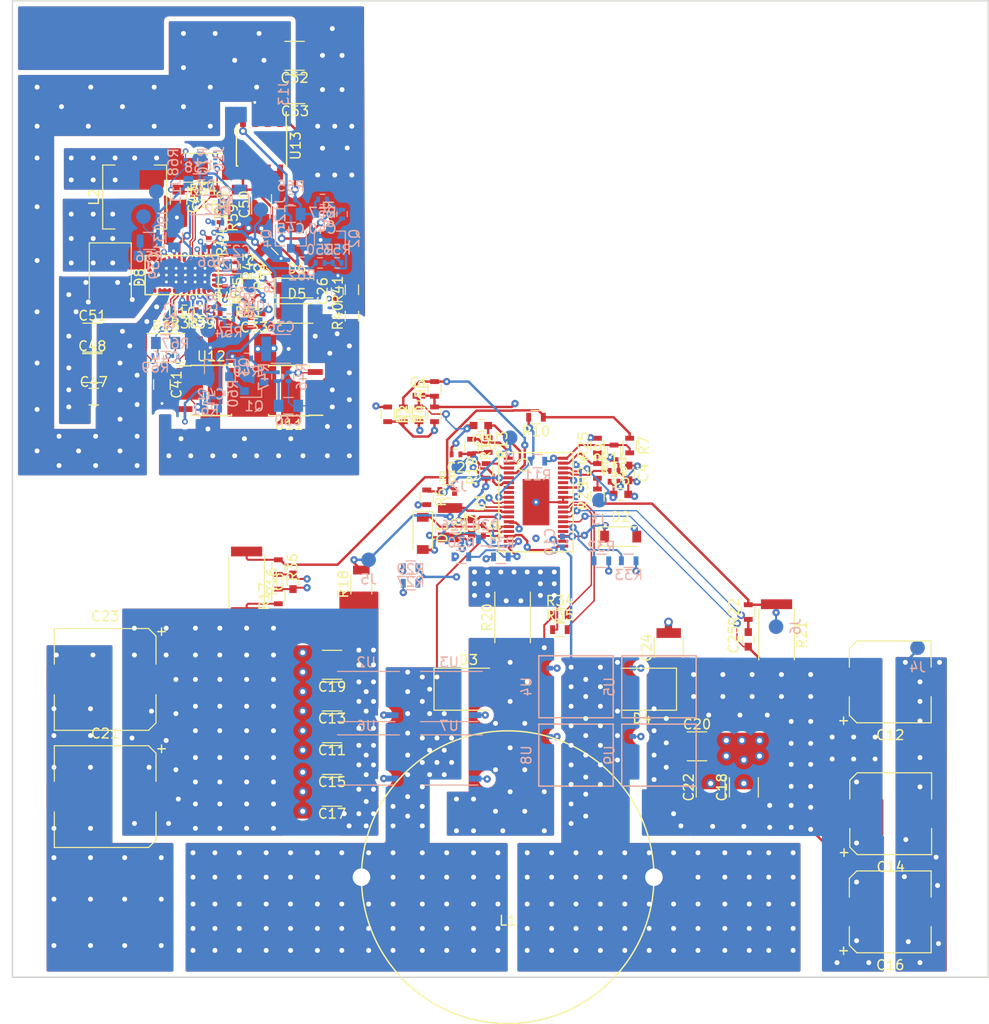
<source format=kicad_pcb>
(kicad_pcb (version 4) (host pcbnew 4.0.7-e2-6376~61~ubuntu18.04.1)
  (layers (0 F.Cu signal) (1 GND power) (2 VDDMix mixed) (31 B.Cu signal) (34 B.Paste user) (35 F.Paste user) (36 B.SilkS user) (37 F.SilkS user) (38 B.Mask user) (39 F.Mask user) (44 Edge.Cuts user))
  (net 0 "")
  (net 1 GND)
  (net 2 /DCDC_24V/CCM)
  (net 3 /DCDC_24V/VREF)
  (net 4 "Net-(C3-Pad1)")
  (net 5 "Net-(C4-Pad1)")
  (net 6 /DCDC_24V/PVIN)
  (net 7 "Net-(C6-Pad1)")
  (net 8 /DCDC_24V/VIN)
  (net 9 /DCDC_24V/INTVCC)
  (net 10 "Net-(C9-Pad1)")
  (net 11 /DCDC_24V/IL)
  (net 12 /DCDC_24V/BST2)
  (net 13 /DCDC_24V/IR)
  (net 14 /DCDC_24V/VTOP)
  (net 15 /DCDC_24V/ISP)
  (net 16 /DCDC_24V/ISN)
  (net 17 /DCDC_24V/SNS)
  (net 18 /DCDC_24V/CTRL)
  (net 19 /DCDC_24V/VOUT)
  (net 20 /DCDC_24V/SHORT)
  (net 21 /DCDC_24V/SYNC)
  (net 22 /DCDC_24V/C/10)
  (net 23 /DCDC_24V/OVLO)
  (net 24 "Net-(R10-Pad2)")
  (net 25 "Net-(R14-Pad1)")
  (net 26 "Net-(R19-Pad2)")
  (net 27 "Net-(R23-Pad2)")
  (net 28 /DCDC_24V/FB)
  (net 29 /DCDC_24V/TG1)
  (net 30 /DCDC_24V/BG1)
  (net 31 /DCDC_24V/BG2)
  (net 32 /DCDC_24V/TG2)
  (net 33 "Net-(R26-Pad1)")
  (net 34 "Net-(R27-Pad1)")
  (net 35 "Net-(R28-Pad1)")
  (net 36 "Net-(R29-Pad2)")
  (net 37 "Net-(R30-Pad2)")
  (net 38 "Net-(R31-Pad2)")
  (net 39 "Net-(R32-Pad1)")
  (net 40 "Net-(R33-Pad2)")
  (net 41 /DCDC_24V/SNS_P)
  (net 42 /DCDC_24V/SNS_N)
  (net 43 /DCDC_24V/IVIN_P)
  (net 44 /DCDC_24V/IVIN_N)
  (net 45 /BAT_CHG/ACIN)
  (net 46 /BAT_CHG/VDDSMB)
  (net 47 /BAT_CHG/VREF)
  (net 48 /BAT_CHG/VICM)
  (net 49 /BAT_CHG//ACDRV)
  (net 50 /BAT_CHG/VIN)
  (net 51 /BAT_CHG/DCIN_A)
  (net 52 "Net-(C32-Pad1)")
  (net 53 "Net-(C32-Pad2)")
  (net 54 "Net-(C33-Pad2)")
  (net 55 "Net-(C34-Pad1)")
  (net 56 "Net-(C35-Pad2)")
  (net 57 "Net-(C36-Pad2)")
  (net 58 "Net-(C37-Pad2)")
  (net 59 "Net-(C38-Pad1)")
  (net 60 /BAT_CHG/PHASE)
  (net 61 "Net-(C39-Pad2)")
  (net 62 "Net-(C40-Pad2)")
  (net 63 /BAT_CHG/SYS)
  (net 64 /BAT_CHG/CSS_P)
  (net 65 /BAT_CHG//BYPASS)
  (net 66 /BAT_CHG/CSO_P)
  (net 67 /BAT_CHG//BATDRV)
  (net 68 /BAT_CHG/BAT)
  (net 69 /BAT_CHG/ICREF)
  (net 70 "Net-(J8-Pad1)")
  (net 71 "Net-(J9-Pad1)")
  (net 72 /BAT_CHG/ACOK)
  (net 73 "Net-(Q1-Pad3)")
  (net 74 "Net-(Q2-Pad1)")
  (net 75 "Net-(Q2-Pad3)")
  (net 76 "Net-(Q3-Pad3)")
  (net 77 /BAT_CHG/ICOUT)
  (net 78 /BAT_CHG/SDA)
  (net 79 /BAT_CHG/SCL)
  (net 80 /BAT_CHG/CE)
  (net 81 "Net-(R48-Pad1)")
  (net 82 GNDA)
  (net 83 "Net-(C42-Pad2)")
  (net 84 /BAT_CHG/CSS_N)
  (net 85 /BAT_CHG/CSO_N)
  (net 86 "Net-(L2-Pad2)")
  (module stuff:Via (layer F.Cu) (at 84.3 65.075 90)
    (fp_text reference REF** hide)
    (fp_text value Via hide)
    (pad 1 thru_hole circle (at 0 0 90) (size 0.9 0.9) (drill 0.5) (layers *.Cu) (net 1 GND))
  )
  (module stuff:Via (layer F.Cu) (at 82.775 52.85 90)
    (fp_text reference REF** hide)
    (fp_text value Via hide)
    (pad 1 thru_hole circle (at 0 0 90) (size 0.9 0.9) (drill 0.5) (layers *.Cu) (net 1 GND))
  )
  (module stuff:Via (layer F.Cu) (at 83.775 55.6 90)
    (fp_text reference REF** hide)
    (fp_text value Via hide)
    (pad 1 thru_hole circle (at 0 0 90) (size 0.9 0.9) (drill 0.5) (layers *.Cu) (net 1 GND))
  )
  (module stuff:Via (layer F.Cu) (at 83.775 59.1 90)
    (fp_text reference REF** hide)
    (fp_text value Via hide)
    (pad 1 thru_hole circle (at 0 0 90) (size 0.9 0.9) (drill 0.5) (layers *.Cu) (net 1 GND))
  )
  (module stuff:Via (layer F.Cu) (at 81.775 55.6 90)
    (fp_text reference REF** hide)
    (fp_text value Via hide)
    (pad 1 thru_hole circle (at 0 0 90) (size 0.9 0.9) (drill 0.5) (layers *.Cu) (net 1 GND))
  )
  (module stuff:Via (layer F.Cu) (at 81.775 59.1 90)
    (fp_text reference REF** hide)
    (fp_text value Via hide)
    (pad 1 thru_hole circle (at 0 0 90) (size 0.9 0.9) (drill 0.5) (layers *.Cu) (net 1 GND))
  )
  (module stuff:Via (layer F.Cu) (at 84.775 62.85 90)
    (fp_text reference REF** hide)
    (fp_text value Via hide)
    (pad 1 thru_hole circle (at 0 0 90) (size 0.9 0.9) (drill 0.5) (layers *.Cu) (net 1 GND))
  )
  (module stuff:Via (layer F.Cu) (at 81.275 62.85 90)
    (fp_text reference REF** hide)
    (fp_text value Via hide)
    (pad 1 thru_hole circle (at 0 0 90) (size 0.9 0.9) (drill 0.5) (layers *.Cu) (net 1 GND))
  )
  (module stuff:Via (layer F.Cu) (at 83.025 62.85 90)
    (fp_text reference REF** hide)
    (fp_text value Via hide)
    (pad 1 thru_hole circle (at 0 0 90) (size 0.9 0.9) (drill 0.5) (layers *.Cu) (net 1 GND))
  )
  (module stuff:Via (layer F.Cu) (at 81.775 65.1 90)
    (fp_text reference REF** hide)
    (fp_text value Via hide)
    (pad 1 thru_hole circle (at 0 0 90) (size 0.9 0.9) (drill 0.5) (layers *.Cu) (net 1 GND))
  )
  (module stuff:Via (layer F.Cu) (at 84.775 67.85 90)
    (fp_text reference REF** hide)
    (fp_text value Via hide)
    (pad 1 thru_hole circle (at 0 0 90) (size 0.9 0.9) (drill 0.5) (layers *.Cu) (net 1 GND))
  )
  (module stuff:Via (layer F.Cu) (at 83.025 67.85 90)
    (fp_text reference REF** hide)
    (fp_text value Via hide)
    (pad 1 thru_hole circle (at 0 0 90) (size 0.9 0.9) (drill 0.5) (layers *.Cu) (net 1 GND))
  )
  (module stuff:Via (layer F.Cu) (at 81.275 67.85 90)
    (fp_text reference REF** hide)
    (fp_text value Via hide)
    (pad 1 thru_hole circle (at 0 0 90) (size 0.9 0.9) (drill 0.5) (layers *.Cu) (net 1 GND))
  )
  (module stuff:Via (layer F.Cu) (at 75.775 56.1 90)
    (fp_text reference REF** hide)
    (fp_text value Via hide)
    (pad 1 thru_hole circle (at 0 0 90) (size 0.9 0.9) (drill 0.5) (layers *.Cu) (net 63 /BAT_CHG/SYS))
  )
  (module stuff:Via (layer F.Cu) (at 75.275 53.35 90)
    (fp_text reference REF** hide)
    (fp_text value Via hide)
    (pad 1 thru_hole circle (at 0 0 90) (size 0.9 0.9) (drill 0.5) (layers *.Cu) (net 63 /BAT_CHG/SYS))
  )
  (module stuff:Via (layer F.Cu) (at 75.025 58.85 90)
    (fp_text reference REF** hide)
    (fp_text value Via hide)
    (pad 1 thru_hole circle (at 0 0 90) (size 0.9 0.9) (drill 0.5) (layers *.Cu) (net 63 /BAT_CHG/SYS))
  )
  (module stuff:Via (layer F.Cu) (at 72.775 56.1 90)
    (fp_text reference REF** hide)
    (fp_text value Via hide)
    (pad 1 thru_hole circle (at 0 0 90) (size 0.9 0.9) (drill 0.5) (layers *.Cu) (net 63 /BAT_CHG/SYS))
  )
  (module stuff:Via (layer F.Cu) (at 70.775 53.35 90)
    (fp_text reference REF** hide)
    (fp_text value Via hide)
    (pad 1 thru_hole circle (at 0 0 90) (size 0.9 0.9) (drill 0.5) (layers *.Cu) (net 63 /BAT_CHG/SYS))
  )
  (module stuff:Via (layer F.Cu) (at 67.525 53.35 90)
    (fp_text reference REF** hide)
    (fp_text value Via hide)
    (pad 1 thru_hole circle (at 0 0 90) (size 0.9 0.9) (drill 0.5) (layers *.Cu) (net 63 /BAT_CHG/SYS))
  )
  (module stuff:Via (layer F.Cu) (at 67.525 56.85 90)
    (fp_text reference REF** hide)
    (fp_text value Via hide)
    (pad 1 thru_hole circle (at 0 0 90) (size 0.9 0.9) (drill 0.5) (layers *.Cu) (net 63 /BAT_CHG/SYS))
  )
  (module stuff:Via (layer F.Cu) (at 70.275 58.85 90)
    (fp_text reference REF** hide)
    (fp_text value Via hide)
    (pad 1 thru_hole circle (at 0 0 90) (size 0.9 0.9) (drill 0.5) (layers *.Cu) (net 63 /BAT_CHG/SYS))
  )
  (module stuff:Via (layer F.Cu) (at 70.275 62.85 90)
    (fp_text reference REF** hide)
    (fp_text value Via hide)
    (pad 1 thru_hole circle (at 0 0 90) (size 0.9 0.9) (drill 0.5) (layers *.Cu) (net 63 /BAT_CHG/SYS))
  )
  (module stuff:Via (layer F.Cu) (at 67.525 60.85 90)
    (fp_text reference REF** hide)
    (fp_text value Via hide)
    (pad 1 thru_hole circle (at 0 0 90) (size 0.9 0.9) (drill 0.5) (layers *.Cu) (net 63 /BAT_CHG/SYS))
  )
  (module stuff:Via (layer F.Cu) (at 64.525 58.85 90)
    (fp_text reference REF** hide)
    (fp_text value Via hide)
    (pad 1 thru_hole circle (at 0 0 90) (size 0.9 0.9) (drill 0.5) (layers *.Cu) (net 63 /BAT_CHG/SYS))
  )
  (module stuff:Via (layer F.Cu) (at 64.525 62.85 90)
    (fp_text reference REF** hide)
    (fp_text value Via hide)
    (pad 1 thru_hole circle (at 0 0 90) (size 0.9 0.9) (drill 0.5) (layers *.Cu) (net 63 /BAT_CHG/SYS))
  )
  (module stuff:Via (layer F.Cu) (at 61.275 60.85 90)
    (fp_text reference REF** hide)
    (fp_text value Via hide)
    (pad 1 thru_hole circle (at 0 0 90) (size 0.9 0.9) (drill 0.5) (layers *.Cu) (net 63 /BAT_CHG/SYS))
  )
  (module stuff:Via (layer F.Cu) (at 58.025 58.85 90)
    (fp_text reference REF** hide)
    (fp_text value Via hide)
    (pad 1 thru_hole circle (at 0 0 90) (size 0.9 0.9) (drill 0.5) (layers *.Cu) (net 63 /BAT_CHG/SYS))
  )
  (module stuff:Via (layer F.Cu) (at 57.775 62.85 90)
    (fp_text reference REF** hide)
    (fp_text value Via hide)
    (pad 1 thru_hole circle (at 0 0 90) (size 0.9 0.9) (drill 0.5) (layers *.Cu) (net 63 /BAT_CHG/SYS))
  )
  (module stuff:Via (layer F.Cu) (at 55.025 60.85 90)
    (fp_text reference REF** hide)
    (fp_text value Via hide)
    (pad 1 thru_hole circle (at 0 0 90) (size 0.9 0.9) (drill 0.5) (layers *.Cu) (net 63 /BAT_CHG/SYS))
  )
  (module stuff:Via (layer F.Cu) (at 52.525 58.85 90)
    (fp_text reference REF** hide)
    (fp_text value Via hide)
    (pad 1 thru_hole circle (at 0 0 90) (size 0.9 0.9) (drill 0.5) (layers *.Cu) (net 63 /BAT_CHG/SYS))
  )
  (module stuff:Via (layer F.Cu) (at 52.525 62.85 90)
    (fp_text reference REF** hide)
    (fp_text value Via hide)
    (pad 1 thru_hole circle (at 0 0 90) (size 0.9 0.9) (drill 0.5) (layers *.Cu) (net 63 /BAT_CHG/SYS))
  )
  (module stuff:Via (layer F.Cu) (at 52.525 66.1 90)
    (fp_text reference REF** hide)
    (fp_text value Via hide)
    (pad 1 thru_hole circle (at 0 0 90) (size 0.9 0.9) (drill 0.5) (layers *.Cu) (net 63 /BAT_CHG/SYS))
  )
  (module stuff:Via (layer F.Cu) (at 52.525 71.1 90)
    (fp_text reference REF** hide)
    (fp_text value Via hide)
    (pad 1 thru_hole circle (at 0 0 90) (size 0.9 0.9) (drill 0.5) (layers *.Cu) (net 63 /BAT_CHG/SYS))
  )
  (module stuff:Via (layer F.Cu) (at 52.525 76.6 90)
    (fp_text reference REF** hide)
    (fp_text value Via hide)
    (pad 1 thru_hole circle (at 0 0 90) (size 0.9 0.9) (drill 0.5) (layers *.Cu) (net 63 /BAT_CHG/SYS))
  )
  (module stuff:Via (layer F.Cu) (at 52.525 81.85 90)
    (fp_text reference REF** hide)
    (fp_text value Via hide)
    (pad 1 thru_hole circle (at 0 0 90) (size 0.9 0.9) (drill 0.5) (layers *.Cu) (net 63 /BAT_CHG/SYS))
  )
  (module stuff:Via (layer F.Cu) (at 52.525 87.1 90)
    (fp_text reference REF** hide)
    (fp_text value Via hide)
    (pad 1 thru_hole circle (at 0 0 90) (size 0.9 0.9) (drill 0.5) (layers *.Cu) (net 63 /BAT_CHG/SYS))
  )
  (module stuff:Via (layer F.Cu) (at 52.525 91.85 90)
    (fp_text reference REF** hide)
    (fp_text value Via hide)
    (pad 1 thru_hole circle (at 0 0 90) (size 0.9 0.9) (drill 0.5) (layers *.Cu) (net 63 /BAT_CHG/SYS))
  )
  (module stuff:Via (layer F.Cu) (at 54.775 94.6 90)
    (fp_text reference REF** hide)
    (fp_text value Via hide)
    (pad 1 thru_hole circle (at 0 0 90) (size 0.9 0.9) (drill 0.5) (layers *.Cu) (net 63 /BAT_CHG/SYS))
  )
  (module stuff:Via (layer F.Cu) (at 52.525 96.1 90)
    (fp_text reference REF** hide)
    (fp_text value Via hide)
    (pad 1 thru_hole circle (at 0 0 90) (size 0.9 0.9) (drill 0.5) (layers *.Cu) (net 63 /BAT_CHG/SYS))
  )
  (module stuff:Via (layer F.Cu) (at 54.775 97.6 90)
    (fp_text reference REF** hide)
    (fp_text value Via hide)
    (pad 1 thru_hole circle (at 0 0 90) (size 0.9 0.9) (drill 0.5) (layers *.Cu) (net 63 /BAT_CHG/SYS))
  )
  (module stuff:Via (layer F.Cu) (at 58.525 94.6 90)
    (fp_text reference REF** hide)
    (fp_text value Via hide)
    (pad 1 thru_hole circle (at 0 0 90) (size 0.9 0.9) (drill 0.5) (layers *.Cu) (net 63 /BAT_CHG/SYS))
  )
  (module stuff:Via (layer F.Cu) (at 56.775 96.1 90)
    (fp_text reference REF** hide)
    (fp_text value Via hide)
    (pad 1 thru_hole circle (at 0 0 90) (size 0.9 0.9) (drill 0.5) (layers *.Cu) (net 63 /BAT_CHG/SYS))
  )
  (module stuff:Via (layer F.Cu) (at 58.525 97.6 90)
    (fp_text reference REF** hide)
    (fp_text value Via hide)
    (pad 1 thru_hole circle (at 0 0 90) (size 0.9 0.9) (drill 0.5) (layers *.Cu) (net 63 /BAT_CHG/SYS))
  )
  (module stuff:Via (layer F.Cu) (at 62.775 97.6 90)
    (fp_text reference REF** hide)
    (fp_text value Via hide)
    (pad 1 thru_hole circle (at 0 0 90) (size 0.9 0.9) (drill 0.5) (layers *.Cu) (net 63 /BAT_CHG/SYS))
  )
  (module stuff:Via (layer F.Cu) (at 61.025 96.1 90)
    (fp_text reference REF** hide)
    (fp_text value Via hide)
    (pad 1 thru_hole circle (at 0 0 90) (size 0.9 0.9) (drill 0.5) (layers *.Cu) (net 63 /BAT_CHG/SYS))
  )
  (module stuff:Via (layer F.Cu) (at 62.775 94.6 90)
    (fp_text reference REF** hide)
    (fp_text value Via hide)
    (pad 1 thru_hole circle (at 0 0 90) (size 0.9 0.9) (drill 0.5) (layers *.Cu) (net 63 /BAT_CHG/SYS))
  )
  (module stuff:Via (layer F.Cu) (at 61.025 92.85 90)
    (fp_text reference REF** hide)
    (fp_text value Via hide)
    (pad 1 thru_hole circle (at 0 0 90) (size 0.9 0.9) (drill 0.5) (layers *.Cu) (net 63 /BAT_CHG/SYS))
  )
  (module stuff:Via (layer F.Cu) (at 62.775 91.35 90)
    (fp_text reference REF** hide)
    (fp_text value Via hide)
    (pad 1 thru_hole circle (at 0 0 90) (size 0.9 0.9) (drill 0.5) (layers *.Cu) (net 63 /BAT_CHG/SYS))
  )
  (module stuff:Via (layer F.Cu) (at 61.025 89.85 90)
    (fp_text reference REF** hide)
    (fp_text value Via hide)
    (pad 1 thru_hole circle (at 0 0 90) (size 0.9 0.9) (drill 0.5) (layers *.Cu) (net 63 /BAT_CHG/SYS))
  )
  (module stuff:Via (layer F.Cu) (at 62.775 88.35 90)
    (fp_text reference REF** hide)
    (fp_text value Via hide)
    (pad 1 thru_hole circle (at 0 0 90) (size 0.9 0.9) (drill 0.5) (layers *.Cu) (net 63 /BAT_CHG/SYS))
  )
  (module stuff:Via (layer F.Cu) (at 61.025 87.1 90)
    (fp_text reference REF** hide)
    (fp_text value Via hide)
    (pad 1 thru_hole circle (at 0 0 90) (size 0.9 0.9) (drill 0.5) (layers *.Cu) (net 63 /BAT_CHG/SYS))
  )
  (module stuff:Via (layer F.Cu) (at 62.025 85.35 90)
    (fp_text reference REF** hide)
    (fp_text value Via hide)
    (pad 1 thru_hole circle (at 0 0 90) (size 0.9 0.9) (drill 0.5) (layers *.Cu) (net 63 /BAT_CHG/SYS))
  )
  (module stuff:Via (layer F.Cu) (at 64.775 81.35 90)
    (fp_text reference REF** hide)
    (fp_text value Via hide)
    (pad 1 thru_hole circle (at 0 0 90) (size 0.9 0.9) (drill 0.5) (layers *.Cu) (net 63 /BAT_CHG/SYS))
  )
  (module stuff:Via (layer F.Cu) (at 63.775 82.85 90)
    (fp_text reference REF** hide)
    (fp_text value Via hide)
    (pad 1 thru_hole circle (at 0 0 90) (size 0.9 0.9) (drill 0.5) (layers *.Cu) (net 63 /BAT_CHG/SYS))
  )
  (module stuff:Via (layer F.Cu) (at 61.275 83.85 90)
    (fp_text reference REF** hide)
    (fp_text value Via hide)
    (pad 1 thru_hole circle (at 0 0 90) (size 0.9 0.9) (drill 0.5) (layers *.Cu) (net 63 /BAT_CHG/SYS))
  )
  (module stuff:Via (layer F.Cu) (at 56.525 81.85 90)
    (fp_text reference REF** hide)
    (fp_text value Via hide)
    (pad 1 thru_hole circle (at 0 0 90) (size 0.9 0.9) (drill 0.5) (layers *.Cu) (net 1 GND))
  )
  (module stuff:Via (layer F.Cu) (at 55.775 84.35 90)
    (fp_text reference REF** hide)
    (fp_text value Via hide)
    (pad 1 thru_hole circle (at 0 0 90) (size 0.9 0.9) (drill 0.5) (layers *.Cu) (net 1 GND))
  )
  (module stuff:Via (layer F.Cu) (at 55.775 87.6 90)
    (fp_text reference REF** hide)
    (fp_text value Via hide)
    (pad 1 thru_hole circle (at 0 0 90) (size 0.9 0.9) (drill 0.5) (layers *.Cu) (net 1 GND))
  )
  (module stuff:Via (layer F.Cu) (at 55.775 89.85 90)
    (fp_text reference REF** hide)
    (fp_text value Via hide)
    (pad 1 thru_hole circle (at 0 0 90) (size 0.9 0.9) (drill 0.5) (layers *.Cu) (net 1 GND))
  )
  (module stuff:Via (layer F.Cu) (at 55.775 91.6 90)
    (fp_text reference REF** hide)
    (fp_text value Via hide)
    (pad 1 thru_hole circle (at 0 0 90) (size 0.9 0.9) (drill 0.5) (layers *.Cu) (net 1 GND))
  )
  (module stuff:Via (layer F.Cu) (at 55.775 80.1 90)
    (fp_text reference REF** hide)
    (fp_text value Via hide)
    (pad 1 thru_hole circle (at 0 0 90) (size 0.9 0.9) (drill 0.5) (layers *.Cu) (net 1 GND))
  )
  (module stuff:Via (layer F.Cu) (at 57.775 80.85 90)
    (fp_text reference REF** hide)
    (fp_text value Via hide)
    (pad 1 thru_hole circle (at 0 0 90) (size 0.9 0.9) (drill 0.5) (layers *.Cu) (net 1 GND))
  )
  (module stuff:Via (layer F.Cu) (at 57.525 78.85 90)
    (fp_text reference REF** hide)
    (fp_text value Via hide)
    (pad 1 thru_hole circle (at 0 0 90) (size 0.9 0.9) (drill 0.5) (layers *.Cu) (net 1 GND))
  )
  (module stuff:Via (layer F.Cu) (at 60.775 78.85 90)
    (fp_text reference REF** hide)
    (fp_text value Via hide)
    (pad 1 thru_hole circle (at 0 0 90) (size 0.9 0.9) (drill 0.5) (layers *.Cu) (net 1 GND))
  )
  (module stuff:Via (layer F.Cu) (at 62.275 80.6 90)
    (fp_text reference REF** hide)
    (fp_text value Via hide)
    (pad 1 thru_hole circle (at 0 0 90) (size 0.9 0.9) (drill 0.5) (layers *.Cu) (net 1 GND))
  )
  (module stuff:Via (layer F.Cu) (at 60.275 71.85 90)
    (fp_text reference REF** hide)
    (fp_text value Via hide)
    (pad 1 thru_hole circle (at 0 0 90) (size 0.9 0.9) (drill 0.5) (layers *.Cu) (net 60 /BAT_CHG/PHASE))
  )
  (module stuff:Via (layer F.Cu) (at 60.275 74.35 90)
    (fp_text reference REF** hide)
    (fp_text value Via hide)
    (pad 1 thru_hole circle (at 0 0 90) (size 0.9 0.9) (drill 0.5) (layers *.Cu) (net 60 /BAT_CHG/PHASE))
  )
  (module stuff:Via (layer F.Cu) (at 60.275 76.85 90)
    (fp_text reference REF** hide)
    (fp_text value Via hide)
    (pad 1 thru_hole circle (at 0 0 90) (size 0.9 0.9) (drill 0.5) (layers *.Cu) (net 60 /BAT_CHG/PHASE))
  )
  (module stuff:Via (layer F.Cu) (at 58.275 76.85 90)
    (fp_text reference REF** hide)
    (fp_text value Via hide)
    (pad 1 thru_hole circle (at 0 0 90) (size 0.9 0.9) (drill 0.5) (layers *.Cu) (net 60 /BAT_CHG/PHASE))
  )
  (module stuff:Via (layer F.Cu) (at 58.275 74.35 90)
    (fp_text reference REF** hide)
    (fp_text value Via hide)
    (pad 1 thru_hole circle (at 0 0 90) (size 0.9 0.9) (drill 0.5) (layers *.Cu) (net 60 /BAT_CHG/PHASE))
  )
  (module stuff:Via (layer F.Cu) (at 58.275 71.85 90)
    (fp_text reference REF** hide)
    (fp_text value Via hide)
    (pad 1 thru_hole circle (at 0 0 90) (size 0.9 0.9) (drill 0.5) (layers *.Cu) (net 60 /BAT_CHG/PHASE))
  )
  (module stuff:Via (layer F.Cu) (at 56.025 71.85 90)
    (fp_text reference REF** hide)
    (fp_text value Via hide)
    (pad 1 thru_hole circle (at 0 0 90) (size 0.9 0.9) (drill 0.5) (layers *.Cu) (net 60 /BAT_CHG/PHASE))
  )
  (module stuff:Via (layer F.Cu) (at 56.025 74.35 90)
    (fp_text reference REF** hide)
    (fp_text value Via hide)
    (pad 1 thru_hole circle (at 0 0 90) (size 0.9 0.9) (drill 0.5) (layers *.Cu) (net 60 /BAT_CHG/PHASE))
  )
  (module stuff:Via (layer F.Cu) (at 56.025 76.85 90)
    (fp_text reference REF** hide)
    (fp_text value Via hide)
    (pad 1 thru_hole circle (at 0 0 90) (size 0.9 0.9) (drill 0.5) (layers *.Cu) (net 60 /BAT_CHG/PHASE))
  )
  (module stuff:Via (layer F.Cu) (at 64.775 66.1 90)
    (fp_text reference REF** hide)
    (fp_text value Via hide)
    (pad 1 thru_hole circle (at 0 0 90) (size 0.9 0.9) (drill 0.5) (layers *.Cu) (net 86 "Net-(L2-Pad2)"))
  )
  (module stuff:Via (layer F.Cu) (at 62.525 66.1 90)
    (fp_text reference REF** hide)
    (fp_text value Via hide)
    (pad 1 thru_hole circle (at 0 0 90) (size 0.9 0.9) (drill 0.5) (layers *.Cu) (net 86 "Net-(L2-Pad2)"))
  )
  (module stuff:Via (layer F.Cu) (at 60.525 66.1 90)
    (fp_text reference REF** hide)
    (fp_text value Via hide)
    (pad 1 thru_hole circle (at 0 0 90) (size 0.9 0.9) (drill 0.5) (layers *.Cu) (net 86 "Net-(L2-Pad2)"))
  )
  (module stuff:Via (layer F.Cu) (at 60.525 68.35 90)
    (fp_text reference REF** hide)
    (fp_text value Via hide)
    (pad 1 thru_hole circle (at 0 0 90) (size 0.9 0.9) (drill 0.5) (layers *.Cu) (net 86 "Net-(L2-Pad2)"))
  )
  (module stuff:Via (layer F.Cu) (at 58.275 68.35 90)
    (fp_text reference REF** hide)
    (fp_text value Via hide)
    (pad 1 thru_hole circle (at 0 0 90) (size 0.9 0.9) (drill 0.5) (layers *.Cu) (net 86 "Net-(L2-Pad2)"))
  )
  (module stuff:Via (layer F.Cu) (at 58.275 66.1 90)
    (fp_text reference REF** hide)
    (fp_text value Via hide)
    (pad 1 thru_hole circle (at 0 0 90) (size 0.9 0.9) (drill 0.5) (layers *.Cu) (net 86 "Net-(L2-Pad2)"))
  )
  (module stuff:Via (layer F.Cu) (at 56.025 66.1 90)
    (fp_text reference REF** hide)
    (fp_text value Via hide)
    (pad 1 thru_hole circle (at 0 0 90) (size 0.9 0.9) (drill 0.5) (layers *.Cu) (net 86 "Net-(L2-Pad2)"))
  )
  (module stuff:Via (layer F.Cu) (at 56.025 68.35 90)
    (fp_text reference REF** hide)
    (fp_text value Via hide)
    (pad 1 thru_hole circle (at 0 0 90) (size 0.9 0.9) (drill 0.5) (layers *.Cu) (net 86 "Net-(L2-Pad2)"))
  )
  (module stuff:Via (layer F.Cu) (at 82.775 91.6 90)
    (fp_text reference REF** hide)
    (fp_text value Via hide)
    (pad 1 thru_hole circle (at 0 0 90) (size 0.9 0.9) (drill 0.5) (layers *.Cu) (net 50 /BAT_CHG/VIN))
  )
  (module stuff:Via (layer F.Cu) (at 82.775 89.85 90)
    (fp_text reference REF** hide)
    (fp_text value Via hide)
    (pad 1 thru_hole circle (at 0 0 90) (size 0.9 0.9) (drill 0.5) (layers *.Cu) (net 50 /BAT_CHG/VIN))
  )
  (module stuff:Via (layer F.Cu) (at 78.525 94.85 90)
    (fp_text reference REF** hide)
    (fp_text value Via hide)
    (pad 1 thru_hole circle (at 0 0 90) (size 0.9 0.9) (drill 0.5) (layers *.Cu) (net 50 /BAT_CHG/VIN))
  )
  (module stuff:Via (layer F.Cu) (at 73.775 94.85 90)
    (fp_text reference REF** hide)
    (fp_text value Via hide)
    (pad 1 thru_hole circle (at 0 0 90) (size 0.9 0.9) (drill 0.5) (layers *.Cu) (net 50 /BAT_CHG/VIN))
  )
  (module stuff:Via (layer F.Cu) (at 67.275 94.85 90)
    (fp_text reference REF** hide)
    (fp_text value Via hide)
    (pad 1 thru_hole circle (at 0 0 90) (size 0.9 0.9) (drill 0.5) (layers *.Cu) (net 50 /BAT_CHG/VIN))
  )
  (module stuff:Via (layer F.Cu) (at 66.025 96.6 90)
    (fp_text reference REF** hide)
    (fp_text value Via hide)
    (pad 1 thru_hole circle (at 0 0 90) (size 0.9 0.9) (drill 0.5) (layers *.Cu) (net 50 /BAT_CHG/VIN))
  )
  (module stuff:Via (layer F.Cu) (at 68.275 96.6 90)
    (fp_text reference REF** hide)
    (fp_text value Via hide)
    (pad 1 thru_hole circle (at 0 0 90) (size 0.9 0.9) (drill 0.5) (layers *.Cu) (net 50 /BAT_CHG/VIN))
  )
  (module stuff:Via (layer F.Cu) (at 70.025 93.85 90)
    (fp_text reference REF** hide)
    (fp_text value Via hide)
    (pad 1 thru_hole circle (at 0 0 90) (size 0.9 0.9) (drill 0.5) (layers *.Cu) (net 50 /BAT_CHG/VIN))
  )
  (module stuff:Via (layer F.Cu) (at 70.525 96.6 90)
    (fp_text reference REF** hide)
    (fp_text value Via hide)
    (pad 1 thru_hole circle (at 0 0 90) (size 0.9 0.9) (drill 0.5) (layers *.Cu) (net 50 /BAT_CHG/VIN))
  )
  (module stuff:Via (layer F.Cu) (at 72.775 96.6 90)
    (fp_text reference REF** hide)
    (fp_text value Via hide)
    (pad 1 thru_hole circle (at 0 0 90) (size 0.9 0.9) (drill 0.5) (layers *.Cu) (net 50 /BAT_CHG/VIN))
  )
  (module stuff:Via (layer F.Cu) (at 75.025 96.6 90)
    (fp_text reference REF** hide)
    (fp_text value Via hide)
    (pad 1 thru_hole circle (at 0 0 90) (size 0.9 0.9) (drill 0.5) (layers *.Cu) (net 50 /BAT_CHG/VIN))
  )
  (module stuff:Via (layer F.Cu) (at 77.275 96.6 90)
    (fp_text reference REF** hide)
    (fp_text value Via hide)
    (pad 1 thru_hole circle (at 0 0 90) (size 0.9 0.9) (drill 0.5) (layers *.Cu) (net 50 /BAT_CHG/VIN))
  )
  (module stuff:Via (layer F.Cu) (at 79.775 96.6 90)
    (fp_text reference REF** hide)
    (fp_text value Via hide)
    (pad 1 thru_hole circle (at 0 0 90) (size 0.9 0.9) (drill 0.5) (layers *.Cu) (net 50 /BAT_CHG/VIN))
  )
  (module stuff:Via (layer F.Cu) (at 84.525 96.6 90)
    (fp_text reference REF** hide)
    (fp_text value Via hide)
    (pad 1 thru_hole circle (at 0 0 90) (size 0.9 0.9) (drill 0.5) (layers *.Cu) (net 50 /BAT_CHG/VIN))
  )
  (module stuff:Via (layer F.Cu) (at 82.275 96.6 90)
    (fp_text reference REF** hide)
    (fp_text value Via hide)
    (pad 1 thru_hole circle (at 0 0 90) (size 0.9 0.9) (drill 0.5) (layers *.Cu) (net 50 /BAT_CHG/VIN))
  )
  (module stuff:Via (layer F.Cu) (at 82.275 93.6 90)
    (fp_text reference REF** hide)
    (fp_text value Via hide)
    (pad 1 thru_hole circle (at 0 0 90) (size 0.9 0.9) (drill 0.5) (layers *.Cu) (net 50 /BAT_CHG/VIN))
  )
  (module stuff:Via (layer F.Cu) (at 82.525 86.1 90)
    (fp_text reference REF** hide)
    (fp_text value Via hide)
    (pad 1 thru_hole circle (at 0 0 90) (size 0.9 0.9) (drill 0.5) (layers *.Cu) (net 50 /BAT_CHG/VIN))
  )
  (module stuff:Via (layer F.Cu) (at 81.025 84.35 90)
    (fp_text reference REF** hide)
    (fp_text value Via hide)
    (pad 1 thru_hole circle (at 0 0 90) (size 0.9 0.9) (drill 0.5) (layers *.Cu) (net 50 /BAT_CHG/VIN))
  )
  (module stuff:Via (layer F.Cu) (at 83.275 84.1 90)
    (fp_text reference REF** hide)
    (fp_text value Via hide)
    (pad 1 thru_hole circle (at 0 0 90) (size 0.9 0.9) (drill 0.5) (layers *.Cu) (net 50 /BAT_CHG/VIN))
  )
  (module stuff:Via (layer F.Cu) (at 84.525 85.35 90)
    (fp_text reference REF** hide)
    (fp_text value Via hide)
    (pad 1 thru_hole circle (at 0 0 90) (size 0.9 0.9) (drill 0.5) (layers *.Cu) (net 50 /BAT_CHG/VIN))
  )
  (module stuff:Via (layer F.Cu) (at 84.525 88.1 90)
    (fp_text reference REF** hide)
    (fp_text value Via hide)
    (pad 1 thru_hole circle (at 0 0 90) (size 0.9 0.9) (drill 0.5) (layers *.Cu) (net 50 /BAT_CHG/VIN))
  )
  (module stuff:Via (layer F.Cu) (at 84.525 90.85 90)
    (fp_text reference REF** hide)
    (fp_text value Via hide)
    (pad 1 thru_hole circle (at 0 0 90) (size 0.9 0.9) (drill 0.5) (layers *.Cu) (net 50 /BAT_CHG/VIN))
  )
  (module stuff:Via (layer F.Cu) (at 84.525 93.6 90)
    (fp_text reference REF** hide)
    (fp_text value Via hide)
    (pad 1 thru_hole circle (at 0 0 90) (size 0.9 0.9) (drill 0.5) (layers *.Cu) (net 50 /BAT_CHG/VIN))
  )
  (module stuff:Via (layer F.Cu) (at 145 117.75)
    (fp_text reference REF** hide)
    (fp_text value Via hide)
    (pad 1 thru_hole circle (at 0 0) (size 0.9 0.9) (drill 0.5) (layers *.Cu) (net 1 GND))
  )
  (module stuff:Via (layer F.Cu) (at 141.5 117.75)
    (fp_text reference REF** hide)
    (fp_text value Via hide)
    (pad 1 thru_hole circle (at 0 0) (size 0.9 0.9) (drill 0.5) (layers *.Cu) (net 1 GND))
  )
  (module stuff:Via (layer F.Cu) (at 143 121.75)
    (fp_text reference REF** hide)
    (fp_text value Via hide)
    (pad 1 thru_hole circle (at 0 0) (size 0.9 0.9) (drill 0.5) (layers *.Cu) (net 1 GND))
  )
  (module stuff:Via (layer F.Cu) (at 143 123.75)
    (fp_text reference REF** hide)
    (fp_text value Via hide)
    (pad 1 thru_hole circle (at 0 0) (size 0.9 0.9) (drill 0.5) (layers *.Cu) (net 1 GND))
  )
  (module stuff:Via (layer F.Cu) (at 143 127.5)
    (fp_text reference REF** hide)
    (fp_text value Via hide)
    (pad 1 thru_hole circle (at 0 0) (size 0.9 0.9) (drill 0.5) (layers *.Cu) (net 1 GND))
  )
  (module stuff:Via (layer F.Cu) (at 143 130.5)
    (fp_text reference REF** hide)
    (fp_text value Via hide)
    (pad 1 thru_hole circle (at 0 0) (size 0.9 0.9) (drill 0.5) (layers *.Cu) (net 1 GND))
  )
  (module stuff:Via (layer F.Cu) (at 143 148.5)
    (fp_text reference REF** hide)
    (fp_text value Via hide)
    (pad 1 thru_hole circle (at 0 0) (size 0.9 0.9) (drill 0.5) (layers *.Cu) (net 1 GND))
  )
  (module stuff:Via (layer F.Cu) (at 137.75 148.5)
    (fp_text reference REF** hide)
    (fp_text value Via hide)
    (pad 1 thru_hole circle (at 0 0) (size 0.9 0.9) (drill 0.5) (layers *.Cu) (net 15 /DCDC_24V/ISP))
  )
  (module stuff:Via (layer F.Cu) (at 134.5 148.5)
    (fp_text reference REF** hide)
    (fp_text value Via hide)
    (pad 1 thru_hole circle (at 0 0) (size 0.9 0.9) (drill 0.5) (layers *.Cu) (net 15 /DCDC_24V/ISP))
  )
  (module stuff:Via (layer F.Cu) (at 136.5 146.25)
    (fp_text reference REF** hide)
    (fp_text value Via hide)
    (pad 1 thru_hole circle (at 0 0) (size 0.9 0.9) (drill 0.5) (layers *.Cu) (net 15 /DCDC_24V/ISP))
  )
  (module stuff:Via (layer F.Cu) (at 136.5 140.25)
    (fp_text reference REF** hide)
    (fp_text value Via hide)
    (pad 1 thru_hole circle (at 0 0) (size 0.9 0.9) (drill 0.5) (layers *.Cu) (net 15 /DCDC_24V/ISP))
  )
  (module stuff:Via (layer F.Cu) (at 136.5 130)
    (fp_text reference REF** hide)
    (fp_text value Via hide)
    (pad 1 thru_hole circle (at 0 0) (size 0.9 0.9) (drill 0.5) (layers *.Cu) (net 15 /DCDC_24V/ISP))
  )
  (module stuff:Via (layer F.Cu) (at 136.5 136.25)
    (fp_text reference REF** hide)
    (fp_text value Via hide)
    (pad 1 thru_hole circle (at 0 0) (size 0.9 0.9) (drill 0.5) (layers *.Cu) (net 15 /DCDC_24V/ISP))
  )
  (module stuff:Via (layer F.Cu) (at 71.25 114.25)
    (fp_text reference REF** hide)
    (fp_text value Via hide)
    (pad 1 thru_hole circle (at 0 0) (size 0.9 0.9) (drill 0.5) (layers *.Cu) (net 14 /DCDC_24V/VTOP))
  )
  (module stuff:Via (layer F.Cu) (at 65.75 114.25)
    (fp_text reference REF** hide)
    (fp_text value Via hide)
    (pad 1 thru_hole circle (at 0 0) (size 0.9 0.9) (drill 0.5) (layers *.Cu) (net 14 /DCDC_24V/VTOP))
  )
  (module stuff:Via (layer F.Cu) (at 62.5 114.25)
    (fp_text reference REF** hide)
    (fp_text value Via hide)
    (pad 1 thru_hole circle (at 0 0) (size 0.9 0.9) (drill 0.5) (layers *.Cu) (net 14 /DCDC_24V/VTOP))
  )
  (module stuff:Via (layer F.Cu) (at 74 114.25)
    (fp_text reference REF** hide)
    (fp_text value Via hide)
    (pad 1 thru_hole circle (at 0 0) (size 0.9 0.9) (drill 0.5) (layers *.Cu) (net 14 /DCDC_24V/VTOP))
  )
  (module stuff:Via (layer F.Cu) (at 68.75 114.25)
    (fp_text reference REF** hide)
    (fp_text value Via hide)
    (pad 1 thru_hole circle (at 0 0) (size 0.9 0.9) (drill 0.5) (layers *.Cu) (net 14 /DCDC_24V/VTOP))
  )
  (module stuff:Via (layer F.Cu) (at 76.75 114.25)
    (fp_text reference REF** hide)
    (fp_text value Via hide)
    (pad 1 thru_hole circle (at 0 0) (size 0.9 0.9) (drill 0.5) (layers *.Cu) (net 14 /DCDC_24V/VTOP))
  )
  (module stuff:Via (layer F.Cu) (at 54.5 117)
    (fp_text reference REF** hide)
    (fp_text value Via hide)
    (pad 1 thru_hole circle (at 0 0) (size 0.9 0.9) (drill 0.5) (layers *.Cu) (net 1 GND))
  )
  (module stuff:Via (layer F.Cu) (at 58.25 117)
    (fp_text reference REF** hide)
    (fp_text value Via hide)
    (pad 1 thru_hole circle (at 0 0) (size 0.9 0.9) (drill 0.5) (layers *.Cu) (net 1 GND))
  )
  (module stuff:Via (layer F.Cu) (at 54.25 122.5)
    (fp_text reference REF** hide)
    (fp_text value Via hide)
    (pad 1 thru_hole circle (at 0 0) (size 0.9 0.9) (drill 0.5) (layers *.Cu) (net 1 GND))
  )
  (module stuff:Via (layer F.Cu) (at 58 122.5)
    (fp_text reference REF** hide)
    (fp_text value Via hide)
    (pad 1 thru_hole circle (at 0 0) (size 0.9 0.9) (drill 0.5) (layers *.Cu) (net 1 GND))
  )
  (module stuff:Via (layer F.Cu) (at 54.25 125.25)
    (fp_text reference REF** hide)
    (fp_text value Via hide)
    (pad 1 thru_hole circle (at 0 0) (size 0.9 0.9) (drill 0.5) (layers *.Cu) (net 1 GND))
  )
  (module stuff:Via (layer F.Cu) (at 58 125.25)
    (fp_text reference REF** hide)
    (fp_text value Via hide)
    (pad 1 thru_hole circle (at 0 0) (size 0.9 0.9) (drill 0.5) (layers *.Cu) (net 1 GND))
  )
  (module stuff:Via (layer F.Cu) (at 54.25 128.5)
    (fp_text reference REF** hide)
    (fp_text value Via hide)
    (pad 1 thru_hole circle (at 0 0) (size 0.9 0.9) (drill 0.5) (layers *.Cu) (net 1 GND))
  )
  (module stuff:Via (layer F.Cu) (at 58 128.5)
    (fp_text reference REF** hide)
    (fp_text value Via hide)
    (pad 1 thru_hole circle (at 0 0) (size 0.9 0.9) (drill 0.5) (layers *.Cu) (net 1 GND))
  )
  (module stuff:Via (layer F.Cu) (at 54.25 134.75)
    (fp_text reference REF** hide)
    (fp_text value Via hide)
    (pad 1 thru_hole circle (at 0 0) (size 0.9 0.9) (drill 0.5) (layers *.Cu) (net 1 GND))
  )
  (module stuff:Via (layer F.Cu) (at 58 134.75)
    (fp_text reference REF** hide)
    (fp_text value Via hide)
    (pad 1 thru_hole circle (at 0 0) (size 0.9 0.9) (drill 0.5) (layers *.Cu) (net 1 GND))
  )
  (module stuff:Via (layer F.Cu) (at 58 137.75)
    (fp_text reference REF** hide)
    (fp_text value Via hide)
    (pad 1 thru_hole circle (at 0 0) (size 0.9 0.9) (drill 0.5) (layers *.Cu) (net 1 GND))
  )
  (module stuff:Via (layer F.Cu) (at 54.25 137.75)
    (fp_text reference REF** hide)
    (fp_text value Via hide)
    (pad 1 thru_hole circle (at 0 0) (size 0.9 0.9) (drill 0.5) (layers *.Cu) (net 1 GND))
  )
  (module stuff:Via (layer F.Cu) (at 61.5 137.75)
    (fp_text reference REF** hide)
    (fp_text value Via hide)
    (pad 1 thru_hole circle (at 0 0) (size 0.9 0.9) (drill 0.5) (layers *.Cu) (net 1 GND))
  )
  (module stuff:Via (layer F.Cu) (at 65.25 137.75)
    (fp_text reference REF** hide)
    (fp_text value Via hide)
    (pad 1 thru_hole circle (at 0 0) (size 0.9 0.9) (drill 0.5) (layers *.Cu) (net 1 GND))
  )
  (module stuff:Via (layer F.Cu) (at 58 142)
    (fp_text reference REF** hide)
    (fp_text value Via hide)
    (pad 1 thru_hole circle (at 0 0) (size 0.9 0.9) (drill 0.5) (layers *.Cu) (net 1 GND))
  )
  (module stuff:Via (layer F.Cu) (at 54.25 142)
    (fp_text reference REF** hide)
    (fp_text value Via hide)
    (pad 1 thru_hole circle (at 0 0) (size 0.9 0.9) (drill 0.5) (layers *.Cu) (net 1 GND))
  )
  (module stuff:Via (layer F.Cu) (at 61.5 142)
    (fp_text reference REF** hide)
    (fp_text value Via hide)
    (pad 1 thru_hole circle (at 0 0) (size 0.9 0.9) (drill 0.5) (layers *.Cu) (net 1 GND))
  )
  (module stuff:Via (layer F.Cu) (at 65.25 142)
    (fp_text reference REF** hide)
    (fp_text value Via hide)
    (pad 1 thru_hole circle (at 0 0) (size 0.9 0.9) (drill 0.5) (layers *.Cu) (net 1 GND))
  )
  (module stuff:Via (layer F.Cu) (at 58 146.75)
    (fp_text reference REF** hide)
    (fp_text value Via hide)
    (pad 1 thru_hole circle (at 0 0) (size 0.9 0.9) (drill 0.5) (layers *.Cu) (net 1 GND))
  )
  (module stuff:Via (layer F.Cu) (at 54.25 146.75)
    (fp_text reference REF** hide)
    (fp_text value Via hide)
    (pad 1 thru_hole circle (at 0 0) (size 0.9 0.9) (drill 0.5) (layers *.Cu) (net 1 GND))
  )
  (module stuff:Via (layer F.Cu) (at 61.5 146.75)
    (fp_text reference REF** hide)
    (fp_text value Via hide)
    (pad 1 thru_hole circle (at 0 0) (size 0.9 0.9) (drill 0.5) (layers *.Cu) (net 1 GND))
  )
  (module stuff:Via (layer F.Cu) (at 65.25 146.75)
    (fp_text reference REF** hide)
    (fp_text value Via hide)
    (pad 1 thru_hole circle (at 0 0) (size 0.9 0.9) (drill 0.5) (layers *.Cu) (net 1 GND))
  )
  (module stuff:Via (layer F.Cu) (at 66.75 119.5)
    (fp_text reference REF** hide)
    (fp_text value Via hide)
    (pad 1 thru_hole circle (at 0 0) (size 0.9 0.9) (drill 0.5) (layers *.Cu) (net 14 /DCDC_24V/VTOP))
  )
  (module stuff:Via (layer F.Cu) (at 67 131.75)
    (fp_text reference REF** hide)
    (fp_text value Via hide)
    (pad 1 thru_hole circle (at 0 0) (size 0.9 0.9) (drill 0.5) (layers *.Cu) (net 14 /DCDC_24V/VTOP))
  )
  (module stuff:Via (layer F.Cu) (at 66.75 128.75)
    (fp_text reference REF** hide)
    (fp_text value Via hide)
    (pad 1 thru_hole circle (at 0 0) (size 0.9 0.9) (drill 0.5) (layers *.Cu) (net 14 /DCDC_24V/VTOP))
  )
  (module stuff:Via (layer F.Cu) (at 66.75 123)
    (fp_text reference REF** hide)
    (fp_text value Via hide)
    (pad 1 thru_hole circle (at 0 0) (size 0.9 0.9) (drill 0.5) (layers *.Cu) (net 14 /DCDC_24V/VTOP))
  )
  (module stuff:Via (layer F.Cu) (at 65.75 117)
    (fp_text reference REF** hide)
    (fp_text value Via hide)
    (pad 1 thru_hole circle (at 0 0) (size 0.9 0.9) (drill 0.5) (layers *.Cu) (net 14 /DCDC_24V/VTOP))
  )
  (module stuff:Via (layer F.Cu) (at 62.5 117)
    (fp_text reference REF** hide)
    (fp_text value Via hide)
    (pad 1 thru_hole circle (at 0 0) (size 0.9 0.9) (drill 0.5) (layers *.Cu) (net 14 /DCDC_24V/VTOP))
  )
  (module stuff:Via (layer F.Cu) (at 66 134.25)
    (fp_text reference REF** hide)
    (fp_text value Via hide)
    (pad 1 thru_hole circle (at 0 0) (size 0.9 0.9) (drill 0.5) (layers *.Cu) (net 14 /DCDC_24V/VTOP))
  )
  (module stuff:Via (layer F.Cu) (at 62.5 134.25)
    (fp_text reference REF** hide)
    (fp_text value Via hide)
    (pad 1 thru_hole circle (at 0 0) (size 0.9 0.9) (drill 0.5) (layers *.Cu) (net 14 /DCDC_24V/VTOP))
  )
  (module stuff:Via (layer F.Cu) (at 64 128.5)
    (fp_text reference REF** hide)
    (fp_text value Via hide)
    (pad 1 thru_hole circle (at 0 0) (size 0.9 0.9) (drill 0.5) (layers *.Cu) (net 14 /DCDC_24V/VTOP))
  )
  (module stuff:Via (layer F.Cu) (at 64.25 122.75)
    (fp_text reference REF** hide)
    (fp_text value Via hide)
    (pad 1 thru_hole circle (at 0 0) (size 0.9 0.9) (drill 0.5) (layers *.Cu) (net 14 /DCDC_24V/VTOP))
  )
  (module stuff:Via (layer F.Cu) (at 65.75 125.75)
    (fp_text reference REF** hide)
    (fp_text value Via hide)
    (pad 1 thru_hole circle (at 0 0) (size 0.9 0.9) (drill 0.5) (layers *.Cu) (net 14 /DCDC_24V/VTOP))
  )
  (module stuff:Via (layer F.Cu) (at 62.25 125.5)
    (fp_text reference REF** hide)
    (fp_text value Via hide)
    (pad 1 thru_hole circle (at 0 0) (size 0.9 0.9) (drill 0.5) (layers *.Cu) (net 14 /DCDC_24V/VTOP))
  )
  (module stuff:Via (layer F.Cu) (at 144.9 146.55)
    (fp_text reference REF** hide)
    (fp_text value Via hide)
    (pad 1 thru_hole circle (at 0 0) (size 0.9 0.9) (drill 0.5) (layers *.Cu) (net 1 GND))
  )
  (module stuff:Via (layer F.Cu) (at 141.8 146.35)
    (fp_text reference REF** hide)
    (fp_text value Via hide)
    (pad 1 thru_hole circle (at 0 0) (size 0.9 0.9) (drill 0.5) (layers *.Cu) (net 1 GND))
  )
  (module stuff:Via (layer F.Cu) (at 144.8 140.6)
    (fp_text reference REF** hide)
    (fp_text value Via hide)
    (pad 1 thru_hole circle (at 0 0) (size 0.9 0.9) (drill 0.5) (layers *.Cu) (net 1 GND))
  )
  (module stuff:Via (layer F.Cu) (at 141.4 139.7)
    (fp_text reference REF** hide)
    (fp_text value Via hide)
    (pad 1 thru_hole circle (at 0 0) (size 0.9 0.9) (drill 0.5) (layers *.Cu) (net 1 GND))
  )
  (module stuff:Via (layer F.Cu) (at 144.65 137.7)
    (fp_text reference REF** hide)
    (fp_text value Via hide)
    (pad 1 thru_hole circle (at 0 0) (size 0.9 0.9) (drill 0.5) (layers *.Cu) (net 1 GND))
  )
  (module stuff:Via (layer F.Cu) (at 141.55 135.9)
    (fp_text reference REF** hide)
    (fp_text value Via hide)
    (pad 1 thru_hole circle (at 0 0) (size 0.9 0.9) (drill 0.5) (layers *.Cu) (net 1 GND))
  )
  (module stuff:Via (layer F.Cu) (at 105.525 110.9)
    (fp_text reference REF** hide)
    (fp_text value Via hide)
    (pad 1 thru_hole circle (at 0 0) (size 0.9 0.9) (drill 0.5) (layers *.Cu) (net 1 GND))
  )
  (module stuff:Via (layer F.Cu) (at 105.525 109.7)
    (fp_text reference REF** hide)
    (fp_text value Via hide)
    (pad 1 thru_hole circle (at 0 0) (size 0.9 0.9) (drill 0.5) (layers *.Cu) (net 1 GND))
  )
  (module stuff:Via (layer F.Cu) (at 105.525 108.5)
    (fp_text reference REF** hide)
    (fp_text value Via hide)
    (pad 1 thru_hole circle (at 0 0) (size 0.9 0.9) (drill 0.5) (layers *.Cu) (net 1 GND))
  )
  (module stuff:Via (layer F.Cu) (at 102.1 111.45)
    (fp_text reference REF** hide)
    (fp_text value Via hide)
    (pad 1 thru_hole circle (at 0 0) (size 0.9 0.9) (drill 0.5) (layers *.Cu) (net 1 GND))
  )
  (module stuff:Via (layer F.Cu) (at 100.6 111.45)
    (fp_text reference REF** hide)
    (fp_text value Via hide)
    (pad 1 thru_hole circle (at 0 0) (size 0.9 0.9) (drill 0.5) (layers *.Cu) (net 1 GND))
  )
  (module stuff:Via (layer F.Cu) (at 104.1 110.9)
    (fp_text reference REF** hide)
    (fp_text value Via hide)
    (pad 1 thru_hole circle (at 0 0) (size 0.9 0.9) (drill 0.5) (layers *.Cu) (net 1 GND))
  )
  (module stuff:Via (layer F.Cu) (at 104.1 109.7)
    (fp_text reference REF** hide)
    (fp_text value Via hide)
    (pad 1 thru_hole circle (at 0 0) (size 0.9 0.9) (drill 0.5) (layers *.Cu) (net 1 GND))
  )
  (module stuff:Via (layer F.Cu) (at 104.1 108.5)
    (fp_text reference REF** hide)
    (fp_text value Via hide)
    (pad 1 thru_hole circle (at 0 0) (size 0.9 0.9) (drill 0.5) (layers *.Cu) (net 1 GND))
  )
  (module stuff:Via (layer F.Cu) (at 102.75 108.5)
    (fp_text reference REF** hide)
    (fp_text value Via hide)
    (pad 1 thru_hole circle (at 0 0) (size 0.9 0.9) (drill 0.5) (layers *.Cu) (net 1 GND))
  )
  (module stuff:Via (layer F.Cu) (at 101.4 108.5)
    (fp_text reference REF** hide)
    (fp_text value Via hide)
    (pad 1 thru_hole circle (at 0 0) (size 0.9 0.9) (drill 0.5) (layers *.Cu) (net 1 GND))
  )
  (module stuff:Via (layer F.Cu) (at 100.05 108.5)
    (fp_text reference REF** hide)
    (fp_text value Via hide)
    (pad 1 thru_hole circle (at 0 0) (size 0.9 0.9) (drill 0.5) (layers *.Cu) (net 1 GND))
  )
  (module stuff:Via (layer F.Cu) (at 98.7 108.5)
    (fp_text reference REF** hide)
    (fp_text value Via hide)
    (pad 1 thru_hole circle (at 0 0) (size 0.9 0.9) (drill 0.5) (layers *.Cu) (net 1 GND))
  )
  (module stuff:Via (layer F.Cu) (at 98.7 109.7)
    (fp_text reference REF** hide)
    (fp_text value Via hide)
    (pad 1 thru_hole circle (at 0 0) (size 0.9 0.9) (drill 0.5) (layers *.Cu) (net 1 GND))
  )
  (module stuff:Via (layer F.Cu) (at 98.7 110.9)
    (fp_text reference REF** hide)
    (fp_text value Via hide)
    (pad 1 thru_hole circle (at 0 0) (size 0.9 0.9) (drill 0.5) (layers *.Cu) (net 1 GND))
  )
  (module stuff:Via (layer F.Cu) (at 97.35 110.9)
    (fp_text reference REF** hide)
    (fp_text value Via hide)
    (pad 1 thru_hole circle (at 0 0) (size 0.9 0.9) (drill 0.5) (layers *.Cu) (net 1 GND))
  )
  (module stuff:Via (layer F.Cu) (at 97.35 109.7)
    (fp_text reference REF** hide)
    (fp_text value Via hide)
    (pad 1 thru_hole circle (at 0 0) (size 0.9 0.9) (drill 0.5) (layers *.Cu) (net 1 GND))
  )
  (module stuff:Via (layer F.Cu) (at 97.35 108.5)
    (fp_text reference REF** hide)
    (fp_text value Via hide)
    (pad 1 thru_hole circle (at 0 0) (size 0.9 0.9) (drill 0.5) (layers *.Cu) (net 1 GND))
  )
  (module stuff:Via (layer F.Cu) (at 127.35 123.15)
    (fp_text reference REF** hide)
    (fp_text value Via hide)
    (pad 1 thru_hole circle (at 0 0) (size 0.9 0.9) (drill 0.5) (layers *.Cu) (net 15 /DCDC_24V/ISP))
  )
  (module stuff:Via (layer F.Cu) (at 124.55 123.15)
    (fp_text reference REF** hide)
    (fp_text value Via hide)
    (pad 1 thru_hole circle (at 0 0) (size 0.9 0.9) (drill 0.5) (layers *.Cu) (net 15 /DCDC_24V/ISP))
  )
  (module stuff:Via (layer F.Cu) (at 121.35 123.15)
    (fp_text reference REF** hide)
    (fp_text value Via hide)
    (pad 1 thru_hole circle (at 0 0) (size 0.9 0.9) (drill 0.5) (layers *.Cu) (net 15 /DCDC_24V/ISP))
  )
  (module stuff:Via (layer F.Cu) (at 124.95 134.55)
    (fp_text reference REF** hide)
    (fp_text value Via hide)
    (pad 1 thru_hole circle (at 0 0) (size 0.9 0.9) (drill 0.5) (layers *.Cu) (net 15 /DCDC_24V/ISP))
  )
  (module stuff:Via (layer F.Cu) (at 121.75 134.55)
    (fp_text reference REF** hide)
    (fp_text value Via hide)
    (pad 1 thru_hole circle (at 0 0) (size 0.9 0.9) (drill 0.5) (layers *.Cu) (net 15 /DCDC_24V/ISP))
  )
  (module stuff:Via (layer F.Cu) (at 127.6 132.4)
    (fp_text reference REF** hide)
    (fp_text value Via hide)
    (pad 1 thru_hole circle (at 0 0) (size 0.9 0.9) (drill 0.5) (layers *.Cu) (net 15 /DCDC_24V/ISP))
  )
  (module stuff:Via (layer F.Cu) (at 127.6 134.65)
    (fp_text reference REF** hide)
    (fp_text value Via hide)
    (pad 1 thru_hole circle (at 0 0) (size 0.9 0.9) (drill 0.5) (layers *.Cu) (net 15 /DCDC_24V/ISP))
  )
  (module stuff:Via (layer F.Cu) (at 129.8 132.4)
    (fp_text reference REF** hide)
    (fp_text value Via hide)
    (pad 1 thru_hole circle (at 0 0) (size 0.9 0.9) (drill 0.5) (layers *.Cu) (net 15 /DCDC_24V/ISP))
  )
  (module stuff:Via (layer F.Cu) (at 129.8 134.65)
    (fp_text reference REF** hide)
    (fp_text value Via hide)
    (pad 1 thru_hole circle (at 0 0) (size 0.9 0.9) (drill 0.5) (layers *.Cu) (net 15 /DCDC_24V/ISP))
  )
  (module stuff:Via (layer F.Cu) (at 129.8 128.2)
    (fp_text reference REF** hide)
    (fp_text value Via hide)
    (pad 1 thru_hole circle (at 0 0) (size 0.9 0.9) (drill 0.5) (layers *.Cu) (net 15 /DCDC_24V/ISP))
  )
  (module stuff:Via (layer F.Cu) (at 129.8 130.45)
    (fp_text reference REF** hide)
    (fp_text value Via hide)
    (pad 1 thru_hole circle (at 0 0) (size 0.9 0.9) (drill 0.5) (layers *.Cu) (net 15 /DCDC_24V/ISP))
  )
  (module stuff:Via (layer F.Cu) (at 129.8 123.8)
    (fp_text reference REF** hide)
    (fp_text value Via hide)
    (pad 1 thru_hole circle (at 0 0) (size 0.9 0.9) (drill 0.5) (layers *.Cu) (net 15 /DCDC_24V/ISP))
  )
  (module stuff:Via (layer F.Cu) (at 129.8 126.05)
    (fp_text reference REF** hide)
    (fp_text value Via hide)
    (pad 1 thru_hole circle (at 0 0) (size 0.9 0.9) (drill 0.5) (layers *.Cu) (net 15 /DCDC_24V/ISP))
  )
  (module stuff:Via (layer F.Cu) (at 134 125.4)
    (fp_text reference REF** hide)
    (fp_text value Via hide)
    (pad 1 thru_hole circle (at 0 0) (size 0.9 0.9) (drill 0.5) (layers *.Cu) (net 15 /DCDC_24V/ISP))
  )
  (module stuff:Via (layer F.Cu) (at 134 127.65)
    (fp_text reference REF** hide)
    (fp_text value Via hide)
    (pad 1 thru_hole circle (at 0 0) (size 0.9 0.9) (drill 0.5) (layers *.Cu) (net 15 /DCDC_24V/ISP))
  )
  (module stuff:Via (layer F.Cu) (at 136.2 125.4)
    (fp_text reference REF** hide)
    (fp_text value Via hide)
    (pad 1 thru_hole circle (at 0 0) (size 0.9 0.9) (drill 0.5) (layers *.Cu) (net 15 /DCDC_24V/ISP))
  )
  (module stuff:Via (layer F.Cu) (at 136.2 127.65)
    (fp_text reference REF** hide)
    (fp_text value Via hide)
    (pad 1 thru_hole circle (at 0 0) (size 0.9 0.9) (drill 0.5) (layers *.Cu) (net 15 /DCDC_24V/ISP))
  )
  (module stuff:Via (layer F.Cu) (at 138.4 125.4)
    (fp_text reference REF** hide)
    (fp_text value Via hide)
    (pad 1 thru_hole circle (at 0 0) (size 0.9 0.9) (drill 0.5) (layers *.Cu) (net 15 /DCDC_24V/ISP))
  )
  (module stuff:Via (layer F.Cu) (at 138.4 127.65)
    (fp_text reference REF** hide)
    (fp_text value Via hide)
    (pad 1 thru_hole circle (at 0 0) (size 0.9 0.9) (drill 0.5) (layers *.Cu) (net 15 /DCDC_24V/ISP))
  )
  (module stuff:Via (layer F.Cu) (at 131.8 132.6)
    (fp_text reference REF** hide)
    (fp_text value Via hide)
    (pad 1 thru_hole circle (at 0 0) (size 0.9 0.9) (drill 0.5) (layers *.Cu) (net 15 /DCDC_24V/ISP))
  )
  (module stuff:Via (layer F.Cu) (at 131.8 134.85)
    (fp_text reference REF** hide)
    (fp_text value Via hide)
    (pad 1 thru_hole circle (at 0 0) (size 0.9 0.9) (drill 0.5) (layers *.Cu) (net 15 /DCDC_24V/ISP))
  )
  (module stuff:Via (layer F.Cu) (at 131.8 128.2)
    (fp_text reference REF** hide)
    (fp_text value Via hide)
    (pad 1 thru_hole circle (at 0 0) (size 0.9 0.9) (drill 0.5) (layers *.Cu) (net 15 /DCDC_24V/ISP))
  )
  (module stuff:Via (layer F.Cu) (at 131.8 130.45)
    (fp_text reference REF** hide)
    (fp_text value Via hide)
    (pad 1 thru_hole circle (at 0 0) (size 0.9 0.9) (drill 0.5) (layers *.Cu) (net 15 /DCDC_24V/ISP))
  )
  (module stuff:Via (layer F.Cu) (at 131.8 123.8)
    (fp_text reference REF** hide)
    (fp_text value Via hide)
    (pad 1 thru_hole circle (at 0 0) (size 0.9 0.9) (drill 0.5) (layers *.Cu) (net 15 /DCDC_24V/ISP))
  )
  (module stuff:Via (layer F.Cu) (at 131.8 126.05)
    (fp_text reference REF** hide)
    (fp_text value Via hide)
    (pad 1 thru_hole circle (at 0 0) (size 0.9 0.9) (drill 0.5) (layers *.Cu) (net 15 /DCDC_24V/ISP))
  )
  (module stuff:Via (layer F.Cu) (at 131.8 119)
    (fp_text reference REF** hide)
    (fp_text value Via hide)
    (pad 1 thru_hole circle (at 0 0) (size 0.9 0.9) (drill 0.5) (layers *.Cu) (net 15 /DCDC_24V/ISP))
  )
  (module stuff:Via (layer F.Cu) (at 131.8 121.25)
    (fp_text reference REF** hide)
    (fp_text value Via hide)
    (pad 1 thru_hole circle (at 0 0) (size 0.9 0.9) (drill 0.5) (layers *.Cu) (net 15 /DCDC_24V/ISP))
  )
  (module stuff:Via (layer F.Cu) (at 128.8 119)
    (fp_text reference REF** hide)
    (fp_text value Via hide)
    (pad 1 thru_hole circle (at 0 0) (size 0.9 0.9) (drill 0.5) (layers *.Cu) (net 15 /DCDC_24V/ISP))
  )
  (module stuff:Via (layer F.Cu) (at 128.8 121.25)
    (fp_text reference REF** hide)
    (fp_text value Via hide)
    (pad 1 thru_hole circle (at 0 0) (size 0.9 0.9) (drill 0.5) (layers *.Cu) (net 15 /DCDC_24V/ISP))
  )
  (module stuff:Via (layer F.Cu) (at 125.8 119)
    (fp_text reference REF** hide)
    (fp_text value Via hide)
    (pad 1 thru_hole circle (at 0 0) (size 0.9 0.9) (drill 0.5) (layers *.Cu) (net 15 /DCDC_24V/ISP))
  )
  (module stuff:Via (layer F.Cu) (at 125.8 121.25)
    (fp_text reference REF** hide)
    (fp_text value Via hide)
    (pad 1 thru_hole circle (at 0 0) (size 0.9 0.9) (drill 0.5) (layers *.Cu) (net 15 /DCDC_24V/ISP))
  )
  (module stuff:Via (layer F.Cu) (at 122.8 119)
    (fp_text reference REF** hide)
    (fp_text value Via hide)
    (pad 1 thru_hole circle (at 0 0) (size 0.9 0.9) (drill 0.5) (layers *.Cu) (net 15 /DCDC_24V/ISP))
  )
  (module stuff:Via (layer F.Cu) (at 122.8 121.25)
    (fp_text reference REF** hide)
    (fp_text value Via hide)
    (pad 1 thru_hole circle (at 0 0) (size 0.9 0.9) (drill 0.5) (layers *.Cu) (net 15 /DCDC_24V/ISP))
  )
  (module stuff:Via (layer F.Cu) (at 119.8 119)
    (fp_text reference REF** hide)
    (fp_text value Via hide)
    (pad 1 thru_hole circle (at 0 0) (size 0.9 0.9) (drill 0.5) (layers *.Cu) (net 15 /DCDC_24V/ISP))
  )
  (module stuff:Via (layer F.Cu) (at 119.8 121.25)
    (fp_text reference REF** hide)
    (fp_text value Via hide)
    (pad 1 thru_hole circle (at 0 0) (size 0.9 0.9) (drill 0.5) (layers *.Cu) (net 15 /DCDC_24V/ISP))
  )
  (module stuff:Via (layer F.Cu) (at 124.95 127.75)
    (fp_text reference REF** hide)
    (fp_text value Via hide)
    (pad 1 thru_hole circle (at 0 0) (size 0.9 0.9) (drill 0.5) (layers *.Cu) (net 1 GND))
  )
  (module stuff:Via (layer F.Cu) (at 121.55 130.15)
    (fp_text reference REF** hide)
    (fp_text value Via hide)
    (pad 1 thru_hole circle (at 0 0) (size 0.9 0.9) (drill 0.5) (layers *.Cu) (net 1 GND))
  )
  (module stuff:Via (layer F.Cu) (at 124.95 130.15)
    (fp_text reference REF** hide)
    (fp_text value Via hide)
    (pad 1 thru_hole circle (at 0 0) (size 0.9 0.9) (drill 0.5) (layers *.Cu) (net 1 GND))
  )
  (module stuff:Via (layer F.Cu) (at 123.15 127.35)
    (fp_text reference REF** hide)
    (fp_text value Via hide)
    (pad 1 thru_hole circle (at 0 0) (size 0.9 0.9) (drill 0.5) (layers *.Cu) (net 1 GND))
  )
  (module stuff:Via (layer F.Cu) (at 126.55 127.35)
    (fp_text reference REF** hide)
    (fp_text value Via hide)
    (pad 1 thru_hole circle (at 0 0) (size 0.9 0.9) (drill 0.5) (layers *.Cu) (net 1 GND))
  )
  (module stuff:Via (layer F.Cu) (at 126.55 125.75)
    (fp_text reference REF** hide)
    (fp_text value Via hide)
    (pad 1 thru_hole circle (at 0 0) (size 0.9 0.9) (drill 0.5) (layers *.Cu) (net 1 GND))
  )
  (module stuff:Via (layer F.Cu) (at 124.75 125.75)
    (fp_text reference REF** hide)
    (fp_text value Via hide)
    (pad 1 thru_hole circle (at 0 0) (size 0.9 0.9) (drill 0.5) (layers *.Cu) (net 1 GND))
  )
  (module stuff:Via (layer F.Cu) (at 123.15 125.75)
    (fp_text reference REF** hide)
    (fp_text value Via hide)
    (pad 1 thru_hole circle (at 0 0) (size 0.9 0.9) (drill 0.5) (layers *.Cu) (net 1 GND))
  )
  (module stuff:Via (layer F.Cu) (at 117.75 133.25)
    (fp_text reference REF** hide)
    (fp_text value Via hide)
    (pad 1 thru_hole circle (at 0 0) (size 0.9 0.9) (drill 0.5) (layers *.Cu) (net 15 /DCDC_24V/ISP))
  )
  (module stuff:Via (layer F.Cu) (at 118.5 134.5)
    (fp_text reference REF** hide)
    (fp_text value Via hide)
    (pad 1 thru_hole circle (at 0 0) (size 0.9 0.9) (drill 0.5) (layers *.Cu) (net 15 /DCDC_24V/ISP))
  )
  (module stuff:Via (layer F.Cu) (at 115.75 129.75)
    (fp_text reference REF** hide)
    (fp_text value Via hide)
    (pad 1 thru_hole circle (at 0 0) (size 0.9 0.9) (drill 0.5) (layers *.Cu) (net 15 /DCDC_24V/ISP))
  )
  (module stuff:Via (layer F.Cu) (at 117 128.5)
    (fp_text reference REF** hide)
    (fp_text value Via hide)
    (pad 1 thru_hole circle (at 0 0) (size 0.9 0.9) (drill 0.5) (layers *.Cu) (net 15 /DCDC_24V/ISP))
  )
  (module stuff:Via (layer F.Cu) (at 115.75 127.25)
    (fp_text reference REF** hide)
    (fp_text value Via hide)
    (pad 1 thru_hole circle (at 0 0) (size 0.9 0.9) (drill 0.5) (layers *.Cu) (net 15 /DCDC_24V/ISP))
  )
  (module stuff:Via (layer F.Cu) (at 117 126)
    (fp_text reference REF** hide)
    (fp_text value Via hide)
    (pad 1 thru_hole circle (at 0 0) (size 0.9 0.9) (drill 0.5) (layers *.Cu) (net 15 /DCDC_24V/ISP))
  )
  (module stuff:Via (layer F.Cu) (at 115.75 124.75)
    (fp_text reference REF** hide)
    (fp_text value Via hide)
    (pad 1 thru_hole circle (at 0 0) (size 0.9 0.9) (drill 0.5) (layers *.Cu) (net 15 /DCDC_24V/ISP))
  )
  (module stuff:Via (layer F.Cu) (at 117 123.5)
    (fp_text reference REF** hide)
    (fp_text value Via hide)
    (pad 1 thru_hole circle (at 0 0) (size 0.9 0.9) (drill 0.5) (layers *.Cu) (net 15 /DCDC_24V/ISP))
  )
  (module stuff:Via (layer F.Cu) (at 115.75 122.5)
    (fp_text reference REF** hide)
    (fp_text value Via hide)
    (pad 1 thru_hole circle (at 0 0) (size 0.9 0.9) (drill 0.5) (layers *.Cu) (net 15 /DCDC_24V/ISP))
  )
  (module stuff:Via (layer F.Cu) (at 79.75 120.75)
    (fp_text reference REF** hide)
    (fp_text value Via hide)
    (pad 1 thru_hole circle (at 0 0) (size 0.9 0.9) (drill 0.5) (layers *.Cu) (net 1 GND))
  )
  (module stuff:Via (layer F.Cu) (at 79.75 118.75)
    (fp_text reference REF** hide)
    (fp_text value Via hide)
    (pad 1 thru_hole circle (at 0 0) (size 0.9 0.9) (drill 0.5) (layers *.Cu) (net 1 GND))
  )
  (module stuff:Via (layer F.Cu) (at 79.75 116.75)
    (fp_text reference REF** hide)
    (fp_text value Via hide)
    (pad 1 thru_hole circle (at 0 0) (size 0.9 0.9) (drill 0.5) (layers *.Cu) (net 1 GND))
  )
  (module stuff:Via (layer F.Cu) (at 79.75 126.75)
    (fp_text reference REF** hide)
    (fp_text value Via hide)
    (pad 1 thru_hole circle (at 0 0) (size 0.9 0.9) (drill 0.5) (layers *.Cu) (net 1 GND))
  )
  (module stuff:Via (layer F.Cu) (at 79.75 124.75)
    (fp_text reference REF** hide)
    (fp_text value Via hide)
    (pad 1 thru_hole circle (at 0 0) (size 0.9 0.9) (drill 0.5) (layers *.Cu) (net 1 GND))
  )
  (module stuff:Via (layer F.Cu) (at 79.75 122.75)
    (fp_text reference REF** hide)
    (fp_text value Via hide)
    (pad 1 thru_hole circle (at 0 0) (size 0.9 0.9) (drill 0.5) (layers *.Cu) (net 1 GND))
  )
  (module stuff:Via (layer F.Cu) (at 79.75 129)
    (fp_text reference REF** hide)
    (fp_text value Via hide)
    (pad 1 thru_hole circle (at 0 0) (size 0.9 0.9) (drill 0.5) (layers *.Cu) (net 1 GND))
  )
  (module stuff:Via (layer F.Cu) (at 79.75 131)
    (fp_text reference REF** hide)
    (fp_text value Via hide)
    (pad 1 thru_hole circle (at 0 0) (size 0.9 0.9) (drill 0.5) (layers *.Cu) (net 1 GND))
  )
  (module stuff:Via (layer F.Cu) (at 79.75 133)
    (fp_text reference REF** hide)
    (fp_text value Via hide)
    (pad 1 thru_hole circle (at 0 0) (size 0.9 0.9) (drill 0.5) (layers *.Cu) (net 1 GND))
  )
  (module stuff:Via (layer F.Cu) (at 76.75 117)
    (fp_text reference REF** hide)
    (fp_text value Via hide)
    (pad 1 thru_hole circle (at 0 0) (size 0.9 0.9) (drill 0.5) (layers *.Cu) (net 14 /DCDC_24V/VTOP))
  )
  (module stuff:Via (layer F.Cu) (at 76.75 127.5)
    (fp_text reference REF** hide)
    (fp_text value Via hide)
    (pad 1 thru_hole circle (at 0 0) (size 0.9 0.9) (drill 0.5) (layers *.Cu) (net 14 /DCDC_24V/VTOP))
  )
  (module stuff:Via (layer F.Cu) (at 76.75 124.75)
    (fp_text reference REF** hide)
    (fp_text value Via hide)
    (pad 1 thru_hole circle (at 0 0) (size 0.9 0.9) (drill 0.5) (layers *.Cu) (net 14 /DCDC_24V/VTOP))
  )
  (module stuff:Via (layer F.Cu) (at 76.75 130)
    (fp_text reference REF** hide)
    (fp_text value Via hide)
    (pad 1 thru_hole circle (at 0 0) (size 0.9 0.9) (drill 0.5) (layers *.Cu) (net 14 /DCDC_24V/VTOP))
  )
  (module stuff:Via (layer F.Cu) (at 76.75 134.75)
    (fp_text reference REF** hide)
    (fp_text value Via hide)
    (pad 1 thru_hole circle (at 0 0) (size 0.9 0.9) (drill 0.5) (layers *.Cu) (net 14 /DCDC_24V/VTOP))
  )
  (module stuff:Via (layer F.Cu) (at 76.75 119.5)
    (fp_text reference REF** hide)
    (fp_text value Via hide)
    (pad 1 thru_hole circle (at 0 0) (size 0.9 0.9) (drill 0.5) (layers *.Cu) (net 14 /DCDC_24V/VTOP))
  )
  (module stuff:Via (layer F.Cu) (at 76.75 122.25)
    (fp_text reference REF** hide)
    (fp_text value Via hide)
    (pad 1 thru_hole circle (at 0 0) (size 0.9 0.9) (drill 0.5) (layers *.Cu) (net 14 /DCDC_24V/VTOP))
  )
  (module stuff:Via (layer F.Cu) (at 76.75 132.25)
    (fp_text reference REF** hide)
    (fp_text value Via hide)
    (pad 1 thru_hole circle (at 0 0) (size 0.9 0.9) (drill 0.5) (layers *.Cu) (net 14 /DCDC_24V/VTOP))
  )
  (module stuff:Via (layer F.Cu) (at 74 117)
    (fp_text reference REF** hide)
    (fp_text value Via hide)
    (pad 1 thru_hole circle (at 0 0) (size 0.9 0.9) (drill 0.5) (layers *.Cu) (net 14 /DCDC_24V/VTOP))
  )
  (module stuff:Via (layer F.Cu) (at 74 127.5)
    (fp_text reference REF** hide)
    (fp_text value Via hide)
    (pad 1 thru_hole circle (at 0 0) (size 0.9 0.9) (drill 0.5) (layers *.Cu) (net 14 /DCDC_24V/VTOP))
  )
  (module stuff:Via (layer F.Cu) (at 74 124.75)
    (fp_text reference REF** hide)
    (fp_text value Via hide)
    (pad 1 thru_hole circle (at 0 0) (size 0.9 0.9) (drill 0.5) (layers *.Cu) (net 14 /DCDC_24V/VTOP))
  )
  (module stuff:Via (layer F.Cu) (at 74 130)
    (fp_text reference REF** hide)
    (fp_text value Via hide)
    (pad 1 thru_hole circle (at 0 0) (size 0.9 0.9) (drill 0.5) (layers *.Cu) (net 14 /DCDC_24V/VTOP))
  )
  (module stuff:Via (layer F.Cu) (at 74 134.75)
    (fp_text reference REF** hide)
    (fp_text value Via hide)
    (pad 1 thru_hole circle (at 0 0) (size 0.9 0.9) (drill 0.5) (layers *.Cu) (net 14 /DCDC_24V/VTOP))
  )
  (module stuff:Via (layer F.Cu) (at 74 119.5)
    (fp_text reference REF** hide)
    (fp_text value Via hide)
    (pad 1 thru_hole circle (at 0 0) (size 0.9 0.9) (drill 0.5) (layers *.Cu) (net 14 /DCDC_24V/VTOP))
  )
  (module stuff:Via (layer F.Cu) (at 74 122.25)
    (fp_text reference REF** hide)
    (fp_text value Via hide)
    (pad 1 thru_hole circle (at 0 0) (size 0.9 0.9) (drill 0.5) (layers *.Cu) (net 14 /DCDC_24V/VTOP))
  )
  (module stuff:Via (layer F.Cu) (at 74 132.25)
    (fp_text reference REF** hide)
    (fp_text value Via hide)
    (pad 1 thru_hole circle (at 0 0) (size 0.9 0.9) (drill 0.5) (layers *.Cu) (net 14 /DCDC_24V/VTOP))
  )
  (module stuff:Via (layer F.Cu) (at 71.25 132.25)
    (fp_text reference REF** hide)
    (fp_text value Via hide)
    (pad 1 thru_hole circle (at 0 0) (size 0.9 0.9) (drill 0.5) (layers *.Cu) (net 14 /DCDC_24V/VTOP))
  )
  (module stuff:Via (layer F.Cu) (at 68.75 132.25)
    (fp_text reference REF** hide)
    (fp_text value Via hide)
    (pad 1 thru_hole circle (at 0 0) (size 0.9 0.9) (drill 0.5) (layers *.Cu) (net 14 /DCDC_24V/VTOP))
  )
  (module stuff:Via (layer F.Cu) (at 68.75 134.75)
    (fp_text reference REF** hide)
    (fp_text value Via hide)
    (pad 1 thru_hole circle (at 0 0) (size 0.9 0.9) (drill 0.5) (layers *.Cu) (net 14 /DCDC_24V/VTOP))
  )
  (module stuff:Via (layer F.Cu) (at 71.25 134.75)
    (fp_text reference REF** hide)
    (fp_text value Via hide)
    (pad 1 thru_hole circle (at 0 0) (size 0.9 0.9) (drill 0.5) (layers *.Cu) (net 14 /DCDC_24V/VTOP))
  )
  (module stuff:Via (layer F.Cu) (at 71.25 127.5)
    (fp_text reference REF** hide)
    (fp_text value Via hide)
    (pad 1 thru_hole circle (at 0 0) (size 0.9 0.9) (drill 0.5) (layers *.Cu) (net 14 /DCDC_24V/VTOP))
  )
  (module stuff:Via (layer F.Cu) (at 68.75 127.5)
    (fp_text reference REF** hide)
    (fp_text value Via hide)
    (pad 1 thru_hole circle (at 0 0) (size 0.9 0.9) (drill 0.5) (layers *.Cu) (net 14 /DCDC_24V/VTOP))
  )
  (module stuff:Via (layer F.Cu) (at 68.75 130)
    (fp_text reference REF** hide)
    (fp_text value Via hide)
    (pad 1 thru_hole circle (at 0 0) (size 0.9 0.9) (drill 0.5) (layers *.Cu) (net 14 /DCDC_24V/VTOP))
  )
  (module stuff:Via (layer F.Cu) (at 71.25 130)
    (fp_text reference REF** hide)
    (fp_text value Via hide)
    (pad 1 thru_hole circle (at 0 0) (size 0.9 0.9) (drill 0.5) (layers *.Cu) (net 14 /DCDC_24V/VTOP))
  )
  (module stuff:Via (layer F.Cu) (at 71.25 122.25)
    (fp_text reference REF** hide)
    (fp_text value Via hide)
    (pad 1 thru_hole circle (at 0 0) (size 0.9 0.9) (drill 0.5) (layers *.Cu) (net 14 /DCDC_24V/VTOP))
  )
  (module stuff:Via (layer F.Cu) (at 68.75 122.25)
    (fp_text reference REF** hide)
    (fp_text value Via hide)
    (pad 1 thru_hole circle (at 0 0) (size 0.9 0.9) (drill 0.5) (layers *.Cu) (net 14 /DCDC_24V/VTOP))
  )
  (module stuff:Via (layer F.Cu) (at 68.75 124.75)
    (fp_text reference REF** hide)
    (fp_text value Via hide)
    (pad 1 thru_hole circle (at 0 0) (size 0.9 0.9) (drill 0.5) (layers *.Cu) (net 14 /DCDC_24V/VTOP))
  )
  (module stuff:Via (layer F.Cu) (at 71.25 124.75)
    (fp_text reference REF** hide)
    (fp_text value Via hide)
    (pad 1 thru_hole circle (at 0 0) (size 0.9 0.9) (drill 0.5) (layers *.Cu) (net 14 /DCDC_24V/VTOP))
  )
  (module stuff:Via (layer F.Cu) (at 68.75 119.5)
    (fp_text reference REF** hide)
    (fp_text value Via hide)
    (pad 1 thru_hole circle (at 0 0) (size 0.9 0.9) (drill 0.5) (layers *.Cu) (net 14 /DCDC_24V/VTOP))
  )
  (module stuff:Via (layer F.Cu) (at 71.25 119.5)
    (fp_text reference REF** hide)
    (fp_text value Via hide)
    (pad 1 thru_hole circle (at 0 0) (size 0.9 0.9) (drill 0.5) (layers *.Cu) (net 14 /DCDC_24V/VTOP))
  )
  (module stuff:Via (layer F.Cu) (at 71.25 117)
    (fp_text reference REF** hide)
    (fp_text value Via hide)
    (pad 1 thru_hole circle (at 0 0) (size 0.9 0.9) (drill 0.5) (layers *.Cu) (net 14 /DCDC_24V/VTOP))
  )
  (module stuff:Via (layer F.Cu) (at 68.75 117)
    (fp_text reference REF** hide)
    (fp_text value Via hide)
    (pad 1 thru_hole circle (at 0 0) (size 0.9 0.9) (drill 0.5) (layers *.Cu) (net 14 /DCDC_24V/VTOP))
  )
  (module stuff:Via (layer F.Cu) (at 84 133.25)
    (fp_text reference REF** hide)
    (fp_text value Via hide)
    (pad 1 thru_hole circle (at 0 0) (size 0.9 0.9) (drill 0.5) (layers *.Cu) (net 14 /DCDC_24V/VTOP))
  )
  (module stuff:Via (layer F.Cu) (at 84.5 134.5)
    (fp_text reference REF** hide)
    (fp_text value Via hide)
    (pad 1 thru_hole circle (at 0 0) (size 0.9 0.9) (drill 0.5) (layers *.Cu) (net 14 /DCDC_24V/VTOP))
  )
  (module stuff:Via (layer F.Cu) (at 86.25 134.5)
    (fp_text reference REF** hide)
    (fp_text value Via hide)
    (pad 1 thru_hole circle (at 0 0) (size 0.9 0.9) (drill 0.5) (layers *.Cu) (net 14 /DCDC_24V/VTOP))
  )
  (module stuff:Via (layer F.Cu) (at 87 133.25)
    (fp_text reference REF** hide)
    (fp_text value Via hide)
    (pad 1 thru_hole circle (at 0 0) (size 0.9 0.9) (drill 0.5) (layers *.Cu) (net 14 /DCDC_24V/VTOP))
  )
  (module stuff:Via (layer F.Cu) (at 85.5 133.25)
    (fp_text reference REF** hide)
    (fp_text value Via hide)
    (pad 1 thru_hole circle (at 0 0) (size 0.9 0.9) (drill 0.5) (layers *.Cu) (net 14 /DCDC_24V/VTOP))
  )
  (module stuff:Via (layer F.Cu) (at 86.25 132)
    (fp_text reference REF** hide)
    (fp_text value Via hide)
    (pad 1 thru_hole circle (at 0 0) (size 0.9 0.9) (drill 0.5) (layers *.Cu) (net 14 /DCDC_24V/VTOP))
  )
  (module stuff:Via (layer F.Cu) (at 87 130.75)
    (fp_text reference REF** hide)
    (fp_text value Via hide)
    (pad 1 thru_hole circle (at 0 0) (size 0.9 0.9) (drill 0.5) (layers *.Cu) (net 14 /DCDC_24V/VTOP))
  )
  (module stuff:Via (layer F.Cu) (at 85.5 130.75)
    (fp_text reference REF** hide)
    (fp_text value Via hide)
    (pad 1 thru_hole circle (at 0 0) (size 0.9 0.9) (drill 0.5) (layers *.Cu) (net 14 /DCDC_24V/VTOP))
  )
  (module stuff:Via (layer F.Cu) (at 86.25 129.25)
    (fp_text reference REF** hide)
    (fp_text value Via hide)
    (pad 1 thru_hole circle (at 0 0) (size 0.9 0.9) (drill 0.5) (layers *.Cu) (net 14 /DCDC_24V/VTOP))
  )
  (module stuff:Via (layer F.Cu) (at 87 128.25)
    (fp_text reference REF** hide)
    (fp_text value Via hide)
    (pad 1 thru_hole circle (at 0 0) (size 0.9 0.9) (drill 0.5) (layers *.Cu) (net 14 /DCDC_24V/VTOP))
  )
  (module stuff:Via (layer F.Cu) (at 85.5 128.25)
    (fp_text reference REF** hide)
    (fp_text value Via hide)
    (pad 1 thru_hole circle (at 0 0) (size 0.9 0.9) (drill 0.5) (layers *.Cu) (net 14 /DCDC_24V/VTOP))
  )
  (module stuff:Via (layer F.Cu) (at 86.25 127.25)
    (fp_text reference REF** hide)
    (fp_text value Via hide)
    (pad 1 thru_hole circle (at 0 0) (size 0.9 0.9) (drill 0.5) (layers *.Cu) (net 14 /DCDC_24V/VTOP))
  )
  (module stuff:Via (layer F.Cu) (at 87 126.25)
    (fp_text reference REF** hide)
    (fp_text value Via hide)
    (pad 1 thru_hole circle (at 0 0) (size 0.9 0.9) (drill 0.5) (layers *.Cu) (net 14 /DCDC_24V/VTOP))
  )
  (module stuff:Via (layer F.Cu) (at 85.5 126.25)
    (fp_text reference REF** hide)
    (fp_text value Via hide)
    (pad 1 thru_hole circle (at 0 0) (size 0.9 0.9) (drill 0.5) (layers *.Cu) (net 14 /DCDC_24V/VTOP))
  )
  (module stuff:Via (layer F.Cu) (at 87 124.5)
    (fp_text reference REF** hide)
    (fp_text value Via hide)
    (pad 1 thru_hole circle (at 0 0) (size 0.9 0.9) (drill 0.5) (layers *.Cu) (net 14 /DCDC_24V/VTOP))
  )
  (module stuff:Via (layer F.Cu) (at 85.5 124.5)
    (fp_text reference REF** hide)
    (fp_text value Via hide)
    (pad 1 thru_hole circle (at 0 0) (size 0.9 0.9) (drill 0.5) (layers *.Cu) (net 14 /DCDC_24V/VTOP))
  )
  (module stuff:Via (layer F.Cu) (at 86.25 122.75)
    (fp_text reference REF** hide)
    (fp_text value Via hide)
    (pad 1 thru_hole circle (at 0 0) (size 0.9 0.9) (drill 0.5) (layers *.Cu) (net 14 /DCDC_24V/VTOP))
  )
  (module stuff:Via (layer F.Cu) (at 87 121.75)
    (fp_text reference REF** hide)
    (fp_text value Via hide)
    (pad 1 thru_hole circle (at 0 0) (size 0.9 0.9) (drill 0.5) (layers *.Cu) (net 14 /DCDC_24V/VTOP))
  )
  (module stuff:Via (layer F.Cu) (at 85.5 121.75)
    (fp_text reference REF** hide)
    (fp_text value Via hide)
    (pad 1 thru_hole circle (at 0 0) (size 0.9 0.9) (drill 0.5) (layers *.Cu) (net 14 /DCDC_24V/VTOP))
  )
  (module stuff:Via (layer F.Cu) (at 86.25 120.75)
    (fp_text reference REF** hide)
    (fp_text value Via hide)
    (pad 1 thru_hole circle (at 0 0) (size 0.9 0.9) (drill 0.5) (layers *.Cu) (net 14 /DCDC_24V/VTOP))
  )
  (module stuff:Via (layer F.Cu) (at 85.5 119.75)
    (fp_text reference REF** hide)
    (fp_text value Via hide)
    (pad 1 thru_hole circle (at 0 0) (size 0.9 0.9) (drill 0.5) (layers *.Cu) (net 14 /DCDC_24V/VTOP))
  )
  (module stuff:Via (layer F.Cu) (at 87 119.75)
    (fp_text reference REF** hide)
    (fp_text value Via hide)
    (pad 1 thru_hole circle (at 0 0) (size 0.9 0.9) (drill 0.5) (layers *.Cu) (net 14 /DCDC_24V/VTOP))
  )
  (module stuff:Via (layer F.Cu) (at 87 118)
    (fp_text reference REF** hide)
    (fp_text value Via hide)
    (pad 1 thru_hole circle (at 0 0) (size 0.9 0.9) (drill 0.5) (layers *.Cu) (net 14 /DCDC_24V/VTOP))
  )
  (module stuff:Via (layer F.Cu) (at 85.5 118)
    (fp_text reference REF** hide)
    (fp_text value Via hide)
    (pad 1 thru_hole circle (at 0 0) (size 0.9 0.9) (drill 0.5) (layers *.Cu) (net 14 /DCDC_24V/VTOP))
  )
  (module stuff:Via (layer F.Cu) (at 85.5 116.5)
    (fp_text reference REF** hide)
    (fp_text value Via hide)
    (pad 1 thru_hole circle (at 0 0) (size 0.9 0.9) (drill 0.5) (layers *.Cu) (net 14 /DCDC_24V/VTOP))
  )
  (module stuff:Via (layer F.Cu) (at 87 116.5)
    (fp_text reference REF** hide)
    (fp_text value Via hide)
    (pad 1 thru_hole circle (at 0 0) (size 0.9 0.9) (drill 0.5) (layers *.Cu) (net 14 /DCDC_24V/VTOP))
  )
  (module stuff:Via (layer F.Cu) (at 104.5 116.25)
    (fp_text reference REF** hide)
    (fp_text value Via hide)
    (pad 1 thru_hole circle (at 0 0) (size 0.9 0.9) (drill 0.5) (layers *.Cu) (net 17 /DCDC_24V/SNS))
  )
  (module stuff:Via (layer F.Cu) (at 101 117.75)
    (fp_text reference REF** hide)
    (fp_text value Via hide)
    (pad 1 thru_hole circle (at 0 0) (size 0.9 0.9) (drill 0.5) (layers *.Cu) (net 17 /DCDC_24V/SNS))
  )
  (module stuff:Via (layer F.Cu) (at 102.75 119.75)
    (fp_text reference REF** hide)
    (fp_text value Via hide)
    (pad 1 thru_hole circle (at 0 0) (size 0.9 0.9) (drill 0.5) (layers *.Cu) (net 17 /DCDC_24V/SNS))
  )
  (module stuff:Via (layer F.Cu) (at 101 121.75)
    (fp_text reference REF** hide)
    (fp_text value Via hide)
    (pad 1 thru_hole circle (at 0 0) (size 0.9 0.9) (drill 0.5) (layers *.Cu) (net 17 /DCDC_24V/SNS))
  )
  (module stuff:Via (layer F.Cu) (at 102.5 124)
    (fp_text reference REF** hide)
    (fp_text value Via hide)
    (pad 1 thru_hole circle (at 0 0) (size 0.9 0.9) (drill 0.5) (layers *.Cu) (net 17 /DCDC_24V/SNS))
  )
  (module stuff:Via (layer F.Cu) (at 99.5 124)
    (fp_text reference REF** hide)
    (fp_text value Via hide)
    (pad 1 thru_hole circle (at 0 0) (size 0.9 0.9) (drill 0.5) (layers *.Cu) (net 17 /DCDC_24V/SNS))
  )
  (module stuff:Via (layer F.Cu) (at 101 126.5)
    (fp_text reference REF** hide)
    (fp_text value Via hide)
    (pad 1 thru_hole circle (at 0 0) (size 0.9 0.9) (drill 0.5) (layers *.Cu) (net 17 /DCDC_24V/SNS))
  )
  (module stuff:Via (layer F.Cu) (at 102.5 128.75)
    (fp_text reference REF** hide)
    (fp_text value Via hide)
    (pad 1 thru_hole circle (at 0 0) (size 0.9 0.9) (drill 0.5) (layers *.Cu) (net 17 /DCDC_24V/SNS))
  )
  (module stuff:Via (layer F.Cu) (at 99.5 128.75)
    (fp_text reference REF** hide)
    (fp_text value Via hide)
    (pad 1 thru_hole circle (at 0 0) (size 0.9 0.9) (drill 0.5) (layers *.Cu) (net 17 /DCDC_24V/SNS))
  )
  (module stuff:Via (layer F.Cu) (at 104.5 131)
    (fp_text reference REF** hide)
    (fp_text value Via hide)
    (pad 1 thru_hole circle (at 0 0) (size 0.9 0.9) (drill 0.5) (layers *.Cu) (net 17 /DCDC_24V/SNS))
  )
  (module stuff:Via (layer F.Cu) (at 101 131)
    (fp_text reference REF** hide)
    (fp_text value Via hide)
    (pad 1 thru_hole circle (at 0 0) (size 0.9 0.9) (drill 0.5) (layers *.Cu) (net 17 /DCDC_24V/SNS))
  )
  (module stuff:Via (layer F.Cu) (at 99.5 133)
    (fp_text reference REF** hide)
    (fp_text value Via hide)
    (pad 1 thru_hole circle (at 0 0) (size 0.9 0.9) (drill 0.5) (layers *.Cu) (net 17 /DCDC_24V/SNS))
  )
  (module stuff:Via (layer F.Cu) (at 102.5 133)
    (fp_text reference REF** hide)
    (fp_text value Via hide)
    (pad 1 thru_hole circle (at 0 0) (size 0.9 0.9) (drill 0.5) (layers *.Cu) (net 17 /DCDC_24V/SNS))
  )
  (module stuff:Via (layer F.Cu) (at 104.5 135)
    (fp_text reference REF** hide)
    (fp_text value Via hide)
    (pad 1 thru_hole circle (at 0 0) (size 0.9 0.9) (drill 0.5) (layers *.Cu) (net 17 /DCDC_24V/SNS))
  )
  (module stuff:Via (layer F.Cu) (at 100.25 135)
    (fp_text reference REF** hide)
    (fp_text value Via hide)
    (pad 1 thru_hole circle (at 0 0) (size 0.9 0.9) (drill 0.5) (layers *.Cu) (net 17 /DCDC_24V/SNS))
  )
  (module stuff:Via (layer F.Cu) (at 97.25 135)
    (fp_text reference REF** hide)
    (fp_text value Via hide)
    (pad 1 thru_hole circle (at 0 0) (size 0.9 0.9) (drill 0.5) (layers *.Cu) (net 17 /DCDC_24V/SNS))
  )
  (module stuff:Via (layer F.Cu) (at 95.5 135)
    (fp_text reference REF** hide)
    (fp_text value Via hide)
    (pad 1 thru_hole circle (at 0 0) (size 0.9 0.9) (drill 0.5) (layers *.Cu) (net 17 /DCDC_24V/SNS))
  )
  (module stuff:Via (layer F.Cu) (at 97.25 131.75)
    (fp_text reference REF** hide)
    (fp_text value Via hide)
    (pad 1 thru_hole circle (at 0 0) (size 0.9 0.9) (drill 0.5) (layers *.Cu) (net 17 /DCDC_24V/SNS))
  )
  (module stuff:Via (layer F.Cu) (at 95.5 131.75)
    (fp_text reference REF** hide)
    (fp_text value Via hide)
    (pad 1 thru_hole circle (at 0 0) (size 0.9 0.9) (drill 0.5) (layers *.Cu) (net 17 /DCDC_24V/SNS))
  )
  (module 2300HT:2300HT (layer F.Cu) (at 100.75 139.75)
    (fp_text reference L1 (at 0 4.445) (layer F.SilkS))
    (fp_text value 2300HT-100-H-RC)
    (pad 1 thru_hole circle (at -14.986 0) (size 2.8 2.8) (drill 1.8) (layers *.Cu *.Mask) (net 11 /DCDC_24V/IL))
    (pad 2 thru_hole circle (at 14.986 0) (size 2.8 2.8) (drill 1.8) (layers *.Cu *.Mask) (net 13 /DCDC_24V/IR))
  )
  (module stuff:Via (layer F.Cu) (at 110.25 118.25)
    (fp_text reference REF** hide)
    (fp_text value Via hide)
    (pad 1 thru_hole circle (at 0 0) (size 0.9 0.9) (drill 0.5) (layers *.Cu) (net 13 /DCDC_24V/IR))
  )
  (module stuff:Via (layer F.Cu) (at 108.75 121.25)
    (fp_text reference REF** hide)
    (fp_text value Via hide)
    (pad 1 thru_hole circle (at 0 0) (size 0.9 0.9) (drill 0.5) (layers *.Cu) (net 13 /DCDC_24V/IR))
  )
  (module stuff:Via (layer F.Cu) (at 107.25 118.25)
    (fp_text reference REF** hide)
    (fp_text value Via hide)
    (pad 1 thru_hole circle (at 0 0) (size 0.9 0.9) (drill 0.5) (layers *.Cu) (net 13 /DCDC_24V/IR))
  )
  (module stuff:Via (layer F.Cu) (at 110.25 120.25)
    (fp_text reference REF** hide)
    (fp_text value Via hide)
    (pad 1 thru_hole circle (at 0 0) (size 0.9 0.9) (drill 0.5) (layers *.Cu) (net 13 /DCDC_24V/IR))
  )
  (module stuff:Via (layer F.Cu) (at 108.75 119.5)
    (fp_text reference REF** hide)
    (fp_text value Via hide)
    (pad 1 thru_hole circle (at 0 0) (size 0.9 0.9) (drill 0.5) (layers *.Cu) (net 13 /DCDC_24V/IR))
  )
  (module stuff:Via (layer F.Cu) (at 107.25 120.25)
    (fp_text reference REF** hide)
    (fp_text value Via hide)
    (pad 1 thru_hole circle (at 0 0) (size 0.9 0.9) (drill 0.5) (layers *.Cu) (net 13 /DCDC_24V/IR))
  )
  (module stuff:Via (layer F.Cu) (at 110.25 122.25)
    (fp_text reference REF** hide)
    (fp_text value Via hide)
    (pad 1 thru_hole circle (at 0 0) (size 0.9 0.9) (drill 0.5) (layers *.Cu) (net 13 /DCDC_24V/IR))
  )
  (module stuff:Via (layer F.Cu) (at 108.75 125.25)
    (fp_text reference REF** hide)
    (fp_text value Via hide)
    (pad 1 thru_hole circle (at 0 0) (size 0.9 0.9) (drill 0.5) (layers *.Cu) (net 13 /DCDC_24V/IR))
  )
  (module stuff:Via (layer F.Cu) (at 107.25 122.25)
    (fp_text reference REF** hide)
    (fp_text value Via hide)
    (pad 1 thru_hole circle (at 0 0) (size 0.9 0.9) (drill 0.5) (layers *.Cu) (net 13 /DCDC_24V/IR))
  )
  (module stuff:Via (layer F.Cu) (at 110.25 124.25)
    (fp_text reference REF** hide)
    (fp_text value Via hide)
    (pad 1 thru_hole circle (at 0 0) (size 0.9 0.9) (drill 0.5) (layers *.Cu) (net 13 /DCDC_24V/IR))
  )
  (module stuff:Via (layer F.Cu) (at 108.75 123.5)
    (fp_text reference REF** hide)
    (fp_text value Via hide)
    (pad 1 thru_hole circle (at 0 0) (size 0.9 0.9) (drill 0.5) (layers *.Cu) (net 13 /DCDC_24V/IR))
  )
  (module stuff:Via (layer F.Cu) (at 107.25 124.25)
    (fp_text reference REF** hide)
    (fp_text value Via hide)
    (pad 1 thru_hole circle (at 0 0) (size 0.9 0.9) (drill 0.5) (layers *.Cu) (net 13 /DCDC_24V/IR))
  )
  (module stuff:Via (layer F.Cu) (at 110.25 128.25)
    (fp_text reference REF** hide)
    (fp_text value Via hide)
    (pad 1 thru_hole circle (at 0 0) (size 0.9 0.9) (drill 0.5) (layers *.Cu) (net 13 /DCDC_24V/IR))
  )
  (module stuff:Via (layer F.Cu) (at 108.75 127.25)
    (fp_text reference REF** hide)
    (fp_text value Via hide)
    (pad 1 thru_hole circle (at 0 0) (size 0.9 0.9) (drill 0.5) (layers *.Cu) (net 13 /DCDC_24V/IR))
  )
  (module stuff:Via (layer F.Cu) (at 108.75 129.5)
    (fp_text reference REF** hide)
    (fp_text value Via hide)
    (pad 1 thru_hole circle (at 0 0) (size 0.9 0.9) (drill 0.5) (layers *.Cu) (net 13 /DCDC_24V/IR))
  )
  (module stuff:Via (layer F.Cu) (at 107.25 128.25)
    (fp_text reference REF** hide)
    (fp_text value Via hide)
    (pad 1 thru_hole circle (at 0 0) (size 0.9 0.9) (drill 0.5) (layers *.Cu) (net 13 /DCDC_24V/IR))
  )
  (module stuff:Via (layer F.Cu) (at 107.25 126.25)
    (fp_text reference REF** hide)
    (fp_text value Via hide)
    (pad 1 thru_hole circle (at 0 0) (size 0.9 0.9) (drill 0.5) (layers *.Cu) (net 13 /DCDC_24V/IR))
  )
  (module stuff:Via (layer F.Cu) (at 110.25 126.25)
    (fp_text reference REF** hide)
    (fp_text value Via hide)
    (pad 1 thru_hole circle (at 0 0) (size 0.9 0.9) (drill 0.5) (layers *.Cu) (net 13 /DCDC_24V/IR))
  )
  (module stuff:Via (layer F.Cu) (at 110.25 130.25)
    (fp_text reference REF** hide)
    (fp_text value Via hide)
    (pad 1 thru_hole circle (at 0 0) (size 0.9 0.9) (drill 0.5) (layers *.Cu) (net 13 /DCDC_24V/IR))
  )
  (module stuff:Via (layer F.Cu) (at 107.25 130.25)
    (fp_text reference REF** hide)
    (fp_text value Via hide)
    (pad 1 thru_hole circle (at 0 0) (size 0.9 0.9) (drill 0.5) (layers *.Cu) (net 13 /DCDC_24V/IR))
  )
  (module stuff:Via (layer F.Cu) (at 108.75 131.25)
    (fp_text reference REF** hide)
    (fp_text value Via hide)
    (pad 1 thru_hole circle (at 0 0) (size 0.9 0.9) (drill 0.5) (layers *.Cu) (net 13 /DCDC_24V/IR))
  )
  (module stuff:Via (layer F.Cu) (at 107.25 132.25)
    (fp_text reference REF** hide)
    (fp_text value Via hide)
    (pad 1 thru_hole circle (at 0 0) (size 0.9 0.9) (drill 0.5) (layers *.Cu) (net 13 /DCDC_24V/IR))
  )
  (module stuff:Via (layer F.Cu) (at 108.75 133.5)
    (fp_text reference REF** hide)
    (fp_text value Via hide)
    (pad 1 thru_hole circle (at 0 0) (size 0.9 0.9) (drill 0.5) (layers *.Cu) (net 13 /DCDC_24V/IR))
  )
  (module stuff:Via (layer F.Cu) (at 107.25 134.25)
    (fp_text reference REF** hide)
    (fp_text value Via hide)
    (pad 1 thru_hole circle (at 0 0) (size 0.9 0.9) (drill 0.5) (layers *.Cu) (net 13 /DCDC_24V/IR))
  )
  (module stuff:Via (layer F.Cu) (at 112 125.25)
    (fp_text reference REF** hide)
    (fp_text value Via hide)
    (pad 1 thru_hole circle (at 0 0) (size 0.9 0.9) (drill 0.5) (layers *.Cu) (net 13 /DCDC_24V/IR))
  )
  (module stuff:Via (layer F.Cu) (at 112 127.75)
    (fp_text reference REF** hide)
    (fp_text value Via hide)
    (pad 1 thru_hole circle (at 0 0) (size 0.9 0.9) (drill 0.5) (layers *.Cu) (net 13 /DCDC_24V/IR))
  )
  (module stuff:Via (layer F.Cu) (at 112 122.75)
    (fp_text reference REF** hide)
    (fp_text value Via hide)
    (pad 1 thru_hole circle (at 0 0) (size 0.9 0.9) (drill 0.5) (layers *.Cu) (net 13 /DCDC_24V/IR))
  )
  (module stuff:Via (layer F.Cu) (at 112 117.75)
    (fp_text reference REF** hide)
    (fp_text value Via hide)
    (pad 1 thru_hole circle (at 0 0) (size 0.9 0.9) (drill 0.5) (layers *.Cu) (net 13 /DCDC_24V/IR))
  )
  (module stuff:Via (layer F.Cu) (at 127.5 137.25)
    (fp_text reference REF** hide)
    (fp_text value Via hide)
    (pad 1 thru_hole circle (at 0 0) (size 0.9 0.9) (drill 0.5) (layers *.Cu) (net 13 /DCDC_24V/IR))
  )
  (module stuff:Via (layer F.Cu) (at 127.5 139.75)
    (fp_text reference REF** hide)
    (fp_text value Via hide)
    (pad 1 thru_hole circle (at 0 0) (size 0.9 0.9) (drill 0.5) (layers *.Cu) (net 13 /DCDC_24V/IR))
  )
  (module stuff:Via (layer F.Cu) (at 127.5 145)
    (fp_text reference REF** hide)
    (fp_text value Via hide)
    (pad 1 thru_hole circle (at 0 0) (size 0.9 0.9) (drill 0.5) (layers *.Cu) (net 13 /DCDC_24V/IR))
  )
  (module stuff:Via (layer F.Cu) (at 127.5 147.25)
    (fp_text reference REF** hide)
    (fp_text value Via hide)
    (pad 1 thru_hole circle (at 0 0) (size 0.9 0.9) (drill 0.5) (layers *.Cu) (net 13 /DCDC_24V/IR))
  )
  (module stuff:Via (layer F.Cu) (at 127.5 142.5)
    (fp_text reference REF** hide)
    (fp_text value Via hide)
    (pad 1 thru_hole circle (at 0 0) (size 0.9 0.9) (drill 0.5) (layers *.Cu) (net 13 /DCDC_24V/IR))
  )
  (module stuff:Via (layer F.Cu) (at 130 137.25)
    (fp_text reference REF** hide)
    (fp_text value Via hide)
    (pad 1 thru_hole circle (at 0 0) (size 0.9 0.9) (drill 0.5) (layers *.Cu) (net 13 /DCDC_24V/IR))
  )
  (module stuff:Via (layer F.Cu) (at 130 139.75)
    (fp_text reference REF** hide)
    (fp_text value Via hide)
    (pad 1 thru_hole circle (at 0 0) (size 0.9 0.9) (drill 0.5) (layers *.Cu) (net 13 /DCDC_24V/IR))
  )
  (module stuff:Via (layer F.Cu) (at 130 145)
    (fp_text reference REF** hide)
    (fp_text value Via hide)
    (pad 1 thru_hole circle (at 0 0) (size 0.9 0.9) (drill 0.5) (layers *.Cu) (net 13 /DCDC_24V/IR))
  )
  (module stuff:Via (layer F.Cu) (at 130 147.25)
    (fp_text reference REF** hide)
    (fp_text value Via hide)
    (pad 1 thru_hole circle (at 0 0) (size 0.9 0.9) (drill 0.5) (layers *.Cu) (net 13 /DCDC_24V/IR))
  )
  (module stuff:Via (layer F.Cu) (at 130 142.5)
    (fp_text reference REF** hide)
    (fp_text value Via hide)
    (pad 1 thru_hole circle (at 0 0) (size 0.9 0.9) (drill 0.5) (layers *.Cu) (net 13 /DCDC_24V/IR))
  )
  (module stuff:Via (layer F.Cu) (at 123 137.25)
    (fp_text reference REF** hide)
    (fp_text value Via hide)
    (pad 1 thru_hole circle (at 0 0) (size 0.9 0.9) (drill 0.5) (layers *.Cu) (net 13 /DCDC_24V/IR))
  )
  (module stuff:Via (layer F.Cu) (at 123 139.75)
    (fp_text reference REF** hide)
    (fp_text value Via hide)
    (pad 1 thru_hole circle (at 0 0) (size 0.9 0.9) (drill 0.5) (layers *.Cu) (net 13 /DCDC_24V/IR))
  )
  (module stuff:Via (layer F.Cu) (at 123 145)
    (fp_text reference REF** hide)
    (fp_text value Via hide)
    (pad 1 thru_hole circle (at 0 0) (size 0.9 0.9) (drill 0.5) (layers *.Cu) (net 13 /DCDC_24V/IR))
  )
  (module stuff:Via (layer F.Cu) (at 123 147.25)
    (fp_text reference REF** hide)
    (fp_text value Via hide)
    (pad 1 thru_hole circle (at 0 0) (size 0.9 0.9) (drill 0.5) (layers *.Cu) (net 13 /DCDC_24V/IR))
  )
  (module stuff:Via (layer F.Cu) (at 123 142.5)
    (fp_text reference REF** hide)
    (fp_text value Via hide)
    (pad 1 thru_hole circle (at 0 0) (size 0.9 0.9) (drill 0.5) (layers *.Cu) (net 13 /DCDC_24V/IR))
  )
  (module stuff:Via (layer F.Cu) (at 125.5 137.25)
    (fp_text reference REF** hide)
    (fp_text value Via hide)
    (pad 1 thru_hole circle (at 0 0) (size 0.9 0.9) (drill 0.5) (layers *.Cu) (net 13 /DCDC_24V/IR))
  )
  (module stuff:Via (layer F.Cu) (at 125.5 139.75)
    (fp_text reference REF** hide)
    (fp_text value Via hide)
    (pad 1 thru_hole circle (at 0 0) (size 0.9 0.9) (drill 0.5) (layers *.Cu) (net 13 /DCDC_24V/IR))
  )
  (module stuff:Via (layer F.Cu) (at 125.5 145)
    (fp_text reference REF** hide)
    (fp_text value Via hide)
    (pad 1 thru_hole circle (at 0 0) (size 0.9 0.9) (drill 0.5) (layers *.Cu) (net 13 /DCDC_24V/IR))
  )
  (module stuff:Via (layer F.Cu) (at 125.5 147.25)
    (fp_text reference REF** hide)
    (fp_text value Via hide)
    (pad 1 thru_hole circle (at 0 0) (size 0.9 0.9) (drill 0.5) (layers *.Cu) (net 13 /DCDC_24V/IR))
  )
  (module stuff:Via (layer F.Cu) (at 125.5 142.5)
    (fp_text reference REF** hide)
    (fp_text value Via hide)
    (pad 1 thru_hole circle (at 0 0) (size 0.9 0.9) (drill 0.5) (layers *.Cu) (net 13 /DCDC_24V/IR))
  )
  (module stuff:Via (layer F.Cu) (at 117.75 137.25)
    (fp_text reference REF** hide)
    (fp_text value Via hide)
    (pad 1 thru_hole circle (at 0 0) (size 0.9 0.9) (drill 0.5) (layers *.Cu) (net 13 /DCDC_24V/IR))
  )
  (module stuff:Via (layer F.Cu) (at 117.75 145)
    (fp_text reference REF** hide)
    (fp_text value Via hide)
    (pad 1 thru_hole circle (at 0 0) (size 0.9 0.9) (drill 0.5) (layers *.Cu) (net 13 /DCDC_24V/IR))
  )
  (module stuff:Via (layer F.Cu) (at 117.75 147.25)
    (fp_text reference REF** hide)
    (fp_text value Via hide)
    (pad 1 thru_hole circle (at 0 0) (size 0.9 0.9) (drill 0.5) (layers *.Cu) (net 13 /DCDC_24V/IR))
  )
  (module stuff:Via (layer F.Cu) (at 117.75 142.5)
    (fp_text reference REF** hide)
    (fp_text value Via hide)
    (pad 1 thru_hole circle (at 0 0) (size 0.9 0.9) (drill 0.5) (layers *.Cu) (net 13 /DCDC_24V/IR))
  )
  (module stuff:Via (layer F.Cu) (at 120.25 137.25)
    (fp_text reference REF** hide)
    (fp_text value Via hide)
    (pad 1 thru_hole circle (at 0 0) (size 0.9 0.9) (drill 0.5) (layers *.Cu) (net 13 /DCDC_24V/IR))
  )
  (module stuff:Via (layer F.Cu) (at 120.25 139.75)
    (fp_text reference REF** hide)
    (fp_text value Via hide)
    (pad 1 thru_hole circle (at 0 0) (size 0.9 0.9) (drill 0.5) (layers *.Cu) (net 13 /DCDC_24V/IR))
  )
  (module stuff:Via (layer F.Cu) (at 120.25 145)
    (fp_text reference REF** hide)
    (fp_text value Via hide)
    (pad 1 thru_hole circle (at 0 0) (size 0.9 0.9) (drill 0.5) (layers *.Cu) (net 13 /DCDC_24V/IR))
  )
  (module stuff:Via (layer F.Cu) (at 120.25 147.25)
    (fp_text reference REF** hide)
    (fp_text value Via hide)
    (pad 1 thru_hole circle (at 0 0) (size 0.9 0.9) (drill 0.5) (layers *.Cu) (net 13 /DCDC_24V/IR))
  )
  (module stuff:Via (layer F.Cu) (at 120.25 142.5)
    (fp_text reference REF** hide)
    (fp_text value Via hide)
    (pad 1 thru_hole circle (at 0 0) (size 0.9 0.9) (drill 0.5) (layers *.Cu) (net 13 /DCDC_24V/IR))
  )
  (module stuff:Via (layer F.Cu) (at 112.75 137.25)
    (fp_text reference REF** hide)
    (fp_text value Via hide)
    (pad 1 thru_hole circle (at 0 0) (size 0.9 0.9) (drill 0.5) (layers *.Cu) (net 13 /DCDC_24V/IR))
  )
  (module stuff:Via (layer F.Cu) (at 112.75 139.75)
    (fp_text reference REF** hide)
    (fp_text value Via hide)
    (pad 1 thru_hole circle (at 0 0) (size 0.9 0.9) (drill 0.5) (layers *.Cu) (net 13 /DCDC_24V/IR))
  )
  (module stuff:Via (layer F.Cu) (at 112.75 145)
    (fp_text reference REF** hide)
    (fp_text value Via hide)
    (pad 1 thru_hole circle (at 0 0) (size 0.9 0.9) (drill 0.5) (layers *.Cu) (net 13 /DCDC_24V/IR))
  )
  (module stuff:Via (layer F.Cu) (at 112.75 147.25)
    (fp_text reference REF** hide)
    (fp_text value Via hide)
    (pad 1 thru_hole circle (at 0 0) (size 0.9 0.9) (drill 0.5) (layers *.Cu) (net 13 /DCDC_24V/IR))
  )
  (module stuff:Via (layer F.Cu) (at 112.75 142.5)
    (fp_text reference REF** hide)
    (fp_text value Via hide)
    (pad 1 thru_hole circle (at 0 0) (size 0.9 0.9) (drill 0.5) (layers *.Cu) (net 13 /DCDC_24V/IR))
  )
  (module stuff:Via (layer F.Cu) (at 115.25 137.25)
    (fp_text reference REF** hide)
    (fp_text value Via hide)
    (pad 1 thru_hole circle (at 0 0) (size 0.9 0.9) (drill 0.5) (layers *.Cu) (net 13 /DCDC_24V/IR))
  )
  (module stuff:Via (layer F.Cu) (at 115.25 145)
    (fp_text reference REF** hide)
    (fp_text value Via hide)
    (pad 1 thru_hole circle (at 0 0) (size 0.9 0.9) (drill 0.5) (layers *.Cu) (net 13 /DCDC_24V/IR))
  )
  (module stuff:Via (layer F.Cu) (at 115.25 147.25)
    (fp_text reference REF** hide)
    (fp_text value Via hide)
    (pad 1 thru_hole circle (at 0 0) (size 0.9 0.9) (drill 0.5) (layers *.Cu) (net 13 /DCDC_24V/IR))
  )
  (module stuff:Via (layer F.Cu) (at 115.25 142.5)
    (fp_text reference REF** hide)
    (fp_text value Via hide)
    (pad 1 thru_hole circle (at 0 0) (size 0.9 0.9) (drill 0.5) (layers *.Cu) (net 13 /DCDC_24V/IR))
  )
  (module stuff:Via (layer F.Cu) (at 107.75 137.25)
    (fp_text reference REF** hide)
    (fp_text value Via hide)
    (pad 1 thru_hole circle (at 0 0) (size 0.9 0.9) (drill 0.5) (layers *.Cu) (net 13 /DCDC_24V/IR))
  )
  (module stuff:Via (layer F.Cu) (at 107.75 139.75)
    (fp_text reference REF** hide)
    (fp_text value Via hide)
    (pad 1 thru_hole circle (at 0 0) (size 0.9 0.9) (drill 0.5) (layers *.Cu) (net 13 /DCDC_24V/IR))
  )
  (module stuff:Via (layer F.Cu) (at 107.75 145)
    (fp_text reference REF** hide)
    (fp_text value Via hide)
    (pad 1 thru_hole circle (at 0 0) (size 0.9 0.9) (drill 0.5) (layers *.Cu) (net 13 /DCDC_24V/IR))
  )
  (module stuff:Via (layer F.Cu) (at 107.75 147.25)
    (fp_text reference REF** hide)
    (fp_text value Via hide)
    (pad 1 thru_hole circle (at 0 0) (size 0.9 0.9) (drill 0.5) (layers *.Cu) (net 13 /DCDC_24V/IR))
  )
  (module stuff:Via (layer F.Cu) (at 107.75 142.5)
    (fp_text reference REF** hide)
    (fp_text value Via hide)
    (pad 1 thru_hole circle (at 0 0) (size 0.9 0.9) (drill 0.5) (layers *.Cu) (net 13 /DCDC_24V/IR))
  )
  (module stuff:Via (layer F.Cu) (at 110.25 137.25)
    (fp_text reference REF** hide)
    (fp_text value Via hide)
    (pad 1 thru_hole circle (at 0 0) (size 0.9 0.9) (drill 0.5) (layers *.Cu) (net 13 /DCDC_24V/IR))
  )
  (module stuff:Via (layer F.Cu) (at 110.25 139.75)
    (fp_text reference REF** hide)
    (fp_text value Via hide)
    (pad 1 thru_hole circle (at 0 0) (size 0.9 0.9) (drill 0.5) (layers *.Cu) (net 13 /DCDC_24V/IR))
  )
  (module stuff:Via (layer F.Cu) (at 110.25 145)
    (fp_text reference REF** hide)
    (fp_text value Via hide)
    (pad 1 thru_hole circle (at 0 0) (size 0.9 0.9) (drill 0.5) (layers *.Cu) (net 13 /DCDC_24V/IR))
  )
  (module stuff:Via (layer F.Cu) (at 110.25 147.25)
    (fp_text reference REF** hide)
    (fp_text value Via hide)
    (pad 1 thru_hole circle (at 0 0) (size 0.9 0.9) (drill 0.5) (layers *.Cu) (net 13 /DCDC_24V/IR))
  )
  (module stuff:Via (layer F.Cu) (at 110.25 142.5)
    (fp_text reference REF** hide)
    (fp_text value Via hide)
    (pad 1 thru_hole circle (at 0 0) (size 0.9 0.9) (drill 0.5) (layers *.Cu) (net 13 /DCDC_24V/IR))
  )
  (module stuff:Via (layer F.Cu) (at 105.25 137.25)
    (fp_text reference REF** hide)
    (fp_text value Via hide)
    (pad 1 thru_hole circle (at 0 0) (size 0.9 0.9) (drill 0.5) (layers *.Cu) (net 13 /DCDC_24V/IR))
  )
  (module stuff:Via (layer F.Cu) (at 105.25 139.75)
    (fp_text reference REF** hide)
    (fp_text value Via hide)
    (pad 1 thru_hole circle (at 0 0) (size 0.9 0.9) (drill 0.5) (layers *.Cu) (net 13 /DCDC_24V/IR))
  )
  (module stuff:Via (layer F.Cu) (at 105.25 145)
    (fp_text reference REF** hide)
    (fp_text value Via hide)
    (pad 1 thru_hole circle (at 0 0) (size 0.9 0.9) (drill 0.5) (layers *.Cu) (net 13 /DCDC_24V/IR))
  )
  (module stuff:Via (layer F.Cu) (at 105.25 147.25)
    (fp_text reference REF** hide)
    (fp_text value Via hide)
    (pad 1 thru_hole circle (at 0 0) (size 0.9 0.9) (drill 0.5) (layers *.Cu) (net 13 /DCDC_24V/IR))
  )
  (module stuff:Via (layer F.Cu) (at 105.25 142.5)
    (fp_text reference REF** hide)
    (fp_text value Via hide)
    (pad 1 thru_hole circle (at 0 0) (size 0.9 0.9) (drill 0.5) (layers *.Cu) (net 13 /DCDC_24V/IR))
  )
  (module stuff:Via (layer F.Cu) (at 102.75 147.25)
    (fp_text reference REF** hide)
    (fp_text value Via hide)
    (pad 1 thru_hole circle (at 0 0) (size 0.9 0.9) (drill 0.5) (layers *.Cu) (net 13 /DCDC_24V/IR))
  )
  (module stuff:Via (layer F.Cu) (at 102.75 145)
    (fp_text reference REF** hide)
    (fp_text value Via hide)
    (pad 1 thru_hole circle (at 0 0) (size 0.9 0.9) (drill 0.5) (layers *.Cu) (net 13 /DCDC_24V/IR))
  )
  (module stuff:Via (layer F.Cu) (at 102.75 142.5)
    (fp_text reference REF** hide)
    (fp_text value Via hide)
    (pad 1 thru_hole circle (at 0 0) (size 0.9 0.9) (drill 0.5) (layers *.Cu) (net 13 /DCDC_24V/IR))
  )
  (module stuff:Via (layer F.Cu) (at 102.75 139.75)
    (fp_text reference REF** hide)
    (fp_text value Via hide)
    (pad 1 thru_hole circle (at 0 0) (size 0.9 0.9) (drill 0.5) (layers *.Cu) (net 13 /DCDC_24V/IR))
  )
  (module stuff:Via (layer F.Cu) (at 102.75 137.25)
    (fp_text reference REF** hide)
    (fp_text value Via hide)
    (pad 1 thru_hole circle (at 0 0) (size 0.9 0.9) (drill 0.5) (layers *.Cu) (net 13 /DCDC_24V/IR))
  )
  (module stuff:Via (layer F.Cu) (at 68.5 147.25)
    (fp_text reference REF** hide)
    (fp_text value Via hide)
    (pad 1 thru_hole circle (at 0 0) (size 0.9 0.9) (drill 0.5) (layers *.Cu) (net 11 /DCDC_24V/IL))
  )
  (module stuff:Via (layer F.Cu) (at 68.5 145)
    (fp_text reference REF** hide)
    (fp_text value Via hide)
    (pad 1 thru_hole circle (at 0 0) (size 0.9 0.9) (drill 0.5) (layers *.Cu) (net 11 /DCDC_24V/IL))
  )
  (module stuff:Via (layer F.Cu) (at 68.5 142.5)
    (fp_text reference REF** hide)
    (fp_text value Via hide)
    (pad 1 thru_hole circle (at 0 0) (size 0.9 0.9) (drill 0.5) (layers *.Cu) (net 11 /DCDC_24V/IL))
  )
  (module stuff:Via (layer F.Cu) (at 68.5 137.25)
    (fp_text reference REF** hide)
    (fp_text value Via hide)
    (pad 1 thru_hole circle (at 0 0) (size 0.9 0.9) (drill 0.5) (layers *.Cu) (net 11 /DCDC_24V/IL))
  )
  (module stuff:Via (layer F.Cu) (at 68.5 139.75)
    (fp_text reference REF** hide)
    (fp_text value Via hide)
    (pad 1 thru_hole circle (at 0 0) (size 0.9 0.9) (drill 0.5) (layers *.Cu) (net 11 /DCDC_24V/IL))
  )
  (module stuff:Via (layer F.Cu) (at 76 145)
    (fp_text reference REF** hide)
    (fp_text value Via hide)
    (pad 1 thru_hole circle (at 0 0) (size 0.9 0.9) (drill 0.5) (layers *.Cu) (net 11 /DCDC_24V/IL))
  )
  (module stuff:Via (layer F.Cu) (at 78.5 139.75)
    (fp_text reference REF** hide)
    (fp_text value Via hide)
    (pad 1 thru_hole circle (at 0 0) (size 0.9 0.9) (drill 0.5) (layers *.Cu) (net 11 /DCDC_24V/IL))
  )
  (module stuff:Via (layer F.Cu) (at 73.25 147.25)
    (fp_text reference REF** hide)
    (fp_text value Via hide)
    (pad 1 thru_hole circle (at 0 0) (size 0.9 0.9) (drill 0.5) (layers *.Cu) (net 11 /DCDC_24V/IL))
  )
  (module stuff:Via (layer F.Cu) (at 73.25 137.25)
    (fp_text reference REF** hide)
    (fp_text value Via hide)
    (pad 1 thru_hole circle (at 0 0) (size 0.9 0.9) (drill 0.5) (layers *.Cu) (net 11 /DCDC_24V/IL))
  )
  (module stuff:Via (layer F.Cu) (at 73.25 142.5)
    (fp_text reference REF** hide)
    (fp_text value Via hide)
    (pad 1 thru_hole circle (at 0 0) (size 0.9 0.9) (drill 0.5) (layers *.Cu) (net 11 /DCDC_24V/IL))
  )
  (module stuff:Via (layer F.Cu) (at 73.25 145)
    (fp_text reference REF** hide)
    (fp_text value Via hide)
    (pad 1 thru_hole circle (at 0 0) (size 0.9 0.9) (drill 0.5) (layers *.Cu) (net 11 /DCDC_24V/IL))
  )
  (module stuff:Via (layer F.Cu) (at 78.5 142.5)
    (fp_text reference REF** hide)
    (fp_text value Via hide)
    (pad 1 thru_hole circle (at 0 0) (size 0.9 0.9) (drill 0.5) (layers *.Cu) (net 11 /DCDC_24V/IL))
  )
  (module stuff:Via (layer F.Cu) (at 78.5 147.25)
    (fp_text reference REF** hide)
    (fp_text value Via hide)
    (pad 1 thru_hole circle (at 0 0) (size 0.9 0.9) (drill 0.5) (layers *.Cu) (net 11 /DCDC_24V/IL))
  )
  (module stuff:Via (layer F.Cu) (at 70.75 145)
    (fp_text reference REF** hide)
    (fp_text value Via hide)
    (pad 1 thru_hole circle (at 0 0) (size 0.9 0.9) (drill 0.5) (layers *.Cu) (net 11 /DCDC_24V/IL))
  )
  (module stuff:Via (layer F.Cu) (at 76 142.5)
    (fp_text reference REF** hide)
    (fp_text value Via hide)
    (pad 1 thru_hole circle (at 0 0) (size 0.9 0.9) (drill 0.5) (layers *.Cu) (net 11 /DCDC_24V/IL))
  )
  (module stuff:Via (layer F.Cu) (at 70.75 137.25)
    (fp_text reference REF** hide)
    (fp_text value Via hide)
    (pad 1 thru_hole circle (at 0 0) (size 0.9 0.9) (drill 0.5) (layers *.Cu) (net 11 /DCDC_24V/IL))
  )
  (module stuff:Via (layer F.Cu) (at 78.5 145)
    (fp_text reference REF** hide)
    (fp_text value Via hide)
    (pad 1 thru_hole circle (at 0 0) (size 0.9 0.9) (drill 0.5) (layers *.Cu) (net 11 /DCDC_24V/IL))
  )
  (module stuff:Via (layer F.Cu) (at 78.5 137.25)
    (fp_text reference REF** hide)
    (fp_text value Via hide)
    (pad 1 thru_hole circle (at 0 0) (size 0.9 0.9) (drill 0.5) (layers *.Cu) (net 11 /DCDC_24V/IL))
  )
  (module stuff:Via (layer F.Cu) (at 73.25 139.75)
    (fp_text reference REF** hide)
    (fp_text value Via hide)
    (pad 1 thru_hole circle (at 0 0) (size 0.9 0.9) (drill 0.5) (layers *.Cu) (net 11 /DCDC_24V/IL))
  )
  (module stuff:Via (layer F.Cu) (at 76 147.25)
    (fp_text reference REF** hide)
    (fp_text value Via hide)
    (pad 1 thru_hole circle (at 0 0) (size 0.9 0.9) (drill 0.5) (layers *.Cu) (net 11 /DCDC_24V/IL))
  )
  (module stuff:Via (layer F.Cu) (at 76 137.25)
    (fp_text reference REF** hide)
    (fp_text value Via hide)
    (pad 1 thru_hole circle (at 0 0) (size 0.9 0.9) (drill 0.5) (layers *.Cu) (net 11 /DCDC_24V/IL))
  )
  (module stuff:Via (layer F.Cu) (at 70.75 139.75)
    (fp_text reference REF** hide)
    (fp_text value Via hide)
    (pad 1 thru_hole circle (at 0 0) (size 0.9 0.9) (drill 0.5) (layers *.Cu) (net 11 /DCDC_24V/IL))
  )
  (module stuff:Via (layer F.Cu) (at 76 139.75)
    (fp_text reference REF** hide)
    (fp_text value Via hide)
    (pad 1 thru_hole circle (at 0 0) (size 0.9 0.9) (drill 0.5) (layers *.Cu) (net 11 /DCDC_24V/IL))
  )
  (module stuff:Via (layer F.Cu) (at 70.75 142.5)
    (fp_text reference REF** hide)
    (fp_text value Via hide)
    (pad 1 thru_hole circle (at 0 0) (size 0.9 0.9) (drill 0.5) (layers *.Cu) (net 11 /DCDC_24V/IL))
  )
  (module stuff:Via (layer F.Cu) (at 70.75 147.25)
    (fp_text reference REF** hide)
    (fp_text value Via hide)
    (pad 1 thru_hole circle (at 0 0) (size 0.9 0.9) (drill 0.5) (layers *.Cu) (net 11 /DCDC_24V/IL))
  )
  (module stuff:Via (layer F.Cu) (at 86.5 145)
    (fp_text reference REF** hide)
    (fp_text value Via hide)
    (pad 1 thru_hole circle (at 0 0) (size 0.9 0.9) (drill 0.5) (layers *.Cu) (net 11 /DCDC_24V/IL))
  )
  (module stuff:Via (layer F.Cu) (at 81.25 147.25)
    (fp_text reference REF** hide)
    (fp_text value Via hide)
    (pad 1 thru_hole circle (at 0 0) (size 0.9 0.9) (drill 0.5) (layers *.Cu) (net 11 /DCDC_24V/IL))
  )
  (module stuff:Via (layer F.Cu) (at 89 139.75)
    (fp_text reference REF** hide)
    (fp_text value Via hide)
    (pad 1 thru_hole circle (at 0 0) (size 0.9 0.9) (drill 0.5) (layers *.Cu) (net 11 /DCDC_24V/IL))
  )
  (module stuff:Via (layer F.Cu) (at 83.75 147.25)
    (fp_text reference REF** hide)
    (fp_text value Via hide)
    (pad 1 thru_hole circle (at 0 0) (size 0.9 0.9) (drill 0.5) (layers *.Cu) (net 11 /DCDC_24V/IL))
  )
  (module stuff:Via (layer F.Cu) (at 83.75 137.25)
    (fp_text reference REF** hide)
    (fp_text value Via hide)
    (pad 1 thru_hole circle (at 0 0) (size 0.9 0.9) (drill 0.5) (layers *.Cu) (net 11 /DCDC_24V/IL))
  )
  (module stuff:Via (layer F.Cu) (at 83.75 142.5)
    (fp_text reference REF** hide)
    (fp_text value Via hide)
    (pad 1 thru_hole circle (at 0 0) (size 0.9 0.9) (drill 0.5) (layers *.Cu) (net 11 /DCDC_24V/IL))
  )
  (module stuff:Via (layer F.Cu) (at 83.75 145)
    (fp_text reference REF** hide)
    (fp_text value Via hide)
    (pad 1 thru_hole circle (at 0 0) (size 0.9 0.9) (drill 0.5) (layers *.Cu) (net 11 /DCDC_24V/IL))
  )
  (module stuff:Via (layer F.Cu) (at 89 142.5)
    (fp_text reference REF** hide)
    (fp_text value Via hide)
    (pad 1 thru_hole circle (at 0 0) (size 0.9 0.9) (drill 0.5) (layers *.Cu) (net 11 /DCDC_24V/IL))
  )
  (module stuff:Via (layer F.Cu) (at 89 147.25)
    (fp_text reference REF** hide)
    (fp_text value Via hide)
    (pad 1 thru_hole circle (at 0 0) (size 0.9 0.9) (drill 0.5) (layers *.Cu) (net 11 /DCDC_24V/IL))
  )
  (module stuff:Via (layer F.Cu) (at 81.25 145)
    (fp_text reference REF** hide)
    (fp_text value Via hide)
    (pad 1 thru_hole circle (at 0 0) (size 0.9 0.9) (drill 0.5) (layers *.Cu) (net 11 /DCDC_24V/IL))
  )
  (module stuff:Via (layer F.Cu) (at 86.5 142.5)
    (fp_text reference REF** hide)
    (fp_text value Via hide)
    (pad 1 thru_hole circle (at 0 0) (size 0.9 0.9) (drill 0.5) (layers *.Cu) (net 11 /DCDC_24V/IL))
  )
  (module stuff:Via (layer F.Cu) (at 81.25 137.25)
    (fp_text reference REF** hide)
    (fp_text value Via hide)
    (pad 1 thru_hole circle (at 0 0) (size 0.9 0.9) (drill 0.5) (layers *.Cu) (net 11 /DCDC_24V/IL))
  )
  (module stuff:Via (layer F.Cu) (at 89 145)
    (fp_text reference REF** hide)
    (fp_text value Via hide)
    (pad 1 thru_hole circle (at 0 0) (size 0.9 0.9) (drill 0.5) (layers *.Cu) (net 11 /DCDC_24V/IL))
  )
  (module stuff:Via (layer F.Cu) (at 89 137.25)
    (fp_text reference REF** hide)
    (fp_text value Via hide)
    (pad 1 thru_hole circle (at 0 0) (size 0.9 0.9) (drill 0.5) (layers *.Cu) (net 11 /DCDC_24V/IL))
  )
  (module stuff:Via (layer F.Cu) (at 86.5 147.25)
    (fp_text reference REF** hide)
    (fp_text value Via hide)
    (pad 1 thru_hole circle (at 0 0) (size 0.9 0.9) (drill 0.5) (layers *.Cu) (net 11 /DCDC_24V/IL))
  )
  (module stuff:Via (layer F.Cu) (at 86.5 137.25)
    (fp_text reference REF** hide)
    (fp_text value Via hide)
    (pad 1 thru_hole circle (at 0 0) (size 0.9 0.9) (drill 0.5) (layers *.Cu) (net 11 /DCDC_24V/IL))
  )
  (module stuff:Via (layer F.Cu) (at 81.25 139.75)
    (fp_text reference REF** hide)
    (fp_text value Via hide)
    (pad 1 thru_hole circle (at 0 0) (size 0.9 0.9) (drill 0.5) (layers *.Cu) (net 11 /DCDC_24V/IL))
  )
  (module stuff:Via (layer F.Cu) (at 81.25 142.5)
    (fp_text reference REF** hide)
    (fp_text value Via hide)
    (pad 1 thru_hole circle (at 0 0) (size 0.9 0.9) (drill 0.5) (layers *.Cu) (net 11 /DCDC_24V/IL))
  )
  (module stuff:Via (layer F.Cu) (at 94.5 147.25)
    (fp_text reference REF** hide)
    (fp_text value Via hide)
    (pad 1 thru_hole circle (at 0 0) (size 0.9 0.9) (drill 0.5) (layers *.Cu) (net 11 /DCDC_24V/IL))
  )
  (module stuff:Via (layer F.Cu) (at 92 147.25)
    (fp_text reference REF** hide)
    (fp_text value Via hide)
    (pad 1 thru_hole circle (at 0 0) (size 0.9 0.9) (drill 0.5) (layers *.Cu) (net 11 /DCDC_24V/IL))
  )
  (module stuff:Via (layer F.Cu) (at 99.75 147.25)
    (fp_text reference REF** hide)
    (fp_text value Via hide)
    (pad 1 thru_hole circle (at 0 0) (size 0.9 0.9) (drill 0.5) (layers *.Cu) (net 11 /DCDC_24V/IL))
  )
  (module stuff:Via (layer F.Cu) (at 97.25 147.25)
    (fp_text reference REF** hide)
    (fp_text value Via hide)
    (pad 1 thru_hole circle (at 0 0) (size 0.9 0.9) (drill 0.5) (layers *.Cu) (net 11 /DCDC_24V/IL))
  )
  (module stuff:Via (layer F.Cu) (at 99.75 145)
    (fp_text reference REF** hide)
    (fp_text value Via hide)
    (pad 1 thru_hole circle (at 0 0) (size 0.9 0.9) (drill 0.5) (layers *.Cu) (net 11 /DCDC_24V/IL))
  )
  (module stuff:Via (layer F.Cu) (at 94.5 142.5)
    (fp_text reference REF** hide)
    (fp_text value Via hide)
    (pad 1 thru_hole circle (at 0 0) (size 0.9 0.9) (drill 0.5) (layers *.Cu) (net 11 /DCDC_24V/IL))
  )
  (module stuff:Via (layer F.Cu) (at 92 142.5)
    (fp_text reference REF** hide)
    (fp_text value Via hide)
    (pad 1 thru_hole circle (at 0 0) (size 0.9 0.9) (drill 0.5) (layers *.Cu) (net 11 /DCDC_24V/IL))
  )
  (module stuff:Via (layer F.Cu) (at 99.75 142.5)
    (fp_text reference REF** hide)
    (fp_text value Via hide)
    (pad 1 thru_hole circle (at 0 0) (size 0.9 0.9) (drill 0.5) (layers *.Cu) (net 11 /DCDC_24V/IL))
  )
  (module stuff:Via (layer F.Cu) (at 94.5 145)
    (fp_text reference REF** hide)
    (fp_text value Via hide)
    (pad 1 thru_hole circle (at 0 0) (size 0.9 0.9) (drill 0.5) (layers *.Cu) (net 11 /DCDC_24V/IL))
  )
  (module stuff:Via (layer F.Cu) (at 97.25 142.5)
    (fp_text reference REF** hide)
    (fp_text value Via hide)
    (pad 1 thru_hole circle (at 0 0) (size 0.9 0.9) (drill 0.5) (layers *.Cu) (net 11 /DCDC_24V/IL))
  )
  (module stuff:Via (layer F.Cu) (at 92 145)
    (fp_text reference REF** hide)
    (fp_text value Via hide)
    (pad 1 thru_hole circle (at 0 0) (size 0.9 0.9) (drill 0.5) (layers *.Cu) (net 11 /DCDC_24V/IL))
  )
  (module stuff:Via (layer F.Cu) (at 97.25 145)
    (fp_text reference REF** hide)
    (fp_text value Via hide)
    (pad 1 thru_hole circle (at 0 0) (size 0.9 0.9) (drill 0.5) (layers *.Cu) (net 11 /DCDC_24V/IL))
  )
  (module stuff:Via (layer F.Cu) (at 94.5 139.75)
    (fp_text reference REF** hide)
    (fp_text value Via hide)
    (pad 1 thru_hole circle (at 0 0) (size 0.9 0.9) (drill 0.5) (layers *.Cu) (net 11 /DCDC_24V/IL))
  )
  (module stuff:Via (layer F.Cu) (at 94.5 137.25)
    (fp_text reference REF** hide)
    (fp_text value Via hide)
    (pad 1 thru_hole circle (at 0 0) (size 0.9 0.9) (drill 0.5) (layers *.Cu) (net 11 /DCDC_24V/IL))
  )
  (module stuff:Via (layer F.Cu) (at 92 137.25)
    (fp_text reference REF** hide)
    (fp_text value Via hide)
    (pad 1 thru_hole circle (at 0 0) (size 0.9 0.9) (drill 0.5) (layers *.Cu) (net 11 /DCDC_24V/IL))
  )
  (module stuff:Via (layer F.Cu) (at 92 139.75)
    (fp_text reference REF** hide)
    (fp_text value Via hide)
    (pad 1 thru_hole circle (at 0 0) (size 0.9 0.9) (drill 0.5) (layers *.Cu) (net 11 /DCDC_24V/IL))
  )
  (module stuff:Via (layer F.Cu) (at 99.75 139.75)
    (fp_text reference REF** hide)
    (fp_text value Via hide)
    (pad 1 thru_hole circle (at 0 0) (size 0.9 0.9) (drill 0.5) (layers *.Cu) (net 11 /DCDC_24V/IL))
  )
  (module stuff:Via (layer F.Cu) (at 97.25 139.75)
    (fp_text reference REF** hide)
    (fp_text value Via hide)
    (pad 1 thru_hole circle (at 0 0) (size 0.9 0.9) (drill 0.5) (layers *.Cu) (net 11 /DCDC_24V/IL))
  )
  (module stuff:Via (layer F.Cu) (at 97.25 137.25)
    (fp_text reference REF** hide)
    (fp_text value Via hide)
    (pad 1 thru_hole circle (at 0 0) (size 0.9 0.9) (drill 0.5) (layers *.Cu) (net 11 /DCDC_24V/IL))
  )
  (module stuff:Via (layer F.Cu) (at 99.75 137.25)
    (fp_text reference REF** hide)
    (fp_text value Via hide)
    (pad 1 thru_hole circle (at 0 0) (size 0.9 0.9) (drill 0.5) (layers *.Cu) (net 11 /DCDC_24V/IL))
  )
  (module stuff:Via (layer F.Cu) (at 92 130.5)
    (fp_text reference REF** hide)
    (fp_text value Via hide)
    (pad 1 thru_hole circle (at 0 0) (size 0.9 0.9) (drill 0.5) (layers *.Cu) (net 11 /DCDC_24V/IL))
  )
  (module stuff:Via (layer F.Cu) (at 92 134.5)
    (fp_text reference REF** hide)
    (fp_text value Via hide)
    (pad 1 thru_hole circle (at 0 0) (size 0.9 0.9) (drill 0.5) (layers *.Cu) (net 11 /DCDC_24V/IL))
  )
  (module stuff:Via (layer F.Cu) (at 92 132.5)
    (fp_text reference REF** hide)
    (fp_text value Via hide)
    (pad 1 thru_hole circle (at 0 0) (size 0.9 0.9) (drill 0.5) (layers *.Cu) (net 11 /DCDC_24V/IL))
  )
  (module stuff:Via (layer F.Cu) (at 89 134.5)
    (fp_text reference REF** hide)
    (fp_text value Via hide)
    (pad 1 thru_hole circle (at 0 0) (size 0.9 0.9) (drill 0.5) (layers *.Cu) (net 11 /DCDC_24V/IL))
  )
  (module stuff:Via (layer F.Cu) (at 89 132.5)
    (fp_text reference REF** hide)
    (fp_text value Via hide)
    (pad 1 thru_hole circle (at 0 0) (size 0.9 0.9) (drill 0.5) (layers *.Cu) (net 11 /DCDC_24V/IL))
  )
  (module stuff:Via (layer F.Cu) (at 90.5 129.25)
    (fp_text reference REF** hide)
    (fp_text value Via hide)
    (pad 1 thru_hole circle (at 0 0) (size 0.9 0.9) (drill 0.5) (layers *.Cu) (net 11 /DCDC_24V/IL))
  )
  (module stuff:Via (layer F.Cu) (at 90.5 127.25)
    (fp_text reference REF** hide)
    (fp_text value Via hide)
    (pad 1 thru_hole circle (at 0 0) (size 0.9 0.9) (drill 0.5) (layers *.Cu) (net 11 /DCDC_24V/IL))
  )
  (module stuff:Via (layer F.Cu) (at 90.5 131.5)
    (fp_text reference REF** hide)
    (fp_text value Via hide)
    (pad 1 thru_hole circle (at 0 0) (size 0.9 0.9) (drill 0.5) (layers *.Cu) (net 11 /DCDC_24V/IL))
  )
  (module stuff:Via (layer F.Cu) (at 90.5 133.5)
    (fp_text reference REF** hide)
    (fp_text value Via hide)
    (pad 1 thru_hole circle (at 0 0) (size 0.9 0.9) (drill 0.5) (layers *.Cu) (net 11 /DCDC_24V/IL))
  )
  (module stuff:Via (layer F.Cu) (at 90.5 123)
    (fp_text reference REF** hide)
    (fp_text value Via hide)
    (pad 1 thru_hole circle (at 0 0) (size 0.9 0.9) (drill 0.5) (layers *.Cu) (net 11 /DCDC_24V/IL))
  )
  (module stuff:Via (layer F.Cu) (at 90.5 125)
    (fp_text reference REF** hide)
    (fp_text value Via hide)
    (pad 1 thru_hole circle (at 0 0) (size 0.9 0.9) (drill 0.5) (layers *.Cu) (net 11 /DCDC_24V/IL))
  )
  (module stuff:Via (layer F.Cu) (at 92 125.5)
    (fp_text reference REF** hide)
    (fp_text value Via hide)
    (pad 1 thru_hole circle (at 0 0) (size 0.9 0.9) (drill 0.5) (layers *.Cu) (net 11 /DCDC_24V/IL))
  )
  (module stuff:Via (layer F.Cu) (at 93.5 128)
    (fp_text reference REF** hide)
    (fp_text value Via hide)
    (pad 1 thru_hole circle (at 0 0) (size 0.9 0.9) (drill 0.5) (layers *.Cu) (net 11 /DCDC_24V/IL))
  )
  (module stuff:Via (layer F.Cu) (at 95 128)
    (fp_text reference REF** hide)
    (fp_text value Via hide)
    (pad 1 thru_hole circle (at 0 0) (size 0.9 0.9) (drill 0.5) (layers *.Cu) (net 11 /DCDC_24V/IL))
  )
  (module stuff:Via (layer F.Cu) (at 92.75 129.25)
    (fp_text reference REF** hide)
    (fp_text value Via hide)
    (pad 1 thru_hole circle (at 0 0) (size 0.9 0.9) (drill 0.5) (layers *.Cu) (net 11 /DCDC_24V/IL))
  )
  (module stuff:Via (layer F.Cu) (at 92 128)
    (fp_text reference REF** hide)
    (fp_text value Via hide)
    (pad 1 thru_hole circle (at 0 0) (size 0.9 0.9) (drill 0.5) (layers *.Cu) (net 11 /DCDC_24V/IL))
  )
  (module stuff:Via (layer F.Cu) (at 95 125.5)
    (fp_text reference REF** hide)
    (fp_text value Via hide)
    (pad 1 thru_hole circle (at 0 0) (size 0.9 0.9) (drill 0.5) (layers *.Cu) (net 11 /DCDC_24V/IL))
  )
  (module stuff:Via (layer F.Cu) (at 94.25 129.25)
    (fp_text reference REF** hide)
    (fp_text value Via hide)
    (pad 1 thru_hole circle (at 0 0) (size 0.9 0.9) (drill 0.5) (layers *.Cu) (net 11 /DCDC_24V/IL))
  )
  (module stuff:Via (layer F.Cu) (at 93.5 125.5)
    (fp_text reference REF** hide)
    (fp_text value Via hide)
    (pad 1 thru_hole circle (at 0 0) (size 0.9 0.9) (drill 0.5) (layers *.Cu) (net 11 /DCDC_24V/IL))
  )
  (module stuff:Via (layer F.Cu) (at 92.75 126.75)
    (fp_text reference REF** hide)
    (fp_text value Via hide)
    (pad 1 thru_hole circle (at 0 0) (size 0.9 0.9) (drill 0.5) (layers *.Cu) (net 11 /DCDC_24V/IL))
  )
  (module stuff:Via (layer F.Cu) (at 94.25 126.75)
    (fp_text reference REF** hide)
    (fp_text value Via hide)
    (pad 1 thru_hole circle (at 0 0) (size 0.9 0.9) (drill 0.5) (layers *.Cu) (net 11 /DCDC_24V/IL))
  )
  (module stuff:Via (layer F.Cu) (at 92 121.75)
    (fp_text reference REF** hide)
    (fp_text value Via hide)
    (pad 1 thru_hole circle (at 0 0) (size 0.9 0.9) (drill 0.5) (layers *.Cu) (net 11 /DCDC_24V/IL))
  )
  (module stuff:Via (layer F.Cu) (at 94.25 123)
    (fp_text reference REF** hide)
    (fp_text value Via hide)
    (pad 1 thru_hole circle (at 0 0) (size 0.9 0.9) (drill 0.5) (layers *.Cu) (net 11 /DCDC_24V/IL))
  )
  (module stuff:Via (layer F.Cu) (at 92.75 123)
    (fp_text reference REF** hide)
    (fp_text value Via hide)
    (pad 1 thru_hole circle (at 0 0) (size 0.9 0.9) (drill 0.5) (layers *.Cu) (net 11 /DCDC_24V/IL))
  )
  (module stuff:Via (layer F.Cu) (at 92.75 120.5)
    (fp_text reference REF** hide)
    (fp_text value Via hide)
    (pad 1 thru_hole circle (at 0 0) (size 0.9 0.9) (drill 0.5) (layers *.Cu) (net 11 /DCDC_24V/IL))
  )
  (module stuff:Via (layer F.Cu) (at 93.5 119.25)
    (fp_text reference REF** hide)
    (fp_text value Via hide)
    (pad 1 thru_hole circle (at 0 0) (size 0.9 0.9) (drill 0.5) (layers *.Cu) (net 11 /DCDC_24V/IL))
  )
  (module stuff:Via (layer F.Cu) (at 92 119.25)
    (fp_text reference REF** hide)
    (fp_text value Via hide)
    (pad 1 thru_hole circle (at 0 0) (size 0.9 0.9) (drill 0.5) (layers *.Cu) (net 11 /DCDC_24V/IL))
  )
  (module stuff:Via (layer F.Cu) (at 90.5 120.75)
    (fp_text reference REF** hide)
    (fp_text value Via hide)
    (pad 1 thru_hole circle (at 0 0) (size 0.9 0.9) (drill 0.5) (layers *.Cu) (net 11 /DCDC_24V/IL))
  )
  (module Capacitors_SMD:C_1210 (layer F.Cu) (at 121.55 130.55 90)
    (fp_text reference C22 (at 0 -2.25 90) (layer F.SilkS))
    (fp_text value "4.7µF 50V")
    (pad 1 smd rect (at -1.5 0 90) (size 1 2.5) (layers F.Cu F.Paste F.Mask) (net 15 /DCDC_24V/ISP))
    (pad 2 smd rect (at 1.5 0 90) (size 1 2.5) (layers F.Cu F.Paste F.Mask) (net 1 GND))
  )
  (module Capacitors_SMD:C_1210 (layer F.Cu) (at 120.15 126.35)
    (fp_text reference C20 (at 0 -2.25) (layer F.SilkS))
    (fp_text value "4.7µF 50V")
    (pad 1 smd rect (at -1.5 0) (size 1 2.5) (layers F.Cu F.Paste F.Mask) (net 15 /DCDC_24V/ISP))
    (pad 2 smd rect (at 1.5 0) (size 1 2.5) (layers F.Cu F.Paste F.Mask) (net 1 GND))
  )
  (module Capacitors_SMD:C_1210 (layer F.Cu) (at 117.25 116.25 90)
    (fp_text reference C24 (at 0 -2.25 90) (layer F.SilkS))
    (fp_text value "4.7µF 50V")
    (pad 1 smd rect (at -1.5 0 90) (size 1 2.5) (layers F.Cu F.Paste F.Mask) (net 15 /DCDC_24V/ISP))
    (pad 2 smd rect (at 1.5 0 90) (size 1 2.5) (layers F.Cu F.Paste F.Mask) (net 1 GND))
  )
  (module Resistors_SMD:R_0402 (layer F.Cu) (at 91.65 90.45)
    (fp_text reference C1 (at 0 -1.35) (layer F.SilkS))
    (fp_text value 0.033µF)
    (pad 1 smd rect (at -0.45 0) (size 0.4 0.6) (layers F.Cu F.Paste F.Mask) (net 1 GND))
    (pad 2 smd rect (at 0.45 0) (size 0.4 0.6) (layers F.Cu F.Paste F.Mask) (net 2 /DCDC_24V/CCM))
  )
  (module Resistors_SMD:R_0402 (layer F.Cu) (at 95.45 96.45 180)
    (fp_text reference C2 (at 0 -1.35 180) (layer F.SilkS))
    (fp_text value "0.1µF 6.3V")
    (pad 1 smd rect (at -0.45 0 180) (size 0.4 0.6) (layers F.Cu F.Paste F.Mask) (net 3 /DCDC_24V/VREF))
    (pad 2 smd rect (at 0.45 0 180) (size 0.4 0.6) (layers F.Cu F.Paste F.Mask) (net 1 GND))
  )
  (module Capacitors_SMD:C_0603 (layer F.Cu) (at 98 93.5 180)
    (fp_text reference C3 (at 0 -1.5 180) (layer F.SilkS))
    (fp_text value 33nF)
    (pad 2 smd rect (at 0.75 0 180) (size 0.8 0.75) (layers F.Cu F.Paste F.Mask) (net 1 GND))
    (pad 1 smd rect (at -0.75 0 180) (size 0.8 0.75) (layers F.Cu F.Paste F.Mask) (net 4 "Net-(C3-Pad1)"))
  )
  (module Capacitors_SMD:C_0603 (layer F.Cu) (at 113.15 98.35 270)
    (fp_text reference C4 (at 0 -1.5 270) (layer F.SilkS))
    (fp_text value 33nF)
    (pad 2 smd rect (at 0.75 0 270) (size 0.8 0.75) (layers F.Cu F.Paste F.Mask) (net 1 GND))
    (pad 1 smd rect (at -0.75 0 270) (size 0.8 0.75) (layers F.Cu F.Paste F.Mask) (net 5 "Net-(C4-Pad1)"))
  )
  (module Capacitors_SMD:C_0603 (layer F.Cu) (at 78.75 109.5 90)
    (fp_text reference C5 (at 0 -1.5 90) (layer F.SilkS))
    (fp_text value 0.47µF)
    (pad 2 smd rect (at 0.75 0 90) (size 0.8 0.75) (layers F.Cu F.Paste F.Mask) (net 43 /DCDC_24V/IVIN_P))
    (pad 1 smd rect (at -0.75 0 90) (size 0.8 0.75) (layers F.Cu F.Paste F.Mask) (net 44 /DCDC_24V/IVIN_N))
  )
  (module Capacitors_SMD:C_0603 (layer F.Cu) (at 112.35 100.55)
    (fp_text reference C6 (at 0 -1.5) (layer F.SilkS))
    (fp_text value DNP)
    (pad 2 smd rect (at 0.75 0) (size 0.8 0.75) (layers F.Cu F.Paste F.Mask) (net 1 GND))
    (pad 1 smd rect (at -0.75 0) (size 0.8 0.75) (layers F.Cu F.Paste F.Mask) (net 7 "Net-(C6-Pad1)"))
  )
  (module Capacitors_SMD:C_1210 (layer F.Cu) (at 94.85 103.45 270)
    (fp_text reference C7 (at 0 -2.25 270) (layer F.SilkS))
    (fp_text value "1µF 100V")
    (pad 1 smd rect (at -1.5 0 270) (size 1 2.5) (layers F.Cu F.Paste F.Mask) (net 8 /DCDC_24V/VIN))
    (pad 2 smd rect (at 1.5 0 270) (size 1 2.5) (layers F.Cu F.Paste F.Mask) (net 1 GND))
  )
  (module Capacitors_SMD:C_0603 (layer F.Cu) (at 97.05 103.85 90)
    (fp_text reference C8 (at 0 -1.5 90) (layer F.SilkS))
    (fp_text value "4.7µF 10V")
    (pad 2 smd rect (at 0.75 0 90) (size 0.8 0.75) (layers F.Cu F.Paste F.Mask) (net 9 /DCDC_24V/INTVCC))
    (pad 1 smd rect (at -0.75 0 90) (size 0.8 0.75) (layers F.Cu F.Paste F.Mask) (net 1 GND))
  )
  (module Capacitors_SMD:C_0402 (layer F.Cu) (at 98.25 104.25 270)
    (fp_text reference C9 (at 0 -1.27 270) (layer F.SilkS))
    (fp_text value 0.1µF)
    (pad 1 smd rect (at -0.55 0 270) (size 0.6 0.5) (layers F.Cu F.Paste F.Mask) (net 10 "Net-(C9-Pad1)"))
    (pad 2 smd rect (at 0.55 0 270) (size 0.6 0.5) (layers F.Cu F.Paste F.Mask) (net 11 /DCDC_24V/IL))
  )
  (module Capacitors_SMD:C_0402 (layer B.Cu) (at 106.35 105.425 270)
    (fp_text reference C10 (at 0 1.27 270) (layer B.SilkS) (effects (justify mirror)))
    (fp_text value 0.1µF)
    (pad 1 smd rect (at -0.55 0 270) (size 0.6 0.5) (layers B.Cu B.Paste B.Mask) (net 12 /DCDC_24V/BST2))
    (pad 2 smd rect (at 0.55 0 270) (size 0.6 0.5) (layers B.Cu B.Paste B.Mask) (net 13 /DCDC_24V/IR))
  )
  (module Capacitors_SMD:C_1210 (layer F.Cu) (at 82.75 124.5 180)
    (fp_text reference C11 (at 0 -2.25 180) (layer F.SilkS))
    (fp_text value "1µF 100V")
    (pad 1 smd rect (at -1.5 0 180) (size 1 2.5) (layers F.Cu F.Paste F.Mask) (net 14 /DCDC_24V/VTOP))
    (pad 2 smd rect (at 1.5 0 180) (size 1 2.5) (layers F.Cu F.Paste F.Mask) (net 1 GND))
  )
  (module Capacitors_SMD:CP_Elec_8x10.5 (layer F.Cu) (at 139.95 119.75)
    (fp_text reference C12 (at 0 5.45) (layer F.SilkS))
    (fp_text value "220µF 35V")
    (fp_text user + (at -4.78 3.91) (layer F.SilkS))
    (pad 1 smd rect (at -3.05 0 180) (size 4 2.5) (layers F.Cu F.Paste F.Mask) (net 15 /DCDC_24V/ISP))
    (pad 2 smd rect (at 3.05 0 180) (size 4 2.5) (layers F.Cu F.Paste F.Mask) (net 1 GND))
  )
  (module Capacitors_SMD:C_1210 (layer F.Cu) (at 82.75 121.25 180)
    (fp_text reference C13 (at 0 -2.25 180) (layer F.SilkS))
    (fp_text value "4.7µF 100V")
    (pad 1 smd rect (at -1.5 0 180) (size 1 2.5) (layers F.Cu F.Paste F.Mask) (net 14 /DCDC_24V/VTOP))
    (pad 2 smd rect (at 1.5 0 180) (size 1 2.5) (layers F.Cu F.Paste F.Mask) (net 1 GND))
  )
  (module Capacitors_SMD:CP_Elec_8x10.5 (layer F.Cu) (at 140 133.25)
    (fp_text reference C14 (at 0 5.45) (layer F.SilkS))
    (fp_text value "220µF 35V")
    (fp_text user + (at -4.78 3.91) (layer F.SilkS))
    (pad 1 smd rect (at -3.05 0 180) (size 4 2.5) (layers F.Cu F.Paste F.Mask) (net 15 /DCDC_24V/ISP))
    (pad 2 smd rect (at 3.05 0 180) (size 4 2.5) (layers F.Cu F.Paste F.Mask) (net 1 GND))
  )
  (module Capacitors_SMD:C_1210 (layer F.Cu) (at 82.75 127.75 180)
    (fp_text reference C15 (at 0 -2.25 180) (layer F.SilkS))
    (fp_text value "4.7µF 100V")
    (pad 1 smd rect (at -1.5 0 180) (size 1 2.5) (layers F.Cu F.Paste F.Mask) (net 14 /DCDC_24V/VTOP))
    (pad 2 smd rect (at 1.5 0 180) (size 1 2.5) (layers F.Cu F.Paste F.Mask) (net 1 GND))
  )
  (module Capacitors_SMD:CP_Elec_8x10.5 (layer F.Cu) (at 139.95 143.3)
    (fp_text reference C16 (at 0 5.45) (layer F.SilkS))
    (fp_text value "220µF 35V")
    (fp_text user + (at -4.78 3.91) (layer F.SilkS))
    (pad 1 smd rect (at -3.05 0 180) (size 4 2.5) (layers F.Cu F.Paste F.Mask) (net 15 /DCDC_24V/ISP))
    (pad 2 smd rect (at 3.05 0 180) (size 4 2.5) (layers F.Cu F.Paste F.Mask) (net 1 GND))
  )
  (module Capacitors_SMD:C_1210 (layer F.Cu) (at 82.75 131 180)
    (fp_text reference C17 (at 0 -2.25 180) (layer F.SilkS))
    (fp_text value "10µF 100V")
    (pad 1 smd rect (at -1.5 0 180) (size 1 2.5) (layers F.Cu F.Paste F.Mask) (net 14 /DCDC_24V/VTOP))
    (pad 2 smd rect (at 1.5 0 180) (size 1 2.5) (layers F.Cu F.Paste F.Mask) (net 1 GND))
  )
  (module Capacitors_SMD:C_1210 (layer F.Cu) (at 124.95 130.55 90)
    (fp_text reference C18 (at 0 -2.25 90) (layer F.SilkS))
    (fp_text value "1µF 50V")
    (pad 1 smd rect (at -1.5 0 90) (size 1 2.5) (layers F.Cu F.Paste F.Mask) (net 15 /DCDC_24V/ISP))
    (pad 2 smd rect (at 1.5 0 90) (size 1 2.5) (layers F.Cu F.Paste F.Mask) (net 1 GND))
  )
  (module Capacitors_SMD:C_1210 (layer F.Cu) (at 82.75 118 180)
    (fp_text reference C19 (at 0 -2.25 180) (layer F.SilkS))
    (fp_text value "10µF 100V")
    (pad 1 smd rect (at -1.5 0 180) (size 1 2.5) (layers F.Cu F.Paste F.Mask) (net 14 /DCDC_24V/VTOP))
    (pad 2 smd rect (at 1.5 0 180) (size 1 2.5) (layers F.Cu F.Paste F.Mask) (net 1 GND))
  )
  (module Capacitors_SMD:CP_Elec_10x10.5 (layer F.Cu) (at 59.5 131.5 180)
    (fp_text reference C21 (at 0 6.46 180) (layer F.SilkS))
    (fp_text value "47µF 80V")
    (fp_text user + (at -5.78 4.97 180) (layer F.SilkS))
    (pad 1 smd rect (at -4 0) (size 4 2.5) (layers F.Cu F.Paste F.Mask) (net 14 /DCDC_24V/VTOP))
    (pad 2 smd rect (at 4 0) (size 4 2.5) (layers F.Cu F.Paste F.Mask) (net 1 GND))
  )
  (module Capacitors_SMD:CP_Elec_10x10.5 (layer F.Cu) (at 59.5 119.5 180)
    (fp_text reference C23 (at 0 6.46 180) (layer F.SilkS))
    (fp_text value "47µF 80V")
    (fp_text user + (at -5.78 4.97 180) (layer F.SilkS))
    (pad 1 smd rect (at -4 0) (size 4 2.5) (layers F.Cu F.Paste F.Mask) (net 14 /DCDC_24V/VTOP))
    (pad 2 smd rect (at 4 0) (size 4 2.5) (layers F.Cu F.Paste F.Mask) (net 1 GND))
  )
  (module Capacitors_SMD:C_0603 (layer F.Cu) (at 125.4 115.4 90)
    (fp_text reference C25 (at 0 -1.5 90) (layer F.SilkS))
    (fp_text value DNP)
    (pad 2 smd rect (at 0.75 0 90) (size 0.8 0.75) (layers F.Cu F.Paste F.Mask) (net 16 /DCDC_24V/ISN))
    (pad 1 smd rect (at -0.75 0 90) (size 0.8 0.75) (layers F.Cu F.Paste F.Mask) (net 15 /DCDC_24V/ISP))
  )
  (module Diodes_SMD:D_SOD-123 (layer F.Cu) (at 92.05 104.55 270)
    (fp_text reference D1 (at 0 -2 270) (layer F.SilkS))
    (fp_text value BAT46GW)
    (pad 1 smd rect (at -1.65 0 270) (size 0.9 1.2) (layers F.Cu F.Paste F.Mask) (net 10 "Net-(C9-Pad1)"))
    (pad 2 smd rect (at 1.65 0 270) (size 0.9 1.2) (layers F.Cu F.Paste F.Mask) (net 9 /DCDC_24V/INTVCC))
  )
  (module Diodes_SMD:D_SOD-123 (layer F.Cu) (at 112.325 104.875)
    (fp_text reference D2 (at 0 -2) (layer F.SilkS))
    (fp_text value BAT46GW)
    (pad 1 smd rect (at -1.65 0) (size 0.9 1.2) (layers F.Cu F.Paste F.Mask) (net 12 /DCDC_24V/BST2))
    (pad 2 smd rect (at 1.65 0) (size 0.9 1.2) (layers F.Cu F.Paste F.Mask) (net 9 /DCDC_24V/INTVCC))
  )
  (module Diodes_SMD:D_SMB (layer F.Cu) (at 96.75 120.5)
    (fp_text reference D3 (at 0 -3) (layer F.SilkS))
    (fp_text value STPS5L60)
    (pad 1 smd rect (at -2.15 0) (size 2.5 2.3) (layers F.Cu F.Paste F.Mask) (net 11 /DCDC_24V/IL))
    (pad 2 smd rect (at 2.15 0) (size 2.5 2.3) (layers F.Cu F.Paste F.Mask) (net 17 /DCDC_24V/SNS))
  )
  (module Diodes_SMD:D_SMB (layer F.Cu) (at 114.5 120.5 180)
    (fp_text reference D4 (at 0 -3 180) (layer F.SilkS))
    (fp_text value STPS5L60)
    (pad 1 smd rect (at -2.15 0 180) (size 2.5 2.3) (layers F.Cu F.Paste F.Mask) (net 15 /DCDC_24V/ISP))
    (pad 2 smd rect (at 2.15 0 180) (size 2.5 2.3) (layers F.Cu F.Paste F.Mask) (net 13 /DCDC_24V/IR))
  )
  (module Resistors_SMD:R_0603 (layer F.Cu) (at 88.45 92.35 270)
    (fp_text reference R1 (at 0 -1.45 270) (layer F.SilkS))
    (fp_text value 200k)
    (pad 1 smd rect (at -0.75 0 270) (size 0.5 0.9) (layers F.Cu F.Paste F.Mask) (net 20 /DCDC_24V/SHORT))
    (pad 2 smd rect (at 0.75 0 270) (size 0.5 0.9) (layers F.Cu F.Paste F.Mask) (net 9 /DCDC_24V/INTVCC))
  )
  (module Resistors_SMD:R_0603 (layer F.Cu) (at 91.65 92.35 90)
    (fp_text reference R2 (at 0 -1.45 90) (layer F.SilkS))
    (fp_text value 0)
    (pad 1 smd rect (at -0.75 0 90) (size 0.5 0.9) (layers F.Cu F.Paste F.Mask) (net 21 /DCDC_24V/SYNC))
    (pad 2 smd rect (at 0.75 0 90) (size 0.5 0.9) (layers F.Cu F.Paste F.Mask) (net 1 GND))
  )
  (module Resistors_SMD:R_0603 (layer F.Cu) (at 90.05 92.35 270)
    (fp_text reference R3 (at 0 -1.45 270) (layer F.SilkS))
    (fp_text value 200k)
    (pad 1 smd rect (at -0.75 0 270) (size 0.5 0.9) (layers F.Cu F.Paste F.Mask) (net 22 /DCDC_24V/C/10))
    (pad 2 smd rect (at 0.75 0 270) (size 0.5 0.9) (layers F.Cu F.Paste F.Mask) (net 9 /DCDC_24V/INTVCC))
  )
  (module Resistors_SMD:R_0603 (layer F.Cu) (at 93.25 92.35 90)
    (fp_text reference R4 (at 0 -1.45 90) (layer F.SilkS))
    (fp_text value 200k)
    (pad 1 smd rect (at -0.75 0 90) (size 0.5 0.9) (layers F.Cu F.Paste F.Mask) (net 9 /DCDC_24V/INTVCC))
    (pad 2 smd rect (at 0.75 0 90) (size 0.5 0.9) (layers F.Cu F.Paste F.Mask) (net 2 /DCDC_24V/CCM))
  )
  (module Resistors_SMD:R_0603 (layer F.Cu) (at 93.25 89.75 90)
    (fp_text reference R5 (at 0 -1.45 90) (layer F.SilkS))
    (fp_text value 0)
    (pad 1 smd rect (at -0.75 0 90) (size 0.5 0.9) (layers F.Cu F.Paste F.Mask) (net 2 /DCDC_24V/CCM))
    (pad 2 smd rect (at 0.75 0 90) (size 0.5 0.9) (layers F.Cu F.Paste F.Mask) (net 22 /DCDC_24V/C/10))
  )
  (module Resistors_SMD:R_0603 (layer F.Cu) (at 92.45 100.85 270)
    (fp_text reference R6 (at 0 -1.45 270) (layer F.SilkS))
    (fp_text value DNP)
    (pad 1 smd rect (at -0.75 0 270) (size 0.5 0.9) (layers F.Cu F.Paste F.Mask) (net 18 /DCDC_24V/CTRL))
    (pad 2 smd rect (at 0.75 0 270) (size 0.5 0.9) (layers F.Cu F.Paste F.Mask) (net 1 GND))
  )
  (module Resistors_SMD:R_0603 (layer F.Cu) (at 113.25 95.55 270)
    (fp_text reference R7 (at 0 -1.45 270) (layer F.SilkS))
    (fp_text value 499k)
    (pad 1 smd rect (at -0.75 0 270) (size 0.5 0.9) (layers F.Cu F.Paste F.Mask) (net 6 /DCDC_24V/PVIN))
    (pad 2 smd rect (at 0.75 0 270) (size 0.5 0.9) (layers F.Cu F.Paste F.Mask) (net 23 /DCDC_24V/OVLO))
  )
  (module Resistors_SMD:R_0603 (layer F.Cu) (at 94.55 100.25)
    (fp_text reference R8 (at 0 -1.45) (layer F.SilkS))
    (fp_text value DNP)
    (pad 1 smd rect (at -0.75 0) (size 0.5 0.9) (layers F.Cu F.Paste F.Mask) (net 18 /DCDC_24V/CTRL))
    (pad 2 smd rect (at 0.75 0) (size 0.5 0.9) (layers F.Cu F.Paste F.Mask) (net 6 /DCDC_24V/PVIN))
  )
  (module Resistors_SMD:R_0603 (layer F.Cu) (at 111.65 96.25 90)
    (fp_text reference R9 (at 0 -1.45 90) (layer F.SilkS))
    (fp_text value 27.4k)
    (pad 1 smd rect (at -0.75 0 90) (size 0.5 0.9) (layers F.Cu F.Paste F.Mask) (net 1 GND))
    (pad 2 smd rect (at 0.75 0 90) (size 0.5 0.9) (layers F.Cu F.Paste F.Mask) (net 23 /DCDC_24V/OVLO))
  )
  (module Resistors_SMD:R_0603 (layer F.Cu) (at 103.65 92.65 180)
    (fp_text reference R10 (at 0 -1.45 180) (layer F.SilkS))
    (fp_text value 499k)
    (pad 1 smd rect (at -0.75 0 180) (size 0.5 0.9) (layers F.Cu F.Paste F.Mask) (net 6 /DCDC_24V/PVIN))
    (pad 2 smd rect (at 0.75 0 180) (size 0.5 0.9) (layers F.Cu F.Paste F.Mask) (net 24 "Net-(R10-Pad2)"))
  )
  (module Resistors_SMD:R_0603 (layer B.Cu) (at 103.8 97.15)
    (fp_text reference R11 (at 0 1.45) (layer B.SilkS) (effects (justify mirror)))
    (fp_text value DNP)
    (pad 1 smd rect (at -0.75 0) (size 0.5 0.9) (layers B.Cu B.Paste B.Mask) (net 24 "Net-(R10-Pad2)"))
    (pad 2 smd rect (at 0.75 0) (size 0.5 0.9) (layers B.Cu B.Paste B.Mask) (net 23 /DCDC_24V/OVLO))
  )
  (module Resistors_SMD:R_0603 (layer F.Cu) (at 97.05 95.65 270)
    (fp_text reference R12 (at 0 -1.45 270) (layer F.SilkS))
    (fp_text value 0)
    (pad 1 smd rect (at -0.75 0 270) (size 0.5 0.9) (layers F.Cu F.Paste F.Mask) (net 18 /DCDC_24V/CTRL))
    (pad 2 smd rect (at 0.75 0 270) (size 0.5 0.9) (layers F.Cu F.Paste F.Mask) (net 3 /DCDC_24V/VREF))
  )
  (module Resistors_SMD:R_0603 (layer F.Cu) (at 98.75 95.5 270)
    (fp_text reference R13 (at 0 -1.45 270) (layer F.SilkS))
    (fp_text value 100k)
    (pad 1 smd rect (at -0.75 0 270) (size 0.5 0.9) (layers F.Cu F.Paste F.Mask) (net 4 "Net-(C3-Pad1)"))
    (pad 2 smd rect (at 0.75 0 270) (size 0.5 0.9) (layers F.Cu F.Paste F.Mask) (net 3 /DCDC_24V/VREF))
  )
  (module Resistors_SMD:R_0402 (layer F.Cu) (at 111.65 98.15)
    (fp_text reference R14 (at 0 -1.35) (layer F.SilkS))
    (fp_text value "147k 1%")
    (pad 1 smd rect (at -0.45 0) (size 0.4 0.6) (layers F.Cu F.Paste F.Mask) (net 25 "Net-(R14-Pad1)"))
    (pad 2 smd rect (at 0.45 0) (size 0.4 0.6) (layers F.Cu F.Paste F.Mask) (net 1 GND))
  )
  (module Resistors_SMD:R_0402 (layer F.Cu) (at 111.65 99.25)
    (fp_text reference R15 (at 0 -1.35) (layer F.SilkS))
    (fp_text value "7.5k 5%")
    (pad 1 smd rect (at -0.45 0) (size 0.4 0.6) (layers F.Cu F.Paste F.Mask) (net 7 "Net-(C6-Pad1)"))
    (pad 2 smd rect (at 0.45 0) (size 0.4 0.6) (layers F.Cu F.Paste F.Mask) (net 5 "Net-(C4-Pad1)"))
  )
  (module Resistors_SMD:R_2512 (layer F.Cu) (at 74 109.5 270)
    (fp_text reference R16 (at 0 -2.6 270) (layer F.SilkS))
    (fp_text value "0.0015 1%")
    (pad 1 smd rect (at -3.1 0 270) (size 1 3.2) (layers F.Cu F.Paste F.Mask) (net 6 /DCDC_24V/PVIN))
    (pad 2 smd rect (at 3.1 0 270) (size 1 3.2) (layers F.Cu F.Paste F.Mask) (net 14 /DCDC_24V/VTOP))
  )
  (module Resistors_SMD:R_0603 (layer F.Cu) (at 77.25 111 90)
    (fp_text reference R17 (at 0 -1.45 90) (layer F.SilkS))
    (fp_text value "51 5%")
    (pad 1 smd rect (at -0.75 0 90) (size 0.5 0.9) (layers F.Cu F.Paste F.Mask) (net 14 /DCDC_24V/VTOP))
    (pad 2 smd rect (at 0.75 0 90) (size 0.5 0.9) (layers F.Cu F.Paste F.Mask) (net 44 /DCDC_24V/IVIN_N))
  )
  (module Resistors_SMD:R_1206 (layer F.Cu) (at 85.75 109.75 90)
    (fp_text reference R18 (at 0 -1.85 90) (layer F.SilkS))
    (fp_text value 0)
    (pad 1 smd rect (at -1.45 0 90) (size 0.9 1.7) (layers F.Cu F.Paste F.Mask) (net 14 /DCDC_24V/VTOP))
    (pad 2 smd rect (at 1.45 0 90) (size 0.9 1.7) (layers F.Cu F.Paste F.Mask) (net 8 /DCDC_24V/VIN))
  )
  (module Resistors_SMD:R_0603 (layer F.Cu) (at 98.55 98.15 90)
    (fp_text reference R19 (at 0 -1.45 90) (layer F.SilkS))
    (fp_text value 0)
    (pad 1 smd rect (at -0.75 0 90) (size 0.5 0.9) (layers F.Cu F.Paste F.Mask) (net 9 /DCDC_24V/INTVCC))
    (pad 2 smd rect (at 0.75 0 90) (size 0.5 0.9) (layers F.Cu F.Paste F.Mask) (net 26 "Net-(R19-Pad2)"))
  )
  (module Resistors_SMD:R_2512 (layer F.Cu) (at 101.25 113.15 90)
    (fp_text reference R20 (at 0 -2.6 90) (layer F.SilkS))
    (fp_text value "0.002 1%")
    (pad 1 smd rect (at -3.1 0 90) (size 1 3.2) (layers F.Cu F.Paste F.Mask) (net 17 /DCDC_24V/SNS))
    (pad 2 smd rect (at 3.1 0 90) (size 1 3.2) (layers F.Cu F.Paste F.Mask) (net 1 GND))
  )
  (module Resistors_SMD:R_2512 (layer F.Cu) (at 128.3 114.9 270)
    (fp_text reference R21 (at 0 -2.6 270) (layer F.SilkS))
    (fp_text value 0.008)
    (pad 1 smd rect (at -3.1 0 270) (size 1 3.2) (layers F.Cu F.Paste F.Mask) (net 19 /DCDC_24V/VOUT))
    (pad 2 smd rect (at 3.1 0 270) (size 1 3.2) (layers F.Cu F.Paste F.Mask) (net 15 /DCDC_24V/ISP))
  )
  (module Resistors_SMD:R_0603 (layer F.Cu) (at 125.4 112.6 90)
    (fp_text reference R22 (at 0 -1.45 90) (layer F.SilkS))
    (fp_text value 0)
    (pad 1 smd rect (at -0.75 0 90) (size 0.5 0.9) (layers F.Cu F.Paste F.Mask) (net 16 /DCDC_24V/ISN))
    (pad 2 smd rect (at 0.75 0 90) (size 0.5 0.9) (layers F.Cu F.Paste F.Mask) (net 19 /DCDC_24V/VOUT))
  )
  (module Resistors_SMD:R_0603 (layer F.Cu) (at 109.95 100.75 90)
    (fp_text reference R23 (at 0 -1.45 90) (layer F.SilkS))
    (fp_text value "1.37k 1%")
    (pad 1 smd rect (at -0.75 0 90) (size 0.5 0.9) (layers F.Cu F.Paste F.Mask) (net 19 /DCDC_24V/VOUT))
    (pad 2 smd rect (at 0.75 0 90) (size 0.5 0.9) (layers F.Cu F.Paste F.Mask) (net 27 "Net-(R23-Pad2)"))
  )
  (module Resistors_SMD:R_0603 (layer F.Cu) (at 109.95 98.15 90)
    (fp_text reference R24 (at 0 -1.45 90) (layer F.SilkS))
    (fp_text value "71.5k 1%")
    (pad 1 smd rect (at -0.75 0 90) (size 0.5 0.9) (layers F.Cu F.Paste F.Mask) (net 27 "Net-(R23-Pad2)"))
    (pad 2 smd rect (at 0.75 0 90) (size 0.5 0.9) (layers F.Cu F.Paste F.Mask) (net 28 /DCDC_24V/FB))
  )
  (module Resistors_SMD:R_0603 (layer F.Cu) (at 109.95 95.55 90)
    (fp_text reference R25 (at 0 -1.45 90) (layer F.SilkS))
    (fp_text value "3.83k 1%")
    (pad 1 smd rect (at -0.75 0 90) (size 0.5 0.9) (layers F.Cu F.Paste F.Mask) (net 28 /DCDC_24V/FB))
    (pad 2 smd rect (at 0.75 0 90) (size 0.5 0.9) (layers F.Cu F.Paste F.Mask) (net 1 GND))
  )
  (module tssop_38:TSSOP_38_EPAA (layer F.Cu) (at 103.65 101.35 270)
    (fp_text reference U1 (at 0 5.715 270) (layer F.SilkS))
    (fp_text value LT3790)
    (pad 39 smd rect (at 0 0 270) (size 4.75 2.74) (layers F.Cu F.Paste F.Mask) (net 1 GND))
    (pad 10 smd rect (at 0 2.775 270) (size 0.315 1.05) (layers F.Cu F.Paste F.Mask) (net 43 /DCDC_24V/IVIN_P))
    (pad 11 smd rect (at 0.5 2.775 270) (size 0.315 1.05) (layers F.Cu F.Paste F.Mask) (net 44 /DCDC_24V/IVIN_N))
    (pad 12 smd rect (at 1 2.775 270) (size 0.315 1.05) (layers F.Cu F.Paste F.Mask) (net 8 /DCDC_24V/VIN))
    (pad 13 smd rect (at 1.5 2.775 270) (size 0.315 1.05) (layers F.Cu F.Paste F.Mask) (net 9 /DCDC_24V/INTVCC))
    (pad 16 smd rect (at 3 2.775 270) (size 0.315 1.05) (layers F.Cu F.Paste F.Mask) (net 11 /DCDC_24V/IL))
    (pad 14 smd rect (at 2 2.775 270) (size 0.315 1.05) (layers F.Cu F.Paste F.Mask) (net 29 /DCDC_24V/TG1))
    (pad 15 smd rect (at 2.5 2.775 270) (size 0.315 1.05) (layers F.Cu F.Paste F.Mask) (net 10 "Net-(C9-Pad1)"))
    (pad 17 smd rect (at 3.5 2.775 270) (size 0.315 1.05) (layers F.Cu F.Paste F.Mask) (net 1 GND))
    (pad 18 smd rect (at 4 2.775 270) (size 0.315 1.05) (layers F.Cu F.Paste F.Mask) (net 30 /DCDC_24V/BG1))
    (pad 19 smd rect (at 4.5 2.775 270) (size 0.315 1.05) (layers F.Cu F.Paste F.Mask) (net 31 /DCDC_24V/BG2))
    (pad 9 smd rect (at -0.5 2.775 270) (size 0.315 1.05) (layers F.Cu F.Paste F.Mask) (net 24 "Net-(R10-Pad2)"))
    (pad 8 smd rect (at -1 2.775 270) (size 0.315 1.05) (layers F.Cu F.Paste F.Mask))
    (pad 7 smd rect (at -1.5 2.775 270) (size 0.315 1.05) (layers F.Cu F.Paste F.Mask))
    (pad 5 smd rect (at -2.5 2.775 270) (size 0.315 1.05) (layers F.Cu F.Paste F.Mask) (net 20 /DCDC_24V/SHORT))
    (pad 6 smd rect (at -2 2.775 270) (size 0.315 1.05) (layers F.Cu F.Paste F.Mask) (net 3 /DCDC_24V/VREF))
    (pad 4 smd rect (at -3 2.775 270) (size 0.315 1.05) (layers F.Cu F.Paste F.Mask) (net 22 /DCDC_24V/C/10))
    (pad 3 smd rect (at -3.5 2.775 270) (size 0.315 1.05) (layers F.Cu F.Paste F.Mask) (net 26 "Net-(R19-Pad2)"))
    (pad 2 smd rect (at -4 2.775 270) (size 0.315 1.05) (layers F.Cu F.Paste F.Mask) (net 4 "Net-(C3-Pad1)"))
    (pad 1 smd rect (at -4.5 2.775 270) (size 0.315 1.05) (layers F.Cu F.Paste F.Mask) (net 18 /DCDC_24V/CTRL))
    (pad 30 smd rect (at -0.5 -2.775 270) (size 0.315 1.05) (layers F.Cu F.Paste F.Mask) (net 1 GND))
    (pad 31 smd rect (at -1 -2.775 270) (size 0.315 1.05) (layers F.Cu F.Paste F.Mask))
    (pad 32 smd rect (at -1.5 -2.775 270) (size 0.315 1.05) (layers F.Cu F.Paste F.Mask) (net 2 /DCDC_24V/CCM))
    (pad 33 smd rect (at -2 -2.775 270) (size 0.315 1.05) (layers F.Cu F.Paste F.Mask))
    (pad 25 smd rect (at 2 -2.775 270) (size 0.315 1.05) (layers F.Cu F.Paste F.Mask) (net 15 /DCDC_24V/ISP))
    (pad 24 smd rect (at 2.5 -2.775 270) (size 0.315 1.05) (layers F.Cu F.Paste F.Mask) (net 32 /DCDC_24V/TG2))
    (pad 29 smd rect (at 0 -2.775 270) (size 0.315 1.05) (layers F.Cu F.Paste F.Mask) (net 1 GND))
    (pad 28 smd rect (at 0.5 -2.775 270) (size 0.315 1.05) (layers F.Cu F.Paste F.Mask) (net 42 /DCDC_24V/SNS_N))
    (pad 27 smd rect (at 1 -2.775 270) (size 0.315 1.05) (layers F.Cu F.Paste F.Mask) (net 41 /DCDC_24V/SNS_P))
    (pad 26 smd rect (at 1.5 -2.775 270) (size 0.315 1.05) (layers F.Cu F.Paste F.Mask) (net 16 /DCDC_24V/ISN))
    (pad 21 smd rect (at 4 -2.775 270) (size 0.315 1.05) (layers F.Cu F.Paste F.Mask) (net 13 /DCDC_24V/IR))
    (pad 23 smd rect (at 3 -2.775 270) (size 0.315 1.05) (layers F.Cu F.Paste F.Mask))
    (pad 22 smd rect (at 3.5 -2.775 270) (size 0.315 1.05) (layers F.Cu F.Paste F.Mask) (net 12 /DCDC_24V/BST2))
    (pad 20 smd rect (at 4.5 -2.775 270) (size 0.315 1.05) (layers F.Cu F.Paste F.Mask) (net 1 GND))
    (pad 36 smd rect (at -3.5 -2.775 270) (size 0.315 1.05) (layers F.Cu F.Paste F.Mask) (net 7 "Net-(C6-Pad1)"))
    (pad 35 smd rect (at -3 -2.775 270) (size 0.315 1.05) (layers F.Cu F.Paste F.Mask) (net 25 "Net-(R14-Pad1)"))
    (pad 37 smd rect (at -4 -2.775 270) (size 0.315 1.05) (layers F.Cu F.Paste F.Mask) (net 28 /DCDC_24V/FB))
    (pad 38 smd rect (at -4.5 -2.775 270) (size 0.315 1.05) (layers F.Cu F.Paste F.Mask) (net 23 /DCDC_24V/OVLO))
    (pad 34 smd rect (at -2.5 -2.775 270) (size 0.315 1.05) (layers F.Cu F.Paste F.Mask) (net 21 /DCDC_24V/SYNC))
  )
  (module Housings_SOIC:PowerPAK_SO-8_Single (layer B.Cu) (at 86.25 121.25 180)
    (fp_text reference U2 (at 0 3.5 180) (layer B.SilkS) (effects (justify mirror)))
    (fp_text value SQJ459EP)
    (pad 1 smd rect (at -2.67 1.905 180) (size 1.27 0.61) (layers B.Cu B.Paste B.Mask) (net 11 /DCDC_24V/IL))
    (pad 2 smd rect (at -2.67 0.635 180) (size 1.27 0.61) (layers B.Cu B.Paste B.Mask) (net 11 /DCDC_24V/IL))
    (pad 3 smd rect (at -2.67 -0.635 180) (size 1.27 0.61) (layers B.Cu B.Paste B.Mask) (net 11 /DCDC_24V/IL))
    (pad 4 smd rect (at -2.67 -1.905 180) (size 1.27 0.61) (layers B.Cu B.Paste B.Mask) (net 36 "Net-(R29-Pad2)"))
    (pad 5 smd rect (at 2.795 -1.905 180) (size 1.02 0.61) (layers B.Cu B.Paste B.Mask) (net 14 /DCDC_24V/VTOP))
    (pad 5 smd rect (at 2.795 -0.635 180) (size 1.02 0.61) (layers B.Cu B.Paste B.Mask) (net 14 /DCDC_24V/VTOP))
    (pad 5 smd rect (at 2.795 0.635 180) (size 1.02 0.61) (layers B.Cu B.Paste B.Mask) (net 14 /DCDC_24V/VTOP))
    (pad 5 smd rect (at 2.795 1.905 180) (size 1.02 0.61) (layers B.Cu B.Paste B.Mask) (net 14 /DCDC_24V/VTOP))
    (pad 5 smd rect (at 0.69 0 180) (size 3.81 3.91) (layers B.Cu B.Paste B.Mask) (net 14 /DCDC_24V/VTOP))
  )
  (module Housings_SOIC:PowerPAK_SO-8_Single (layer B.Cu) (at 94.75 121.25 180)
    (fp_text reference U3 (at 0 3.5 180) (layer B.SilkS) (effects (justify mirror)))
    (fp_text value SQJ459EP)
    (pad 1 smd rect (at -2.67 1.905 180) (size 1.27 0.61) (layers B.Cu B.Paste B.Mask) (net 17 /DCDC_24V/SNS))
    (pad 2 smd rect (at -2.67 0.635 180) (size 1.27 0.61) (layers B.Cu B.Paste B.Mask) (net 17 /DCDC_24V/SNS))
    (pad 3 smd rect (at -2.67 -0.635 180) (size 1.27 0.61) (layers B.Cu B.Paste B.Mask) (net 17 /DCDC_24V/SNS))
    (pad 4 smd rect (at -2.67 -1.905 180) (size 1.27 0.61) (layers B.Cu B.Paste B.Mask) (net 33 "Net-(R26-Pad1)"))
    (pad 5 smd rect (at 2.795 -1.905 180) (size 1.02 0.61) (layers B.Cu B.Paste B.Mask) (net 11 /DCDC_24V/IL))
    (pad 5 smd rect (at 2.795 -0.635 180) (size 1.02 0.61) (layers B.Cu B.Paste B.Mask) (net 11 /DCDC_24V/IL))
    (pad 5 smd rect (at 2.795 0.635 180) (size 1.02 0.61) (layers B.Cu B.Paste B.Mask) (net 11 /DCDC_24V/IL))
    (pad 5 smd rect (at 2.795 1.905 180) (size 1.02 0.61) (layers B.Cu B.Paste B.Mask) (net 11 /DCDC_24V/IL))
    (pad 5 smd rect (at 0.69 0 180) (size 3.81 3.91) (layers B.Cu B.Paste B.Mask) (net 11 /DCDC_24V/IL))
  )
  (module PG_TDSON_8:PG-TDSON-8 (layer B.Cu) (at 107.75 120.25 90)
    (fp_text reference U4 (at 0 -5.08 90) (layer B.SilkS) (effects (justify mirror)))
    (fp_text value BSC032N04LS)
    (pad 2 smd rect (at -0.635 -2.71 90) (size 0.5 0.68) (layers B.Cu B.Paste B.Mask) (net 17 /DCDC_24V/SNS))
    (pad 1 smd rect (at -1.905 -2.71 90) (size 0.5 0.68) (layers B.Cu B.Paste B.Mask) (net 17 /DCDC_24V/SNS))
    (pad 3 smd rect (at 0.635 -2.71 90) (size 0.5 0.68) (layers B.Cu B.Paste B.Mask) (net 17 /DCDC_24V/SNS))
    (pad 4 smd rect (at 1.905 -2.71 90) (size 0.5 0.68) (layers B.Cu B.Paste B.Mask) (net 38 "Net-(R31-Pad2)"))
    (pad 5 smd rect (at 1.905 2.71 90) (size 0.5 0.68) (layers B.Cu B.Paste B.Mask) (net 13 /DCDC_24V/IR))
    (pad 6 smd rect (at 0.635 2.71 90) (size 0.5 0.68) (layers B.Cu B.Paste B.Mask) (net 13 /DCDC_24V/IR))
    (pad 7 smd rect (at -0.635 2.71 90) (size 0.5 0.68) (layers B.Cu B.Paste B.Mask) (net 13 /DCDC_24V/IR))
    (pad 8 smd rect (at -1.905 2.71 90) (size 0.5 0.68) (layers B.Cu B.Paste B.Mask) (net 13 /DCDC_24V/IR))
    (pad 9 smd rect (at 0 0.8 90) (size 4 3.6) (layers B.Cu B.Paste B.Mask) (net 13 /DCDC_24V/IR))
  )
  (module Housings_SOIC:PowerPAK_SO-8_Single (layer B.Cu) (at 86.25 127.75 180)
    (fp_text reference U6 (at 0 3.5 180) (layer B.SilkS) (effects (justify mirror)))
    (fp_text value SQJ459EP)
    (pad 1 smd rect (at -2.67 1.905 180) (size 1.27 0.61) (layers B.Cu B.Paste B.Mask) (net 11 /DCDC_24V/IL))
    (pad 2 smd rect (at -2.67 0.635 180) (size 1.27 0.61) (layers B.Cu B.Paste B.Mask) (net 11 /DCDC_24V/IL))
    (pad 3 smd rect (at -2.67 -0.635 180) (size 1.27 0.61) (layers B.Cu B.Paste B.Mask) (net 11 /DCDC_24V/IL))
    (pad 4 smd rect (at -2.67 -1.905 180) (size 1.27 0.61) (layers B.Cu B.Paste B.Mask) (net 34 "Net-(R27-Pad1)"))
    (pad 5 smd rect (at 2.795 -1.905 180) (size 1.02 0.61) (layers B.Cu B.Paste B.Mask) (net 14 /DCDC_24V/VTOP))
    (pad 5 smd rect (at 2.795 -0.635 180) (size 1.02 0.61) (layers B.Cu B.Paste B.Mask) (net 14 /DCDC_24V/VTOP))
    (pad 5 smd rect (at 2.795 0.635 180) (size 1.02 0.61) (layers B.Cu B.Paste B.Mask) (net 14 /DCDC_24V/VTOP))
    (pad 5 smd rect (at 2.795 1.905 180) (size 1.02 0.61) (layers B.Cu B.Paste B.Mask) (net 14 /DCDC_24V/VTOP))
    (pad 5 smd rect (at 0.69 0 180) (size 3.81 3.91) (layers B.Cu B.Paste B.Mask) (net 14 /DCDC_24V/VTOP))
  )
  (module Housings_SOIC:PowerPAK_SO-8_Single (layer B.Cu) (at 94.75 127.75 180)
    (fp_text reference U7 (at 0 3.5 180) (layer B.SilkS) (effects (justify mirror)))
    (fp_text value SQJ459EP)
    (pad 1 smd rect (at -2.67 1.905 180) (size 1.27 0.61) (layers B.Cu B.Paste B.Mask) (net 17 /DCDC_24V/SNS))
    (pad 2 smd rect (at -2.67 0.635 180) (size 1.27 0.61) (layers B.Cu B.Paste B.Mask) (net 17 /DCDC_24V/SNS))
    (pad 3 smd rect (at -2.67 -0.635 180) (size 1.27 0.61) (layers B.Cu B.Paste B.Mask) (net 17 /DCDC_24V/SNS))
    (pad 4 smd rect (at -2.67 -1.905 180) (size 1.27 0.61) (layers B.Cu B.Paste B.Mask) (net 35 "Net-(R28-Pad1)"))
    (pad 5 smd rect (at 2.795 -1.905 180) (size 1.02 0.61) (layers B.Cu B.Paste B.Mask) (net 11 /DCDC_24V/IL))
    (pad 5 smd rect (at 2.795 -0.635 180) (size 1.02 0.61) (layers B.Cu B.Paste B.Mask) (net 11 /DCDC_24V/IL))
    (pad 5 smd rect (at 2.795 0.635 180) (size 1.02 0.61) (layers B.Cu B.Paste B.Mask) (net 11 /DCDC_24V/IL))
    (pad 5 smd rect (at 2.795 1.905 180) (size 1.02 0.61) (layers B.Cu B.Paste B.Mask) (net 11 /DCDC_24V/IL))
    (pad 5 smd rect (at 0.69 0 180) (size 3.81 3.91) (layers B.Cu B.Paste B.Mask) (net 11 /DCDC_24V/IL))
  )
  (module PG_TDSON_8:PG-TDSON-8 (layer B.Cu) (at 107.75 127.25 90)
    (fp_text reference U8 (at 0 -5.08 90) (layer B.SilkS) (effects (justify mirror)))
    (fp_text value BSC032N04LS)
    (pad 2 smd rect (at -0.635 -2.71 90) (size 0.5 0.68) (layers B.Cu B.Paste B.Mask) (net 17 /DCDC_24V/SNS))
    (pad 1 smd rect (at -1.905 -2.71 90) (size 0.5 0.68) (layers B.Cu B.Paste B.Mask) (net 17 /DCDC_24V/SNS))
    (pad 3 smd rect (at 0.635 -2.71 90) (size 0.5 0.68) (layers B.Cu B.Paste B.Mask) (net 17 /DCDC_24V/SNS))
    (pad 4 smd rect (at 1.905 -2.71 90) (size 0.5 0.68) (layers B.Cu B.Paste B.Mask) (net 37 "Net-(R30-Pad2)"))
    (pad 5 smd rect (at 1.905 2.71 90) (size 0.5 0.68) (layers B.Cu B.Paste B.Mask) (net 13 /DCDC_24V/IR))
    (pad 6 smd rect (at 0.635 2.71 90) (size 0.5 0.68) (layers B.Cu B.Paste B.Mask) (net 13 /DCDC_24V/IR))
    (pad 7 smd rect (at -0.635 2.71 90) (size 0.5 0.68) (layers B.Cu B.Paste B.Mask) (net 13 /DCDC_24V/IR))
    (pad 8 smd rect (at -1.905 2.71 90) (size 0.5 0.68) (layers B.Cu B.Paste B.Mask) (net 13 /DCDC_24V/IR))
    (pad 9 smd rect (at 0 0.8 90) (size 4 3.6) (layers B.Cu B.Paste B.Mask) (net 13 /DCDC_24V/IR))
  )
  (module PG_TDSON_8:PG-TDSON-8 (layer B.Cu) (at 116.25 127.25 90)
    (fp_text reference U9 (at 0 -5.08 90) (layer B.SilkS) (effects (justify mirror)))
    (fp_text value BSC032N04LS)
    (pad 2 smd rect (at -0.635 -2.71 90) (size 0.5 0.68) (layers B.Cu B.Paste B.Mask) (net 13 /DCDC_24V/IR))
    (pad 1 smd rect (at -1.905 -2.71 90) (size 0.5 0.68) (layers B.Cu B.Paste B.Mask) (net 13 /DCDC_24V/IR))
    (pad 3 smd rect (at 0.635 -2.71 90) (size 0.5 0.68) (layers B.Cu B.Paste B.Mask) (net 13 /DCDC_24V/IR))
    (pad 4 smd rect (at 1.905 -2.71 90) (size 0.5 0.68) (layers B.Cu B.Paste B.Mask) (net 40 "Net-(R33-Pad2)"))
    (pad 5 smd rect (at 1.905 2.71 90) (size 0.5 0.68) (layers B.Cu B.Paste B.Mask) (net 15 /DCDC_24V/ISP))
    (pad 6 smd rect (at 0.635 2.71 90) (size 0.5 0.68) (layers B.Cu B.Paste B.Mask) (net 15 /DCDC_24V/ISP))
    (pad 7 smd rect (at -0.635 2.71 90) (size 0.5 0.68) (layers B.Cu B.Paste B.Mask) (net 15 /DCDC_24V/ISP))
    (pad 8 smd rect (at -1.905 2.71 90) (size 0.5 0.68) (layers B.Cu B.Paste B.Mask) (net 15 /DCDC_24V/ISP))
    (pad 9 smd rect (at 0 0.8 90) (size 4 3.6) (layers B.Cu B.Paste B.Mask) (net 15 /DCDC_24V/ISP))
  )
  (module Resistors_SMD:R_0603 (layer B.Cu) (at 95.3 105.2 180)
    (fp_text reference R26 (at 0 1.45 180) (layer B.SilkS) (effects (justify mirror)))
    (fp_text value 0)
    (pad 1 smd rect (at -0.75 0 180) (size 0.5 0.9) (layers B.Cu B.Paste B.Mask) (net 33 "Net-(R26-Pad1)"))
    (pad 2 smd rect (at 0.75 0 180) (size 0.5 0.9) (layers B.Cu B.Paste B.Mask) (net 30 /DCDC_24V/BG1))
  )
  (module Resistors_SMD:R_0603 (layer B.Cu) (at 90.8 108.05)
    (fp_text reference R27 (at 0 1.45) (layer B.SilkS) (effects (justify mirror)))
    (fp_text value 0)
    (pad 1 smd rect (at -0.75 0) (size 0.5 0.9) (layers B.Cu B.Paste B.Mask) (net 34 "Net-(R27-Pad1)"))
    (pad 2 smd rect (at 0.75 0) (size 0.5 0.9) (layers B.Cu B.Paste B.Mask) (net 29 /DCDC_24V/TG1))
  )
  (module Resistors_SMD:R_0603 (layer B.Cu) (at 98.5 105.15 180)
    (fp_text reference R28 (at 0 1.45 180) (layer B.SilkS) (effects (justify mirror)))
    (fp_text value 0)
    (pad 1 smd rect (at -0.75 0 180) (size 0.5 0.9) (layers B.Cu B.Paste B.Mask) (net 35 "Net-(R28-Pad1)"))
    (pad 2 smd rect (at 0.75 0 180) (size 0.5 0.9) (layers B.Cu B.Paste B.Mask) (net 30 /DCDC_24V/BG1))
  )
  (module Resistors_SMD:R_0603 (layer B.Cu) (at 90.8 109.65 180)
    (fp_text reference R29 (at 0 1.45 180) (layer B.SilkS) (effects (justify mirror)))
    (fp_text value 0)
    (pad 1 smd rect (at -0.75 0 180) (size 0.5 0.9) (layers B.Cu B.Paste B.Mask) (net 29 /DCDC_24V/TG1))
    (pad 2 smd rect (at 0.75 0 180) (size 0.5 0.9) (layers B.Cu B.Paste B.Mask) (net 36 "Net-(R29-Pad2)"))
  )
  (module Resistors_SMD:R_0603 (layer B.Cu) (at 96 106.95 180)
    (fp_text reference R30 (at 0 1.45 180) (layer B.SilkS) (effects (justify mirror)))
    (fp_text value 0)
    (pad 1 smd rect (at -0.75 0 180) (size 0.5 0.9) (layers B.Cu B.Paste B.Mask) (net 31 /DCDC_24V/BG2))
    (pad 2 smd rect (at 0.75 0 180) (size 0.5 0.9) (layers B.Cu B.Paste B.Mask) (net 37 "Net-(R30-Pad2)"))
  )
  (module Resistors_SMD:R_0603 (layer B.Cu) (at 100.05 106.95 180)
    (fp_text reference R31 (at 0 1.45 180) (layer B.SilkS) (effects (justify mirror)))
    (fp_text value 0)
    (pad 1 smd rect (at -0.75 0 180) (size 0.5 0.9) (layers B.Cu B.Paste B.Mask) (net 31 /DCDC_24V/BG2))
    (pad 2 smd rect (at 0.75 0 180) (size 0.5 0.9) (layers B.Cu B.Paste B.Mask) (net 38 "Net-(R31-Pad2)"))
  )
  (module Resistors_SMD:R_0603 (layer B.Cu) (at 110.35 107.35 180)
    (fp_text reference R32 (at 0 1.45 180) (layer B.SilkS) (effects (justify mirror)))
    (fp_text value 0)
    (pad 1 smd rect (at -0.75 0 180) (size 0.5 0.9) (layers B.Cu B.Paste B.Mask) (net 39 "Net-(R32-Pad1)"))
    (pad 2 smd rect (at 0.75 0 180) (size 0.5 0.9) (layers B.Cu B.Paste B.Mask) (net 32 /DCDC_24V/TG2))
  )
  (module Resistors_SMD:R_0603 (layer B.Cu) (at 113.15 107.35)
    (fp_text reference R33 (at 0 1.45) (layer B.SilkS) (effects (justify mirror)))
    (fp_text value 0)
    (pad 1 smd rect (at -0.75 0) (size 0.5 0.9) (layers B.Cu B.Paste B.Mask) (net 32 /DCDC_24V/TG2))
    (pad 2 smd rect (at 0.75 0) (size 0.5 0.9) (layers B.Cu B.Paste B.Mask) (net 40 "Net-(R33-Pad2)"))
  )
  (module stuff:Via (layer F.Cu) (at 90.5 118.75)
    (fp_text reference REF** hide)
    (fp_text value Via hide)
    (pad 1 thru_hole circle (at 0 0) (size 0.9 0.9) (drill 0.5) (layers *.Cu) (net 11 /DCDC_24V/IL))
  )
  (module Measurement_Points:Measurement_Point_Round-SMD-Pad_Small (layer B.Cu) (at 101 94.75)
    (fp_text reference J1 (at 0 2) (layer B.SilkS) (effects (justify mirror)))
    (fp_text value CTRL)
    (pad 1 smd circle (at 0 0) (size 1.5 1.5) (layers B.Cu B.Mask) (net 18 /DCDC_24V/CTRL))
  )
  (module Measurement_Points:Measurement_Point_Round-SMD-Pad_Small (layer B.Cu) (at 95.75 97.75)
    (fp_text reference J2 (at 0 2) (layer B.SilkS) (effects (justify mirror)))
    (fp_text value VREF)
    (pad 1 smd circle (at 0 0) (size 1.5 1.5) (layers B.Cu B.Mask) (net 3 /DCDC_24V/VREF))
  )
  (module Measurement_Points:Measurement_Point_Round-SMD-Pad_Small (layer B.Cu) (at 110.15 101.15)
    (fp_text reference J3 (at 0 2) (layer B.SilkS) (effects (justify mirror)))
    (fp_text value VC)
    (pad 1 smd circle (at 0 0) (size 1.5 1.5) (layers B.Cu B.Mask) (net 7 "Net-(C6-Pad1)"))
  )
  (module Measurement_Points:Measurement_Point_Round-SMD-Pad_Small (layer B.Cu) (at 142.75 116.25)
    (fp_text reference J4 (at 0 2) (layer B.SilkS) (effects (justify mirror)))
    (fp_text value GND)
    (pad 1 smd circle (at 0 0) (size 1.5 1.5) (layers B.Cu B.Mask) (net 1 GND))
  )
  (module Measurement_Points:Measurement_Point_Round-SMD-Pad_Small (layer B.Cu) (at 86.5 107.25)
    (fp_text reference J5 (at 0 2) (layer B.SilkS) (effects (justify mirror)))
    (fp_text value VIN)
    (pad 1 smd circle (at 0 0) (size 1.5 1.5) (layers B.Cu B.Mask) (net 8 /DCDC_24V/VIN))
  )
  (module Measurement_Points:Measurement_Point_Round-SMD-Pad_Small (layer B.Cu) (at 128.25 114.1 90)
    (fp_text reference J6 (at 0 2 90) (layer B.SilkS) (effects (justify mirror)))
    (fp_text value VOUT)
    (pad 1 smd circle (at 0 0 90) (size 1.5 1.5) (layers B.Cu B.Mask) (net 19 /DCDC_24V/VOUT))
  )
  (module PG_TDSON_8:PG-TDSON-8 (layer B.Cu) (at 116.25 120.25 90)
    (fp_text reference U5 (at 0 -5.08 90) (layer B.SilkS) (effects (justify mirror)))
    (fp_text value BSC032N04LS)
    (pad 2 smd rect (at -0.635 -2.71 90) (size 0.5 0.68) (layers B.Cu B.Paste B.Mask) (net 13 /DCDC_24V/IR))
    (pad 1 smd rect (at -1.905 -2.71 90) (size 0.5 0.68) (layers B.Cu B.Paste B.Mask) (net 13 /DCDC_24V/IR))
    (pad 3 smd rect (at 0.635 -2.71 90) (size 0.5 0.68) (layers B.Cu B.Paste B.Mask) (net 13 /DCDC_24V/IR))
    (pad 4 smd rect (at 1.905 -2.71 90) (size 0.5 0.68) (layers B.Cu B.Paste B.Mask) (net 39 "Net-(R32-Pad1)"))
    (pad 5 smd rect (at 1.905 2.71 90) (size 0.5 0.68) (layers B.Cu B.Paste B.Mask) (net 15 /DCDC_24V/ISP))
    (pad 6 smd rect (at 0.635 2.71 90) (size 0.5 0.68) (layers B.Cu B.Paste B.Mask) (net 15 /DCDC_24V/ISP))
    (pad 7 smd rect (at -0.635 2.71 90) (size 0.5 0.68) (layers B.Cu B.Paste B.Mask) (net 15 /DCDC_24V/ISP))
    (pad 8 smd rect (at -1.905 2.71 90) (size 0.5 0.68) (layers B.Cu B.Paste B.Mask) (net 15 /DCDC_24V/ISP))
    (pad 9 smd rect (at 0 0.8 90) (size 4 3.6) (layers B.Cu B.Paste B.Mask) (net 15 /DCDC_24V/ISP))
  )
  (module Resistors_SMD:R_0603 (layer F.Cu) (at 106.1 112.9)
    (fp_text reference R34 (at 0 -1.45) (layer F.SilkS))
    (fp_text value 0)
    (pad 1 smd rect (at -0.75 0) (size 0.5 0.9) (layers F.Cu F.Paste F.Mask) (net 17 /DCDC_24V/SNS))
    (pad 2 smd rect (at 0.75 0) (size 0.5 0.9) (layers F.Cu F.Paste F.Mask) (net 41 /DCDC_24V/SNS_P))
  )
  (module Resistors_SMD:R_0603 (layer F.Cu) (at 106.1 114.4)
    (fp_text reference R35 (at 0 -1.45) (layer F.SilkS))
    (fp_text value 0)
    (pad 1 smd rect (at -0.75 0) (size 0.5 0.9) (layers F.Cu F.Paste F.Mask) (net 1 GND))
    (pad 2 smd rect (at 0.75 0) (size 0.5 0.9) (layers F.Cu F.Paste F.Mask) (net 42 /DCDC_24V/SNS_N))
  )
  (module Resistors_SMD:R_0603 (layer F.Cu) (at 77.25 108 270)
    (fp_text reference R36 (at 0 -1.45 270) (layer F.SilkS))
    (fp_text value 0)
    (pad 1 smd rect (at -0.75 0 270) (size 0.5 0.9) (layers F.Cu F.Paste F.Mask) (net 6 /DCDC_24V/PVIN))
    (pad 2 smd rect (at 0.75 0 270) (size 0.5 0.9) (layers F.Cu F.Paste F.Mask) (net 43 /DCDC_24V/IVIN_P))
  )
  (module Capacitors_SMD:C_0603 (layer F.Cu) (at 83.285 79.75 90)
    (fp_text reference C26 (at 0 -1.5 90) (layer F.SilkS))
    (fp_text value 10nF)
    (pad 2 smd rect (at 0.75 0 90) (size 0.8 0.75) (layers F.Cu F.Paste F.Mask) (net 1 GND))
    (pad 1 smd rect (at -0.75 0 90) (size 0.8 0.75) (layers F.Cu F.Paste F.Mask) (net 45 /BAT_CHG/ACIN))
  )
  (module Capacitors_SMD:C_1210 (layer B.Cu) (at 77.5 85.65 180)
    (fp_text reference C36 (at 0 2.25 180) (layer B.SilkS) (effects (justify mirror)))
    (fp_text value DNP)
    (pad 1 smd rect (at -1.5 0 180) (size 1 2.5) (layers B.Cu B.Paste B.Mask) (net 1 GND))
    (pad 2 smd rect (at 1.5 0 180) (size 1 2.5) (layers B.Cu B.Paste B.Mask) (net 57 "Net-(C36-Pad2)"))
  )
  (module Capacitors_SMD:C_0805 (layer B.Cu) (at 63.025 77.1 90)
    (fp_text reference C39 (at 0 1.5 90) (layer B.SilkS) (effects (justify mirror)))
    (fp_text value DNP)
    (pad 1 smd rect (at -1 0 90) (size 1 1.25) (layers B.Cu B.Paste B.Mask) (net 1 GND))
    (pad 2 smd rect (at 1 0 90) (size 1 1.25) (layers B.Cu B.Paste B.Mask) (net 61 "Net-(C39-Pad2)"))
  )
  (module Capacitors_SMD:C_0603 (layer B.Cu) (at 81.775 71.85)
    (fp_text reference C40 (at 0 1.5) (layer B.SilkS) (effects (justify mirror)))
    (fp_text value DNP)
    (pad 2 smd rect (at 0.75 0) (size 0.8 0.75) (layers B.Cu B.Paste B.Mask) (net 62 "Net-(C40-Pad2)"))
    (pad 1 smd rect (at -0.75 0) (size 0.8 0.75) (layers B.Cu B.Paste B.Mask) (net 63 /BAT_CHG/SYS))
  )
  (module Capacitors_SMD:C_0603 (layer B.Cu) (at 70.325 91.8 180)
    (fp_text reference C42 (at 0 1.5 180) (layer B.SilkS) (effects (justify mirror)))
    (fp_text value 10nF)
    (pad 2 smd rect (at 0.75 0 180) (size 0.8 0.75) (layers B.Cu B.Paste B.Mask) (net 83 "Net-(C42-Pad2)"))
    (pad 1 smd rect (at -0.75 0 180) (size 0.8 0.75) (layers B.Cu B.Paste B.Mask) (net 65 /BAT_CHG//BYPASS))
  )
  (module Capacitors_SMD:C_0805 (layer F.Cu) (at 58.335 90.54)
    (fp_text reference C47 (at 0 -1.5) (layer F.SilkS))
    (fp_text value "1µF 25V")
    (pad 1 smd rect (at -1 0) (size 1 1.25) (layers F.Cu F.Paste F.Mask) (net 1 GND))
    (pad 2 smd rect (at 1 0) (size 1 1.25) (layers F.Cu F.Paste F.Mask) (net 63 /BAT_CHG/SYS))
  )
  (module Capacitors_SMD:C_1210 (layer F.Cu) (at 58.185 87.62)
    (fp_text reference C48 (at 0 -2.25) (layer F.SilkS))
    (fp_text value "10µF 25V")
    (pad 1 smd rect (at -1.5 0) (size 1 2.5) (layers F.Cu F.Paste F.Mask) (net 1 GND))
    (pad 2 smd rect (at 1.5 0) (size 1 2.5) (layers F.Cu F.Paste F.Mask) (net 63 /BAT_CHG/SYS))
  )
  (module Capacitors_SMD:C_1210 (layer F.Cu) (at 58.205 84.5)
    (fp_text reference C51 (at 0 -2.25) (layer F.SilkS))
    (fp_text value "10µF 25V")
    (pad 1 smd rect (at -1.5 0) (size 1 2.5) (layers F.Cu F.Paste F.Mask) (net 1 GND))
    (pad 2 smd rect (at 1.5 0) (size 1 2.5) (layers F.Cu F.Paste F.Mask) (net 63 /BAT_CHG/SYS))
  )
  (module Diodes_SMD:D_SOD-123 (layer F.Cu) (at 79.15 82.025)
    (fp_text reference D5 (at 0 -2) (layer F.SilkS))
    (fp_text value BAT54)
    (pad 1 smd rect (at -1.65 0) (size 0.9 1.2) (layers F.Cu F.Paste F.Mask) (net 51 /BAT_CHG/DCIN_A))
    (pad 2 smd rect (at 1.65 0) (size 0.9 1.2) (layers F.Cu F.Paste F.Mask) (net 50 /BAT_CHG/VIN))
  )
  (module Diodes_SMD:D_SOD-123 (layer F.Cu) (at 79.15 79.425)
    (fp_text reference D6 (at 0 -2) (layer F.SilkS))
    (fp_text value BAT54)
    (pad 1 smd rect (at -1.65 0) (size 0.9 1.2) (layers F.Cu F.Paste F.Mask) (net 51 /BAT_CHG/DCIN_A))
    (pad 2 smd rect (at 1.65 0) (size 0.9 1.2) (layers F.Cu F.Paste F.Mask) (net 68 /BAT_CHG/BAT))
  )
  (module Diodes_SMD:D_SOD-123 (layer B.Cu) (at 69.85 70.9 180)
    (fp_text reference D7 (at 0 2 180) (layer B.SilkS) (effects (justify mirror)))
    (fp_text value BAT54)
    (pad 1 smd rect (at -1.65 0 180) (size 0.9 1.2) (layers B.Cu B.Paste B.Mask) (net 59 "Net-(C38-Pad1)"))
    (pad 2 smd rect (at 1.65 0 180) (size 0.9 1.2) (layers B.Cu B.Paste B.Mask) (net 55 "Net-(C34-Pad1)"))
  )
  (module Diodes_SMD:D_SMB (layer F.Cu) (at 60.025 78.35 270)
    (fp_text reference D8 (at 0 -3 270) (layer F.SilkS))
    (fp_text value DNP)
    (pad 1 smd rect (at -2.15 0 270) (size 2.5 2.3) (layers F.Cu F.Paste F.Mask) (net 60 /BAT_CHG/PHASE))
    (pad 2 smd rect (at 2.15 0 270) (size 2.5 2.3) (layers F.Cu F.Paste F.Mask) (net 1 GND))
  )
  (module Measurement_Points:Measurement_Point_Round-SMD-Pad_Small (layer B.Cu) (at 70.025 83.75 90)
    (fp_text reference J7 (at 0 2 90) (layer B.SilkS) (effects (justify mirror)))
    (fp_text value ICREF)
    (pad 1 smd circle (at 0 0 90) (size 1.5 1.5) (layers B.Cu B.Mask) (net 69 /BAT_CHG/ICREF))
  )
  (module Measurement_Points:Measurement_Point_Round-SMD-Pad_Small (layer B.Cu) (at 74.375 79.15 90)
    (fp_text reference J8 (at 0 2 90) (layer B.SilkS) (effects (justify mirror)))
    (fp_text value FBO)
    (pad 1 smd circle (at 0 0 90) (size 1.5 1.5) (layers B.Cu B.Mask) (net 70 "Net-(J8-Pad1)"))
  )
  (module Measurement_Points:Measurement_Point_Round-SMD-Pad_Small (layer B.Cu) (at 63.425 72.1 90)
    (fp_text reference J9 (at 0 2 90) (layer B.SilkS) (effects (justify mirror)))
    (fp_text value BOOT)
    (pad 1 smd circle (at 0 0 90) (size 1.5 1.5) (layers B.Cu B.Mask) (net 71 "Net-(J9-Pad1)"))
  )
  (module Measurement_Points:Measurement_Point_Round-SMD-Pad_Small (layer B.Cu) (at 69.175 66.2 90)
    (fp_text reference J10 (at 0 2 90) (layer B.SilkS) (effects (justify mirror)))
    (fp_text value VDDP)
    (pad 1 smd circle (at 0 0 90) (size 1.5 1.5) (layers B.Cu B.Mask) (net 55 "Net-(C34-Pad1)"))
  )
  (module Measurement_Points:Measurement_Point_Round-SMD-Pad_Small (layer B.Cu) (at 64.745 69.55 90)
    (fp_text reference J11 (at 0 2 90) (layer B.SilkS) (effects (justify mirror)))
    (fp_text value PHASE)
    (pad 1 smd circle (at 0 0 90) (size 1.5 1.5) (layers B.Cu B.Mask) (net 60 /BAT_CHG/PHASE))
  )
  (module Measurement_Points:Measurement_Point_Round-SMD-Pad_Small (layer B.Cu) (at 75.455 71.4 90)
    (fp_text reference J12 (at 0 2 90) (layer B.SilkS) (effects (justify mirror)))
    (fp_text value VFB)
    (pad 1 smd circle (at 0 0 90) (size 1.5 1.5) (layers B.Cu B.Mask) (net 58 "Net-(C37-Pad2)"))
  )
  (module Measurement_Points:Measurement_Point_Round-SMD-Pad_Small (layer B.Cu) (at 75.795 59.43 90)
    (fp_text reference J13 (at 0 2 90) (layer B.SilkS) (effects (justify mirror)))
    (fp_text value VSYS)
    (pad 1 smd circle (at 0 0 90) (size 1.5 1.5) (layers B.Cu B.Mask) (net 63 /BAT_CHG/SYS))
  )
  (module Inductors_SMD:L_Vishay_IHLP-2525 (layer F.Cu) (at 62.525 70.1 90)
    (fp_text reference L2 (at 0 -4.175 90) (layer F.SilkS))
    (fp_text value IHLP2525CZER3R3M01)
    (pad 1 smd rect (at -2.921 0 90) (size 2.413 3.429) (layers F.Cu F.Paste F.Mask) (net 60 /BAT_CHG/PHASE))
    (pad 2 smd rect (at 2.921 0 90) (size 2.413 3.429) (layers F.Cu F.Paste F.Mask) (net 86 "Net-(L2-Pad2)"))
  )
  (module TO_SOT_Packages_SMD:SOT-23 (layer B.Cu) (at 74.775 89.025)
    (fp_text reference Q1 (at 0 2.5) (layer B.SilkS) (effects (justify mirror)))
    (fp_text value 2N7002P)
    (pad 1 smd rect (at -1 0.95) (size 0.9 0.8) (layers B.Cu B.Paste B.Mask) (net 72 /BAT_CHG/ACOK))
    (pad 2 smd rect (at -1 -0.95) (size 0.9 0.8) (layers B.Cu B.Paste B.Mask) (net 1 GND))
    (pad 3 smd rect (at 1 0) (size 0.9 0.8) (layers B.Cu B.Paste B.Mask) (net 73 "Net-(Q1-Pad3)"))
  )
  (module TO_SOT_Packages_SMD:SOT-23 (layer B.Cu) (at 82.525 74.35 90)
    (fp_text reference Q2 (at 0 2.5 90) (layer B.SilkS) (effects (justify mirror)))
    (fp_text value 2N7002P)
    (pad 1 smd rect (at -1 0.95 90) (size 0.9 0.8) (layers B.Cu B.Paste B.Mask) (net 74 "Net-(Q2-Pad1)"))
    (pad 2 smd rect (at -1 -0.95 90) (size 0.9 0.8) (layers B.Cu B.Paste B.Mask) (net 1 GND))
    (pad 3 smd rect (at 1 0 90) (size 0.9 0.8) (layers B.Cu B.Paste B.Mask) (net 75 "Net-(Q2-Pad3)"))
  )
  (module TO_SOT_Packages_SMD:SOT-23 (layer B.Cu) (at 71.25 87.5 90)
    (fp_text reference Q3 (at 0 2.5 90) (layer B.SilkS) (effects (justify mirror)))
    (fp_text value 2N7002P)
    (pad 1 smd rect (at -1 0.95 90) (size 0.9 0.8) (layers B.Cu B.Paste B.Mask) (net 72 /BAT_CHG/ACOK))
    (pad 2 smd rect (at -1 -0.95 90) (size 0.9 0.8) (layers B.Cu B.Paste B.Mask) (net 1 GND))
    (pad 3 smd rect (at 1 0 90) (size 0.9 0.8) (layers B.Cu B.Paste B.Mask) (net 76 "Net-(Q3-Pad3)"))
  )
  (module TO_SOT_Packages_SMD:SOT-23 (layer B.Cu) (at 78.525 74.35 270)
    (fp_text reference Q4 (at 0 2.5 270) (layer B.SilkS) (effects (justify mirror)))
    (fp_text value DMP10H4D2S)
    (pad 1 smd rect (at -1 0.95 270) (size 0.9 0.8) (layers B.Cu B.Paste B.Mask) (net 62 "Net-(C40-Pad2)"))
    (pad 2 smd rect (at -1 -0.95 270) (size 0.9 0.8) (layers B.Cu B.Paste B.Mask) (net 63 /BAT_CHG/SYS))
    (pad 3 smd rect (at 1 0 270) (size 0.9 0.8) (layers B.Cu B.Paste B.Mask) (net 67 /BAT_CHG//BATDRV))
  )
  (module Resistors_SMD:R_0402 (layer B.Cu) (at 69.125 81.35 90)
    (fp_text reference R37 (at 0 1.35 90) (layer B.SilkS) (effects (justify mirror)))
    (fp_text value 1400k)
    (pad 1 smd rect (at -0.45 0 90) (size 0.4 0.6) (layers B.Cu B.Paste B.Mask) (net 69 /BAT_CHG/ICREF))
    (pad 2 smd rect (at 0.45 0 90) (size 0.4 0.6) (layers B.Cu B.Paste B.Mask) (net 77 /BAT_CHG/ICOUT))
  )
  (module Resistors_SMD:R_0402 (layer F.Cu) (at 67.625 81.7 180)
    (fp_text reference R38 (at 0 -1.35 180) (layer F.SilkS))
    (fp_text value 200k)
    (pad 1 smd rect (at -0.45 0 180) (size 0.4 0.6) (layers F.Cu F.Paste F.Mask) (net 69 /BAT_CHG/ICREF))
    (pad 2 smd rect (at 0.45 0 180) (size 0.4 0.6) (layers F.Cu F.Paste F.Mask) (net 47 /BAT_CHG/VREF))
  )
  (module Resistors_SMD:R_0402 (layer F.Cu) (at 69.325 81.7 180)
    (fp_text reference R39 (at 0 -1.35 180) (layer F.SilkS))
    (fp_text value 49.9k)
    (pad 1 smd rect (at -0.45 0 180) (size 0.4 0.6) (layers F.Cu F.Paste F.Mask) (net 1 GND))
    (pad 2 smd rect (at 0.45 0 180) (size 0.4 0.6) (layers F.Cu F.Paste F.Mask) (net 69 /BAT_CHG/ICREF))
  )
  (module Resistors_SMD:R_0603 (layer F.Cu) (at 84.785 82.3 90)
    (fp_text reference R40 (at 0 -1.45 90) (layer F.SilkS))
    (fp_text value 430k)
    (pad 1 smd rect (at -0.75 0 90) (size 0.5 0.9) (layers F.Cu F.Paste F.Mask) (net 50 /BAT_CHG/VIN))
    (pad 2 smd rect (at 0.75 0 90) (size 0.5 0.9) (layers F.Cu F.Paste F.Mask) (net 45 /BAT_CHG/ACIN))
  )
  (module Resistors_SMD:R_0603 (layer F.Cu) (at 84.785 79.6 90)
    (fp_text reference R41 (at 0 -1.45 90) (layer F.SilkS))
    (fp_text value 66.5k)
    (pad 1 smd rect (at -0.75 0 90) (size 0.5 0.9) (layers F.Cu F.Paste F.Mask) (net 45 /BAT_CHG/ACIN))
    (pad 2 smd rect (at 0.75 0 90) (size 0.5 0.9) (layers F.Cu F.Paste F.Mask) (net 1 GND))
  )
  (module Resistors_SMD:R_0402 (layer F.Cu) (at 73.95 78.225 270)
    (fp_text reference R42 (at 0 -1.35 270) (layer F.SilkS))
    (fp_text value 10k)
    (pad 1 smd rect (at -0.45 0 270) (size 0.4 0.6) (layers F.Cu F.Paste F.Mask) (net 46 /BAT_CHG/VDDSMB))
    (pad 2 smd rect (at 0.45 0 270) (size 0.4 0.6) (layers F.Cu F.Paste F.Mask) (net 78 /BAT_CHG/SDA))
  )
  (module Resistors_SMD:R_0402 (layer F.Cu) (at 72.825 77.225 270)
    (fp_text reference R43 (at 0 -1.35 270) (layer F.SilkS))
    (fp_text value 10k)
    (pad 1 smd rect (at -0.45 0 270) (size 0.4 0.6) (layers F.Cu F.Paste F.Mask) (net 46 /BAT_CHG/VDDSMB))
    (pad 2 smd rect (at 0.45 0 270) (size 0.4 0.6) (layers F.Cu F.Paste F.Mask) (net 79 /BAT_CHG/SCL))
  )
  (module Resistors_SMD:R_0402 (layer F.Cu) (at 70.125 74.75 270)
    (fp_text reference R44 (at 0 -1.35 270) (layer F.SilkS))
    (fp_text value 10k)
    (pad 1 smd rect (at -0.45 0 270) (size 0.4 0.6) (layers F.Cu F.Paste F.Mask) (net 47 /BAT_CHG/VREF))
    (pad 2 smd rect (at 0.45 0 270) (size 0.4 0.6) (layers F.Cu F.Paste F.Mask) (net 72 /BAT_CHG/ACOK))
  )
  (module Resistors_SMD:R_0402 (layer F.Cu) (at 71.775 79.7 270)
    (fp_text reference R45 (at 0 -1.35 270) (layer F.SilkS))
    (fp_text value 10k)
    (pad 1 smd rect (at -0.45 0 270) (size 0.4 0.6) (layers F.Cu F.Paste F.Mask) (net 80 /BAT_CHG/CE))
    (pad 2 smd rect (at 0.45 0 270) (size 0.4 0.6) (layers F.Cu F.Paste F.Mask) (net 47 /BAT_CHG/VREF))
  )
  (module Resistors_SMD:R_0402 (layer B.Cu) (at 78.3 88.5 90)
    (fp_text reference R46 (at 0 1.35 90) (layer B.SilkS) (effects (justify mirror)))
    (fp_text value 10k)
    (pad 1 smd rect (at -0.45 0 90) (size 0.4 0.6) (layers B.Cu B.Paste B.Mask) (net 50 /BAT_CHG/VIN))
    (pad 2 smd rect (at 0.45 0 90) (size 0.4 0.6) (layers B.Cu B.Paste B.Mask) (net 49 /BAT_CHG//ACDRV))
  )
  (module Resistors_SMD:R_0402 (layer B.Cu) (at 77.1 88.5 270)
    (fp_text reference R47 (at 0 1.35 270) (layer B.SilkS) (effects (justify mirror)))
    (fp_text value 10k)
    (pad 1 smd rect (at -0.45 0 270) (size 0.4 0.6) (layers B.Cu B.Paste B.Mask) (net 73 "Net-(Q1-Pad3)"))
    (pad 2 smd rect (at 0.45 0 270) (size 0.4 0.6) (layers B.Cu B.Paste B.Mask) (net 49 /BAT_CHG//ACDRV))
  )
  (module Resistors_SMD:R_0603 (layer F.Cu) (at 72.025 81.85)
    (fp_text reference R48 (at 0 -1.45) (layer F.SilkS))
    (fp_text value 0)
    (pad 1 smd rect (at -0.75 0) (size 0.5 0.9) (layers F.Cu F.Paste F.Mask) (net 81 "Net-(R48-Pad1)"))
    (pad 2 smd rect (at 0.75 0) (size 0.5 0.9) (layers F.Cu F.Paste F.Mask) (net 70 "Net-(J8-Pad1)"))
  )
  (module Resistors_SMD:R_0402 (layer B.Cu) (at 74 86.625)
    (fp_text reference R49 (at 0 1.35) (layer B.SilkS) (effects (justify mirror)))
    (fp_text value DNP)
    (pad 1 smd rect (at -0.45 0) (size 0.4 0.6) (layers B.Cu B.Paste B.Mask) (net 1 GND))
    (pad 2 smd rect (at 0.45 0) (size 0.4 0.6) (layers B.Cu B.Paste B.Mask) (net 73 "Net-(Q1-Pad3)"))
  )
  (module Resistors_SMD:R_0402 (layer B.Cu) (at 81.525 76.85 180)
    (fp_text reference R50 (at 0 1.35 180) (layer B.SilkS) (effects (justify mirror)))
    (fp_text value 1k)
    (pad 1 smd rect (at -0.45 0 180) (size 0.4 0.6) (layers B.Cu B.Paste B.Mask) (net 74 "Net-(Q2-Pad1)"))
    (pad 2 smd rect (at 0.45 0 180) (size 0.4 0.6) (layers B.Cu B.Paste B.Mask) (net 72 /BAT_CHG/ACOK))
  )
  (module Resistors_SMD:R_0402 (layer F.Cu) (at 74.225 80.55 180)
    (fp_text reference R51 (at 0 -1.35 180) (layer F.SilkS))
    (fp_text value 4.7k)
    (pad 1 smd rect (at -0.45 0 180) (size 0.4 0.6) (layers F.Cu F.Paste F.Mask) (net 70 "Net-(J8-Pad1)"))
    (pad 2 smd rect (at 0.45 0 180) (size 0.4 0.6) (layers F.Cu F.Paste F.Mask) (net 54 "Net-(C33-Pad2)"))
  )
  (module Resistors_SMD:R_0402 (layer B.Cu) (at 71.05 72.725 180)
    (fp_text reference R52 (at 0 1.35 180) (layer B.SilkS) (effects (justify mirror)))
    (fp_text value "3.9 1%")
    (pad 1 smd rect (at -0.45 0 180) (size 0.4 0.6) (layers B.Cu B.Paste B.Mask) (net 59 "Net-(C38-Pad1)"))
    (pad 2 smd rect (at 0.45 0 180) (size 0.4 0.6) (layers B.Cu B.Paste B.Mask) (net 71 "Net-(J9-Pad1)"))
  )
  (module Resistors_SMD:R_0402 (layer B.Cu) (at 83.275 76.85 180)
    (fp_text reference R53 (at 0 1.35 180) (layer B.SilkS) (effects (justify mirror)))
    (fp_text value 1M)
    (pad 1 smd rect (at -0.45 0 180) (size 0.4 0.6) (layers B.Cu B.Paste B.Mask) (net 1 GND))
    (pad 2 smd rect (at 0.45 0 180) (size 0.4 0.6) (layers B.Cu B.Paste B.Mask) (net 74 "Net-(Q2-Pad1)"))
  )
  (module Resistors_SMD:R_0402 (layer B.Cu) (at 72.175 82.6)
    (fp_text reference R54 (at 0 1.35) (layer B.SilkS) (effects (justify mirror)))
    (fp_text value 7.5k)
    (pad 1 smd rect (at -0.45 0) (size 0.4 0.6) (layers B.Cu B.Paste B.Mask) (net 53 "Net-(C32-Pad2)"))
    (pad 2 smd rect (at 0.45 0) (size 0.4 0.6) (layers B.Cu B.Paste B.Mask) (net 56 "Net-(C35-Pad2)"))
  )
  (module Resistors_SMD:R_0402 (layer B.Cu) (at 75.675 81.2 270)
    (fp_text reference R55 (at 0 1.35 270) (layer B.SilkS) (effects (justify mirror)))
    (fp_text value 200k)
    (pad 1 smd rect (at -0.45 0 270) (size 0.4 0.6) (layers B.Cu B.Paste B.Mask) (net 70 "Net-(J8-Pad1)"))
    (pad 2 smd rect (at 0.45 0 270) (size 0.4 0.6) (layers B.Cu B.Paste B.Mask) (net 52 "Net-(C32-Pad1)"))
  )
  (module Resistors_SMD:R_0402 (layer B.Cu) (at 81.775 70.35)
    (fp_text reference R57 (at 0 1.35) (layer B.SilkS) (effects (justify mirror)))
    (fp_text value 10k)
    (pad 1 smd rect (at -0.45 0) (size 0.4 0.6) (layers B.Cu B.Paste B.Mask) (net 63 /BAT_CHG/SYS))
    (pad 2 smd rect (at 0.45 0) (size 0.4 0.6) (layers B.Cu B.Paste B.Mask) (net 62 "Net-(C40-Pad2)"))
  )
  (module Resistors_SMD:R_0402 (layer B.Cu) (at 83.775 71.85 270)
    (fp_text reference R58 (at 0 1.35 270) (layer B.SilkS) (effects (justify mirror)))
    (fp_text value 10k)
    (pad 1 smd rect (at -0.45 0 270) (size 0.4 0.6) (layers B.Cu B.Paste B.Mask) (net 62 "Net-(C40-Pad2)"))
    (pad 2 smd rect (at 0.45 0 270) (size 0.4 0.6) (layers B.Cu B.Paste B.Mask) (net 75 "Net-(Q2-Pad3)"))
  )
  (module Resistors_SMD:R_0402 (layer F.Cu) (at 71.225 72.225 270)
    (fp_text reference R59 (at 0 -1.35 270) (layer F.SilkS))
    (fp_text value 100)
    (pad 1 smd rect (at -0.45 0 270) (size 0.4 0.6) (layers F.Cu F.Paste F.Mask) (net 68 /BAT_CHG/BAT))
    (pad 2 smd rect (at 0.45 0 270) (size 0.4 0.6) (layers F.Cu F.Paste F.Mask) (net 58 "Net-(C37-Pad2)"))
  )
  (module Resistors_SMD:R_0402 (layer B.Cu) (at 71.25 90.225 90)
    (fp_text reference R60 (at 0 1.35 90) (layer B.SilkS) (effects (justify mirror)))
    (fp_text value 10k)
    (pad 1 smd rect (at -0.45 0 90) (size 0.4 0.6) (layers B.Cu B.Paste B.Mask) (net 65 /BAT_CHG//BYPASS))
    (pad 2 smd rect (at 0.45 0 90) (size 0.4 0.6) (layers B.Cu B.Paste B.Mask) (net 76 "Net-(Q3-Pad3)"))
  )
  (module Resistors_SMD:R_0402 (layer B.Cu) (at 69.75 90.55)
    (fp_text reference R61 (at 0 1.35) (layer B.SilkS) (effects (justify mirror)))
    (fp_text value 10k)
    (pad 1 smd rect (at -0.45 0) (size 0.4 0.6) (layers B.Cu B.Paste B.Mask) (net 83 "Net-(C42-Pad2)"))
    (pad 2 smd rect (at 0.45 0) (size 0.4 0.6) (layers B.Cu B.Paste B.Mask) (net 65 /BAT_CHG//BYPASS))
  )
  (module Resistors_SMD:R_0402 (layer B.Cu) (at 79.65 76.775)
    (fp_text reference R62 (at 0 1.35) (layer B.SilkS) (effects (justify mirror)))
    (fp_text value 100k)
    (pad 1 smd rect (at -0.45 0) (size 0.4 0.6) (layers B.Cu B.Paste B.Mask) (net 67 /BAT_CHG//BATDRV))
    (pad 2 smd rect (at 0.45 0) (size 0.4 0.6) (layers B.Cu B.Paste B.Mask) (net 1 GND))
  )
  (module Resistors_SMD:R_2010 (layer F.Cu) (at 65.725 85.55)
    (fp_text reference R63 (at 0 -2.25) (layer F.SilkS))
    (fp_text value 0.010)
    (pad 1 smd rect (at -2.45 0) (size 1 2.5) (layers F.Cu F.Paste F.Mask) (net 63 /BAT_CHG/SYS))
    (pad 2 smd rect (at 2.45 0) (size 1 2.5) (layers F.Cu F.Paste F.Mask) (net 83 "Net-(C42-Pad2)"))
  )
  (module Resistors_SMD:R_2010 (layer F.Cu) (at 69.525 67.1 180)
    (fp_text reference R64 (at 0 -2.25 180) (layer F.SilkS))
    (fp_text value 0.01)
    (pad 1 smd rect (at -2.45 0 180) (size 1 2.5) (layers F.Cu F.Paste F.Mask) (net 68 /BAT_CHG/BAT))
    (pad 2 smd rect (at 2.45 0 180) (size 1 2.5) (layers F.Cu F.Paste F.Mask) (net 86 "Net-(L2-Pad2)"))
  )
  (module Resistors_SMD:R_0402 (layer B.Cu) (at 78.525 70.35 180)
    (fp_text reference R65 (at 0 1.35 180) (layer B.SilkS) (effects (justify mirror)))
    (fp_text value 100k)
    (pad 1 smd rect (at -0.45 0 180) (size 0.4 0.6) (layers B.Cu B.Paste B.Mask) (net 63 /BAT_CHG/SYS))
    (pad 2 smd rect (at 0.45 0 180) (size 0.4 0.6) (layers B.Cu B.Paste B.Mask) (net 67 /BAT_CHG//BATDRV))
  )
  (module Housings_SOIC:SOIC-8_3.9x4.9mm_Pitch1.27mm (layer F.Cu) (at 78.325 89.925 180)
    (fp_text reference U11 (at 0 -3.5 180) (layer F.SilkS))
    (fp_text value Si4435DY)
    (pad 1 smd rect (at -2.7 -1.905 180) (size 1.55 0.6) (layers F.Cu F.Paste F.Mask) (net 50 /BAT_CHG/VIN))
    (pad 2 smd rect (at -2.7 -0.635 180) (size 1.55 0.6) (layers F.Cu F.Paste F.Mask) (net 50 /BAT_CHG/VIN))
    (pad 3 smd rect (at -2.7 0.635 180) (size 1.55 0.6) (layers F.Cu F.Paste F.Mask) (net 50 /BAT_CHG/VIN))
    (pad 4 smd rect (at -2.7 1.905 180) (size 1.55 0.6) (layers F.Cu F.Paste F.Mask) (net 49 /BAT_CHG//ACDRV))
    (pad 5 smd rect (at 2.7 1.905 180) (size 1.55 0.6) (layers F.Cu F.Paste F.Mask) (net 57 "Net-(C36-Pad2)"))
    (pad 6 smd rect (at 2.7 0.635 180) (size 1.55 0.6) (layers F.Cu F.Paste F.Mask) (net 57 "Net-(C36-Pad2)"))
    (pad 7 smd rect (at 2.7 -0.635 180) (size 1.55 0.6) (layers F.Cu F.Paste F.Mask) (net 57 "Net-(C36-Pad2)"))
    (pad 8 smd rect (at 2.7 -1.905 180) (size 1.55 0.6) (layers F.Cu F.Paste F.Mask) (net 57 "Net-(C36-Pad2)"))
  )
  (module Housings_SOIC:SOIC-8_3.9x4.9mm_Pitch1.27mm (layer F.Cu) (at 70.375 89.91)
    (fp_text reference U12 (at 0 -3.5) (layer F.SilkS))
    (fp_text value Si4435DY)
    (pad 1 smd rect (at -2.7 -1.905) (size 1.55 0.6) (layers F.Cu F.Paste F.Mask) (net 83 "Net-(C42-Pad2)"))
    (pad 2 smd rect (at -2.7 -0.635) (size 1.55 0.6) (layers F.Cu F.Paste F.Mask) (net 83 "Net-(C42-Pad2)"))
    (pad 3 smd rect (at -2.7 0.635) (size 1.55 0.6) (layers F.Cu F.Paste F.Mask) (net 83 "Net-(C42-Pad2)"))
    (pad 4 smd rect (at -2.7 1.905) (size 1.55 0.6) (layers F.Cu F.Paste F.Mask) (net 65 /BAT_CHG//BYPASS))
    (pad 5 smd rect (at 2.7 1.905) (size 1.55 0.6) (layers F.Cu F.Paste F.Mask) (net 57 "Net-(C36-Pad2)"))
    (pad 6 smd rect (at 2.7 0.635) (size 1.55 0.6) (layers F.Cu F.Paste F.Mask) (net 57 "Net-(C36-Pad2)"))
    (pad 7 smd rect (at 2.7 -0.635) (size 1.55 0.6) (layers F.Cu F.Paste F.Mask) (net 57 "Net-(C36-Pad2)"))
    (pad 8 smd rect (at 2.7 -1.905) (size 1.55 0.6) (layers F.Cu F.Paste F.Mask) (net 57 "Net-(C36-Pad2)"))
  )
  (module Housings_SOIC:SOIC-8_3.9x4.9mm_Pitch1.27mm (layer F.Cu) (at 75.525 64.85 270)
    (fp_text reference U13 (at 0 -3.5 270) (layer F.SilkS))
    (fp_text value Si4435DY)
    (pad 1 smd rect (at -2.7 -1.905 270) (size 1.55 0.6) (layers F.Cu F.Paste F.Mask) (net 63 /BAT_CHG/SYS))
    (pad 2 smd rect (at -2.7 -0.635 270) (size 1.55 0.6) (layers F.Cu F.Paste F.Mask) (net 63 /BAT_CHG/SYS))
    (pad 3 smd rect (at -2.7 0.635 270) (size 1.55 0.6) (layers F.Cu F.Paste F.Mask) (net 63 /BAT_CHG/SYS))
    (pad 4 smd rect (at -2.7 1.905 270) (size 1.55 0.6) (layers F.Cu F.Paste F.Mask) (net 67 /BAT_CHG//BATDRV))
    (pad 5 smd rect (at 2.7 1.905 270) (size 1.55 0.6) (layers F.Cu F.Paste F.Mask) (net 68 /BAT_CHG/BAT))
    (pad 6 smd rect (at 2.7 0.635 270) (size 1.55 0.6) (layers F.Cu F.Paste F.Mask) (net 68 /BAT_CHG/BAT))
    (pad 7 smd rect (at 2.7 -0.635 270) (size 1.55 0.6) (layers F.Cu F.Paste F.Mask) (net 68 /BAT_CHG/BAT))
    (pad 8 smd rect (at 2.7 -1.905 270) (size 1.55 0.6) (layers F.Cu F.Paste F.Mask) (net 68 /BAT_CHG/BAT))
  )
  (module TI_Footprints:TI_RUV (layer F.Cu) (at 67.35 78.1)
    (fp_text reference U10 (at 0 3.81) (layer F.SilkS))
    (fp_text value bq24765)
    (pad 7 smd oval (at 0.25 1.575) (size 0.3 0.5) (layers F.Cu F.Paste F.Mask) (net 47 /BAT_CHG/VREF))
    (pad 6 smd oval (at -0.25 1.575) (size 0.3 0.5) (layers F.Cu F.Paste F.Mask) (net 64 /BAT_CHG/CSS_P))
    (pad 5 smd oval (at -0.75 1.575) (size 0.3 0.5) (layers F.Cu F.Paste F.Mask) (net 84 /BAT_CHG/CSS_N))
    (pad 4 smd oval (at -1.25 1.575) (size 0.3 0.5) (layers F.Cu F.Paste F.Mask) (net 63 /BAT_CHG/SYS))
    (pad 3 smd oval (at -1.75 1.575) (size 0.3 0.5) (layers F.Cu F.Paste F.Mask) (net 63 /BAT_CHG/SYS))
    (pad 2 smd oval (at -2.25 1.575) (size 0.3 0.5) (layers F.Cu F.Paste F.Mask) (net 63 /BAT_CHG/SYS))
    (pad 1 smd oval (at -2.75 1.575) (size 0.3 0.5) (layers F.Cu F.Paste F.Mask) (net 1 GND))
    (pad 8 smd oval (at 0.75 1.575) (size 0.3 0.5) (layers F.Cu F.Paste F.Mask) (net 69 /BAT_CHG/ICREF))
    (pad 9 smd oval (at 1.25 1.575) (size 0.3 0.5) (layers F.Cu F.Paste F.Mask) (net 45 /BAT_CHG/ACIN))
    (pad 10 smd oval (at 1.75 1.575) (size 0.3 0.5) (layers F.Cu F.Paste F.Mask) (net 53 "Net-(C32-Pad2)"))
    (pad 11 smd oval (at 2.25 1.575) (size 0.3 0.5) (layers F.Cu F.Paste F.Mask) (net 52 "Net-(C32-Pad1)"))
    (pad 12 smd oval (at 2.75 1.575) (size 0.3 0.5) (layers F.Cu F.Paste F.Mask) (net 81 "Net-(R48-Pad1)"))
    (pad 16 smd oval (at 3.325 -0.5) (size 0.5 0.3) (layers F.Cu F.Paste F.Mask) (net 79 /BAT_CHG/SCL))
    (pad 14 smd oval (at 3.325 0.5) (size 0.5 0.3) (layers F.Cu F.Paste F.Mask) (net 48 /BAT_CHG/VICM))
    (pad 13 smd oval (at 3.325 1) (size 0.5 0.3) (layers F.Cu F.Paste F.Mask) (net 80 /BAT_CHG/CE))
    (pad 15 smd oval (at 3.325 0) (size 0.5 0.3) (layers F.Cu F.Paste F.Mask) (net 78 /BAT_CHG/SDA))
    (pad 17 smd oval (at 3.325 -1) (size 0.5 0.3) (layers F.Cu F.Paste F.Mask) (net 46 /BAT_CHG/VDDSMB))
    (pad 28 smd oval (at -2.25 -1.575) (size 0.3 0.5) (layers F.Cu F.Paste F.Mask) (net 60 /BAT_CHG/PHASE))
    (pad 25 smd oval (at -0.75 -1.575) (size 0.3 0.5) (layers F.Cu F.Paste F.Mask) (net 51 /BAT_CHG/DCIN_A))
    (pad 26 smd oval (at -1.25 -1.575) (size 0.3 0.5) (layers F.Cu F.Paste F.Mask) (net 71 "Net-(J9-Pad1)"))
    (pad 27 smd oval (at -1.75 -1.575) (size 0.3 0.5) (layers F.Cu F.Paste F.Mask) (net 60 /BAT_CHG/PHASE))
    (pad 29 smd oval (at -2.75 -1.575) (size 0.3 0.5) (layers F.Cu F.Paste F.Mask) (net 60 /BAT_CHG/PHASE))
    (pad 21 smd oval (at 1.25 -1.575) (size 0.3 0.5) (layers F.Cu F.Paste F.Mask) (net 85 /BAT_CHG/CSO_N))
    (pad 23 smd oval (at 0.25 -1.575) (size 0.3 0.5) (layers F.Cu F.Paste F.Mask) (net 77 /BAT_CHG/ICOUT))
    (pad 24 smd oval (at -0.25 -1.575) (size 0.3 0.5) (layers F.Cu F.Paste F.Mask) (net 55 "Net-(C34-Pad1)"))
    (pad 22 smd oval (at 0.75 -1.575) (size 0.3 0.5) (layers F.Cu F.Paste F.Mask) (net 66 /BAT_CHG/CSO_P))
    (pad 20 smd oval (at 1.75 -1.575) (size 0.3 0.5) (layers F.Cu F.Paste F.Mask) (net 58 "Net-(C37-Pad2)"))
    (pad 19 smd oval (at 2.25 -1.575) (size 0.3 0.5) (layers F.Cu F.Paste F.Mask) (net 82 GNDA))
    (pad 18 smd oval (at 2.75 -1.575) (size 0.3 0.5) (layers F.Cu F.Paste F.Mask) (net 72 /BAT_CHG/ACOK))
    (pad 32 smd oval (at -3.325 0) (size 0.5 0.3) (layers F.Cu F.Paste F.Mask) (net 1 GND))
    (pad 31 smd oval (at -3.325 -0.5) (size 0.5 0.3) (layers F.Cu F.Paste F.Mask) (net 60 /BAT_CHG/PHASE))
    (pad 30 smd oval (at -3.325 -1) (size 0.5 0.3) (layers F.Cu F.Paste F.Mask) (net 60 /BAT_CHG/PHASE))
    (pad 33 smd oval (at -3.325 0.5) (size 0.5 0.3) (layers F.Cu F.Paste F.Mask) (net 1 GND))
    (pad 34 smd oval (at -3.325 1) (size 0.5 0.3) (layers F.Cu F.Paste F.Mask) (net 1 GND))
    (pad 35 smd rect (at 0 0) (size 5.6 2.2) (layers F.Cu F.Paste F.Mask) (net 1 GND))
  )
  (module Resistors_SMD:R_0603 (layer B.Cu) (at 70.375 75.3)
    (fp_text reference R66 (at 0 1.45) (layer B.SilkS) (effects (justify mirror)))
    (fp_text value 0)
    (pad 1 smd rect (at -0.75 0) (size 0.5 0.9) (layers B.Cu B.Paste B.Mask) (net 82 GNDA))
    (pad 2 smd rect (at 0.75 0) (size 0.5 0.9) (layers B.Cu B.Paste B.Mask) (net 1 GND))
  )
  (module Resistors_SMD:R_0805 (layer B.Cu) (at 64.025 74.6)
    (fp_text reference R56 (at 0 1.65) (layer B.SilkS) (effects (justify mirror)))
    (fp_text value DNP)
    (pad 1 smd rect (at -0.95 0) (size 0.7 1.3) (layers B.Cu B.Paste B.Mask) (net 61 "Net-(C39-Pad2)"))
    (pad 2 smd rect (at 0.95 0) (size 0.7 1.3) (layers B.Cu B.Paste B.Mask) (net 60 /BAT_CHG/PHASE))
  )
  (module Capacitors_SMD:C_1210 (layer F.Cu) (at 78.915 55.64 180)
    (fp_text reference C52 (at 0 -2.25 180) (layer F.SilkS))
    (fp_text value "10µF 25V")
    (pad 1 smd rect (at -1.5 0 180) (size 1 2.5) (layers F.Cu F.Paste F.Mask) (net 1 GND))
    (pad 2 smd rect (at 1.5 0 180) (size 1 2.5) (layers F.Cu F.Paste F.Mask) (net 63 /BAT_CHG/SYS))
  )
  (module Capacitors_SMD:C_1210 (layer F.Cu) (at 78.955 59.06 180)
    (fp_text reference C53 (at 0 -2.25 180) (layer F.SilkS))
    (fp_text value "10µF 25V")
    (pad 1 smd rect (at -1.5 0 180) (size 1 2.5) (layers F.Cu F.Paste F.Mask) (net 1 GND))
    (pad 2 smd rect (at 1.5 0 180) (size 1 2.5) (layers F.Cu F.Paste F.Mask) (net 63 /BAT_CHG/SYS))
  )
  (module Capacitors_SMD:C_0805 (layer B.Cu) (at 72.975 77.1 180)
    (fp_text reference C27 (at 0 1.5 180) (layer B.SilkS) (effects (justify mirror)))
    (fp_text value "1µF 25V")
    (pad 1 smd rect (at -1 0 180) (size 1 1.25) (layers B.Cu B.Paste B.Mask) (net 1 GND))
    (pad 2 smd rect (at 1 0 180) (size 1 1.25) (layers B.Cu B.Paste B.Mask) (net 46 /BAT_CHG/VDDSMB))
  )
  (module Capacitors_SMD:C_0805 (layer B.Cu) (at 67.625 82.25 270)
    (fp_text reference C28 (at 0 1.5 270) (layer B.SilkS) (effects (justify mirror)))
    (fp_text value "1µF 25V")
    (pad 1 smd rect (at -1 0 270) (size 1 1.25) (layers B.Cu B.Paste B.Mask) (net 47 /BAT_CHG/VREF))
    (pad 2 smd rect (at 1 0 270) (size 1 1.25) (layers B.Cu B.Paste B.Mask) (net 1 GND))
  )
  (module Capacitors_SMD:C_0603 (layer B.Cu) (at 71.95 78.6 180)
    (fp_text reference C29 (at 0 1.5 180) (layer B.SilkS) (effects (justify mirror)))
    (fp_text value "51pF 50V")
    (pad 2 smd rect (at 0.75 0 180) (size 0.8 0.75) (layers B.Cu B.Paste B.Mask) (net 48 /BAT_CHG/VICM))
    (pad 1 smd rect (at -0.75 0 180) (size 0.8 0.75) (layers B.Cu B.Paste B.Mask) (net 1 GND))
  )
  (module Capacitors_SMD:C_0805 (layer B.Cu) (at 78.275 91.475)
    (fp_text reference C30 (at 0 1.5) (layer B.SilkS) (effects (justify mirror)))
    (fp_text value 0.1µF)
    (pad 1 smd rect (at -1 0) (size 1 1.25) (layers B.Cu B.Paste B.Mask) (net 49 /BAT_CHG//ACDRV))
    (pad 2 smd rect (at 1 0) (size 1 1.25) (layers B.Cu B.Paste B.Mask) (net 50 /BAT_CHG/VIN))
  )
  (module Capacitors_SMD:C_0805 (layer B.Cu) (at 66.575 74.25 270)
    (fp_text reference C31 (at 0 1.5 270) (layer B.SilkS) (effects (justify mirror)))
    (fp_text value "0.1µF 50V")
    (pad 1 smd rect (at -1 0 270) (size 1 1.25) (layers B.Cu B.Paste B.Mask) (net 1 GND))
    (pad 2 smd rect (at 1 0 270) (size 1 1.25) (layers B.Cu B.Paste B.Mask) (net 51 /BAT_CHG/DCIN_A))
  )
  (module Capacitors_SMD:C_0603 (layer B.Cu) (at 74.475 82.8 180)
    (fp_text reference C32 (at 0 1.5 180) (layer B.SilkS) (effects (justify mirror)))
    (fp_text value "51pF 50V")
    (pad 2 smd rect (at 0.75 0 180) (size 0.8 0.75) (layers B.Cu B.Paste B.Mask) (net 53 "Net-(C32-Pad2)"))
    (pad 1 smd rect (at -0.75 0 180) (size 0.8 0.75) (layers B.Cu B.Paste B.Mask) (net 52 "Net-(C32-Pad1)"))
  )
  (module Capacitors_SMD:C_0603 (layer F.Cu) (at 74.775 81.95 180)
    (fp_text reference C33 (at 0 -1.5 180) (layer F.SilkS))
    (fp_text value "130pF 50V")
    (pad 2 smd rect (at 0.75 0 180) (size 0.8 0.75) (layers F.Cu F.Paste F.Mask) (net 54 "Net-(C33-Pad2)"))
    (pad 1 smd rect (at -0.75 0 180) (size 0.8 0.75) (layers F.Cu F.Paste F.Mask) (net 52 "Net-(C32-Pad1)"))
  )
  (module Capacitors_SMD:C_0805 (layer B.Cu) (at 73.35 70.325 270)
    (fp_text reference C34 (at 0 1.5 270) (layer B.SilkS) (effects (justify mirror)))
    (fp_text value "1µF 25V")
    (pad 1 smd rect (at -1 0 270) (size 1 1.25) (layers B.Cu B.Paste B.Mask) (net 55 "Net-(C34-Pad1)"))
    (pad 2 smd rect (at 1 0 270) (size 1 1.25) (layers B.Cu B.Paste B.Mask) (net 1 GND))
  )
  (module Capacitors_SMD:C_0603 (layer B.Cu) (at 73.625 81.4 180)
    (fp_text reference C35 (at 0 1.5 180) (layer B.SilkS) (effects (justify mirror)))
    (fp_text value "2000pF 50V")
    (pad 2 smd rect (at 0.75 0 180) (size 0.8 0.75) (layers B.Cu B.Paste B.Mask) (net 56 "Net-(C35-Pad2)"))
    (pad 1 smd rect (at -0.75 0 180) (size 0.8 0.75) (layers B.Cu B.Paste B.Mask) (net 52 "Net-(C32-Pad1)"))
  )
  (module Capacitors_SMD:C_0805 (layer F.Cu) (at 76.275 76.25 135)
    (fp_text reference C37 (at 0 -1.5 135) (layer F.SilkS))
    (fp_text value "0.1µF 50V")
    (pad 1 smd rect (at -1 0 135) (size 1 1.25) (layers F.Cu F.Paste F.Mask) (net 1 GND))
    (pad 2 smd rect (at 1 0 135) (size 1 1.25) (layers F.Cu F.Paste F.Mask) (net 58 "Net-(C37-Pad2)"))
  )
  (module Capacitors_SMD:C_0805 (layer B.Cu) (at 69.025 68.575 180)
    (fp_text reference C38 (at 0 1.5 180) (layer B.SilkS) (effects (justify mirror)))
    (fp_text value "0.1µF 50V")
    (pad 1 smd rect (at -1 0 180) (size 1 1.25) (layers B.Cu B.Paste B.Mask) (net 59 "Net-(C38-Pad1)"))
    (pad 2 smd rect (at 1 0 180) (size 1 1.25) (layers B.Cu B.Paste B.Mask) (net 60 /BAT_CHG/PHASE))
  )
  (module Capacitors_SMD:C_0805 (layer F.Cu) (at 65.315 89.31 270)
    (fp_text reference C41 (at 0 -1.5 270) (layer F.SilkS))
    (fp_text value 0.1µF)
    (pad 1 smd rect (at -1 0 270) (size 1 1.25) (layers F.Cu F.Paste F.Mask) (net 64 /BAT_CHG/CSS_P))
    (pad 2 smd rect (at 1 0 270) (size 1 1.25) (layers F.Cu F.Paste F.Mask) (net 1 GND))
  )
  (module Capacitors_SMD:C_0805 (layer F.Cu) (at 67.025 70.35 270)
    (fp_text reference C43 (at 0 -1.5 270) (layer F.SilkS))
    (fp_text value 0.1µF)
    (pad 1 smd rect (at -1 0 270) (size 1 1.25) (layers F.Cu F.Paste F.Mask) (net 66 /BAT_CHG/CSO_P))
    (pad 2 smd rect (at 1 0 270) (size 1 1.25) (layers F.Cu F.Paste F.Mask) (net 1 GND))
  )
  (module Capacitors_SMD:C_0805 (layer B.Cu) (at 65.7 85.05)
    (fp_text reference C44 (at 0 1.5) (layer B.SilkS) (effects (justify mirror)))
    (fp_text value 0.1µF)
    (pad 1 smd rect (at -1 0) (size 1 1.25) (layers B.Cu B.Paste B.Mask) (net 84 /BAT_CHG/CSS_N))
    (pad 2 smd rect (at 1 0) (size 1 1.25) (layers B.Cu B.Paste B.Mask) (net 64 /BAT_CHG/CSS_P))
  )
  (module Capacitors_SMD:C_0805 (layer B.Cu) (at 78.525 71.85)
    (fp_text reference C45 (at 0 1.5) (layer B.SilkS) (effects (justify mirror)))
    (fp_text value 0.1µF)
    (pad 1 smd rect (at -1 0) (size 1 1.25) (layers B.Cu B.Paste B.Mask) (net 67 /BAT_CHG//BATDRV))
    (pad 2 smd rect (at 1 0) (size 1 1.25) (layers B.Cu B.Paste B.Mask) (net 63 /BAT_CHG/SYS))
  )
  (module Capacitors_SMD:C_0805 (layer F.Cu) (at 69.725 69.55 180)
    (fp_text reference C46 (at 0 -1.5 180) (layer F.SilkS))
    (fp_text value 0.1µF)
    (pad 1 smd rect (at -1 0 180) (size 1 1.25) (layers F.Cu F.Paste F.Mask) (net 85 /BAT_CHG/CSO_N))
    (pad 2 smd rect (at 1 0 180) (size 1 1.25) (layers F.Cu F.Paste F.Mask) (net 66 /BAT_CHG/CSO_P))
  )
  (module Capacitors_SMD:C_1206 (layer F.Cu) (at 73.275 70.85 90)
    (fp_text reference C49 (at 0 -1.75 90) (layer F.SilkS))
    (fp_text value "10µF 25V")
    (pad 1 smd rect (at -1.5 0 90) (size 1 1.6) (layers F.Cu F.Paste F.Mask) (net 1 GND))
    (pad 2 smd rect (at 1.5 0 90) (size 1 1.6) (layers F.Cu F.Paste F.Mask) (net 68 /BAT_CHG/BAT))
  )
  (module Capacitors_SMD:C_1206 (layer F.Cu) (at 75.525 70.85 90)
    (fp_text reference C50 (at 0 -1.75 90) (layer F.SilkS))
    (fp_text value "10µF 25V")
    (pad 1 smd rect (at -1.5 0 90) (size 1 1.6) (layers F.Cu F.Paste F.Mask) (net 1 GND))
    (pad 2 smd rect (at 1.5 0 90) (size 1 1.6) (layers F.Cu F.Paste F.Mask) (net 68 /BAT_CHG/BAT))
  )
  (module Resistors_SMD:R_0201 (layer B.Cu) (at 66.695 86.37 180)
    (fp_text reference R67 (at 0 1.25 180) (layer B.SilkS) (effects (justify mirror)))
    (fp_text value 0)
    (pad 1 smd rect (at -0.26 0 180) (size 0.28 0.43) (layers B.Cu B.Paste B.Mask) (net 83 "Net-(C42-Pad2)"))
    (pad 2 smd rect (at 0.26 0 180) (size 0.28 0.43) (layers B.Cu B.Paste B.Mask) (net 64 /BAT_CHG/CSS_P))
  )
  (module Resistors_SMD:R_0201 (layer B.Cu) (at 67.735 66.54 270)
    (fp_text reference R68 (at 0 1.25 270) (layer B.SilkS) (effects (justify mirror)))
    (fp_text value 0)
    (pad 1 smd rect (at -0.26 0 270) (size 0.28 0.43) (layers B.Cu B.Paste B.Mask) (net 86 "Net-(L2-Pad2)"))
    (pad 2 smd rect (at 0.26 0 270) (size 0.28 0.43) (layers B.Cu B.Paste B.Mask) (net 66 /BAT_CHG/CSO_P))
  )
  (module Resistors_SMD:R_0201 (layer B.Cu) (at 64.645 86.31)
    (fp_text reference R69 (at 0 1.25) (layer B.SilkS) (effects (justify mirror)))
    (fp_text value 0)
    (pad 1 smd rect (at -0.26 0) (size 0.28 0.43) (layers B.Cu B.Paste B.Mask) (net 63 /BAT_CHG/SYS))
    (pad 2 smd rect (at 0.26 0) (size 0.28 0.43) (layers B.Cu B.Paste B.Mask) (net 84 /BAT_CHG/CSS_N))
  )
  (module Resistors_SMD:R_0201 (layer B.Cu) (at 70.785 66.45 270)
    (fp_text reference R70 (at 0 1.25 270) (layer B.SilkS) (effects (justify mirror)))
    (fp_text value 0)
    (pad 1 smd rect (at -0.26 0 270) (size 0.28 0.43) (layers B.Cu B.Paste B.Mask) (net 68 /BAT_CHG/BAT))
    (pad 2 smd rect (at 0.26 0 270) (size 0.28 0.43) (layers B.Cu B.Paste B.Mask) (net 85 /BAT_CHG/CSO_N))
  )
  (gr_line (start 150 50) (end 150 150) (layer Edge.Cuts) (width 0.15))
  (gr_line (start 50 50) (end 50 150) (layer Edge.Cuts) (width 0.15))
  (gr_line (start 50 150) (end 150 150) (layer Edge.Cuts) (width 0.15))
  (gr_line (start 50 50) (end 150 50) (layer Edge.Cuts) (width 0.15))
  (segment (start 94.425 92.325) (end 94.425 92.890685) (width 0.1524) (layer B.Cu) (net 1))
  (segment (start 94.425 92.890685) (end 95.363378 93.829063) (width 0.1524) (layer B.Cu) (net 1))
  (segment (start 95.363378 93.829063) (end 96.048733 93.829063) (width 0.1524) (layer B.Cu) (net 1))
  (segment (start 96.048733 93.829063) (end 96.579063 93.829063) (width 0.1524) (layer B.Cu) (net 1))
  (segment (start 91.65 91.6) (end 92.2524 91.6) (width 0.1524) (layer F.Cu) (net 1))
  (segment (start 92.2524 91.6) (end 92.9774 92.325) (width 0.1524) (layer F.Cu) (net 1))
  (segment (start 92.9774 92.325) (end 94.425 92.325) (width 0.1524) (layer F.Cu) (net 1))
  (via (at 94.425 92.325) (size 0.8) (drill 0.4) (layers F.Cu B.Cu) (net 1))
  (segment (start 80.415 55.64) (end 81.735 55.64) (width 0.1524) (layer F.Cu) (net 1))
  (segment (start 81.735 55.64) (end 81.775 55.6) (width 0.1524) (layer F.Cu) (net 1))
  (segment (start 80.455 59.06) (end 81.735 59.06) (width 0.1524) (layer F.Cu) (net 1))
  (segment (start 81.735 59.06) (end 81.775 59.1) (width 0.1524) (layer F.Cu) (net 1))
  (segment (start 91.18055 90.402575) (end 91.5 90.722025) (width 0.127) (layer F.Cu) (net 1))
  (segment (start 65.315 90.31) (end 65.315 91.23) (width 0.127) (layer F.Cu) (net 1))
  (segment (start 65.315 91.23) (end 65.325 91.24) (width 0.127) (layer F.Cu) (net 1))
  (via (at 65.325 91.24) (size 0.6) (drill 0.3) (layers F.Cu B.Cu) (net 1))
  (segment (start 70.574999 85.225001) (end 70.275 85.525) (width 0.25) (layer F.Cu) (net 1))
  (segment (start 70.986659 82.631547) (end 70.986659 84.813341) (width 0.25) (layer F.Cu) (net 1))
  (segment (start 70.677009 82.321897) (end 70.986659 82.631547) (width 0.25) (layer F.Cu) (net 1))
  (segment (start 70.37701 81.716406) (end 70.677009 82.016405) (width 0.25) (layer F.Cu) (net 1))
  (segment (start 70.986659 84.813341) (end 70.574999 85.225001) (width 0.25) (layer F.Cu) (net 1))
  (segment (start 70.677009 82.016405) (end 70.677009 82.321897) (width 0.25) (layer F.Cu) (net 1))
  (segment (start 68.609395 83.715868) (end 68.609395 83.291604) (width 0.25) (layer B.Cu) (net 1))
  (via (at 68.609395 83.291604) (size 0.6) (drill 0.3) (layers F.Cu B.Cu) (net 1))
  (segment (start 68.609395 83.859395) (end 68.609395 83.715868) (width 0.25) (layer B.Cu) (net 1))
  (segment (start 70.275 85.525) (end 68.609395 83.859395) (width 0.25) (layer B.Cu) (net 1))
  (segment (start 67.625 83.25) (end 68.567791 83.25) (width 0.25) (layer B.Cu) (net 1))
  (segment (start 68.567791 83.25) (end 68.609395 83.291604) (width 0.25) (layer B.Cu) (net 1))
  (segment (start 83.285 79) (end 83.285 78.22) (width 0.25) (layer F.Cu) (net 1))
  (segment (start 83.285 78.22) (end 83.355 78.15) (width 0.25) (layer F.Cu) (net 1))
  (via (at 83.355 78.15) (size 0.6) (drill 0.3) (layers F.Cu B.Cu) (net 1))
  (segment (start 83.285 79) (end 84.635 79) (width 0.25) (layer F.Cu) (net 1))
  (segment (start 84.635 79) (end 84.785 78.85) (width 0.25) (layer F.Cu) (net 1))
  (segment (start 74.4 72.35) (end 74.19799 72.55201) (width 0.25) (layer F.Cu) (net 1))
  (segment (start 74.19799 72.706361) (end 74.19799 73.272046) (width 0.25) (layer F.Cu) (net 1))
  (segment (start 77.525 75.325929) (end 75.918406 73.719335) (width 0.25) (layer B.Cu) (net 1))
  (segment (start 77.525 76.4) (end 77.525 75.325929) (width 0.25) (layer B.Cu) (net 1))
  (segment (start 75.918406 73.719335) (end 75.518407 73.319336) (width 0.25) (layer B.Cu) (net 1))
  (segment (start 75.525 72.35) (end 75.525 73.312743) (width 0.25) (layer F.Cu) (net 1))
  (segment (start 74.19799 72.55201) (end 74.19799 72.706361) (width 0.25) (layer F.Cu) (net 1))
  (segment (start 75.525 73.312743) (end 75.518407 73.319336) (width 0.25) (layer F.Cu) (net 1))
  (via (at 75.518407 73.319336) (size 0.8) (drill 0.4) (layers F.Cu B.Cu) (net 1))
  (via (at 74.19799 73.272046) (size 0.8) (drill 0.4) (layers F.Cu B.Cu) (net 1))
  (segment (start 73.35 72.78299) (end 73.237329 72.895661) (width 0.127) (layer B.Cu) (net 1))
  (segment (start 73.35 71.325) (end 73.35 72.78299) (width 0.127) (layer B.Cu) (net 1))
  (segment (start 73.240895 72.35) (end 73.237329 72.353566) (width 0.25) (layer F.Cu) (net 1))
  (segment (start 73.275 72.35) (end 73.240895 72.35) (width 0.25) (layer F.Cu) (net 1))
  (via (at 73.237329 72.895661) (size 0.8) (drill 0.4) (layers F.Cu B.Cu) (net 1))
  (segment (start 73.95 76.05) (end 73.249371 75.349371) (width 0.25) (layer F.Cu) (net 1))
  (segment (start 73.249371 75.349371) (end 73.249371 73.667275) (width 0.25) (layer F.Cu) (net 1))
  (segment (start 73.237329 72.353566) (end 73.237329 72.895661) (width 0.25) (layer F.Cu) (net 1))
  (segment (start 73.249371 73.800629) (end 73.249371 73.667275) (width 0.25) (layer F.Cu) (net 1))
  (segment (start 71.75 75.3) (end 73.249371 73.800629) (width 0.25) (layer F.Cu) (net 1))
  (segment (start 73.237329 73.461346) (end 73.237329 72.895661) (width 0.25) (layer F.Cu) (net 1))
  (segment (start 73.237329 73.655233) (end 73.237329 73.461346) (width 0.25) (layer F.Cu) (net 1))
  (segment (start 73.249371 73.667275) (end 73.237329 73.655233) (width 0.25) (layer F.Cu) (net 1))
  (segment (start 76.982107 76.957107) (end 76.982107 76.942893) (width 0.25) (layer F.Cu) (net 1))
  (segment (start 76.982107 76.942893) (end 77.525 76.4) (width 0.25) (layer F.Cu) (net 1))
  (via (at 77.525 76.4) (size 0.6) (drill 0.3) (layers F.Cu B.Cu) (net 1))
  (segment (start 72.7 78.6) (end 72.7 79.225) (width 0.25) (layer B.Cu) (net 1))
  (segment (start 72.7 79.225) (end 71.971363 79.953637) (width 0.25) (layer B.Cu) (net 1))
  (segment (start 71.971363 79.953637) (end 70.878637 79.953637) (width 0.25) (layer B.Cu) (net 1))
  (segment (start 72.7 78.6) (end 72.7 78.375) (width 0.25) (layer B.Cu) (net 1))
  (segment (start 72.7 78.375) (end 73.975 77.1) (width 0.25) (layer B.Cu) (net 1))
  (segment (start 72.7 78.6) (end 72.7 79.2) (width 0.25) (layer B.Cu) (net 1))
  (via (at 72.675 79.225) (size 0.6) (drill 0.3) (layers F.Cu B.Cu) (net 1))
  (segment (start 72.7 79.2) (end 72.675 79.225) (width 0.25) (layer B.Cu) (net 1))
  (segment (start 70.275 85.525) (end 71.647975 85.525) (width 0.25) (layer F.Cu) (net 1))
  (segment (start 71.647975 85.525) (end 72.545989 86.423014) (width 0.25) (layer F.Cu) (net 1))
  (segment (start 70.3 88.5) (end 70.3 85.55) (width 0.25) (layer B.Cu) (net 1))
  (segment (start 70.3 85.55) (end 70.275 85.525) (width 0.25) (layer B.Cu) (net 1))
  (via (at 70.275 85.525) (size 0.6) (drill 0.3) (layers F.Cu B.Cu) (net 1))
  (segment (start 73.55 86.625) (end 72.747975 86.625) (width 0.25) (layer B.Cu) (net 1))
  (segment (start 72.747975 86.625) (end 72.545989 86.423014) (width 0.25) (layer B.Cu) (net 1))
  (via (at 72.545989 86.423014) (size 0.6) (drill 0.3) (layers F.Cu B.Cu) (net 1))
  (segment (start 73.775 88.075) (end 73.775 86.85) (width 0.25) (layer B.Cu) (net 1))
  (segment (start 73.775 86.85) (end 73.55 86.625) (width 0.25) (layer B.Cu) (net 1))
  (segment (start 68.264976 76.334288) (end 68.264976 75.361374) (width 0.25) (layer B.Cu) (net 1))
  (segment (start 68.264976 75.361374) (end 66.575 73.671398) (width 0.25) (layer B.Cu) (net 1))
  (segment (start 66.575 73.671398) (end 66.575 73.25) (width 0.25) (layer B.Cu) (net 1))
  (segment (start 66.775 77.4) (end 67.199264 77.4) (width 0.25) (layer B.Cu) (net 1))
  (segment (start 67.199264 77.4) (end 68.264976 76.334288) (width 0.25) (layer B.Cu) (net 1))
  (segment (start 67.025 71.35) (end 67.025 72.025) (width 0.25) (layer F.Cu) (net 1))
  (segment (start 67.025 72.025) (end 66.85 72.2) (width 0.25) (layer F.Cu) (net 1))
  (segment (start 66.575 73.25) (end 66.575 72.475) (width 0.25) (layer B.Cu) (net 1))
  (segment (start 66.575 72.475) (end 66.85 72.2) (width 0.25) (layer B.Cu) (net 1))
  (segment (start 62.925 78.85) (end 62.925 78.2) (width 0.25) (layer B.Cu) (net 1))
  (segment (start 62.925 78.2) (end 63.025 78.1) (width 0.25) (layer B.Cu) (net 1))
  (segment (start 63.025 78.1) (end 62.975 78.1) (width 0.25) (layer B.Cu) (net 1))
  (segment (start 62.975 78.1) (end 62.075 79) (width 0.25) (layer B.Cu) (net 1))
  (segment (start 62.925 78.85) (end 62.225 78.85) (width 0.25) (layer B.Cu) (net 1))
  (segment (start 62.225 78.85) (end 62.075 79) (width 0.25) (layer B.Cu) (net 1))
  (via (at 62.075 79) (size 0.6) (drill 0.3) (layers F.Cu B.Cu) (net 1))
  (segment (start 64.025 78.1) (end 63.675 78.1) (width 0.25) (layer F.Cu) (net 1))
  (segment (start 63.675 78.1) (end 62.925 78.85) (width 0.25) (layer F.Cu) (net 1))
  (via (at 62.925 78.85) (size 0.6) (drill 0.3) (layers F.Cu B.Cu) (net 1))
  (segment (start 64.2 78.25) (end 64.2 78.2) (width 0.25) (layer F.Cu) (net 1))
  (segment (start 64.2 78.2) (end 64.3 78.1) (width 0.25) (layer F.Cu) (net 1))
  (segment (start 64.3 78.1) (end 67.35 78.1) (width 0.25) (layer F.Cu) (net 1))
  (segment (start 64.05 78.1) (end 64.2 78.25) (width 0.25) (layer F.Cu) (net 1))
  (segment (start 64.025 78.1) (end 64.05 78.1) (width 0.25) (layer F.Cu) (net 1))
  (segment (start 64.025 78.1) (end 64.975 78.1) (width 0.25) (layer F.Cu) (net 1))
  (segment (start 63.7 78.375) (end 63.925 78.6) (width 0.25) (layer F.Cu) (net 1))
  (segment (start 63.7 78.375) (end 63.75 78.375) (width 0.25) (layer F.Cu) (net 1))
  (segment (start 63.75 78.375) (end 64.025 78.1) (width 0.25) (layer F.Cu) (net 1))
  (segment (start 64.025 78.375) (end 64.025 78.1) (width 0.25) (layer F.Cu) (net 1))
  (segment (start 63.925 78.6) (end 64.025 78.6) (width 0.25) (layer F.Cu) (net 1))
  (segment (start 64.025 79.1) (end 61.275 79.1) (width 0.25) (layer F.Cu) (net 1))
  (segment (start 61.275 79.1) (end 60.75 79.1) (width 0.25) (layer F.Cu) (net 1))
  (segment (start 60.025 80.5) (end 60.025 80.35) (width 0.25) (layer F.Cu) (net 1))
  (segment (start 60.025 80.35) (end 61.275 79.1) (width 0.25) (layer F.Cu) (net 1))
  (segment (start 81.575 75.35) (end 81.575 74.5) (width 0.25) (layer B.Cu) (net 1))
  (via (at 81.575 74.5) (size 0.8) (drill 0.4) (layers F.Cu B.Cu) (net 1))
  (segment (start 80.1 76.775) (end 80.1 75.8) (width 0.25) (layer B.Cu) (net 1))
  (segment (start 80.1 75.8) (end 80.075 75.775) (width 0.25) (layer B.Cu) (net 1))
  (via (at 80.075 75.775) (size 0.8) (drill 0.4) (layers F.Cu B.Cu) (net 1))
  (segment (start 74.875 77.1) (end 74.875 76.975) (width 0.25) (layer F.Cu) (net 1))
  (segment (start 74.875 76.975) (end 73.95 76.05) (width 0.25) (layer F.Cu) (net 1))
  (segment (start 71.75 75.3) (end 72.5 76.05) (width 0.25) (layer F.Cu) (net 1))
  (segment (start 72.5 76.05) (end 73.95 76.05) (width 0.25) (layer F.Cu) (net 1))
  (segment (start 74.4 72.35) (end 73.275 72.35) (width 0.25) (layer F.Cu) (net 1))
  (segment (start 75.525 72.35) (end 74.4 72.35) (width 0.25) (layer F.Cu) (net 1))
  (via (at 66.85 72.2) (size 0.8) (drill 0.4) (layers F.Cu B.Cu) (net 1))
  (segment (start 81.575 75.35) (end 82.225 75.35) (width 0.25) (layer B.Cu) (net 1))
  (segment (start 82.225 75.35) (end 83.725 76.85) (width 0.25) (layer B.Cu) (net 1))
  (segment (start 81.575 75.35) (end 81.525 75.35) (width 0.25) (layer B.Cu) (net 1))
  (segment (start 81.525 75.35) (end 80.1 76.775) (width 0.25) (layer B.Cu) (net 1))
  (segment (start 79 85.65) (end 78.3 85.65) (width 0.25) (layer B.Cu) (net 1))
  (via (at 78.3 85.65) (size 0.8) (drill 0.4) (layers F.Cu B.Cu) (net 1))
  (segment (start 71.125 75.3) (end 71.75 75.3) (width 0.25) (layer B.Cu) (net 1))
  (via (at 71.75 75.3) (size 0.6) (drill 0.3) (layers F.Cu B.Cu) (net 1))
  (segment (start 73.975 77.1) (end 73.975 76.075) (width 0.25) (layer B.Cu) (net 1))
  (segment (start 73.975 76.075) (end 73.95 76.05) (width 0.25) (layer B.Cu) (net 1))
  (via (at 73.95 76.05) (size 0.6) (drill 0.3) (layers F.Cu B.Cu) (net 1))
  (segment (start 73.975 77.1) (end 74.875 77.1) (width 0.25) (layer B.Cu) (net 1))
  (via (at 74.875 77.1) (size 0.6) (drill 0.3) (layers F.Cu B.Cu) (net 1))
  (segment (start 56.775 88.85) (end 56.775 85.55) (width 0.25) (layer F.Cu) (net 1))
  (segment (start 56.875 80.5) (end 56.775 80.6) (width 0.25) (layer F.Cu) (net 1))
  (segment (start 56.775 80.6) (end 56.775 85.55) (width 0.25) (layer F.Cu) (net 1))
  (segment (start 60.025 80.5) (end 56.875 80.5) (width 0.25) (layer F.Cu) (net 1))
  (segment (start 60.75 79.1) (end 60.625 79.1) (width 0.25) (layer F.Cu) (net 1))
  (segment (start 60.75 79.1) (end 60.75 79.775) (width 0.25) (layer F.Cu) (net 1))
  (segment (start 60.75 79.775) (end 60.025 80.5) (width 0.25) (layer F.Cu) (net 1))
  (segment (start 64.6 79.675) (end 64.025 79.1) (width 0.25) (layer F.Cu) (net 1))
  (segment (start 70.677009 81.416407) (end 70.37701 81.716406) (width 0.25) (layer B.Cu) (net 1))
  (segment (start 70.878637 81.214779) (end 70.677009 81.416407) (width 0.25) (layer B.Cu) (net 1))
  (segment (start 70.878637 79.953637) (end 70.878637 81.214779) (width 0.25) (layer B.Cu) (net 1))
  (segment (start 70.360604 81.7) (end 70.37701 81.716406) (width 0.25) (layer F.Cu) (net 1))
  (segment (start 69.725 78.8) (end 70.878637 79.953637) (width 0.25) (layer B.Cu) (net 1))
  (segment (start 69.775 81.7) (end 70.360604 81.7) (width 0.25) (layer F.Cu) (net 1))
  (via (at 70.37701 81.716406) (size 0.6) (drill 0.3) (layers F.Cu B.Cu) (net 1))
  (segment (start 65.775 78.1) (end 64.975 78.1) (width 0.25) (layer B.Cu) (net 1))
  (via (at 64.975 78.1) (size 0.6) (drill 0.3) (layers F.Cu B.Cu) (net 1))
  (segment (start 65.775 78.1) (end 65.775 78.8) (width 0.25) (layer B.Cu) (net 1))
  (via (at 65.775 78.8) (size 0.6) (drill 0.3) (layers F.Cu B.Cu) (net 1))
  (segment (start 65.775 78.1) (end 65.775 77.4) (width 0.25) (layer B.Cu) (net 1))
  (via (at 65.775 77.4) (size 0.6) (drill 0.3) (layers F.Cu B.Cu) (net 1))
  (segment (start 66.775 78.1) (end 65.775 78.1) (width 0.25) (layer B.Cu) (net 1))
  (via (at 65.775 78.1) (size 0.6) (drill 0.3) (layers F.Cu B.Cu) (net 1))
  (segment (start 66.775 78.1) (end 66.775 78.8) (width 0.25) (layer B.Cu) (net 1))
  (via (at 66.775 78.8) (size 0.6) (drill 0.3) (layers F.Cu B.Cu) (net 1))
  (segment (start 66.775 78.1) (end 66.775 77.4) (width 0.25) (layer B.Cu) (net 1))
  (via (at 66.775 77.4) (size 0.6) (drill 0.3) (layers F.Cu B.Cu) (net 1))
  (segment (start 67.725 78.1) (end 66.775 78.1) (width 0.25) (layer B.Cu) (net 1))
  (via (at 66.775 78.1) (size 0.6) (drill 0.3) (layers F.Cu B.Cu) (net 1))
  (segment (start 67.725 78.1) (end 67.725 78.8) (width 0.25) (layer B.Cu) (net 1))
  (via (at 67.725 78.8) (size 0.6) (drill 0.3) (layers F.Cu B.Cu) (net 1))
  (segment (start 67.725 78.1) (end 67.725 77.4) (width 0.25) (layer B.Cu) (net 1))
  (via (at 67.725 77.4) (size 0.6) (drill 0.3) (layers F.Cu B.Cu) (net 1))
  (segment (start 68.725 78.1) (end 67.725 78.1) (width 0.25) (layer B.Cu) (net 1))
  (via (at 67.725 78.1) (size 0.6) (drill 0.3) (layers F.Cu B.Cu) (net 1))
  (segment (start 68.725 78.1) (end 68.725 78.8) (width 0.25) (layer B.Cu) (net 1))
  (via (at 68.725 78.8) (size 0.6) (drill 0.3) (layers F.Cu B.Cu) (net 1))
  (segment (start 68.725 78.1) (end 68.725 77.4) (width 0.25) (layer B.Cu) (net 1))
  (via (at 68.725 77.4) (size 0.6) (drill 0.3) (layers F.Cu B.Cu) (net 1))
  (segment (start 69.725 78.1) (end 68.725 78.1) (width 0.25) (layer B.Cu) (net 1))
  (via (at 68.725 78.1) (size 0.6) (drill 0.3) (layers F.Cu B.Cu) (net 1))
  (segment (start 69.725 78.1) (end 69.725 77.4) (width 0.25) (layer B.Cu) (net 1))
  (via (at 69.725 77.4) (size 0.6) (drill 0.3) (layers F.Cu B.Cu) (net 1))
  (segment (start 69.725 78.1) (end 69.725 78.8) (width 0.25) (layer B.Cu) (net 1))
  (via (at 69.725 78.8) (size 0.6) (drill 0.3) (layers F.Cu B.Cu) (net 1))
  (segment (start 71.125 75.3) (end 71.125 76.65) (width 0.25) (layer B.Cu) (net 1))
  (segment (start 71.125 76.65) (end 69.725 78.05) (width 0.25) (layer B.Cu) (net 1))
  (via (at 69.725 78.1) (size 0.6) (drill 0.3) (layers F.Cu B.Cu) (net 1))
  (segment (start 60.625 79.1) (end 60.525 79) (width 0.25) (layer F.Cu) (net 1))
  (segment (start 64.025 78.6) (end 64.025 79.1) (width 0.25) (layer F.Cu) (net 1))
  (segment (start 142.75 116.25) (end 142.75 116.5) (width 0.25) (layer B.Cu) (net 1))
  (segment (start 142.75 116.5) (end 141.5 117.75) (width 0.25) (layer B.Cu) (net 1))
  (via (at 91.577678 101.625381) (size 0.75) (drill 0.3) (layers F.Cu B.Cu) (net 1))
  (segment (start 92.45 101.6) (end 91.603059 101.6) (width 0.25) (layer F.Cu) (net 1))
  (segment (start 91.603059 101.6) (end 91.577678 101.625381) (width 0.25) (layer F.Cu) (net 1))
  (segment (start 117.25 114.75) (end 117.227178 114.727178) (width 0.75) (layer F.Cu) (net 1))
  (segment (start 117.227178 114.264028) (end 117.227178 113.627632) (width 0.75) (layer F.Cu) (net 1))
  (via (at 117.227178 113.627632) (size 0.9) (drill 0.5) (layers F.Cu B.Cu) (net 1))
  (segment (start 117.227178 114.727178) (end 117.227178 114.264028) (width 0.75) (layer F.Cu) (net 1))
  (via (at 143 119.75) (size 0.9) (drill 0.5) (layers F.Cu B.Cu) (net 1))
  (via (at 107.767464 100.787167) (size 0.75) (drill 0.3) (layers F.Cu B.Cu) (net 1))
  (segment (start 107.704631 100.85) (end 107.767464 100.787167) (width 0.25) (layer F.Cu) (net 1))
  (segment (start 106.425 100.85) (end 107.704631 100.85) (width 0.25) (layer F.Cu) (net 1))
  (segment (start 105.5 106.2575) (end 103.0575 106.2575) (width 0.25) (layer F.Cu) (net 1))
  (segment (start 106.425 105.85) (end 105.9075 105.85) (width 0.25) (layer F.Cu) (net 1))
  (segment (start 105.9075 105.85) (end 105.5 106.2575) (width 0.25) (layer F.Cu) (net 1))
  (via (at 105.5 106.2575) (size 0.75) (drill 0.3) (layers F.Cu B.Cu) (net 1))
  (via (at 102.75 105.95) (size 0.75) (drill 0.3) (layers F.Cu B.Cu) (net 1))
  (via (at 103.65 105.05) (size 0.75) (drill 0.3) (layers F.Cu B.Cu) (net 1))
  (via (at 103.65 101.35) (size 0.75) (drill 0.3) (layers F.Cu B.Cu) (net 1))
  (segment (start 113.15 99.1) (end 113.85 99.1) (width 0.25) (layer F.Cu) (net 1))
  (via (at 114 99.25) (size 0.75) (drill 0.3) (layers F.Cu B.Cu) (net 1))
  (segment (start 113.85 99.1) (end 114 99.25) (width 0.25) (layer F.Cu) (net 1))
  (segment (start 113.1 100.55) (end 113.55 100.55) (width 0.25) (layer F.Cu) (net 1))
  (via (at 113.75 100.75) (size 0.75) (drill 0.3) (layers F.Cu B.Cu) (net 1))
  (segment (start 113.55 100.55) (end 113.75 100.75) (width 0.25) (layer F.Cu) (net 1))
  (segment (start 109.95 94.8) (end 109.3 94.8) (width 0.25) (layer F.Cu) (net 1))
  (segment (start 109.3 94.8) (end 109.25 94.75) (width 0.25) (layer F.Cu) (net 1))
  (via (at 109.25 94.75) (size 0.75) (drill 0.3) (layers F.Cu B.Cu) (net 1))
  (segment (start 111.65 97) (end 111.5 97) (width 0.25) (layer F.Cu) (net 1))
  (segment (start 111.5 97) (end 111.25 96.75) (width 0.25) (layer F.Cu) (net 1))
  (via (at 111.25 96.75) (size 0.75) (drill 0.3) (layers F.Cu B.Cu) (net 1))
  (segment (start 91.65 90.872025) (end 91.555549 90.777574) (width 0.25) (layer F.Cu) (net 1))
  (segment (start 91.18055 90.43055) (end 91.18055 90.402575) (width 0.25) (layer F.Cu) (net 1))
  (segment (start 91.65 91.6) (end 91.65 90.872025) (width 0.25) (layer F.Cu) (net 1))
  (segment (start 91.555549 90.777574) (end 91.18055 90.402575) (width 0.25) (layer F.Cu) (net 1))
  (segment (start 91.2 90.45) (end 91.18055 90.43055) (width 0.25) (layer F.Cu) (net 1))
  (segment (start 95.443364 94.964762) (end 95.443364 95.306636) (width 0.25) (layer B.Cu) (net 1))
  (segment (start 96.579063 93.829063) (end 95.443364 94.964762) (width 0.25) (layer B.Cu) (net 1))
  (segment (start 95 95.75) (end 95.068365 95.681635) (width 0.25) (layer F.Cu) (net 1))
  (segment (start 95 96.45) (end 95 95.75) (width 0.25) (layer F.Cu) (net 1))
  (segment (start 95.068365 95.681635) (end 95.443364 95.306636) (width 0.25) (layer F.Cu) (net 1))
  (via (at 95.443364 95.306636) (size 0.75) (drill 0.3) (layers F.Cu B.Cu) (net 1))
  (segment (start 97.05 104.6) (end 95.2 104.6) (width 0.25) (layer F.Cu) (net 1))
  (segment (start 95.2 104.6) (end 94.85 104.95) (width 0.25) (layer F.Cu) (net 1))
  (segment (start 94.85 104.95) (end 96.252002 104.95) (width 0.25) (layer F.Cu) (net 1))
  (segment (start 96.252002 104.95) (end 96.802002 105.5) (width 0.25) (layer F.Cu) (net 1))
  (segment (start 97.05 104.6) (end 97.05 105.252002) (width 0.25) (layer F.Cu) (net 1))
  (segment (start 97.05 105.252002) (end 96.802002 105.5) (width 0.25) (layer F.Cu) (net 1))
  (via (at 96.802002 105.5) (size 0.75) (drill 0.3) (layers F.Cu B.Cu) (net 1))
  (segment (start 94.85 104.95) (end 92.95 104.95) (width 0.25) (layer F.Cu) (net 1))
  (segment (start 92.95 104.95) (end 92.75 104.75) (width 0.25) (layer F.Cu) (net 1))
  (via (at 92.75 104.75) (size 0.75) (drill 0.3) (layers F.Cu B.Cu) (net 1))
  (segment (start 96.579063 93.520937) (end 96.579063 93.829063) (width 0.25) (layer F.Cu) (net 1))
  (segment (start 97.25 93.5) (end 96.6 93.5) (width 0.25) (layer F.Cu) (net 1))
  (via (at 96.579063 93.829063) (size 0.75) (drill 0.3) (layers F.Cu B.Cu) (net 1))
  (segment (start 96.6 93.5) (end 96.579063 93.520937) (width 0.25) (layer F.Cu) (net 1))
  (segment (start 55.5 119.5) (end 55.5 131.5) (width 0.2032) (layer F.Cu) (net 1))
  (segment (start 102.75 105.322038) (end 102.75 105.95) (width 0.25) (layer F.Cu) (net 1))
  (segment (start 102.150961 104.722999) (end 102.75 105.322038) (width 0.25) (layer F.Cu) (net 1))
  (segment (start 101.549039 104.722999) (end 102.150961 104.722999) (width 0.25) (layer F.Cu) (net 1))
  (segment (start 100.875 104.85) (end 101.422038 104.85) (width 0.25) (layer F.Cu) (net 1))
  (segment (start 101.422038 104.85) (end 101.549039 104.722999) (width 0.25) (layer F.Cu) (net 1))
  (segment (start 112.1 98.15) (end 112.1 97.45) (width 0.2032) (layer F.Cu) (net 1))
  (segment (start 112.1 97.45) (end 111.65 97) (width 0.2032) (layer F.Cu) (net 1))
  (segment (start 113.15 99.1) (end 113.05 99.1) (width 0.2032) (layer F.Cu) (net 1))
  (segment (start 113.05 99.1) (end 112.1 98.15) (width 0.2032) (layer F.Cu) (net 1))
  (segment (start 113.1 100.55) (end 113.1 99.15) (width 0.2032) (layer F.Cu) (net 1))
  (segment (start 113.1 99.15) (end 113.15 99.1) (width 0.2032) (layer F.Cu) (net 1))
  (segment (start 106.425 101.35) (end 103.65 101.35) (width 0.2032) (layer F.Cu) (net 1))
  (segment (start 106.425 100.85) (end 106.425 101.35) (width 0.2032) (layer F.Cu) (net 1))
  (segment (start 103.0575 106.2575) (end 102.996048 106.196048) (width 0.25) (layer F.Cu) (net 1))
  (segment (start 102.996048 106.196048) (end 102.75 105.95) (width 0.25) (layer F.Cu) (net 1))
  (segment (start 105.75 111.761396) (end 105.525 111.536396) (width 0.1524) (layer F.Cu) (net 1))
  (segment (start 105.35 114.4) (end 105.8032 114.4) (width 0.2032) (layer F.Cu) (net 1))
  (segment (start 105.828601 111.839997) (end 105.75 111.761396) (width 0.2032) (layer F.Cu) (net 1))
  (segment (start 105.8032 114.4) (end 105.828601 114.374599) (width 0.2032) (layer F.Cu) (net 1))
  (segment (start 105.828601 114.374599) (end 105.828601 111.839997) (width 0.2032) (layer F.Cu) (net 1))
  (segment (start 105.525 111.536396) (end 105.525 110.9) (width 0.1524) (layer F.Cu) (net 1))
  (segment (start 81.25 127.75) (end 81.25 131) (width 0.75) (layer F.Cu) (net 1))
  (segment (start 81.25 124.5) (end 81.25 127.75) (width 0.75) (layer F.Cu) (net 1))
  (segment (start 81.25 121.25) (end 81.25 124.5) (width 0.75) (layer F.Cu) (net 1))
  (segment (start 81.25 118) (end 81.25 121.25) (width 0.75) (layer F.Cu) (net 1))
  (segment (start 106.425 99.85) (end 108.1 99.85) (width 0.25) (layer F.Cu) (net 2))
  (segment (start 108.224117 99.443787) (end 108.224117 99.974117) (width 0.25) (layer B.Cu) (net 2))
  (segment (start 108.224117 97.974117) (end 108.224117 99.443787) (width 0.25) (layer B.Cu) (net 2))
  (via (at 108.224117 99.974117) (size 0.75) (drill 0.3) (layers F.Cu B.Cu) (net 2))
  (segment (start 107.75 97.5) (end 108.224117 97.974117) (width 0.25) (layer B.Cu) (net 2))
  (segment (start 108.1 99.85) (end 108.224117 99.974117) (width 0.25) (layer F.Cu) (net 2))
  (via (at 107.75 97.5) (size 0.75) (drill 0.3) (layers F.Cu B.Cu) (net 2))
  (via (at 101.5 91.25) (size 0.75) (drill 0.3) (layers F.Cu B.Cu) (net 2))
  (segment (start 93.25 91.6) (end 101.15 91.6) (width 0.25) (layer F.Cu) (net 2))
  (segment (start 101.15 91.6) (end 101.5 91.25) (width 0.25) (layer F.Cu) (net 2))
  (segment (start 93.25 90.5) (end 93.25 91.6) (width 0.25) (layer F.Cu) (net 2))
  (segment (start 92.1 90.45) (end 93.2 90.45) (width 0.25) (layer F.Cu) (net 2))
  (segment (start 93.2 90.45) (end 93.25 90.5) (width 0.25) (layer F.Cu) (net 2))
  (segment (start 97.724705 97.308596) (end 97.349706 96.933597) (width 0.25) (layer F.Cu) (net 3))
  (segment (start 97.847999 97.43189) (end 97.724705 97.308596) (width 0.25) (layer F.Cu) (net 3))
  (segment (start 97.847999 97.851601) (end 97.847999 97.43189) (width 0.25) (layer F.Cu) (net 3))
  (segment (start 99.283137 98.533137) (end 98.652001 97.902001) (width 0.25) (layer F.Cu) (net 3))
  (segment (start 97.898399 97.902001) (end 97.847999 97.851601) (width 0.25) (layer F.Cu) (net 3))
  (segment (start 99.609177 99.577577) (end 99.283137 99.251537) (width 0.25) (layer F.Cu) (net 3))
  (segment (start 100.097999 99.577577) (end 99.609177 99.577577) (width 0.25) (layer F.Cu) (net 3))
  (segment (start 100.325576 99.35) (end 100.097999 99.577577) (width 0.25) (layer F.Cu) (net 3))
  (segment (start 100.875 99.35) (end 100.325576 99.35) (width 0.25) (layer F.Cu) (net 3))
  (segment (start 98.652001 97.902001) (end 97.898399 97.902001) (width 0.25) (layer F.Cu) (net 3))
  (segment (start 99.283137 99.251537) (end 99.283137 98.533137) (width 0.25) (layer F.Cu) (net 3))
  (segment (start 96.566403 96.933597) (end 96.819376 96.933597) (width 0.25) (layer B.Cu) (net 3))
  (via (at 97.349706 96.933597) (size 0.75) (drill 0.3) (layers F.Cu B.Cu) (net 3))
  (segment (start 97.05 96.9) (end 97.083597 96.933597) (width 0.25) (layer F.Cu) (net 3))
  (segment (start 97.083597 96.933597) (end 97.349706 96.933597) (width 0.25) (layer F.Cu) (net 3))
  (segment (start 97.05 96.4) (end 97.05 96.9) (width 0.25) (layer F.Cu) (net 3))
  (segment (start 96.819376 96.933597) (end 97.349706 96.933597) (width 0.25) (layer B.Cu) (net 3))
  (segment (start 95.75 97.75) (end 96.566403 96.933597) (width 0.25) (layer B.Cu) (net 3))
  (segment (start 98.75 96.25) (end 97.2 96.25) (width 0.25) (layer F.Cu) (net 3))
  (segment (start 97.2 96.25) (end 97.05 96.4) (width 0.25) (layer F.Cu) (net 3))
  (segment (start 97.05 96.4) (end 95.95 96.4) (width 0.25) (layer F.Cu) (net 3))
  (segment (start 95.95 96.4) (end 95.9 96.45) (width 0.25) (layer F.Cu) (net 3))
  (segment (start 102 96.1) (end 102 97) (width 0.25) (layer F.Cu) (net 4))
  (segment (start 102 97) (end 101.65 97.35) (width 0.25) (layer F.Cu) (net 4))
  (segment (start 101.65 97.35) (end 100.875 97.35) (width 0.25) (layer F.Cu) (net 4))
  (segment (start 98.75 93.5) (end 99.4 93.5) (width 0.25) (layer F.Cu) (net 4))
  (segment (start 99.4 93.5) (end 102 96.1) (width 0.25) (layer F.Cu) (net 4))
  (segment (start 98.75 93.5) (end 98.75 94.75) (width 0.25) (layer F.Cu) (net 4))
  (segment (start 112.3 99.75) (end 112.3 99.45) (width 0.2032) (layer F.Cu) (net 5))
  (segment (start 112.3 99.45) (end 112.1 99.25) (width 0.2032) (layer F.Cu) (net 5))
  (segment (start 114.05 97.65) (end 112.3 99.4) (width 0.2032) (layer B.Cu) (net 5))
  (segment (start 112.3 99.4) (end 112.3 99.75) (width 0.2032) (layer B.Cu) (net 5))
  (via (at 112.3 99.75) (size 0.75) (drill 0.3) (layers F.Cu B.Cu) (net 5))
  (segment (start 113.15 97.6) (end 114 97.6) (width 0.2032) (layer F.Cu) (net 5))
  (segment (start 114 97.6) (end 114.05 97.65) (width 0.2032) (layer F.Cu) (net 5))
  (via (at 114.05 97.65) (size 0.75) (drill 0.3) (layers F.Cu B.Cu) (net 5))
  (segment (start 77.45 107.25) (end 77.25 107.25) (width 0.25) (layer F.Cu) (net 6))
  (segment (start 83.316332 107.75) (end 77.95 107.75) (width 0.25) (layer F.Cu) (net 6))
  (segment (start 92.268333 98.797999) (end 83.316332 107.75) (width 0.25) (layer F.Cu) (net 6))
  (segment (start 94.547999 98.797999) (end 92.268333 98.797999) (width 0.25) (layer F.Cu) (net 6))
  (segment (start 77.95 107.75) (end 77.45 107.25) (width 0.25) (layer F.Cu) (net 6))
  (segment (start 94.547999 94.973399) (end 94.547999 98.797999) (width 0.25) (layer F.Cu) (net 6))
  (segment (start 97.544387 91.977011) (end 94.547999 94.973399) (width 0.25) (layer F.Cu) (net 6))
  (segment (start 101.306163 91.977011) (end 97.544387 91.977011) (width 0.25) (layer F.Cu) (net 6))
  (segment (start 103.897999 91.947999) (end 101.335175 91.947999) (width 0.25) (layer F.Cu) (net 6))
  (segment (start 101.335175 91.947999) (end 101.306163 91.977011) (width 0.25) (layer F.Cu) (net 6))
  (segment (start 104.4 92.45) (end 103.897999 91.947999) (width 0.25) (layer F.Cu) (net 6))
  (segment (start 104.4 92.65) (end 104.4 92.45) (width 0.25) (layer F.Cu) (net 6))
  (segment (start 94.547999 98.797999) (end 94.547999 99.497999) (width 0.25) (layer F.Cu) (net 6))
  (segment (start 94.547999 99.497999) (end 95.3 100.25) (width 0.25) (layer F.Cu) (net 6))
  (segment (start 104.4 92.65) (end 111.6 92.65) (width 0.25) (layer F.Cu) (net 6))
  (segment (start 111.6 92.65) (end 113.25 94.3) (width 0.25) (layer F.Cu) (net 6))
  (segment (start 113.25 94.3) (end 113.25 94.8) (width 0.25) (layer F.Cu) (net 6))
  (segment (start 77.25 107.25) (end 74.1468 107.25) (width 0.2032) (layer F.Cu) (net 6))
  (segment (start 74.1468 107.25) (end 74 107.1032) (width 0.2032) (layer F.Cu) (net 6))
  (segment (start 74 107.1032) (end 74 106.4) (width 0.2032) (layer F.Cu) (net 6))
  (segment (start 111.175001 100.497991) (end 111.55 100.87299) (width 0.2032) (layer B.Cu) (net 7))
  (segment (start 111.05361 100.4) (end 111.07701 100.4) (width 0.2032) (layer B.Cu) (net 7))
  (segment (start 111.55 100.6) (end 111.55 100.87299) (width 0.2032) (layer F.Cu) (net 7))
  (via (at 111.55 100.87299) (size 0.75) (drill 0.3) (layers F.Cu B.Cu) (net 7))
  (segment (start 111.07701 100.4) (end 111.175001 100.497991) (width 0.2032) (layer B.Cu) (net 7))
  (segment (start 111.6 100.55) (end 111.55 100.6) (width 0.2032) (layer F.Cu) (net 7))
  (segment (start 108.089578 98.196699) (end 108.344016 97.942261) (width 0.2032) (layer F.Cu) (net 7))
  (segment (start 108.344016 97.942261) (end 108.874346 97.942261) (width 0.2032) (layer F.Cu) (net 7))
  (segment (start 106.425 97.85) (end 107.1532 97.85) (width 0.2032) (layer F.Cu) (net 7))
  (segment (start 107.499899 98.196699) (end 108.089578 98.196699) (width 0.2032) (layer F.Cu) (net 7))
  (segment (start 111.05361 100.121525) (end 109.249345 98.31726) (width 0.2032) (layer B.Cu) (net 7))
  (segment (start 107.1532 97.85) (end 107.499899 98.196699) (width 0.2032) (layer F.Cu) (net 7))
  (segment (start 109.249345 98.31726) (end 108.874346 97.942261) (width 0.2032) (layer B.Cu) (net 7))
  (via (at 108.874346 97.942261) (size 0.75) (drill 0.3) (layers F.Cu B.Cu) (net 7))
  (segment (start 111.05361 100.4) (end 111.05361 100.121525) (width 0.2032) (layer B.Cu) (net 7))
  (segment (start 110.15 101.15) (end 110.899999 100.400001) (width 0.254) (layer B.Cu) (net 7))
  (segment (start 110.899999 100.400001) (end 111.053609 100.400001) (width 0.254) (layer B.Cu) (net 7))
  (segment (start 111.053609 100.400001) (end 111.05361 100.4) (width 0.254) (layer B.Cu) (net 7))
  (segment (start 111.6 100.55) (end 111.6 99.65) (width 0.2032) (layer F.Cu) (net 7))
  (segment (start 111.6 99.65) (end 111.2 99.25) (width 0.2032) (layer F.Cu) (net 7))
  (segment (start 100.050962 102.222998) (end 100.177964 102.35) (width 0.25) (layer F.Cu) (net 8))
  (segment (start 96.622998 102.222998) (end 100.050962 102.222998) (width 0.25) (layer F.Cu) (net 8))
  (segment (start 96.35 101.95) (end 96.622998 102.222998) (width 0.25) (layer F.Cu) (net 8))
  (segment (start 94.85 101.95) (end 96.35 101.95) (width 0.25) (layer F.Cu) (net 8))
  (segment (start 100.177964 102.35) (end 100.875 102.35) (width 0.25) (layer F.Cu) (net 8))
  (segment (start 94.85 102.85) (end 94.85 101.95) (width 0.25) (layer F.Cu) (net 8))
  (segment (start 92.85 102.7) (end 92 102.7) (width 0.25) (layer B.Cu) (net 8))
  (segment (start 92 102.7) (end 91.05 102.7) (width 0.25) (layer B.Cu) (net 8))
  (segment (start 94.85 102.85) (end 94.31967 102.85) (width 0.25) (layer B.Cu) (net 8))
  (segment (start 94.31967 102.85) (end 94.16967 102.7) (width 0.25) (layer B.Cu) (net 8))
  (segment (start 94.16967 102.7) (end 92 102.7) (width 0.25) (layer B.Cu) (net 8))
  (segment (start 91.05 102.7) (end 86.5 107.25) (width 0.25) (layer B.Cu) (net 8))
  (segment (start 85 107.25) (end 85 107.55) (width 0.25) (layer F.Cu) (net 8))
  (segment (start 85 107.55) (end 85.75 108.3) (width 0.25) (layer F.Cu) (net 8))
  (segment (start 86.5 107.25) (end 85 107.25) (width 0.25) (layer B.Cu) (net 8))
  (via (at 85 107.25) (size 0.75) (drill 0.3) (layers F.Cu B.Cu) (net 8))
  (segment (start 92.85 102.7) (end 94.7 102.7) (width 0.2032) (layer B.Cu) (net 8))
  (segment (start 94.7 102.7) (end 94.85 102.85) (width 0.2032) (layer B.Cu) (net 8))
  (via (at 94.85 102.85) (size 0.75) (drill 0.3) (layers F.Cu B.Cu) (net 8))
  (segment (start 113.975 104.875) (end 113.975 104.025) (width 0.25) (layer F.Cu) (net 9))
  (segment (start 113.975 104.025) (end 113.974876 104.024876) (width 0.25) (layer F.Cu) (net 9))
  (segment (start 113.974876 104.024876) (end 113.725124 104.024876) (width 0.25) (layer F.Cu) (net 9))
  (via (at 113.725124 104.024876) (size 0.75) (drill 0.3) (layers F.Cu B.Cu) (net 9))
  (segment (start 95.75 102.71967) (end 98 100.46967) (width 0.25) (layer B.Cu) (net 9))
  (segment (start 98 100.46967) (end 98.190667 100.279003) (width 0.25) (layer B.Cu) (net 9))
  (segment (start 98.5 99.75) (end 98.125001 100.124999) (width 0.25) (layer B.Cu) (net 9))
  (segment (start 98.125001 100.124999) (end 98.125001 100.344669) (width 0.25) (layer B.Cu) (net 9))
  (segment (start 98.125001 100.344669) (end 98 100.46967) (width 0.25) (layer B.Cu) (net 9))
  (segment (start 98.55 99.4) (end 98.55 99.7) (width 0.25) (layer F.Cu) (net 9))
  (segment (start 98.55 99.7) (end 98.5 99.75) (width 0.25) (layer F.Cu) (net 9))
  (via (at 98.5 99.75) (size 0.75) (drill 0.3) (layers F.Cu B.Cu) (net 9))
  (segment (start 97.925 102.85) (end 99.75 102.85) (width 0.25) (layer F.Cu) (net 9))
  (via (at 99.75 102.85) (size 0.75) (drill 0.3) (layers F.Cu B.Cu) (net 9))
  (segment (start 100.875 102.85) (end 99.75 102.85) (width 0.25) (layer F.Cu) (net 9))
  (segment (start 98.55 98.9) (end 98.55 99.4) (width 0.25) (layer F.Cu) (net 9))
  (segment (start 98.35 98.9) (end 97.251102 97.801102) (width 0.25) (layer F.Cu) (net 9))
  (via (at 97.220989 97.801102) (size 0.75) (drill 0.3) (layers F.Cu B.Cu) (net 9))
  (segment (start 95.75 103.25) (end 95.75 102.71967) (width 0.25) (layer B.Cu) (net 9))
  (segment (start 97.251102 97.801102) (end 97.220989 97.801102) (width 0.25) (layer F.Cu) (net 9))
  (segment (start 98.55 98.9) (end 98.35 98.9) (width 0.25) (layer F.Cu) (net 9))
  (segment (start 88.45 93.1) (end 89.55 93.1) (width 0.25) (layer F.Cu) (net 9))
  (segment (start 89.55 93.1) (end 90.05 93.6) (width 0.25) (layer F.Cu) (net 9))
  (segment (start 90.05 93.6) (end 90.05 93.1) (width 0.25) (layer F.Cu) (net 9))
  (segment (start 91.077002 94.627002) (end 90.05 93.6) (width 0.25) (layer F.Cu) (net 9))
  (segment (start 92.622998 94.627002) (end 91.077002 94.627002) (width 0.25) (layer F.Cu) (net 9))
  (segment (start 93.25 94) (end 92.622998 94.627002) (width 0.25) (layer F.Cu) (net 9))
  (segment (start 93.25 94) (end 93.25 93.1) (width 0.25) (layer F.Cu) (net 9))
  (via (at 93.25 94) (size 0.75) (drill 0.3) (layers F.Cu B.Cu) (net 9))
  (segment (start 93.25 106.25) (end 92.1 106.25) (width 0.25) (layer F.Cu) (net 9))
  (segment (start 92.1 106.25) (end 92.05 106.2) (width 0.25) (layer F.Cu) (net 9))
  (segment (start 95.75 103.25) (end 95.375001 103.624999) (width 0.25) (layer B.Cu) (net 9))
  (segment (start 95.375001 103.624999) (end 94.971399 103.624999) (width 0.25) (layer B.Cu) (net 9))
  (segment (start 93.25 105.346398) (end 93.25 106.25) (width 0.25) (layer B.Cu) (net 9))
  (via (at 93.25 106.25) (size 0.75) (drill 0.3) (layers F.Cu B.Cu) (net 9))
  (segment (start 94.971399 103.624999) (end 93.25 105.346398) (width 0.25) (layer B.Cu) (net 9))
  (segment (start 97.05 103.1) (end 95.9 103.1) (width 0.25) (layer F.Cu) (net 9))
  (segment (start 95.9 103.1) (end 95.75 103.25) (width 0.25) (layer F.Cu) (net 9))
  (via (at 95.75 103.25) (size 0.75) (drill 0.3) (layers F.Cu B.Cu) (net 9))
  (segment (start 97.05 103.1) (end 97.675 103.1) (width 0.25) (layer F.Cu) (net 9))
  (segment (start 97.675 103.1) (end 97.925 102.85) (width 0.25) (layer F.Cu) (net 9))
  (segment (start 100.875 103.85) (end 100.1468 103.85) (width 0.2032) (layer F.Cu) (net 10))
  (segment (start 100.1468 103.85) (end 99.708125 104.288675) (width 0.2032) (layer F.Cu) (net 10))
  (segment (start 99.708125 104.288675) (end 98.788675 104.288675) (width 0.2032) (layer F.Cu) (net 10))
  (segment (start 98.788675 104.288675) (end 98.25 103.75) (width 0.2032) (layer F.Cu) (net 10))
  (segment (start 98.25 103.75) (end 98.25 103.7) (width 0.2032) (layer F.Cu) (net 10))
  (segment (start 92.8532 102.9) (end 92.05 102.9) (width 0.2032) (layer F.Cu) (net 10))
  (segment (start 93.806802 103.853602) (end 92.8532 102.9) (width 0.2032) (layer F.Cu) (net 10))
  (segment (start 97.7968 103.7) (end 97.643198 103.853602) (width 0.2032) (layer F.Cu) (net 10))
  (segment (start 98.25 103.7) (end 97.7968 103.7) (width 0.2032) (layer F.Cu) (net 10))
  (segment (start 97.643198 103.853602) (end 93.806802 103.853602) (width 0.2032) (layer F.Cu) (net 10))
  (segment (start 100.1468 104.35) (end 100.875 104.35) (width 0.2032) (layer F.Cu) (net 11))
  (segment (start 99.6968 104.8) (end 100.1468 104.35) (width 0.2032) (layer F.Cu) (net 11))
  (segment (start 98.25 104.8) (end 99.6968 104.8) (width 0.2032) (layer F.Cu) (net 11))
  (segment (start 97.7968 105.3032) (end 97.7968 105.55987) (width 0.2032) (layer F.Cu) (net 11))
  (segment (start 98.25 104.8) (end 98.25 104.85) (width 0.2032) (layer F.Cu) (net 11))
  (segment (start 98.25 104.85) (end 97.7968 105.3032) (width 0.2032) (layer F.Cu) (net 11))
  (segment (start 97.7968 105.55987) (end 93.5 109.85667) (width 0.2032) (layer F.Cu) (net 11))
  (segment (start 93.5 109.85667) (end 93.5 118.613604) (width 0.2032) (layer F.Cu) (net 11))
  (segment (start 85.764 139.75) (end 85.764 139.086) (width 0.75) (layer B.Cu) (net 11))
  (segment (start 85.764 139.086) (end 91.6 133.25) (width 0.75) (layer B.Cu) (net 11))
  (segment (start 91.955 119.345) (end 88.92 119.345) (width 0.75) (layer B.Cu) (net 11))
  (segment (start 91.955 120.615) (end 88.92 120.615) (width 0.75) (layer B.Cu) (net 11))
  (segment (start 91.955 121.885) (end 88.92 121.885) (width 0.75) (layer B.Cu) (net 11))
  (segment (start 91.955 123.155) (end 90.685 121.885) (width 0.75) (layer B.Cu) (net 11))
  (segment (start 90.685 121.885) (end 88.92 121.885) (width 0.75) (layer B.Cu) (net 11))
  (segment (start 91.955 125.845) (end 88.92 125.845) (width 0.75) (layer B.Cu) (net 11))
  (segment (start 88.92 127.115) (end 91.955 127.115) (width 0.75) (layer B.Cu) (net 11))
  (segment (start 91.955 128.385) (end 88.92 128.385) (width 0.75) (layer B.Cu) (net 11))
  (segment (start 91.955 129.655) (end 91.955 128.385) (width 0.75) (layer B.Cu) (net 11))
  (segment (start 91.6 133.25) (end 91.6 130.01) (width 0.75) (layer B.Cu) (net 11))
  (segment (start 91.6 130.01) (end 91.955 129.655) (width 0.75) (layer B.Cu) (net 11))
  (segment (start 94.06 127.75) (end 94.06 121.25) (width 0.75) (layer B.Cu) (net 11))
  (segment (start 92.9 128.91) (end 94.06 127.75) (width 0.75) (layer B.Cu) (net 11))
  (segment (start 107.35531 104.84433) (end 108.505441 104.84433) (width 0.1524) (layer F.Cu) (net 12))
  (segment (start 108.505441 104.84433) (end 108.599771 104.75) (width 0.1524) (layer F.Cu) (net 12))
  (segment (start 109.599771 103.75) (end 108.97477 104.375001) (width 0.25) (layer B.Cu) (net 12))
  (via (at 108.599771 104.75) (size 0.75) (drill 0.3) (layers F.Cu B.Cu) (net 12))
  (segment (start 110.75 103.75) (end 109.599771 103.75) (width 0.25) (layer B.Cu) (net 12))
  (segment (start 108.97477 104.375001) (end 108.599771 104.75) (width 0.25) (layer B.Cu) (net 12))
  (segment (start 106.35 104.875) (end 107.32464 104.875) (width 0.1524) (layer B.Cu) (net 12))
  (segment (start 106.425 104.85) (end 107.35531 104.84433) (width 0.25) (layer F.Cu) (net 12))
  (segment (start 107.32464 104.875) (end 107.35531 104.84433) (width 0.1524) (layer B.Cu) (net 12))
  (via (at 107.35531 104.84433) (size 0.8) (drill 0.4) (layers F.Cu B.Cu) (net 12))
  (segment (start 110.675 103.825) (end 110.75 103.75) (width 0.25) (layer F.Cu) (net 12))
  (segment (start 110.675 104.875) (end 110.675 103.825) (width 0.25) (layer F.Cu) (net 12))
  (via (at 110.75 103.75) (size 0.75) (drill 0.3) (layers F.Cu B.Cu) (net 12))
  (segment (start 105.394092 105.18293) (end 105.561162 105.35) (width 0.1524) (layer F.Cu) (net 13))
  (segment (start 105.561162 105.35) (end 106.425 105.35) (width 0.1524) (layer F.Cu) (net 13))
  (segment (start 106.35 105.975) (end 106.186162 105.975) (width 0.1524) (layer B.Cu) (net 13))
  (segment (start 106.186162 105.975) (end 105.394092 105.18293) (width 0.1524) (layer B.Cu) (net 13))
  (via (at 105.394092 105.18293) (size 0.75) (drill 0.3) (layers F.Cu B.Cu) (net 13))
  (segment (start 106.35 105.975) (end 106.35 106.025) (width 0.25) (layer B.Cu) (net 13))
  (segment (start 106.35 106.025) (end 107.25 106.925) (width 0.25) (layer B.Cu) (net 13))
  (segment (start 107.25 106.925) (end 107.25 118.25) (width 0.25) (layer B.Cu) (net 13))
  (segment (start 115.736 139.75) (end 115.736 139.736) (width 0.75) (layer B.Cu) (net 13))
  (segment (start 115.736 139.736) (end 111.6 135.6) (width 0.75) (layer B.Cu) (net 13))
  (segment (start 111.6 135.6) (end 111.6 133.25) (width 0.75) (layer B.Cu) (net 13))
  (segment (start 108.55 127.25) (end 108.55 130.2) (width 0.75) (layer B.Cu) (net 13))
  (segment (start 108.55 130.2) (end 111.6 133.25) (width 0.75) (layer B.Cu) (net 13))
  (segment (start 110.46 129.155) (end 113.54 129.155) (width 0.75) (layer B.Cu) (net 13))
  (segment (start 110.46 127.885) (end 112.27 127.885) (width 0.75) (layer B.Cu) (net 13))
  (segment (start 112.27 127.885) (end 113.54 129.155) (width 0.75) (layer B.Cu) (net 13))
  (segment (start 110.46 126.615) (end 112.27 126.615) (width 0.75) (layer B.Cu) (net 13))
  (segment (start 112.27 126.615) (end 113.54 127.885) (width 0.75) (layer B.Cu) (net 13))
  (segment (start 110.46 125.345) (end 111.73 126.615) (width 0.75) (layer B.Cu) (net 13))
  (segment (start 111.73 126.615) (end 113.54 126.615) (width 0.75) (layer B.Cu) (net 13))
  (segment (start 110.46 122.155) (end 113.54 122.155) (width 0.75) (layer B.Cu) (net 13))
  (segment (start 110.46 120.885) (end 112.27 120.885) (width 0.75) (layer B.Cu) (net 13))
  (segment (start 112.27 120.885) (end 113.54 122.155) (width 0.75) (layer B.Cu) (net 13))
  (segment (start 110.46 119.615) (end 112.27 119.615) (width 0.75) (layer B.Cu) (net 13))
  (segment (start 112.27 119.615) (end 113.54 120.885) (width 0.75) (layer B.Cu) (net 13))
  (segment (start 111.73 119.615) (end 112.18 119.615) (width 0.75) (layer B.Cu) (net 13))
  (segment (start 112.18 119.615) (end 113.54 119.615) (width 0.75) (layer B.Cu) (net 13))
  (segment (start 110.46 118.345) (end 111.73 119.615) (width 0.75) (layer B.Cu) (net 13))
  (segment (start 108.55 127.25) (end 108.55 120.25) (width 0.75) (layer B.Cu) (net 13))
  (segment (start 77.25 111.75) (end 74.1468 111.75) (width 0.2032) (layer F.Cu) (net 14))
  (segment (start 74.1468 111.75) (end 74 111.8968) (width 0.2032) (layer F.Cu) (net 14))
  (segment (start 74 111.8968) (end 74 112.6) (width 0.2032) (layer F.Cu) (net 14))
  (segment (start 84.25 121.25) (end 84.25 118) (width 0.75) (layer F.Cu) (net 14))
  (segment (start 84.25 124.5) (end 84.25 121.25) (width 0.75) (layer F.Cu) (net 14))
  (segment (start 84.25 127.75) (end 84.25 124.5) (width 0.75) (layer F.Cu) (net 14))
  (segment (start 84.25 131) (end 84.25 127.75) (width 0.75) (layer F.Cu) (net 14))
  (segment (start 124.25 113.75) (end 124.25 115.502) (width 0.127) (layer F.Cu) (net 15))
  (segment (start 124.25 115.502) (end 124.898 116.15) (width 0.127) (layer F.Cu) (net 15))
  (segment (start 124.898 116.15) (end 125.4 116.15) (width 0.127) (layer F.Cu) (net 15))
  (segment (start 108.671764 102.7885) (end 113.2885 102.7885) (width 0.127) (layer B.Cu) (net 15))
  (segment (start 113.2885 102.7885) (end 124.25 113.75) (width 0.127) (layer B.Cu) (net 15))
  (via (at 124.25 113.75) (size 0.8) (drill 0.4) (layers F.Cu B.Cu) (net 15))
  (segment (start 108.296765 103.163499) (end 108.671764 102.7885) (width 0.1524) (layer F.Cu) (net 15))
  (segment (start 108.110264 103.35) (end 108.296765 103.163499) (width 0.1524) (layer F.Cu) (net 15))
  (segment (start 106.425 103.35) (end 108.110264 103.35) (width 0.1524) (layer F.Cu) (net 15))
  (via (at 108.671764 102.7885) (size 0.75) (drill 0.3) (layers F.Cu B.Cu) (net 15))
  (segment (start 136.9 143.3) (end 136.9 139.95) (width 0.25) (layer F.Cu) (net 15))
  (segment (start 136.9 139.95) (end 131.8 134.85) (width 0.25) (layer F.Cu) (net 15))
  (segment (start 125.4 116.15) (end 125.4 116.2) (width 0.254) (layer F.Cu) (net 15))
  (segment (start 127.2 118) (end 128.3 118) (width 0.254) (layer F.Cu) (net 15))
  (segment (start 125.4 116.2) (end 127.2 118) (width 0.254) (layer F.Cu) (net 15))
  (segment (start 136.95 133.25) (end 136.95 119.8) (width 0.2032) (layer F.Cu) (net 15))
  (segment (start 136.95 119.8) (end 136.9 119.75) (width 0.2032) (layer F.Cu) (net 15))
  (segment (start 117.05 127.25) (end 117.05 120.25) (width 0.75) (layer B.Cu) (net 15))
  (segment (start 115.9 133.25) (end 115.9 128.4) (width 0.75) (layer B.Cu) (net 15))
  (segment (start 115.9 128.4) (end 117.05 127.25) (width 0.75) (layer B.Cu) (net 15))
  (segment (start 124.770855 112.920855) (end 124.664572 112.920855) (width 0.127) (layer F.Cu) (net 16))
  (segment (start 124.264573 112.520856) (end 124.664572 112.920855) (width 0.127) (layer B.Cu) (net 16))
  (segment (start 125.4 113.35) (end 125.2 113.35) (width 0.127) (layer F.Cu) (net 16))
  (segment (start 125.2 113.35) (end 124.770855 112.920855) (width 0.127) (layer F.Cu) (net 16))
  (segment (start 107.832548 102.22299) (end 113.966707 102.22299) (width 0.127) (layer B.Cu) (net 16))
  (via (at 124.664572 112.920855) (size 0.8) (drill 0.4) (layers F.Cu B.Cu) (net 16))
  (segment (start 113.966707 102.22299) (end 124.264573 112.520856) (width 0.127) (layer B.Cu) (net 16))
  (via (at 107.832548 102.22299) (size 0.75) (drill 0.3) (layers F.Cu B.Cu) (net 16))
  (segment (start 107.457549 102.597989) (end 107.832548 102.22299) (width 0.1524) (layer F.Cu) (net 16))
  (segment (start 107.205538 102.85) (end 107.457549 102.597989) (width 0.1524) (layer F.Cu) (net 16))
  (segment (start 106.425 102.85) (end 107.205538 102.85) (width 0.1524) (layer F.Cu) (net 16))
  (segment (start 125.4 114.65) (end 125.4 113.35) (width 0.254) (layer F.Cu) (net 16))
  (segment (start 97.9 133.25) (end 95.9 133.25) (width 0.75) (layer B.Cu) (net 17))
  (segment (start 101.25 129.9) (end 97.9 133.25) (width 0.75) (layer B.Cu) (net 17))
  (segment (start 101.25 123.915) (end 101.25 129.9) (width 0.75) (layer B.Cu) (net 17))
  (segment (start 105.35 112.9) (end 105.35 113.1) (width 0.2032) (layer F.Cu) (net 17))
  (segment (start 105.35 113.1) (end 104.5 113.95) (width 0.2032) (layer F.Cu) (net 17))
  (segment (start 104.5 113.95) (end 104.5 115.613604) (width 0.2032) (layer F.Cu) (net 17))
  (segment (start 104.5 115.613604) (end 104.5 116.25) (width 0.2032) (layer F.Cu) (net 17))
  (segment (start 97.42 127.115) (end 97.42 128.385) (width 0.75) (layer B.Cu) (net 17))
  (segment (start 97.42 125.845) (end 97.42 127.115) (width 0.75) (layer B.Cu) (net 17))
  (segment (start 97.42 120.615) (end 97.42 119.345) (width 0.75) (layer B.Cu) (net 17))
  (segment (start 97.42 121.885) (end 97.42 120.615) (width 0.75) (layer B.Cu) (net 17))
  (segment (start 105.04 119.615) (end 105.04 120.885) (width 0.75) (layer B.Cu) (net 17))
  (segment (start 105.04 122.155) (end 105.04 120.885) (width 0.75) (layer B.Cu) (net 17))
  (segment (start 105.04 126.615) (end 105.04 127.885) (width 0.75) (layer B.Cu) (net 17))
  (segment (start 105.04 129.155) (end 105.04 127.885) (width 0.75) (layer B.Cu) (net 17))
  (segment (start 101.25 122.345) (end 101.25 123.915) (width 0.75) (layer B.Cu) (net 17))
  (segment (start 101.25 123.915) (end 103.95 126.615) (width 0.75) (layer B.Cu) (net 17))
  (segment (start 103.95 126.615) (end 105.04 126.615) (width 0.75) (layer B.Cu) (net 17))
  (segment (start 101.25 116.25) (end 101.25 122.345) (width 0.75) (layer B.Cu) (net 17))
  (segment (start 97.75 125.845) (end 97.42 125.845) (width 0.75) (layer B.Cu) (net 17))
  (segment (start 101.25 122.345) (end 97.75 125.845) (width 0.75) (layer B.Cu) (net 17))
  (segment (start 101.25 116.25) (end 104.615 119.615) (width 0.75) (layer B.Cu) (net 17))
  (segment (start 104.615 119.615) (end 105.04 119.615) (width 0.75) (layer B.Cu) (net 17))
  (segment (start 101.25 116.25) (end 100.515 116.25) (width 0.75) (layer B.Cu) (net 17))
  (segment (start 100.515 116.25) (end 97.42 119.345) (width 0.75) (layer B.Cu) (net 17))
  (segment (start 100.266826 96.2) (end 97.66114 98.805686) (width 0.25) (layer B.Cu) (net 18))
  (segment (start 97.66114 98.805686) (end 95.748986 98.805686) (width 0.25) (layer B.Cu) (net 18))
  (segment (start 94.597664 99.957008) (end 94.222665 100.332007) (width 0.25) (layer B.Cu) (net 18))
  (segment (start 100.85 96.2) (end 100.266826 96.2) (width 0.25) (layer B.Cu) (net 18))
  (segment (start 95.748986 98.805686) (end 94.597664 99.957008) (width 0.25) (layer B.Cu) (net 18))
  (segment (start 93.8 100.25) (end 94.140658 100.25) (width 0.25) (layer F.Cu) (net 18))
  (via (at 94.222665 100.332007) (size 0.75) (drill 0.3) (layers F.Cu B.Cu) (net 18))
  (segment (start 94.140658 100.25) (end 94.222665 100.332007) (width 0.25) (layer F.Cu) (net 18))
  (segment (start 93.8 100.25) (end 92.6 100.25) (width 0.25) (layer F.Cu) (net 18))
  (segment (start 92.6 100.25) (end 92.45 100.1) (width 0.25) (layer F.Cu) (net 18))
  (segment (start 100.85 96.2) (end 99.902001 95.252001) (width 0.25) (layer F.Cu) (net 18))
  (segment (start 99.902001 95.252001) (end 98.102001 95.252001) (width 0.25) (layer F.Cu) (net 18))
  (segment (start 98.102001 95.252001) (end 97.75 94.9) (width 0.25) (layer F.Cu) (net 18))
  (segment (start 97.75 94.9) (end 97.05 94.9) (width 0.25) (layer F.Cu) (net 18))
  (segment (start 101 94.75) (end 101 96.05) (width 0.25) (layer B.Cu) (net 18))
  (segment (start 101 96.05) (end 100.85 96.2) (width 0.25) (layer B.Cu) (net 18))
  (segment (start 100.85 96.2) (end 100.85 96.825) (width 0.2032) (layer F.Cu) (net 18))
  (segment (start 100.85 96.825) (end 100.875 96.85) (width 0.2032) (layer F.Cu) (net 18))
  (via (at 100.85 96.2) (size 0.75) (drill 0.3) (layers F.Cu B.Cu) (net 18))
  (segment (start 125.4 111.85) (end 125.4 111.35) (width 0.25) (layer F.Cu) (net 19))
  (segment (start 125.4 111.35) (end 115.55 101.5) (width 0.25) (layer F.Cu) (net 19))
  (segment (start 115.55 101.5) (end 110.65 101.5) (width 0.25) (layer F.Cu) (net 19))
  (segment (start 110.65 101.5) (end 109.95 101.5) (width 0.25) (layer F.Cu) (net 19))
  (segment (start 128.25 112.65) (end 128.25 111.85) (width 0.2032) (layer F.Cu) (net 19))
  (segment (start 128.25 111.85) (end 128.3 111.8) (width 0.2032) (layer F.Cu) (net 19))
  (segment (start 128.25 114.1) (end 128.25 112.65) (width 0.2032) (layer B.Cu) (net 19))
  (via (at 128.25 112.65) (size 0.75) (drill 0.3) (layers F.Cu B.Cu) (net 19))
  (segment (start 125.4 111.85) (end 128.25 111.85) (width 0.25) (layer F.Cu) (net 19))
  (segment (start 99.910147 98.860524) (end 100.864476 98.860524) (width 0.25) (layer F.Cu) (net 20))
  (segment (start 100.864476 98.860524) (end 100.875 98.85) (width 0.25) (layer F.Cu) (net 20))
  (segment (start 97.5 99.5) (end 98.139476 98.860524) (width 0.25) (layer B.Cu) (net 20))
  (via (at 99.910147 98.860524) (size 0.75) (drill 0.3) (layers F.Cu B.Cu) (net 20))
  (segment (start 98.139476 98.860524) (end 99.910147 98.860524) (width 0.25) (layer B.Cu) (net 20))
  (via (at 97.5 99.5) (size 0.75) (drill 0.3) (layers F.Cu B.Cu) (net 20))
  (segment (start 88.45 91.6) (end 87.35 91.6) (width 0.25) (layer F.Cu) (net 20))
  (segment (start 87.35 91.6) (end 87.25 91.5) (width 0.25) (layer F.Cu) (net 20))
  (via (at 87.25 91.5) (size 0.75) (drill 0.3) (layers F.Cu B.Cu) (net 20))
  (via (at 107.505468 99.13052) (size 0.75) (drill 0.3) (layers F.Cu B.Cu) (net 21))
  (segment (start 106.455521 98.880521) (end 107.255469 98.880521) (width 0.25) (layer F.Cu) (net 21))
  (segment (start 106.425 98.85) (end 106.455521 98.880521) (width 0.25) (layer F.Cu) (net 21))
  (segment (start 107.255469 98.880521) (end 107.505468 99.13052) (width 0.25) (layer F.Cu) (net 21))
  (segment (start 91.65 93.1) (end 91.65 93.9) (width 0.25) (layer F.Cu) (net 21))
  (segment (start 91.65 93.9) (end 91.75 94) (width 0.25) (layer F.Cu) (net 21))
  (via (at 91.75 94) (size 0.75) (drill 0.3) (layers F.Cu B.Cu) (net 21))
  (segment (start 102.5 95.5) (end 102.5 97.5) (width 0.25) (layer F.Cu) (net 22))
  (segment (start 101.65 98.35) (end 100.875 98.35) (width 0.25) (layer F.Cu) (net 22))
  (segment (start 102.5 97.5) (end 101.65 98.35) (width 0.25) (layer F.Cu) (net 22))
  (via (at 102.5 95.5) (size 0.75) (drill 0.3) (layers F.Cu B.Cu) (net 22))
  (segment (start 94.5 89) (end 96.732962 89) (width 0.25) (layer B.Cu) (net 22))
  (segment (start 96.732962 89) (end 102.5 94.767038) (width 0.25) (layer B.Cu) (net 22))
  (segment (start 102.5 94.767038) (end 102.5 95.5) (width 0.25) (layer B.Cu) (net 22))
  (segment (start 93.25 89) (end 94.5 89) (width 0.25) (layer F.Cu) (net 22))
  (via (at 94.5 89) (size 0.75) (drill 0.3) (layers F.Cu B.Cu) (net 22))
  (segment (start 90.05 91.6) (end 90.05 90.646398) (width 0.25) (layer F.Cu) (net 22))
  (segment (start 90.05 90.646398) (end 91.696398 89) (width 0.25) (layer F.Cu) (net 22))
  (segment (start 91.696398 89) (end 93.25 89) (width 0.25) (layer F.Cu) (net 22))
  (segment (start 105.45 96.85) (end 106.425 96.85) (width 0.2032) (layer F.Cu) (net 23))
  (segment (start 104.55 97.15) (end 105.15 97.15) (width 0.2032) (layer B.Cu) (net 23))
  (via (at 105.45 96.85) (size 0.75) (drill 0.3) (layers F.Cu B.Cu) (net 23))
  (segment (start 105.15 97.15) (end 105.45 96.85) (width 0.2032) (layer B.Cu) (net 23))
  (segment (start 111.65 95.5) (end 112.9032 95.5) (width 0.2032) (layer F.Cu) (net 23))
  (segment (start 112.9032 95.5) (end 113.25 95.8468) (width 0.2032) (layer F.Cu) (net 23))
  (segment (start 113.25 95.8468) (end 113.25 96.3) (width 0.2032) (layer F.Cu) (net 23))
  (segment (start 106.425 96.85) (end 106.7925 96.85) (width 0.2032) (layer F.Cu) (net 23))
  (segment (start 106.7925 96.85) (end 108.1425 95.5) (width 0.2032) (layer F.Cu) (net 23))
  (segment (start 108.1425 95.5) (end 110.9968 95.5) (width 0.2032) (layer F.Cu) (net 23))
  (segment (start 110.9968 95.5) (end 111.65 95.5) (width 0.2032) (layer F.Cu) (net 23))
  (segment (start 103.374999 96.825001) (end 103.05 97.15) (width 0.25) (layer B.Cu) (net 24))
  (segment (start 103 93.75) (end 103.374999 94.124999) (width 0.25) (layer B.Cu) (net 24))
  (segment (start 103.374999 94.124999) (end 103.374999 96.825001) (width 0.25) (layer B.Cu) (net 24))
  (segment (start 102.9 92.65) (end 102.9 93.65) (width 0.25) (layer F.Cu) (net 24))
  (segment (start 102.9 93.65) (end 103 93.75) (width 0.25) (layer F.Cu) (net 24))
  (via (at 103 93.75) (size 0.75) (drill 0.3) (layers F.Cu B.Cu) (net 24))
  (segment (start 103.05 97.35) (end 99.839415 100.560585) (width 0.2032) (layer B.Cu) (net 24))
  (segment (start 103.05 97.15) (end 103.05 97.35) (width 0.2032) (layer B.Cu) (net 24))
  (segment (start 100.875 100.85) (end 99.8617 100.85) (width 0.2032) (layer F.Cu) (net 24))
  (via (at 99.839415 100.827715) (size 0.75) (drill 0.3) (layers F.Cu B.Cu) (net 24))
  (segment (start 99.8617 100.85) (end 99.839415 100.827715) (width 0.2032) (layer F.Cu) (net 24))
  (segment (start 99.839415 100.560585) (end 99.839415 100.827715) (width 0.2032) (layer B.Cu) (net 24))
  (segment (start 109.559939 98.15) (end 110.7968 98.15) (width 0.2032) (layer F.Cu) (net 25))
  (segment (start 110.7968 98.15) (end 111.2 98.15) (width 0.2032) (layer F.Cu) (net 25))
  (segment (start 108.140457 98.52691) (end 108.15941 98.545863) (width 0.2032) (layer F.Cu) (net 25))
  (segment (start 108.15941 98.545863) (end 109.164076 98.545863) (width 0.2032) (layer F.Cu) (net 25))
  (segment (start 107.33011 98.52691) (end 108.140457 98.52691) (width 0.2032) (layer F.Cu) (net 25))
  (segment (start 106.425 98.35) (end 107.1532 98.35) (width 0.2032) (layer F.Cu) (net 25))
  (segment (start 107.1532 98.35) (end 107.33011 98.52691) (width 0.2032) (layer F.Cu) (net 25))
  (segment (start 109.164076 98.545863) (end 109.559939 98.15) (width 0.2032) (layer F.Cu) (net 25))
  (segment (start 99.6968 97.4) (end 99.2032 97.4) (width 0.2032) (layer F.Cu) (net 26))
  (segment (start 100.1468 97.85) (end 99.6968 97.4) (width 0.2032) (layer F.Cu) (net 26))
  (segment (start 100.875 97.85) (end 100.1468 97.85) (width 0.2032) (layer F.Cu) (net 26))
  (segment (start 99.2032 97.4) (end 98.55 97.4) (width 0.2032) (layer F.Cu) (net 26))
  (segment (start 109.95 98.9) (end 109.95 100) (width 0.2032) (layer F.Cu) (net 27))
  (segment (start 109.2968 97.4) (end 109.95 97.4) (width 0.2032) (layer F.Cu) (net 28))
  (segment (start 107.00667 97.35) (end 107.960271 96.396399) (width 0.2032) (layer F.Cu) (net 28))
  (segment (start 106.425 97.35) (end 107.00667 97.35) (width 0.2032) (layer F.Cu) (net 28))
  (segment (start 108.293199 96.396399) (end 109.2968 97.4) (width 0.2032) (layer F.Cu) (net 28))
  (segment (start 107.960271 96.396399) (end 108.293199 96.396399) (width 0.2032) (layer F.Cu) (net 28))
  (segment (start 109.95 97.4) (end 109.95 96.3) (width 0.2032) (layer F.Cu) (net 28))
  (segment (start 101.601601 103.440499) (end 101.921848 103.760746) (width 0.25) (layer F.Cu) (net 29))
  (segment (start 100.875 103.35) (end 100.965499 103.440499) (width 0.25) (layer F.Cu) (net 29))
  (segment (start 101.921848 103.760746) (end 101.921848 104.076756) (width 0.25) (layer F.Cu) (net 29))
  (segment (start 100.965499 103.440499) (end 101.601601 103.440499) (width 0.25) (layer F.Cu) (net 29))
  (segment (start 92.2 109) (end 92.2 108.9) (width 0.25) (layer B.Cu) (net 29))
  (segment (start 92.2 108.9) (end 91.55 108.25) (width 0.25) (layer B.Cu) (net 29))
  (segment (start 91.55 108.25) (end 91.55 108.05) (width 0.25) (layer B.Cu) (net 29))
  (segment (start 95.5 109) (end 92.2 109) (width 0.25) (layer B.Cu) (net 29))
  (segment (start 92.2 109) (end 92.15 108.95) (width 0.25) (layer B.Cu) (net 29))
  (segment (start 92.15 108.95) (end 92.05 108.95) (width 0.25) (layer B.Cu) (net 29))
  (segment (start 92.05 108.95) (end 91.55 109.45) (width 0.25) (layer B.Cu) (net 29))
  (segment (start 91.55 109.45) (end 91.55 109.65) (width 0.25) (layer B.Cu) (net 29))
  (via (at 95.5 109) (size 0.75) (drill 0.3) (layers F.Cu B.Cu) (net 29))
  (via (at 101.921848 104.076756) (size 0.75) (drill 0.3) (layers F.Cu B.Cu) (net 29))
  (segment (start 95.0032 105.2) (end 94.55 105.2) (width 0.2032) (layer B.Cu) (net 30))
  (segment (start 97.75 104.95) (end 97.2968 104.4968) (width 0.2032) (layer B.Cu) (net 30))
  (segment (start 97.2968 104.4968) (end 95.7064 104.4968) (width 0.2032) (layer B.Cu) (net 30))
  (segment (start 97.75 105.15) (end 97.75 104.95) (width 0.2032) (layer B.Cu) (net 30))
  (segment (start 95.7064 104.4968) (end 95.0032 105.2) (width 0.2032) (layer B.Cu) (net 30))
  (segment (start 101.85 105.35) (end 100.875 105.35) (width 0.2032) (layer F.Cu) (net 30))
  (segment (start 98.2032 105.15) (end 98.881801 105.828601) (width 0.2032) (layer B.Cu) (net 30))
  (segment (start 98.881801 105.828601) (end 101.371399 105.828601) (width 0.2032) (layer B.Cu) (net 30))
  (via (at 101.85 105.35) (size 0.75) (drill 0.3) (layers F.Cu B.Cu) (net 30))
  (segment (start 97.75 105.15) (end 98.2032 105.15) (width 0.2032) (layer B.Cu) (net 30))
  (segment (start 101.371399 105.828601) (end 101.85 105.35) (width 0.2032) (layer B.Cu) (net 30))
  (segment (start 100.8 106.95) (end 100.3468 106.95) (width 0.2032) (layer B.Cu) (net 31))
  (segment (start 100.3468 106.95) (end 99.668199 106.271399) (width 0.2032) (layer B.Cu) (net 31))
  (segment (start 97.2032 106.95) (end 96.75 106.95) (width 0.2032) (layer B.Cu) (net 31))
  (segment (start 98.525567 106.271399) (end 97.846966 106.95) (width 0.2032) (layer B.Cu) (net 31))
  (segment (start 97.846966 106.95) (end 97.2032 106.95) (width 0.2032) (layer B.Cu) (net 31))
  (segment (start 99.668199 106.271399) (end 98.525567 106.271399) (width 0.2032) (layer B.Cu) (net 31))
  (segment (start 101.7 106.9) (end 100.85 106.9) (width 0.2032) (layer B.Cu) (net 31))
  (segment (start 100.85 106.9) (end 100.8 106.95) (width 0.2032) (layer B.Cu) (net 31))
  (segment (start 100.875 105.85) (end 100.875 106.075) (width 0.2032) (layer F.Cu) (net 31))
  (segment (start 100.875 106.075) (end 101.7 106.9) (width 0.2032) (layer F.Cu) (net 31))
  (via (at 101.7 106.9) (size 0.75) (drill 0.3) (layers F.Cu B.Cu) (net 31))
  (segment (start 107.827087 104.322524) (end 107.452088 103.947525) (width 0.2032) (layer B.Cu) (net 32))
  (segment (start 109.6 106.25) (end 109.082943 106.25) (width 0.2032) (layer B.Cu) (net 32))
  (segment (start 107.354563 103.85) (end 107.452088 103.947525) (width 0.2032) (layer F.Cu) (net 32))
  (segment (start 107.996161 105.163218) (end 107.996161 104.491598) (width 0.2032) (layer B.Cu) (net 32))
  (segment (start 106.425 103.85) (end 107.354563 103.85) (width 0.2032) (layer F.Cu) (net 32))
  (segment (start 107.996161 104.491598) (end 107.827087 104.322524) (width 0.2032) (layer B.Cu) (net 32))
  (segment (start 109.082943 106.25) (end 107.996161 105.163218) (width 0.2032) (layer B.Cu) (net 32))
  (via (at 107.452088 103.947525) (size 0.75) (drill 0.3) (layers F.Cu B.Cu) (net 32))
  (segment (start 109.6 107.35) (end 109.6 106.25) (width 0.2032) (layer B.Cu) (net 32))
  (segment (start 111.9532 106.25) (end 109.6 106.25) (width 0.2032) (layer B.Cu) (net 32))
  (segment (start 112.4 107.35) (end 112.4 106.6968) (width 0.2032) (layer B.Cu) (net 32))
  (segment (start 112.4 106.6968) (end 111.9532 106.25) (width 0.2032) (layer B.Cu) (net 32))
  (segment (start 96.1 106.1) (end 96.1 105.25) (width 0.2032) (layer B.Cu) (net 33))
  (segment (start 96.1 105.25) (end 96.05 105.2) (width 0.2032) (layer B.Cu) (net 33))
  (via (at 96.1 106.1) (size 0.75) (drill 0.3) (layers F.Cu B.Cu) (net 33))
  (segment (start 97.42 123.155) (end 98.445 123.155) (width 0.2032) (layer B.Cu) (net 33))
  (segment (start 98.445 123.155) (end 98.45 123.15) (width 0.2032) (layer B.Cu) (net 33))
  (via (at 98.45 123.15) (size 0.75) (drill 0.3) (layers F.Cu B.Cu) (net 33))
  (segment (start 90.05 108.05) (end 89.991187 108.108813) (width 0.2032) (layer B.Cu) (net 34))
  (segment (start 89.991187 108.108813) (end 89.991187 108.39554) (width 0.2032) (layer B.Cu) (net 34))
  (via (at 89.991187 108.39554) (size 0.75) (drill 0.3) (layers F.Cu B.Cu) (net 34))
  (segment (start 88.05 129.65) (end 88.915 129.65) (width 0.2032) (layer B.Cu) (net 34))
  (segment (start 88.915 129.65) (end 88.92 129.655) (width 0.2032) (layer B.Cu) (net 34))
  (via (at 88.05 129.65) (size 0.75) (drill 0.3) (layers F.Cu B.Cu) (net 34))
  (via (at 99.430907 103.685074) (size 0.75) (drill 0.3) (layers F.Cu B.Cu) (net 35))
  (segment (start 99.25 103.865981) (end 99.430907 103.685074) (width 0.2032) (layer B.Cu) (net 35))
  (segment (start 99.25 105.15) (end 99.25 103.865981) (width 0.2032) (layer B.Cu) (net 35))
  (segment (start 97.42 129.655) (end 98.605 129.655) (width 0.2032) (layer B.Cu) (net 35))
  (segment (start 98.605 129.655) (end 98.65 129.7) (width 0.2032) (layer B.Cu) (net 35))
  (via (at 98.65 129.7) (size 0.75) (drill 0.3) (layers F.Cu B.Cu) (net 35))
  (segment (start 88.05 123.15) (end 88.915 123.15) (width 0.2032) (layer B.Cu) (net 36))
  (segment (start 88.915 123.15) (end 88.92 123.155) (width 0.2032) (layer B.Cu) (net 36))
  (via (at 88.05 123.15) (size 0.75) (drill 0.3) (layers F.Cu B.Cu) (net 36))
  (segment (start 90.05 109.65) (end 90.05 110.6) (width 0.2032) (layer B.Cu) (net 36))
  (via (at 90.05 110.6) (size 0.75) (drill 0.3) (layers F.Cu B.Cu) (net 36))
  (segment (start 95.25 106.95) (end 95.337326 106.95) (width 0.2032) (layer B.Cu) (net 37))
  (via (at 95.39639 106.890936) (size 0.75) (drill 0.3) (layers F.Cu B.Cu) (net 37))
  (segment (start 95.337326 106.95) (end 95.39639 106.890936) (width 0.2032) (layer B.Cu) (net 37))
  (segment (start 105.8 125.35) (end 105.045 125.35) (width 0.2032) (layer B.Cu) (net 37))
  (segment (start 105.045 125.35) (end 105.04 125.345) (width 0.2032) (layer B.Cu) (net 37))
  (via (at 105.8 125.35) (size 0.75) (drill 0.3) (layers F.Cu B.Cu) (net 37))
  (segment (start 98.741244 106.95) (end 98.545622 107.145622) (width 0.2032) (layer B.Cu) (net 38))
  (segment (start 99.3 106.95) (end 98.741244 106.95) (width 0.2032) (layer B.Cu) (net 38))
  (via (at 98.545622 107.145622) (size 0.75) (drill 0.3) (layers F.Cu B.Cu) (net 38))
  (segment (start 105.8 118.35) (end 105.045 118.35) (width 0.2032) (layer B.Cu) (net 38))
  (segment (start 105.045 118.35) (end 105.04 118.345) (width 0.2032) (layer B.Cu) (net 38))
  (via (at 105.8 118.35) (size 0.75) (drill 0.3) (layers F.Cu B.Cu) (net 38))
  (segment (start 114.4 118.35) (end 113.545 118.35) (width 0.2032) (layer B.Cu) (net 39))
  (segment (start 113.545 118.35) (end 113.54 118.345) (width 0.2032) (layer B.Cu) (net 39))
  (via (at 114.4 118.35) (size 0.75) (drill 0.3) (layers F.Cu B.Cu) (net 39))
  (segment (start 111.1 107.35) (end 111.1 108.4) (width 0.2032) (layer B.Cu) (net 39))
  (via (at 111.1 108.4) (size 0.75) (drill 0.3) (layers F.Cu B.Cu) (net 39))
  (segment (start 114.4 125.35) (end 113.545 125.35) (width 0.2032) (layer B.Cu) (net 40))
  (segment (start 113.545 125.35) (end 113.54 125.345) (width 0.2032) (layer B.Cu) (net 40))
  (via (at 114.4 125.35) (size 0.75) (drill 0.3) (layers F.Cu B.Cu) (net 40))
  (segment (start 113.9 107.35) (end 113.9 108.4) (width 0.2032) (layer B.Cu) (net 40))
  (via (at 113.9 108.4) (size 0.75) (drill 0.3) (layers F.Cu B.Cu) (net 40))
  (segment (start 109.328201 102.508909) (end 109.328201 109.819399) (width 0.1524) (layer F.Cu) (net 41))
  (segment (start 106.85 112.2976) (end 106.85 112.9) (width 0.1524) (layer F.Cu) (net 41))
  (segment (start 107.254346 101.945452) (end 107.55501 101.644788) (width 0.1524) (layer F.Cu) (net 41))
  (segment (start 106.425 102.35) (end 107.1024 102.35) (width 0.1524) (layer F.Cu) (net 41))
  (segment (start 107.1024 102.35) (end 107.254346 102.198054) (width 0.1524) (layer F.Cu) (net 41))
  (segment (start 108.46408 101.644788) (end 109.328201 102.508909) (width 0.1524) (layer F.Cu) (net 41))
  (segment (start 107.254346 102.198054) (end 107.254346 101.945452) (width 0.1524) (layer F.Cu) (net 41))
  (segment (start 107.55501 101.644788) (end 108.46408 101.644788) (width 0.1524) (layer F.Cu) (net 41))
  (segment (start 109.328201 109.819399) (end 106.85 112.2976) (width 0.1524) (layer F.Cu) (net 41))
  (segment (start 106.425 102.35) (end 106.493948 102.35) (width 0.1524) (layer F.Cu) (net 41))
  (segment (start 109.607612 102.393174) (end 109.607612 111.442388) (width 0.1524) (layer F.Cu) (net 42))
  (segment (start 109.607612 111.442388) (end 106.85 114.2) (width 0.1524) (layer F.Cu) (net 42))
  (segment (start 106.85 114.2) (end 106.85 114.4) (width 0.1524) (layer F.Cu) (net 42))
  (segment (start 107.439275 101.365377) (end 108.579816 101.365378) (width 0.1524) (layer F.Cu) (net 42))
  (segment (start 108.579816 101.365378) (end 109.607612 102.393174) (width 0.1524) (layer F.Cu) (net 42))
  (segment (start 106.954652 101.85) (end 107.439275 101.365377) (width 0.1524) (layer F.Cu) (net 42))
  (segment (start 106.425 101.85) (end 106.954652 101.85) (width 0.1524) (layer F.Cu) (net 42))
  (segment (start 99.371687 101.4476) (end 99.205099 101.281012) (width 0.1524) (layer F.Cu) (net 43))
  (segment (start 100.875 101.35) (end 100.1976 101.35) (width 0.1524) (layer F.Cu) (net 43))
  (via (at 98.8301 100.906013) (size 0.75) (drill 0.3) (layers F.Cu B.Cu) (net 43))
  (segment (start 100.1 101.4476) (end 99.371687 101.4476) (width 0.1524) (layer F.Cu) (net 43))
  (segment (start 99.205099 101.281012) (end 98.8301 100.906013) (width 0.1524) (layer F.Cu) (net 43))
  (segment (start 100.1976 101.35) (end 100.1 101.4476) (width 0.1524) (layer F.Cu) (net 43))
  (segment (start 80.18761 109.204641) (end 79.204641 109.204641) (width 0.2032) (layer F.Cu) (net 43))
  (segment (start 79.204641 109.204641) (end 78.75 108.75) (width 0.2032) (layer F.Cu) (net 43))
  (via (at 80.18761 109.204641) (size 0.75) (drill 0.3) (layers F.Cu B.Cu) (net 43))
  (segment (start 78.75 108.75) (end 77.25 108.75) (width 0.2032) (layer F.Cu) (net 43))
  (via (at 98.116404 101.415706) (size 0.75) (drill 0.3) (layers F.Cu B.Cu) (net 44))
  (segment (start 98.550698 101.85) (end 98.491403 101.790705) (width 0.1524) (layer F.Cu) (net 44))
  (segment (start 100.875 101.85) (end 98.550698 101.85) (width 0.1524) (layer F.Cu) (net 44))
  (segment (start 98.491403 101.790705) (end 98.116404 101.415706) (width 0.1524) (layer F.Cu) (net 44))
  (segment (start 80.18761 110.107041) (end 78.892959 110.107041) (width 0.2032) (layer F.Cu) (net 44))
  (segment (start 78.892959 110.107041) (end 78.75 110.25) (width 0.2032) (layer F.Cu) (net 44))
  (via (at 80.18761 110.107041) (size 0.75) (drill 0.3) (layers F.Cu B.Cu) (net 44))
  (segment (start 77.25 110.25) (end 78.75 110.25) (width 0.2032) (layer F.Cu) (net 44))
  (via (at 69.175 82.78) (size 0.6) (drill 0.3) (layers F.Cu B.Cu) (net 45))
  (segment (start 68.509873 80.411183) (end 68.509873 82.114873) (width 0.25) (layer B.Cu) (net 45))
  (segment (start 68.509873 82.114873) (end 69.175 82.78) (width 0.25) (layer B.Cu) (net 45))
  (segment (start 68.6 79.675) (end 68.6 80.321056) (width 0.25) (layer F.Cu) (net 45))
  (segment (start 68.6 80.321056) (end 68.509873 80.411183) (width 0.25) (layer F.Cu) (net 45))
  (via (at 68.509873 80.411183) (size 0.6) (drill 0.3) (layers F.Cu B.Cu) (net 45))
  (segment (start 83.285 80.5) (end 82.445 80.5) (width 0.25) (layer F.Cu) (net 45))
  (via (at 82.445 80.5) (size 0.6) (drill 0.3) (layers F.Cu B.Cu) (net 45))
  (segment (start 84.785 80.35) (end 84.785 81.55) (width 0.25) (layer F.Cu) (net 45))
  (segment (start 83.285 80.5) (end 84.635 80.5) (width 0.25) (layer F.Cu) (net 45))
  (segment (start 84.635 80.5) (end 84.785 80.35) (width 0.25) (layer F.Cu) (net 45))
  (segment (start 72.825 76.775) (end 71.85 76.775) (width 0.127) (layer F.Cu) (net 46))
  (segment (start 71.85 76.775) (end 71.525 77.1) (width 0.127) (layer F.Cu) (net 46))
  (segment (start 73.95 77.775) (end 73.85 77.775) (width 0.127) (layer F.Cu) (net 46))
  (segment (start 73.85 77.775) (end 72.85 76.775) (width 0.127) (layer F.Cu) (net 46))
  (segment (start 72.85 76.775) (end 72.825 76.775) (width 0.127) (layer F.Cu) (net 46))
  (segment (start 71.525 77.1) (end 70.675 77.1) (width 0.25) (layer F.Cu) (net 46))
  (segment (start 71.925 77.1) (end 71.525 77.1) (width 0.25) (layer B.Cu) (net 46))
  (via (at 71.525 77.1) (size 0.6) (drill 0.3) (layers F.Cu B.Cu) (net 46))
  (segment (start 67.405861 80.237603) (end 67.405861 80.661867) (width 0.25) (layer F.Cu) (net 47))
  (segment (start 67.58241 79.69259) (end 67.58241 80.061054) (width 0.25) (layer F.Cu) (net 47))
  (segment (start 67.175 81.7) (end 67.175 80.892728) (width 0.25) (layer F.Cu) (net 47))
  (segment (start 67.6 79.675) (end 67.58241 79.69259) (width 0.25) (layer F.Cu) (net 47))
  (segment (start 67.51973 81.2) (end 67.405861 81.086131) (width 0.25) (layer B.Cu) (net 47))
  (segment (start 67.58241 80.061054) (end 67.405861 80.237603) (width 0.25) (layer F.Cu) (net 47))
  (segment (start 67.175 80.892728) (end 67.405861 80.661867) (width 0.25) (layer F.Cu) (net 47))
  (segment (start 67.625 81.2) (end 67.51973 81.2) (width 0.25) (layer B.Cu) (net 47))
  (segment (start 67.405861 81.086131) (end 67.405861 80.661867) (width 0.25) (layer B.Cu) (net 47))
  (via (at 67.405861 80.661867) (size 0.6) (drill 0.3) (layers F.Cu B.Cu) (net 47))
  (via (at 69.5 73.75) (size 0.6) (drill 0.3) (layers F.Cu B.Cu) (net 47))
  (segment (start 70.125 74.3) (end 70.05 74.3) (width 0.127) (layer F.Cu) (net 47))
  (segment (start 70.05 74.3) (end 69.5 73.75) (width 0.127) (layer F.Cu) (net 47))
  (segment (start 71.775 80.15) (end 71.775 80.65) (width 0.25) (layer F.Cu) (net 47))
  (via (at 71.775 80.65) (size 0.6) (drill 0.3) (layers F.Cu B.Cu) (net 47))
  (segment (start 71.65 78.575) (end 70.7 78.575) (width 0.25) (layer F.Cu) (net 48))
  (segment (start 70.7 78.575) (end 70.675 78.6) (width 0.25) (layer F.Cu) (net 48))
  (segment (start 71.2 78.6) (end 71.625 78.6) (width 0.25) (layer B.Cu) (net 48))
  (segment (start 71.625 78.6) (end 71.65 78.575) (width 0.25) (layer B.Cu) (net 48))
  (via (at 71.65 78.575) (size 0.6) (drill 0.3) (layers F.Cu B.Cu) (net 48))
  (segment (start 79.275 88.1) (end 80.945 88.1) (width 0.127) (layer F.Cu) (net 49))
  (segment (start 80.945 88.1) (end 81.025 88.02) (width 0.127) (layer F.Cu) (net 49))
  (segment (start 78.3 88.05) (end 79.225 88.05) (width 0.127) (layer B.Cu) (net 49))
  (segment (start 79.225 88.05) (end 79.275 88.1) (width 0.127) (layer B.Cu) (net 49))
  (via (at 79.275 88.1) (size 0.8) (drill 0.4) (layers F.Cu B.Cu) (net 49))
  (segment (start 77.1 88.95) (end 77.4 88.95) (width 0.25) (layer B.Cu) (net 49))
  (segment (start 77.4 88.95) (end 78.3 88.05) (width 0.25) (layer B.Cu) (net 49))
  (segment (start 77.275 91.475) (end 77.275 89.125) (width 0.25) (layer B.Cu) (net 49))
  (segment (start 77.275 89.125) (end 77.1 88.95) (width 0.25) (layer B.Cu) (net 49))
  (segment (start 79.275 91.475) (end 82.65 91.475) (width 0.127) (layer B.Cu) (net 50))
  (segment (start 82.65 91.475) (end 82.775 91.6) (width 0.127) (layer B.Cu) (net 50))
  (segment (start 78.3 88.95) (end 78.3 91.127) (width 0.127) (layer B.Cu) (net 50))
  (segment (start 78.3 91.127) (end 78.648 91.475) (width 0.127) (layer B.Cu) (net 50))
  (segment (start 78.648 91.475) (end 79.275 91.475) (width 0.127) (layer B.Cu) (net 50))
  (segment (start 84.785 83.05) (end 84.085 83.05) (width 0.25) (layer F.Cu) (net 50))
  (segment (start 84.085 83.05) (end 83.707999 83.427001) (width 0.25) (layer F.Cu) (net 50))
  (segment (start 83.707999 83.427001) (end 82.052001 83.427001) (width 0.25) (layer F.Cu) (net 50))
  (segment (start 80.8 82.025) (end 80.8 82.175) (width 0.25) (layer F.Cu) (net 50))
  (segment (start 80.8 82.175) (end 82.052001 83.427001) (width 0.25) (layer F.Cu) (net 50))
  (segment (start 82.052001 88.737999) (end 81.5 89.29) (width 0.25) (layer F.Cu) (net 50))
  (segment (start 81.5 89.29) (end 81.025 89.29) (width 0.25) (layer F.Cu) (net 50))
  (segment (start 81.025 90.56) (end 81.025 91.83) (width 0.25) (layer F.Cu) (net 50))
  (segment (start 81.025 89.29) (end 81.025 90.56) (width 0.25) (layer F.Cu) (net 50))
  (segment (start 76.043962 78.779619) (end 75.643963 78.37962) (width 0.25) (layer F.Cu) (net 51))
  (via (at 75.643963 78.37962) (size 0.8) (drill 0.4) (layers F.Cu B.Cu) (net 51))
  (segment (start 77.5 79.425) (end 76.689343 79.425) (width 0.25) (layer F.Cu) (net 51))
  (segment (start 76.689343 79.425) (end 76.043962 78.779619) (width 0.25) (layer F.Cu) (net 51))
  (segment (start 66.6 76.525) (end 66.6 75.691751) (width 0.25) (layer F.Cu) (net 51))
  (segment (start 66.575 75.541749) (end 66.512499 75.60425) (width 0.25) (layer B.Cu) (net 51))
  (segment (start 66.575 75.2) (end 66.575 75.541749) (width 0.25) (layer B.Cu) (net 51))
  (via (at 66.512499 75.60425) (size 0.6) (drill 0.3) (layers F.Cu B.Cu) (net 51))
  (segment (start 66.6 75.691751) (end 66.512499 75.60425) (width 0.25) (layer F.Cu) (net 51))
  (segment (start 77.5 82.025) (end 77.5 79.425) (width 0.25) (layer F.Cu) (net 51))
  (segment (start 76.275 81.6) (end 75.875 81.6) (width 0.127) (layer F.Cu) (net 52))
  (segment (start 75.875 81.6) (end 75.525 81.95) (width 0.127) (layer F.Cu) (net 52))
  (segment (start 76.225 81.65) (end 76.275 81.6) (width 0.127) (layer B.Cu) (net 52))
  (via (at 76.275 81.6) (size 0.8) (drill 0.4) (layers F.Cu B.Cu) (net 52))
  (segment (start 75.675 81.65) (end 76.225 81.65) (width 0.127) (layer B.Cu) (net 52))
  (segment (start 69.69799 79.77299) (end 69.69799 79.941517) (width 0.25) (layer F.Cu) (net 52))
  (segment (start 69.6 79.675) (end 69.69799 79.77299) (width 0.25) (layer F.Cu) (net 52))
  (segment (start 69.69799 79.941517) (end 70.124821 80.368348) (width 0.25) (layer F.Cu) (net 52))
  (segment (start 70.124821 80.368348) (end 70.326636 80.368348) (width 0.25) (layer F.Cu) (net 52))
  (segment (start 75.225 82.1) (end 75.1 82.1) (width 0.25) (layer B.Cu) (net 52))
  (segment (start 75.1 82.1) (end 74.4 81.4) (width 0.25) (layer B.Cu) (net 52))
  (segment (start 74.4 81.4) (end 74.375 81.4) (width 0.25) (layer B.Cu) (net 52))
  (segment (start 75.675 81.65) (end 74.625 81.65) (width 0.25) (layer B.Cu) (net 52))
  (segment (start 74.625 81.65) (end 74.375 81.4) (width 0.25) (layer B.Cu) (net 52))
  (segment (start 75.225 82.8) (end 75.225 82.1) (width 0.25) (layer B.Cu) (net 52))
  (segment (start 75.225 82.1) (end 75.675 81.65) (width 0.25) (layer B.Cu) (net 52))
  (via (at 70.326636 80.368348) (size 0.6) (drill 0.3) (layers F.Cu B.Cu) (net 52))
  (segment (start 73.025 80) (end 73.025 80.05) (width 0.25) (layer B.Cu) (net 52))
  (segment (start 73.025 80.05) (end 74.375 81.4) (width 0.25) (layer B.Cu) (net 52))
  (via (at 73.025 80) (size 0.6) (drill 0.3) (layers F.Cu B.Cu) (net 52))
  (segment (start 70.119508 82.344508) (end 69.825 82.05) (width 0.25) (layer B.Cu) (net 53))
  (segment (start 71.019508 82.344508) (end 70.119508 82.344508) (width 0.25) (layer B.Cu) (net 53))
  (segment (start 69.464504 80.238238) (end 69.217811 80.238238) (width 0.25) (layer B.Cu) (net 53))
  (segment (start 69.825 80.598734) (end 69.464504 80.238238) (width 0.25) (layer B.Cu) (net 53))
  (segment (start 71.275 82.6) (end 71.019508 82.344508) (width 0.25) (layer B.Cu) (net 53))
  (segment (start 71.725 82.6) (end 71.275 82.6) (width 0.25) (layer B.Cu) (net 53))
  (segment (start 69.825 82.05) (end 69.825 80.598734) (width 0.25) (layer B.Cu) (net 53))
  (segment (start 69.1 79.675) (end 69.1 80.175) (width 0.25) (layer F.Cu) (net 53))
  (segment (start 69.1 80.175) (end 69.163238 80.238238) (width 0.25) (layer F.Cu) (net 53))
  (via (at 69.217811 80.238238) (size 0.6) (drill 0.3) (layers F.Cu B.Cu) (net 53))
  (segment (start 69.163238 80.238238) (end 69.217811 80.238238) (width 0.25) (layer F.Cu) (net 53))
  (segment (start 71.725 82.6) (end 71.725 83.15) (width 0.25) (layer B.Cu) (net 53))
  (segment (start 72 83.425) (end 73.075 83.425) (width 0.25) (layer B.Cu) (net 53))
  (segment (start 73.075 83.425) (end 73.7 82.8) (width 0.25) (layer B.Cu) (net 53))
  (segment (start 73.7 82.8) (end 73.725 82.8) (width 0.25) (layer B.Cu) (net 53))
  (segment (start 71.725 83.15) (end 72 83.425) (width 0.25) (layer B.Cu) (net 53))
  (segment (start 74.025 81.95) (end 74.025 80.8) (width 0.25) (layer F.Cu) (net 54))
  (segment (start 74.025 80.8) (end 73.775 80.55) (width 0.25) (layer F.Cu) (net 54))
  (segment (start 69.472999 67.697999) (end 69.175 67.4) (width 0.25) (layer B.Cu) (net 55))
  (segment (start 72.353602 69.325) (end 70.726601 67.697999) (width 0.25) (layer B.Cu) (net 55))
  (segment (start 73.35 69.325) (end 72.353602 69.325) (width 0.25) (layer B.Cu) (net 55))
  (segment (start 70.726601 67.697999) (end 69.472999 67.697999) (width 0.25) (layer B.Cu) (net 55))
  (segment (start 68.2 70.9) (end 68.9 70.9) (width 0.25) (layer B.Cu) (net 55))
  (segment (start 68.9 70.9) (end 69.175 70.625) (width 0.25) (layer B.Cu) (net 55))
  (segment (start 69.175 70.625) (end 69.175 67.26066) (width 0.25) (layer B.Cu) (net 55))
  (segment (start 69.175 67.26066) (end 69.175 66.2) (width 0.25) (layer B.Cu) (net 55))
  (segment (start 69.175 66.2) (end 69.175 67.4) (width 0.127) (layer B.Cu) (net 55))
  (segment (start 69.175 67.4) (end 69.175 70.502) (width 0.127) (layer B.Cu) (net 55))
  (segment (start 69.175 70.502) (end 68.777 70.9) (width 0.127) (layer B.Cu) (net 55))
  (segment (start 68.777 70.9) (end 68.2 70.9) (width 0.127) (layer B.Cu) (net 55))
  (via (at 67.889122 74.063438) (size 0.8) (drill 0.4) (layers F.Cu B.Cu) (net 55))
  (segment (start 67.1 76.525) (end 67.1 74.85256) (width 0.25) (layer F.Cu) (net 55))
  (segment (start 68.2 73.75256) (end 67.889122 74.063438) (width 0.25) (layer B.Cu) (net 55))
  (segment (start 67.1 74.85256) (end 67.489123 74.463437) (width 0.25) (layer F.Cu) (net 55))
  (segment (start 68.2 70.9) (end 68.2 73.75256) (width 0.25) (layer B.Cu) (net 55))
  (segment (start 67.489123 74.463437) (end 67.889122 74.063438) (width 0.25) (layer F.Cu) (net 55))
  (segment (start 72.625 82.6) (end 72.625 81.65) (width 0.25) (layer B.Cu) (net 56))
  (segment (start 72.625 81.65) (end 72.875 81.4) (width 0.25) (layer B.Cu) (net 56))
  (segment (start 76 85.65) (end 76.725 85.65) (width 0.127) (layer B.Cu) (net 57))
  (segment (start 76.725 85.65) (end 76.775 85.6) (width 0.127) (layer B.Cu) (net 57))
  (via (at 76.775 85.6) (size 0.8) (drill 0.4) (layers F.Cu B.Cu) (net 57))
  (segment (start 73.075 89.275) (end 73.075 88.005) (width 0.25) (layer F.Cu) (net 57))
  (segment (start 73.075 90.545) (end 73.075 89.275) (width 0.25) (layer F.Cu) (net 57))
  (segment (start 73.075 91.815) (end 73.075 90.545) (width 0.25) (layer F.Cu) (net 57))
  (segment (start 75.625 91.83) (end 75.625 90.56) (width 0.25) (layer F.Cu) (net 57))
  (segment (start 75.625 89.29) (end 75.625 90.56) (width 0.25) (layer F.Cu) (net 57))
  (segment (start 75.625 89.29) (end 75.625 88.02) (width 0.25) (layer F.Cu) (net 57))
  (segment (start 75.15 85.65) (end 75.15 87.545) (width 0.25) (layer F.Cu) (net 57))
  (segment (start 75.15 87.545) (end 75.625 88.02) (width 0.25) (layer F.Cu) (net 57))
  (segment (start 76 85.65) (end 75.15 85.65) (width 0.25) (layer B.Cu) (net 57))
  (via (at 75.15 85.65) (size 0.8) (drill 0.4) (layers F.Cu B.Cu) (net 57))
  (segment (start 73.075 91.815) (end 75.61 91.815) (width 0.25) (layer F.Cu) (net 57))
  (segment (start 75.61 91.815) (end 75.625 91.83) (width 0.25) (layer F.Cu) (net 57))
  (segment (start 75.625 90.56) (end 73.09 90.56) (width 0.25) (layer F.Cu) (net 57))
  (segment (start 73.09 90.56) (end 73.075 90.545) (width 0.25) (layer F.Cu) (net 57))
  (segment (start 73.075 89.275) (end 75.61 89.275) (width 0.25) (layer F.Cu) (net 57))
  (segment (start 75.61 89.275) (end 75.625 89.29) (width 0.25) (layer F.Cu) (net 57))
  (segment (start 75.625 88.02) (end 73.09 88.02) (width 0.25) (layer F.Cu) (net 57))
  (segment (start 73.09 88.02) (end 73.075 88.005) (width 0.25) (layer F.Cu) (net 57))
  (segment (start 74.85 74.7) (end 74.450001 74.300001) (width 0.3302) (layer B.Cu) (net 58))
  (segment (start 74.450001 74.300001) (end 74.216635 74.300001) (width 0.3302) (layer B.Cu) (net 58))
  (segment (start 74.216635 74.300001) (end 73.547529 73.630895) (width 0.3302) (layer B.Cu) (net 58))
  (segment (start 73.547529 73.630895) (end 70.791993 73.630895) (width 0.3302) (layer B.Cu) (net 58))
  (segment (start 70.791993 73.630895) (end 70.672635 73.750253) (width 0.3302) (layer B.Cu) (net 58))
  (segment (start 74.85 73.06566) (end 74.85 74.134315) (width 0.25) (layer B.Cu) (net 58))
  (segment (start 74.85 74.134315) (end 74.85 74.7) (width 0.25) (layer B.Cu) (net 58))
  (segment (start 75.455 71.4) (end 75.455 72.46066) (width 0.25) (layer B.Cu) (net 58))
  (segment (start 75.455 72.46066) (end 74.85 73.06566) (width 0.25) (layer B.Cu) (net 58))
  (segment (start 70.972634 73.450254) (end 70.672635 73.750253) (width 0.127) (layer F.Cu) (net 58))
  (segment (start 71.225 72.675) (end 71.225 73.197888) (width 0.127) (layer F.Cu) (net 58))
  (segment (start 71.225 73.197888) (end 70.972634 73.450254) (width 0.127) (layer F.Cu) (net 58))
  (via (at 70.672635 73.750253) (size 0.6) (drill 0.3) (layers F.Cu B.Cu) (net 58))
  (segment (start 75.567893 75.542893) (end 75.567893 75.417893) (width 0.3302) (layer F.Cu) (net 58))
  (segment (start 75.567893 75.417893) (end 74.85 74.7) (width 0.3302) (layer F.Cu) (net 58))
  (via (at 74.85 74.7) (size 0.8) (drill 0.4) (layers F.Cu B.Cu) (net 58))
  (segment (start 69.1 76.525) (end 69.1 75.602002) (width 0.127) (layer F.Cu) (net 58))
  (segment (start 69.1 75.602002) (end 68.947998 75.45) (width 0.127) (layer F.Cu) (net 58))
  (via (at 68.947998 75.45) (size 0.6) (drill 0.3) (layers F.Cu B.Cu) (net 58))
  (segment (start 71.5 70.9) (end 71.5 70.05) (width 0.25) (layer B.Cu) (net 59))
  (segment (start 71.5 70.05) (end 70.025 68.575) (width 0.25) (layer B.Cu) (net 59))
  (segment (start 71.5 72.725) (end 71.5 70.9) (width 0.25) (layer B.Cu) (net 59))
  (segment (start 64.745 69.55) (end 64.745 70.61066) (width 0.25) (layer B.Cu) (net 60))
  (segment (start 64.745 70.61066) (end 64.975 70.84066) (width 0.25) (layer B.Cu) (net 60))
  (segment (start 64.975 70.84066) (end 64.975 71.75) (width 0.25) (layer B.Cu) (net 60))
  (segment (start 64.6 76.525) (end 64.6 76.275) (width 0.25) (layer F.Cu) (net 60))
  (segment (start 64.6 76.275) (end 64.6 74.588) (width 0.25) (layer F.Cu) (net 60))
  (segment (start 65.075 76.525) (end 64.825 76.275) (width 0.25) (layer F.Cu) (net 60))
  (segment (start 64.825 76.275) (end 64.6 76.275) (width 0.25) (layer F.Cu) (net 60))
  (segment (start 65.1 76.525) (end 65.075 76.525) (width 0.25) (layer F.Cu) (net 60))
  (segment (start 64.775 76.025) (end 65.1 76.35) (width 0.25) (layer F.Cu) (net 60))
  (segment (start 65.1 76.35) (end 65.1 76.525) (width 0.25) (layer F.Cu) (net 60))
  (segment (start 64.775 75.85) (end 64.775 76.025) (width 0.25) (layer F.Cu) (net 60))
  (segment (start 64.970997 75.466997) (end 64.75 75.246) (width 0.25) (layer F.Cu) (net 60))
  (segment (start 64.75 75.246) (end 62.525 73.021) (width 0.25) (layer F.Cu) (net 60))
  (segment (start 64.775 75.85) (end 64.775 75.271) (width 0.25) (layer F.Cu) (net 60))
  (segment (start 64.775 75.271) (end 64.75 75.246) (width 0.25) (layer F.Cu) (net 60))
  (segment (start 64.6 76.525) (end 64.6 76.025) (width 0.25) (layer F.Cu) (net 60))
  (segment (start 64.6 76.025) (end 64.775 75.85) (width 0.25) (layer F.Cu) (net 60))
  (segment (start 61.775 75.3) (end 61.775 75.85) (width 0.25) (layer F.Cu) (net 60))
  (segment (start 61.775 75.85) (end 61.425 76.2) (width 0.25) (layer F.Cu) (net 60))
  (segment (start 61.425 76.2) (end 60.025 76.2) (width 0.25) (layer F.Cu) (net 60))
  (segment (start 62.525 74.55) (end 61.775 75.3) (width 0.25) (layer F.Cu) (net 60))
  (segment (start 62.525 73.021) (end 62.525 74.55) (width 0.25) (layer F.Cu) (net 60))
  (segment (start 62.525 74.7) (end 62.525 74.4775) (width 0.25) (layer F.Cu) (net 60))
  (segment (start 62.525 74.85) (end 62.525 74.7) (width 0.25) (layer F.Cu) (net 60))
  (segment (start 62.525 74.7) (end 61.425 74.7) (width 0.25) (layer F.Cu) (net 60))
  (segment (start 62.017 73.021) (end 60.138 74.9) (width 0.25) (layer F.Cu) (net 60))
  (segment (start 60.138 74.9) (end 60.025 75.013) (width 0.25) (layer F.Cu) (net 60))
  (segment (start 61.425 74.7) (end 61.225 74.9) (width 0.25) (layer F.Cu) (net 60))
  (segment (start 61.225 74.9) (end 60.138 74.9) (width 0.25) (layer F.Cu) (net 60))
  (segment (start 62.525 74.4775) (end 61.6475 74.4775) (width 0.25) (layer F.Cu) (net 60))
  (segment (start 61.6475 74.4775) (end 60.025 76.1) (width 0.25) (layer F.Cu) (net 60))
  (segment (start 60.025 76.1) (end 60.025 76.2) (width 0.25) (layer F.Cu) (net 60))
  (segment (start 62.525 74.85) (end 62.525 75.1) (width 0.25) (layer F.Cu) (net 60))
  (segment (start 62.525 75.1) (end 61.425 76.2) (width 0.25) (layer F.Cu) (net 60))
  (segment (start 62.525 73.021) (end 62.017 73.021) (width 0.25) (layer F.Cu) (net 60))
  (segment (start 60.025 75.013) (end 60.025 76.2) (width 0.25) (layer F.Cu) (net 60))
  (segment (start 64.6 73.575) (end 63.079 73.575) (width 0.25) (layer F.Cu) (net 60))
  (segment (start 63.079 73.575) (end 62.525 73.021) (width 0.25) (layer F.Cu) (net 60))
  (segment (start 64.975 74.6) (end 64.975 73.95) (width 0.25) (layer B.Cu) (net 60))
  (segment (start 64.975 73.95) (end 64.6 73.575) (width 0.25) (layer B.Cu) (net 60))
  (via (at 64.6 73.575) (size 0.6) (drill 0.3) (layers F.Cu B.Cu) (net 60))
  (segment (start 65.1 76.525) (end 65.1 76.118964) (width 0.25) (layer F.Cu) (net 60))
  (segment (start 65.1 76.118964) (end 64.970997 75.989961) (width 0.25) (layer F.Cu) (net 60))
  (segment (start 64.970997 75.989961) (end 64.970997 75.466997) (width 0.25) (layer F.Cu) (net 60))
  (segment (start 64.6 76.525) (end 64.2 76.525) (width 0.25) (layer F.Cu) (net 60))
  (segment (start 64.2 76.525) (end 62.525 74.85) (width 0.25) (layer F.Cu) (net 60))
  (segment (start 62.525 74.4775) (end 62.525 73.021) (width 0.25) (layer F.Cu) (net 60))
  (segment (start 64.025 77.6) (end 64.025 74.521) (width 0.25) (layer F.Cu) (net 60))
  (segment (start 64.025 74.521) (end 62.525 73.021) (width 0.25) (layer F.Cu) (net 60))
  (segment (start 64.025 77.1) (end 64.025 74.521) (width 0.25) (layer F.Cu) (net 60))
  (segment (start 65.6 76.525) (end 64.5725 76.525) (width 0.25) (layer F.Cu) (net 60))
  (segment (start 64.5725 76.525) (end 62.525 74.4775) (width 0.25) (layer F.Cu) (net 60))
  (segment (start 64.6 74.588) (end 63.033 73.021) (width 0.25) (layer F.Cu) (net 60))
  (segment (start 63.033 73.021) (end 62.525 73.021) (width 0.25) (layer F.Cu) (net 60))
  (segment (start 68.025 68.575) (end 68.025 68.7) (width 0.25) (layer B.Cu) (net 60))
  (segment (start 68.025 68.7) (end 64.975 71.75) (width 0.25) (layer B.Cu) (net 60))
  (segment (start 64.975 71.75) (end 64.975 73.7) (width 0.25) (layer B.Cu) (net 60))
  (segment (start 64.975 73.7) (end 64.975 74.6) (width 0.25) (layer B.Cu) (net 60))
  (segment (start 65.1 76.525) (end 65.6 76.525) (width 0.25) (layer F.Cu) (net 60))
  (segment (start 64.6 76.525) (end 65.1 76.525) (width 0.25) (layer F.Cu) (net 60))
  (segment (start 64.025 77.6) (end 64.025 77.1) (width 0.25) (layer F.Cu) (net 60))
  (segment (start 63.075 74.6) (end 63.075 76.05) (width 0.25) (layer B.Cu) (net 61))
  (segment (start 63.075 76.05) (end 63.025 76.1) (width 0.25) (layer B.Cu) (net 61))
  (segment (start 77.6 74.35) (end 77.6 73.375) (width 0.25) (layer B.Cu) (net 62))
  (segment (start 77.6 73.375) (end 77.575 73.35) (width 0.25) (layer B.Cu) (net 62))
  (segment (start 81.607187 72.719509) (end 79.976696 74.35) (width 0.25) (layer F.Cu) (net 62))
  (segment (start 79.976696 74.35) (end 77.6 74.35) (width 0.25) (layer F.Cu) (net 62))
  (via (at 77.6 74.35) (size 0.8) (drill 0.4) (layers F.Cu B.Cu) (net 62))
  (segment (start 82.525 71.85) (end 82.476696 71.85) (width 0.25) (layer B.Cu) (net 62))
  (segment (start 82.476696 71.85) (end 81.607187 72.719509) (width 0.25) (layer B.Cu) (net 62))
  (via (at 81.607187 72.719509) (size 0.8) (drill 0.4) (layers F.Cu B.Cu) (net 62))
  (segment (start 83.775 71.4) (end 83.275 71.4) (width 0.25) (layer B.Cu) (net 62))
  (segment (start 83.275 71.4) (end 82.225 70.35) (width 0.25) (layer B.Cu) (net 62))
  (segment (start 82.525 71.85) (end 83.325 71.85) (width 0.25) (layer B.Cu) (net 62))
  (segment (start 83.325 71.85) (end 83.775 71.4) (width 0.25) (layer B.Cu) (net 62))
  (segment (start 65.605 80.11) (end 65.435 80.11) (width 0.127) (layer F.Cu) (net 63))
  (segment (start 65.435 80.11) (end 65.1 79.775) (width 0.127) (layer F.Cu) (net 63))
  (segment (start 65.1 79.775) (end 65.1 79.675) (width 0.127) (layer F.Cu) (net 63))
  (segment (start 65.775 79.94) (end 65.605 80.11) (width 0.127) (layer F.Cu) (net 63))
  (segment (start 66.005 79.94) (end 65.775 79.94) (width 0.127) (layer F.Cu) (net 63))
  (segment (start 66.1 79.845) (end 66.005 79.94) (width 0.127) (layer F.Cu) (net 63))
  (segment (start 66.1 79.675) (end 66.1 79.845) (width 0.127) (layer F.Cu) (net 63))
  (segment (start 65.945 79.83) (end 66.1 79.675) (width 0.127) (layer F.Cu) (net 63))
  (segment (start 64.395 86.91) (end 63.275 85.79) (width 0.127) (layer F.Cu) (net 63))
  (segment (start 63.275 85.79) (end 63.275 85.55) (width 0.127) (layer F.Cu) (net 63))
  (segment (start 64.385 86.31) (end 64.385 86.9) (width 0.127) (layer B.Cu) (net 63))
  (segment (start 64.385 86.9) (end 64.395 86.91) (width 0.127) (layer B.Cu) (net 63))
  (via (at 64.395 86.91) (size 0.6) (drill 0.3) (layers F.Cu B.Cu) (net 63))
  (segment (start 63.275 84.173) (end 63.275 85.55) (width 0.127) (layer F.Cu) (net 63))
  (segment (start 74.835 60.41) (end 74.835 62.095) (width 0.25) (layer F.Cu) (net 63))
  (segment (start 74.835 62.095) (end 74.89 62.15) (width 0.25) (layer F.Cu) (net 63))
  (segment (start 75.795 59.43) (end 75.795 59.45) (width 0.25) (layer B.Cu) (net 63))
  (segment (start 75.795 59.45) (end 74.835 60.41) (width 0.25) (layer B.Cu) (net 63))
  (via (at 74.835 60.41) (size 0.6) (drill 0.3) (layers F.Cu B.Cu) (net 63))
  (segment (start 74.89 62.15) (end 74.89 61.465) (width 0.25) (layer F.Cu) (net 63))
  (segment (start 76.16 62.15) (end 74.89 62.15) (width 0.25) (layer F.Cu) (net 63))
  (segment (start 77.43 62.15) (end 76.16 62.15) (width 0.25) (layer F.Cu) (net 63))
  (segment (start 78.95 69.325) (end 78.95 63.12) (width 0.25) (layer F.Cu) (net 63))
  (segment (start 78.95 63.12) (end 77.98 62.15) (width 0.25) (layer F.Cu) (net 63))
  (segment (start 77.98 62.15) (end 77.43 62.15) (width 0.25) (layer F.Cu) (net 63))
  (segment (start 78.975 70.35) (end 78.975 69.35) (width 0.25) (layer B.Cu) (net 63))
  (segment (start 78.975 69.35) (end 78.95 69.325) (width 0.25) (layer B.Cu) (net 63))
  (via (at 78.95 69.325) (size 0.8) (drill 0.4) (layers F.Cu B.Cu) (net 63))
  (segment (start 79.525 71.85) (end 79.525 70.9) (width 0.25) (layer B.Cu) (net 63))
  (segment (start 79.525 70.9) (end 78.975 70.35) (width 0.25) (layer B.Cu) (net 63))
  (segment (start 79.525 71.85) (end 79.525 73.3) (width 0.25) (layer B.Cu) (net 63))
  (segment (start 79.525 73.3) (end 79.475 73.35) (width 0.25) (layer B.Cu) (net 63))
  (segment (start 79.525 71.85) (end 81.025 71.85) (width 0.25) (layer B.Cu) (net 63))
  (segment (start 81.025 71.85) (end 81.025 70.65) (width 0.25) (layer B.Cu) (net 63))
  (segment (start 81.025 70.65) (end 81.325 70.35) (width 0.25) (layer B.Cu) (net 63))
  (segment (start 65.1 79.925) (end 65.1 81.975) (width 0.25) (layer F.Cu) (net 63))
  (segment (start 65.1 79.675) (end 65.1 79.925) (width 0.25) (layer F.Cu) (net 63))
  (segment (start 65.1 79.925) (end 65.275 79.925) (width 0.25) (layer F.Cu) (net 63))
  (segment (start 65.475 79.675) (end 65.1 79.675) (width 0.25) (layer F.Cu) (net 63))
  (segment (start 65.6 79.675) (end 65.475 79.675) (width 0.25) (layer F.Cu) (net 63))
  (segment (start 59.775 85.55) (end 59.775 88.85) (width 0.25) (layer F.Cu) (net 63))
  (segment (start 63.275 85.55) (end 59.775 85.55) (width 0.25) (layer F.Cu) (net 63))
  (segment (start 65.1 81.975) (end 63.275 83.8) (width 0.25) (layer F.Cu) (net 63))
  (segment (start 63.275 83.8) (end 63.275 85.55) (width 0.25) (layer F.Cu) (net 63))
  (segment (start 66.1 79.675) (end 65.6 79.675) (width 0.25) (layer F.Cu) (net 63))
  (segment (start 66.107427 83.621553) (end 66.107427 84.457427) (width 0.127) (layer B.Cu) (net 64))
  (segment (start 66.107427 84.457427) (end 66.7 85.05) (width 0.127) (layer B.Cu) (net 64))
  (via (at 66.107427 83.621553) (size 0.6) (drill 0.3) (layers F.Cu B.Cu) (net 64))
  (segment (start 66.5174 82.763126) (end 65.883626 83.3969) (width 0.1524) (layer F.Cu) (net 64))
  (segment (start 65.883626 83.3969) (end 65.883626 83.397752) (width 0.1524) (layer F.Cu) (net 64))
  (segment (start 65.883626 83.397752) (end 66.107427 83.621553) (width 0.1524) (layer F.Cu) (net 64))
  (segment (start 66.5174 80.713126) (end 66.5174 82.763126) (width 0.1524) (layer F.Cu) (net 64))
  (segment (start 67.0024 80.228126) (end 66.5174 80.713126) (width 0.1524) (layer F.Cu) (net 64))
  (segment (start 67.1 79.675) (end 67.1 79.775) (width 0.1524) (layer F.Cu) (net 64))
  (segment (start 67.1 79.775) (end 67.0024 79.8726) (width 0.1524) (layer F.Cu) (net 64))
  (segment (start 67.0024 79.8726) (end 67.0024 80.228126) (width 0.1524) (layer F.Cu) (net 64))
  (segment (start 65.985 86.37) (end 65.985 87.64) (width 0.127) (layer F.Cu) (net 64))
  (segment (start 65.985 87.64) (end 65.315 88.31) (width 0.127) (layer F.Cu) (net 64))
  (segment (start 66.435 86.37) (end 65.985 86.37) (width 0.127) (layer B.Cu) (net 64))
  (via (at 65.985 86.37) (size 0.6) (drill 0.3) (layers F.Cu B.Cu) (net 64))
  (segment (start 66.7 85.05) (end 66.7 85.802) (width 0.127) (layer B.Cu) (net 64))
  (segment (start 66.7 85.802) (end 66.435 86.067) (width 0.127) (layer B.Cu) (net 64))
  (segment (start 66.435 86.067) (end 66.435 86.37) (width 0.127) (layer B.Cu) (net 64))
  (segment (start 66.6 85.15) (end 66.7 85.05) (width 0.25) (layer B.Cu) (net 64))
  (segment (start 67.675 93.1) (end 67.675 91.815) (width 0.25) (layer F.Cu) (net 65))
  (segment (start 70.2 90.55) (end 70.2 91.075) (width 0.25) (layer B.Cu) (net 65))
  (segment (start 70.2 91.075) (end 70.102001 91.172999) (width 0.25) (layer B.Cu) (net 65))
  (segment (start 70.102001 91.172999) (end 69.67701 91.172999) (width 0.25) (layer B.Cu) (net 65))
  (segment (start 69.67701 91.126592) (end 69.752001 91.051601) (width 0.25) (layer B.Cu) (net 65))
  (segment (start 69.67701 91.172999) (end 69.67701 91.126592) (width 0.25) (layer B.Cu) (net 65))
  (segment (start 69.752001 91.051601) (end 69.752001 90.048399) (width 0.25) (layer B.Cu) (net 65))
  (segment (start 69.701601 89.997999) (end 68.898399 89.997999) (width 0.25) (layer B.Cu) (net 65))
  (segment (start 69.752001 90.048399) (end 69.701601 89.997999) (width 0.25) (layer B.Cu) (net 65))
  (segment (start 68.898399 89.997999) (end 67.675 91.221398) (width 0.25) (layer B.Cu) (net 65))
  (segment (start 67.675 91.221398) (end 67.675 93.1) (width 0.25) (layer B.Cu) (net 65))
  (via (at 67.675 93.1) (size 0.6) (drill 0.3) (layers F.Cu B.Cu) (net 65))
  (segment (start 71.25 90.675) (end 70.325 90.675) (width 0.25) (layer B.Cu) (net 65))
  (segment (start 70.325 90.675) (end 70.2 90.55) (width 0.25) (layer B.Cu) (net 65))
  (segment (start 71.25 90.675) (end 71.25 91.625) (width 0.25) (layer B.Cu) (net 65))
  (segment (start 71.25 91.625) (end 71.075 91.8) (width 0.25) (layer B.Cu) (net 65))
  (segment (start 66.235 69.35) (end 67.025 69.35) (width 0.127) (layer F.Cu) (net 66))
  (segment (start 67.735 66.8) (end 67.735 67.067) (width 0.127) (layer B.Cu) (net 66))
  (segment (start 66.235 68.567) (end 66.235 69.35) (width 0.127) (layer B.Cu) (net 66))
  (segment (start 67.735 67.067) (end 66.235 68.567) (width 0.127) (layer B.Cu) (net 66))
  (via (at 66.235 69.35) (size 0.6) (drill 0.3) (layers F.Cu B.Cu) (net 66))
  (segment (start 68.479624 74.34688) (end 68.479624 70.547376) (width 0.127) (layer F.Cu) (net 66))
  (segment (start 68.479624 70.547376) (end 68.725 70.302) (width 0.127) (layer F.Cu) (net 66))
  (segment (start 68.203485 74.623019) (end 68.479624 74.34688) (width 0.127) (layer F.Cu) (net 66))
  (segment (start 68.725 70.302) (end 68.725 69.55) (width 0.127) (layer F.Cu) (net 66))
  (segment (start 68.203485 76.421515) (end 68.203485 74.623019) (width 0.127) (layer F.Cu) (net 66))
  (segment (start 68.1 76.525) (end 68.203485 76.421515) (width 0.127) (layer F.Cu) (net 66))
  (segment (start 68.725 69.55) (end 67.225 69.55) (width 0.127) (layer F.Cu) (net 66))
  (segment (start 67.225 69.55) (end 67.025 69.35) (width 0.127) (layer F.Cu) (net 66))
  (segment (start 73.625 63.35) (end 73.625 62.155) (width 0.25) (layer F.Cu) (net 67))
  (segment (start 73.625 62.155) (end 73.62 62.15) (width 0.25) (layer F.Cu) (net 67))
  (segment (start 78.075 70.35) (end 78.075 67.8) (width 0.25) (layer B.Cu) (net 67))
  (via (at 73.625 63.35) (size 0.8) (drill 0.4) (layers F.Cu B.Cu) (net 67))
  (segment (start 78.075 67.8) (end 73.625 63.35) (width 0.25) (layer B.Cu) (net 67))
  (segment (start 78.075 70.35) (end 78.075 71.65) (width 0.25) (layer B.Cu) (net 67))
  (segment (start 78.075 71.65) (end 78.275 71.85) (width 0.25) (layer B.Cu) (net 67))
  (segment (start 78.525 75.35) (end 78.525 72.1) (width 0.25) (layer B.Cu) (net 67))
  (segment (start 78.525 72.1) (end 78.275 71.85) (width 0.25) (layer B.Cu) (net 67))
  (segment (start 78.275 71.85) (end 77.525 71.85) (width 0.25) (layer B.Cu) (net 67))
  (segment (start 79.2 76.775) (end 79.2 76.025) (width 0.25) (layer B.Cu) (net 67))
  (segment (start 79.2 76.025) (end 78.525 75.35) (width 0.25) (layer B.Cu) (net 67))
  (segment (start 70.765 65.75) (end 71.975 66.96) (width 0.127) (layer F.Cu) (net 68))
  (segment (start 70.785 66.19) (end 70.785 65.77) (width 0.127) (layer B.Cu) (net 68))
  (segment (start 70.785 65.77) (end 70.765 65.75) (width 0.127) (layer B.Cu) (net 68))
  (via (at 70.765 65.75) (size 0.6) (drill 0.3) (layers F.Cu B.Cu) (net 68))
  (segment (start 73.275 69.35) (end 72.975 69.35) (width 0.127) (layer F.Cu) (net 68))
  (segment (start 71.225 71.448) (end 71.225 71.775) (width 0.127) (layer F.Cu) (net 68))
  (segment (start 72.975 69.35) (end 71.225 71.1) (width 0.127) (layer F.Cu) (net 68))
  (segment (start 71.225 71.1) (end 71.225 71.448) (width 0.127) (layer F.Cu) (net 68))
  (segment (start 71.975 67.1) (end 73.17 67.1) (width 0.25) (layer F.Cu) (net 68))
  (segment (start 73.17 67.1) (end 73.62 67.55) (width 0.25) (layer F.Cu) (net 68))
  (segment (start 73.62 67.55) (end 73.62 69.005) (width 0.25) (layer F.Cu) (net 68))
  (segment (start 73.62 69.005) (end 73.275 69.35) (width 0.25) (layer F.Cu) (net 68))
  (segment (start 74.89 67.55) (end 74.89 68.715) (width 0.25) (layer F.Cu) (net 68))
  (segment (start 74.89 68.715) (end 75.525 69.35) (width 0.25) (layer F.Cu) (net 68))
  (segment (start 73.275 69.35) (end 75.525 69.35) (width 0.25) (layer F.Cu) (net 68))
  (segment (start 74.89 67.55) (end 73.62 67.55) (width 0.25) (layer F.Cu) (net 68))
  (segment (start 76.16 67.55) (end 74.89 67.55) (width 0.25) (layer F.Cu) (net 68))
  (segment (start 77.43 67.55) (end 76.16 67.55) (width 0.25) (layer F.Cu) (net 68))
  (segment (start 75.525 69.35) (end 75.525 68.185) (width 0.25) (layer F.Cu) (net 68))
  (segment (start 75.525 68.185) (end 76.16 67.55) (width 0.25) (layer F.Cu) (net 68))
  (segment (start 80.8 79.425) (end 80.8 78.575) (width 0.25) (layer F.Cu) (net 68))
  (segment (start 76.577001 74.352001) (end 76.577001 71.152001) (width 0.25) (layer F.Cu) (net 68))
  (segment (start 76.577001 71.152001) (end 75.525 70.1) (width 0.25) (layer F.Cu) (net 68))
  (segment (start 80.8 78.575) (end 76.577001 74.352001) (width 0.25) (layer F.Cu) (net 68))
  (segment (start 75.525 70.1) (end 75.525 69.35) (width 0.25) (layer F.Cu) (net 68))
  (segment (start 69.125 81.949338) (end 70.072171 82.896509) (width 0.25) (layer B.Cu) (net 69))
  (via (at 70.434657 82.896509) (size 0.6) (drill 0.3) (layers F.Cu B.Cu) (net 69))
  (segment (start 70.025 83.75) (end 70.025 83.306166) (width 0.25) (layer B.Cu) (net 69))
  (segment (start 70.134658 82.59651) (end 70.434657 82.896509) (width 0.25) (layer F.Cu) (net 69))
  (segment (start 69.772172 82.59651) (end 70.134658 82.59651) (width 0.25) (layer F.Cu) (net 69))
  (segment (start 68.875662 81.7) (end 69.772172 82.59651) (width 0.25) (layer F.Cu) (net 69))
  (segment (start 69.125 81.8) (end 69.125 81.949338) (width 0.25) (layer B.Cu) (net 69))
  (segment (start 70.134658 83.196508) (end 70.434657 82.896509) (width 0.25) (layer B.Cu) (net 69))
  (segment (start 70.025 83.306166) (end 70.134658 83.196508) (width 0.25) (layer B.Cu) (net 69))
  (segment (start 68.875 81.7) (end 68.875662 81.7) (width 0.25) (layer F.Cu) (net 69))
  (segment (start 70.072171 82.896509) (end 70.434657 82.896509) (width 0.25) (layer B.Cu) (net 69))
  (segment (start 67.957871 80.146221) (end 68.1 80.004092) (width 0.25) (layer F.Cu) (net 69))
  (segment (start 68.075 81.15) (end 67.957871 81.032871) (width 0.25) (layer F.Cu) (net 69))
  (segment (start 68.075 81.7) (end 68.075 81.15) (width 0.25) (layer F.Cu) (net 69))
  (segment (start 67.957871 81.032871) (end 67.957871 80.146221) (width 0.25) (layer F.Cu) (net 69))
  (segment (start 68.1 80.004092) (end 68.1 79.675) (width 0.25) (layer F.Cu) (net 69))
  (segment (start 68.875 81.7) (end 68.075 81.7) (width 0.25) (layer F.Cu) (net 69))
  (segment (start 74.375 79.15) (end 74.625 79.15) (width 0.25) (layer B.Cu) (net 70))
  (segment (start 74.625 79.15) (end 75.625 80.15) (width 0.25) (layer B.Cu) (net 70))
  (segment (start 74.675 80.55) (end 74.675 81.1) (width 0.25) (layer F.Cu) (net 70))
  (segment (start 74.675 81.1) (end 74.677001 81.102001) (width 0.25) (layer F.Cu) (net 70))
  (segment (start 74.677001 81.102001) (end 74.677001 82.526601) (width 0.25) (layer F.Cu) (net 70))
  (segment (start 74.677001 82.526601) (end 74.626601 82.577001) (width 0.25) (layer F.Cu) (net 70))
  (segment (start 72.775 82.05) (end 72.775 81.85) (width 0.25) (layer F.Cu) (net 70))
  (segment (start 74.626601 82.577001) (end 73.302001 82.577001) (width 0.25) (layer F.Cu) (net 70))
  (segment (start 73.302001 82.577001) (end 72.775 82.05) (width 0.25) (layer F.Cu) (net 70))
  (segment (start 75.625 80.15) (end 75.075 80.15) (width 0.25) (layer F.Cu) (net 70))
  (segment (start 75.075 80.15) (end 74.675 80.55) (width 0.25) (layer F.Cu) (net 70))
  (segment (start 75.675 80.75) (end 75.675 80.2) (width 0.25) (layer B.Cu) (net 70))
  (segment (start 75.675 80.2) (end 75.625 80.15) (width 0.25) (layer B.Cu) (net 70))
  (via (at 75.625 80.15) (size 0.6) (drill 0.3) (layers F.Cu B.Cu) (net 70))
  (segment (start 63.425 72.1) (end 63.425 73.16066) (width 0.127) (layer B.Cu) (net 71))
  (segment (start 63.425 73.16066) (end 64.434499 74.170159) (width 0.127) (layer B.Cu) (net 71))
  (segment (start 64.434499 74.170159) (end 64.434499 75.402401) (width 0.127) (layer B.Cu) (net 71))
  (segment (start 64.434499 75.402401) (end 64.757098 75.725) (width 0.127) (layer B.Cu) (net 71))
  (segment (start 64.757098 75.725) (end 65.098734 75.725) (width 0.127) (layer B.Cu) (net 71))
  (segment (start 65.098734 75.725) (end 65.522998 75.725) (width 0.127) (layer B.Cu) (net 71))
  (via (at 70.059338 72.575017) (size 0.6) (drill 0.3) (layers F.Cu B.Cu) (net 71))
  (segment (start 70.209321 72.725) (end 70.059338 72.575017) (width 0.1524) (layer B.Cu) (net 71))
  (segment (start 70.6 72.725) (end 70.209321 72.725) (width 0.1524) (layer B.Cu) (net 71))
  (segment (start 65.522998 75.725) (end 66.1 76.302002) (width 0.1524) (layer F.Cu) (net 71))
  (segment (start 66.1 76.302002) (end 66.1 76.525) (width 0.1524) (layer F.Cu) (net 71))
  (via (at 65.522998 75.725) (size 0.6) (drill 0.3) (layers F.Cu B.Cu) (net 71))
  (segment (start 76.927002 77.831029) (end 76.495973 77.4) (width 0.25) (layer B.Cu) (net 72))
  (segment (start 76.927002 82.294396) (end 76.927002 77.831029) (width 0.25) (layer B.Cu) (net 72))
  (segment (start 73.350385 85.871013) (end 76.927002 82.294396) (width 0.25) (layer B.Cu) (net 72))
  (segment (start 72.281028 85.871013) (end 73.350385 85.871013) (width 0.25) (layer B.Cu) (net 72))
  (segment (start 71.993988 86.158053) (end 72.281028 85.871013) (width 0.25) (layer B.Cu) (net 72))
  (segment (start 72.2 87.8) (end 71.993988 87.593988) (width 0.25) (layer B.Cu) (net 72))
  (segment (start 72.2 88.5) (end 72.2 87.8) (width 0.25) (layer B.Cu) (net 72))
  (segment (start 71.993988 87.593988) (end 71.993988 86.158053) (width 0.25) (layer B.Cu) (net 72))
  (segment (start 73.818968 74.722995) (end 71.669203 74.722995) (width 0.25) (layer B.Cu) (net 72))
  (segment (start 71.669203 74.722995) (end 71.269204 74.322996) (width 0.25) (layer B.Cu) (net 72))
  (segment (start 76.495973 77.4) (end 73.818968 74.722995) (width 0.25) (layer B.Cu) (net 72))
  (segment (start 70.225 75.2) (end 71.102004 74.322996) (width 0.25) (layer F.Cu) (net 72))
  (segment (start 70.125 75.2) (end 70.225 75.2) (width 0.25) (layer F.Cu) (net 72))
  (via (at 71.269204 74.322996) (size 0.8) (drill 0.4) (layers F.Cu B.Cu) (net 72))
  (segment (start 71.102004 74.322996) (end 71.269204 74.322996) (width 0.25) (layer F.Cu) (net 72))
  (segment (start 72.2 88.5) (end 72.3 88.5) (width 0.25) (layer B.Cu) (net 72))
  (segment (start 72.3 88.5) (end 73.775 89.975) (width 0.25) (layer B.Cu) (net 72))
  (segment (start 81.075 76.85) (end 81.075 76.95) (width 0.25) (layer B.Cu) (net 72))
  (segment (start 81.075 76.95) (end 80.625 77.4) (width 0.25) (layer B.Cu) (net 72))
  (segment (start 80.625 77.4) (end 76.495973 77.4) (width 0.25) (layer B.Cu) (net 72))
  (segment (start 70.125 75.2) (end 70.125 76.5) (width 0.25) (layer F.Cu) (net 72))
  (segment (start 70.125 76.5) (end 70.1 76.525) (width 0.25) (layer F.Cu) (net 72))
  (segment (start 77.1 88.05) (end 75.775 88.05) (width 0.25) (layer B.Cu) (net 73))
  (segment (start 74.45 86.625) (end 74.45 86.725) (width 0.25) (layer B.Cu) (net 73))
  (segment (start 74.45 86.725) (end 75.775 88.05) (width 0.25) (layer B.Cu) (net 73))
  (segment (start 75.775 88.05) (end 75.775 88.375) (width 0.25) (layer B.Cu) (net 73))
  (segment (start 75.775 88.375) (end 75.775 89.025) (width 0.25) (layer B.Cu) (net 73))
  (segment (start 82.825 76.85) (end 81.975 76.85) (width 0.25) (layer B.Cu) (net 74))
  (segment (start 83.475 75.35) (end 83.475 75.4) (width 0.25) (layer B.Cu) (net 74))
  (segment (start 83.475 75.4) (end 84.177001 76.102001) (width 0.25) (layer B.Cu) (net 74))
  (segment (start 84.177001 76.102001) (end 84.177001 77.351601) (width 0.25) (layer B.Cu) (net 74))
  (segment (start 84.177001 77.351601) (end 84.126601 77.402001) (width 0.25) (layer B.Cu) (net 74))
  (segment (start 84.126601 77.402001) (end 83.277001 77.402001) (width 0.25) (layer B.Cu) (net 74))
  (segment (start 83.277001 77.402001) (end 82.825 76.95) (width 0.25) (layer B.Cu) (net 74))
  (segment (start 82.825 76.95) (end 82.825 76.85) (width 0.25) (layer B.Cu) (net 74))
  (segment (start 82.525 73.35) (end 82.725 73.35) (width 0.25) (layer B.Cu) (net 75))
  (segment (start 82.725 73.35) (end 83.775 72.3) (width 0.25) (layer B.Cu) (net 75))
  (segment (start 71.25 89.775) (end 71.25 86.5) (width 0.25) (layer B.Cu) (net 76))
  (segment (start 67.659635 76.464774) (end 67.659635 76.04051) (width 0.25) (layer F.Cu) (net 77))
  (segment (start 67.6 76.525) (end 67.659635 76.465365) (width 0.25) (layer F.Cu) (net 77))
  (segment (start 67.659635 76.465365) (end 67.659635 76.464774) (width 0.25) (layer F.Cu) (net 77))
  (via (at 67.659635 76.04051) (size 0.6) (drill 0.3) (layers F.Cu B.Cu) (net 77))
  (segment (start 69.209832 80.984832) (end 69.222781 80.984832) (width 0.25) (layer B.Cu) (net 77))
  (segment (start 69.125 80.9) (end 69.209832 80.984832) (width 0.25) (layer B.Cu) (net 77))
  (via (at 69.222781 80.984832) (size 0.6) (drill 0.3) (layers F.Cu B.Cu) (net 77))
  (segment (start 73.85 78.675) (end 73.95 78.675) (width 0.127) (layer F.Cu) (net 78))
  (segment (start 73.259499 78.084499) (end 73.85 78.675) (width 0.127) (layer F.Cu) (net 78))
  (segment (start 71.052 78.1) (end 71.067501 78.084499) (width 0.127) (layer F.Cu) (net 78))
  (segment (start 70.675 78.1) (end 71.052 78.1) (width 0.127) (layer F.Cu) (net 78))
  (segment (start 71.067501 78.084499) (end 73.259499 78.084499) (width 0.127) (layer F.Cu) (net 78))
  (segment (start 72.825 77.675) (end 70.75 77.675) (width 0.127) (layer F.Cu) (net 79))
  (segment (start 70.75 77.675) (end 70.675 77.6) (width 0.127) (layer F.Cu) (net 79))
  (segment (start 71.775 79.25) (end 70.825 79.25) (width 0.25) (layer F.Cu) (net 80))
  (segment (start 70.825 79.25) (end 70.675 79.1) (width 0.25) (layer F.Cu) (net 80))
  (segment (start 70.5 79.675) (end 70.1 79.675) (width 0.25) (layer F.Cu) (net 81))
  (segment (start 71.275 81.15) (end 70.878638 80.753638) (width 0.25) (layer F.Cu) (net 81))
  (segment (start 70.878638 80.053638) (end 70.5 79.675) (width 0.25) (layer F.Cu) (net 81))
  (segment (start 71.275 81.85) (end 71.275 81.15) (width 0.25) (layer F.Cu) (net 81))
  (segment (start 70.878638 80.753638) (end 70.878638 80.053638) (width 0.25) (layer F.Cu) (net 81))
  (segment (start 69.521954 74.896081) (end 69.28478 74.658907) (width 0.25) (layer F.Cu) (net 82))
  (segment (start 69.6 76.525) (end 69.6 76.025) (width 0.25) (layer F.Cu) (net 82))
  (segment (start 69.521954 75.946954) (end 69.521954 74.896081) (width 0.25) (layer F.Cu) (net 82))
  (via (at 69.28478 74.658907) (size 0.6) (drill 0.3) (layers F.Cu B.Cu) (net 82))
  (segment (start 69.6 76.025) (end 69.521954 75.946954) (width 0.25) (layer F.Cu) (net 82))
  (segment (start 69.625 74.999127) (end 69.584779 74.958906) (width 0.25) (layer B.Cu) (net 82))
  (segment (start 69.584779 74.958906) (end 69.28478 74.658907) (width 0.25) (layer B.Cu) (net 82))
  (segment (start 69.625 75.3) (end 69.625 74.999127) (width 0.25) (layer B.Cu) (net 82))
  (segment (start 69.025 91.6) (end 67.97 90.545) (width 0.127) (layer F.Cu) (net 83))
  (segment (start 67.97 90.545) (end 67.675 90.545) (width 0.127) (layer F.Cu) (net 83))
  (segment (start 69.575 91.8) (end 69.225 91.8) (width 0.127) (layer B.Cu) (net 83))
  (segment (start 69.225 91.8) (end 69.025 91.6) (width 0.127) (layer B.Cu) (net 83))
  (via (at 69.025 91.6) (size 0.8) (drill 0.4) (layers F.Cu B.Cu) (net 83))
  (segment (start 66.955 86.88) (end 68.175 85.66) (width 0.127) (layer F.Cu) (net 83))
  (segment (start 68.175 85.66) (end 68.175 85.55) (width 0.127) (layer F.Cu) (net 83))
  (segment (start 66.955 86.37) (end 66.955 86.88) (width 0.127) (layer B.Cu) (net 83))
  (via (at 66.955 86.88) (size 0.6) (drill 0.3) (layers F.Cu B.Cu) (net 83))
  (segment (start 69.3 90.55) (end 69.3 91.525) (width 0.25) (layer B.Cu) (net 83))
  (segment (start 69.3 91.525) (end 69.575 91.8) (width 0.25) (layer B.Cu) (net 83))
  (segment (start 67.675 90.545) (end 67.675 89.275) (width 0.25) (layer F.Cu) (net 83))
  (segment (start 67.675 88.005) (end 67.675 89.275) (width 0.25) (layer F.Cu) (net 83))
  (segment (start 68.175 85.55) (end 68.175 87.505) (width 0.25) (layer F.Cu) (net 83))
  (segment (start 68.175 87.505) (end 67.675 88.005) (width 0.25) (layer F.Cu) (net 83))
  (segment (start 65.355027 83.621553) (end 64.7 84.27658) (width 0.127) (layer B.Cu) (net 84))
  (segment (start 64.7 84.27658) (end 64.7 85.05) (width 0.127) (layer B.Cu) (net 84))
  (segment (start 65.578828 83.270646) (end 65.578828 83.397752) (width 0.1524) (layer F.Cu) (net 84))
  (via (at 65.355027 83.621553) (size 0.6) (drill 0.3) (layers F.Cu B.Cu) (net 84))
  (segment (start 66.2126 82.636874) (end 65.578828 83.270646) (width 0.1524) (layer F.Cu) (net 84))
  (segment (start 65.578828 83.397752) (end 65.355027 83.621553) (width 0.1524) (layer F.Cu) (net 84))
  (segment (start 66.2126 80.586874) (end 66.2126 82.636874) (width 0.1524) (layer F.Cu) (net 84))
  (segment (start 66.6976 80.101874) (end 66.2126 80.586874) (width 0.1524) (layer F.Cu) (net 84))
  (segment (start 66.6 79.675) (end 66.6 79.775) (width 0.1524) (layer F.Cu) (net 84))
  (segment (start 66.6 79.775) (end 66.6976 79.8726) (width 0.1524) (layer F.Cu) (net 84))
  (segment (start 66.6976 79.8726) (end 66.6976 80.101874) (width 0.1524) (layer F.Cu) (net 84))
  (segment (start 64.905 86.31) (end 64.905 85.255) (width 0.127) (layer B.Cu) (net 84))
  (segment (start 64.905 85.255) (end 64.7 85.05) (width 0.127) (layer B.Cu) (net 84))
  (segment (start 70.975283 67.205178) (end 70.975283 69.299717) (width 0.127) (layer F.Cu) (net 85))
  (segment (start 70.975283 69.299717) (end 70.725 69.55) (width 0.127) (layer F.Cu) (net 85))
  (segment (start 70.785 67.014895) (end 70.975283 67.205178) (width 0.127) (layer B.Cu) (net 85))
  (via (at 70.975283 67.205178) (size 0.6) (drill 0.3) (layers F.Cu B.Cu) (net 85))
  (segment (start 70.785 66.71) (end 70.785 67.014895) (width 0.127) (layer B.Cu) (net 85))
  (segment (start 68.6 76.148) (end 68.457496 76.005496) (width 0.127) (layer F.Cu) (net 85))
  (segment (start 68.457496 74.728233) (end 68.733635 74.452094) (width 0.127) (layer F.Cu) (net 85))
  (segment (start 70.725 69.675) (end 70.725 69.55) (width 0.127) (layer F.Cu) (net 85))
  (segment (start 68.6 76.525) (end 68.6 76.148) (width 0.127) (layer F.Cu) (net 85))
  (segment (start 68.733635 71.666365) (end 70.725 69.675) (width 0.127) (layer F.Cu) (net 85))
  (segment (start 68.733635 74.452094) (end 68.733635 71.666365) (width 0.127) (layer F.Cu) (net 85))
  (segment (start 68.457496 76.005496) (end 68.457496 74.728233) (width 0.127) (layer F.Cu) (net 85))
  (segment (start 70.925 69.35) (end 70.725 69.55) (width 0.25) (layer F.Cu) (net 85))
  (segment (start 67.745 65.42) (end 67.075 66.09) (width 0.127) (layer F.Cu) (net 86))
  (segment (start 67.075 66.09) (end 67.075 67.1) (width 0.127) (layer F.Cu) (net 86))
  (segment (start 67.735 66.28) (end 67.735 65.43) (width 0.127) (layer B.Cu) (net 86))
  (segment (start 67.735 65.43) (end 67.745 65.42) (width 0.127) (layer B.Cu) (net 86))
  (via (at 67.745 65.42) (size 0.6) (drill 0.3) (layers F.Cu B.Cu) (net 86))
  (segment (start 62.525 67.179) (end 66.996 67.179) (width 0.25) (layer F.Cu) (net 86))
  (segment (start 66.996 67.179) (end 67.075 67.1) (width 0.25) (layer F.Cu) (net 86))
  (zone (net 13) (net_name /DCDC_24V/IR) (layer B.Cu) (connect_pads yes (clearance 0.508)) (min_thickness 0.254) (fill yes (arc_segments 16) (thermal_gap 0.508) (thermal_bridge_width 0.508))
    (polygon (pts (xy 114.25 129.75) (xy 113.25 129.75) (xy 113.25 136.25) (xy 130.75 136.25) (xy 130.75 149.5) (xy 101.75 149.5) (xy 101.75 136.25) (xy 106.25 136.25) (xy 106.25 117.25) (xy 114.25 117.25)))
  )
  (zone (net 11) (net_name /DCDC_24V/IL) (layer B.Cu) (connect_pads yes (clearance 0.508)) (min_thickness 0.254) (fill yes (arc_segments 16) (thermal_gap 0.508) (thermal_bridge_width 0.508))
    (polygon (pts (xy 96 129.75) (xy 92.75 129.75) (xy 92.75 136.25) (xy 100.75 136.25) (xy 100.75 149.5) (xy 67.75 149.5) (xy 67.75 136.25) (xy 88.25 136.25) (xy 88.25 118.25) (xy 96 118.25)))
  )
  (zone (net 11) (net_name /DCDC_24V/IL) (layer F.Cu) (connect_pads yes (clearance 0.508)) (min_thickness 0.254) (fill yes (arc_segments 16) (thermal_gap 0.508) (thermal_bridge_width 0.508))
    (polygon (pts (xy 96 129.75) (xy 92.75 129.75) (xy 92.75 136.25) (xy 100.75 136.25) (xy 100.75 149.5) (xy 67.75 149.5) (xy 67.75 136.25) (xy 88.25 136.25) (xy 88.25 118.25) (xy 96 118.25)))
  )
  (zone (net 13) (net_name /DCDC_24V/IR) (layer F.Cu) (connect_pads yes (clearance 0.508)) (min_thickness 0.254) (fill yes (arc_segments 16) (thermal_gap 0.508) (thermal_bridge_width 0.508))
    (polygon (pts (xy 114.25 129.75) (xy 113.25 129.75) (xy 113.25 136.25) (xy 130.75 136.25) (xy 130.75 149.5) (xy 101.75 149.5) (xy 101.75 136.25) (xy 106.25 136.25) (xy 106.25 117.25) (xy 114.25 117.25)))
  )
  (zone (net 17) (net_name /DCDC_24V/SNS) (layer B.Cu) (connect_pads yes (clearance 0.508)) (min_thickness 0.254) (fill yes (arc_segments 16) (thermal_gap 0.508) (thermal_bridge_width 0.508))
    (polygon (pts (xy 96.75 115.25) (xy 105.5 115.25) (xy 105.5 135.5) (xy 94.5 135.5) (xy 94.5 131) (xy 96.75 131)))
  )
  (zone (net 17) (net_name /DCDC_24V/SNS) (layer F.Cu) (connect_pads yes (clearance 0.508)) (min_thickness 0.254) (fill yes (arc_segments 16) (thermal_gap 0.508) (thermal_bridge_width 0.508))
    (polygon (pts (xy 96.75 115.25) (xy 105.5 115.25) (xy 105.5 135.5) (xy 94.5 135.5) (xy 94.5 131) (xy 96.75 131)))
  )
  (zone (net 14) (net_name /DCDC_24V/VTOP) (layer F.Cu) (connect_pads yes (clearance 0.508)) (min_thickness 0.254) (fill yes (arc_segments 16) (thermal_gap 0.508) (thermal_bridge_width 0.508))
    (polygon (pts (xy 83.5 110.5) (xy 87.5 110.5) (xy 87.5 135.5) (xy 83.5 135.5) (xy 83.5 116)))
  )
  (zone (net 14) (net_name /DCDC_24V/VTOP) (layer B.Cu) (connect_pads yes (clearance 0.508)) (min_thickness 0.254) (fill yes (arc_segments 16) (thermal_gap 0.508) (thermal_bridge_width 0.508))
    (polygon (pts (xy 87.5 112.25) (xy 87.5 135.5) (xy 61.25 135.5) (xy 61.25 112.25)))
  )
  (zone (net 1) (net_name GND) (layer F.Cu) (connect_pads yes (clearance 0.508)) (min_thickness 0.254) (fill yes (arc_segments 16) (thermal_gap 0.508) (thermal_bridge_width 0.508))
    (polygon (pts (xy 82 116) (xy 82 133.75) (xy 78.75 133.75) (xy 78.75 116)))
  )
  (zone (net 14) (net_name /DCDC_24V/VTOP) (layer F.Cu) (connect_pads yes (clearance 0.508)) (min_thickness 0.254) (fill yes (arc_segments 16) (thermal_gap 0.508) (thermal_bridge_width 0.508))
    (polygon (pts (xy 61.25 112.25) (xy 77.75 112.25) (xy 77.75 135.5) (xy 61.25 135.5)))
  )
  (zone (net 15) (net_name /DCDC_24V/ISP) (layer B.Cu) (connect_pads yes (clearance 0.508)) (min_thickness 0.254) (fill yes (arc_segments 16) (thermal_gap 0.508) (thermal_bridge_width 0.508))
    (polygon (pts (xy 139.15 117.3) (xy 139.15 135.5) (xy 139.3 135.5) (xy 139.25 149.5) (xy 132.95 149.5) (xy 132.950125 135.537424) (xy 114.5 135.5) (xy 114.5 130.75) (xy 115 130.75) (xy 115 117.25)))
  )
  (zone (net 15) (net_name /DCDC_24V/ISP) (layer F.Cu) (connect_pads yes (clearance 0.508)) (min_thickness 0.254) (fill yes (arc_segments 16) (thermal_gap 0.508) (thermal_bridge_width 0.508))
    (polygon (pts (xy 115 117.25) (xy 115 130.75) (xy 114.5 130.75) (xy 114.5 135.5) (xy 119.5 135.5) (xy 119.5 117.25)))
  )
  (zone (net 15) (net_name /DCDC_24V/ISP) (layer F.Cu) (connect_pads yes (clearance 0.508)) (min_thickness 0.254) (fill yes (arc_segments 16) (thermal_gap 0.508) (thermal_bridge_width 0.508))
    (polygon (pts (xy 139.15 123.75) (xy 139.15 131.75) (xy 139.25 131.75) (xy 139.25 135.5) (xy 119.5 135.5) (xy 119.5 131.5) (xy 128.35 131.5) (xy 128.35 124.15) (xy 119.35 124.15) (xy 119.35 117.35) (xy 139.15 117.35)))
  )
  (zone (net 1) (net_name GND) (layer F.Cu) (connect_pads yes (clearance 0.508)) (min_thickness 0.254) (fill yes (arc_segments 16) (thermal_gap 0.508) (thermal_bridge_width 0.508))
    (polygon (pts (xy 120.35 124.95) (xy 127.55 124.95) (xy 127.55 130.75) (xy 120.35 130.75)))
  )
  (zone (net 1) (net_name GND) (layer B.Cu) (connect_pads yes (clearance 0.508)) (min_thickness 0.254) (fill yes (arc_segments 16) (thermal_gap 0.508) (thermal_bridge_width 0.508))
    (polygon (pts (xy 96.75 112.05) (xy 106.1 112.05) (xy 106.1 107.95) (xy 96.75 107.95)))
  )
  (zone (net 1) (net_name GND) (layer F.Cu) (connect_pads yes (clearance 0.508)) (min_thickness 0.254) (fill yes (arc_segments 16) (thermal_gap 0.508) (thermal_bridge_width 0.508))
    (polygon (pts (xy 96.75 112.05) (xy 106.1 112.05) (xy 106.1 107.95) (xy 96.75 107.95)))
  )
  (zone (net 15) (net_name /DCDC_24V/ISP) (layer F.Cu) (connect_pads yes (clearance 0.508)) (min_thickness 0.254) (fill yes (arc_segments 16) (thermal_gap 0.508) (thermal_bridge_width 0.508))
    (polygon (pts (xy 132.95 135.5) (xy 133 149.5) (xy 139.3 149.5) (xy 139.3 135.5)))
  )
  (zone (net 1) (net_name GND) (layer F.Cu) (connect_pads yes (clearance 0.508)) (min_thickness 0.254) (fill yes (arc_segments 16) (thermal_gap 0.508) (thermal_bridge_width 0.508))
    (polygon (pts (xy 140.5 117.2) (xy 140.5 149.5) (xy 145.75 149.5) (xy 145.75 117.25)))
  )
  (zone (net 1) (net_name GND) (layer F.Cu) (connect_pads yes (clearance 0.508)) (min_thickness 0.254) (fill yes (arc_segments 16) (thermal_gap 0.508) (thermal_bridge_width 0.508))
    (polygon (pts (xy 53.5 116) (xy 60.25 116) (xy 60.25 136.25) (xy 66.5 136.25) (xy 66.5 149.5) (xy 53.5 149.5)))
  )
  (zone (net 1) (net_name GND) (layer B.Cu) (connect_pads yes (clearance 0.508)) (min_thickness 0.254) (fill yes (arc_segments 16) (thermal_gap 0.508) (thermal_bridge_width 0.508))
    (polygon (pts (xy 53.5 116) (xy 60.25 116) (xy 60.25 136.25) (xy 66.5 136.25) (xy 66.5 149.5) (xy 53.5 149.5)))
  )
  (zone (net 1) (net_name GND) (layer B.Cu) (connect_pads yes (clearance 0.508)) (min_thickness 0.254) (fill yes (arc_segments 16) (thermal_gap 0.508) (thermal_bridge_width 0.508))
    (polygon (pts (xy 140.5 117.2) (xy 140.5 149.5) (xy 145.7 149.45) (xy 145.75 117.25)))
  )
  (zone (net 1) (net_name GND) (layer B.Cu) (connect_pads yes (clearance 0.508)) (min_thickness 0.254) (fill yes (arc_segments 16) (thermal_gap 0.508) (thermal_bridge_width 0.508))
    (polygon (pts (xy 86.025 50.35) (xy 86.175 100.85) (xy 48.775 100.85) (xy 48.775 50.35)))
  )
  (zone (net 63) (net_name /BAT_CHG/SYS) (layer F.Cu) (priority 10) (connect_pads yes (clearance 0.508)) (min_thickness 0.254) (fill yes (arc_segments 16) (thermal_gap 0.508) (thermal_bridge_width 0.508))
    (polygon (pts (xy 66.025 57.6) (xy 66.025 52.1) (xy 78.525 52.1) (xy 78.525 62.85) (xy 74.525 62.85) (xy 74.525 60.35) (xy 71.275 60.35) (xy 71.275 63.85) (xy 54.275 63.85) (xy 54.275 93.85) (xy 58.525 93.85) (xy 58.525 91.6) (xy 58.625901 91.6) (xy 58.635 83.02) (xy 62.685 83.01) (xy 63.085 82.6) (xy 63.755 81.74) (xy 64.965 80.11) (xy 64.945 79.8) (xy 66.195 79.8) (xy 65.825 80.98) (xy 63.775 84.275) (xy 63.775 98.6) (xy 50.525 98.6) (xy 50.525 57.6)))
  )
  (zone (net 1) (net_name GND) (layer F.Cu) (connect_pads yes (clearance 0.508)) (min_thickness 0.254) (fill yes (arc_segments 16) (thermal_gap 0.508) (thermal_bridge_width 0.508))
    (polygon (pts (xy 86.025 50.35) (xy 86.2 98.6) (xy 48.8 98.6) (xy 48.775 50.35)))
  )
  (zone (net 60) (net_name /BAT_CHG/PHASE) (layer F.Cu) (priority 10) (connect_pads yes (clearance 0.508)) (min_thickness 0.254) (fill yes (arc_segments 16) (thermal_gap 0.508) (thermal_bridge_width 0.508))
    (polygon (pts (xy 63.975 77.54) (xy 61.77 77.515) (xy 61.765 77.74) (xy 55.16 77.74) (xy 55.15 70.275) (xy 65.025 70.25) (xy 65.025 74.9) (xy 65.025 75.9) (xy 65.045 76.11) (xy 65.045 76.17) (xy 65.035 76.21) (xy 65.005 76.23) (xy 64.465 76.25) (xy 63.935 76.79)))
  )
  (zone (net 83) (net_name "Net-(C42-Pad2)") (layer F.Cu) (priority 10) (connect_pads yes (clearance 0.508)) (min_thickness 0.254) (fill yes (arc_segments 16) (thermal_gap 0.508) (thermal_bridge_width 0.508))
    (polygon (pts (xy 66.775 90.85) (xy 66.775 87.6) (xy 67.775 87.6) (xy 67.775 84.35) (xy 69.525 84.35) (xy 69.525 90.85)))
  )
  (zone (net 57) (net_name "Net-(C36-Pad2)") (layer F.Cu) (priority 10) (connect_pads yes (clearance 0.508)) (min_thickness 0.254) (fill yes (arc_segments 16) (thermal_gap 0.508) (thermal_bridge_width 0.508))
    (polygon (pts (xy 72.025 92.6) (xy 72.025 87.6) (xy 74.775 87.6) (xy 74.775 84.1) (xy 77.025 84.1) (xy 77.025 92.6)))
  )
  (zone (net 50) (net_name /BAT_CHG/VIN) (layer F.Cu) (priority 10) (connect_pads yes (clearance 0.508)) (min_thickness 0.254) (fill yes (arc_segments 16) (thermal_gap 0.508) (thermal_bridge_width 0.508))
    (polygon (pts (xy 66.275 92.35) (xy 66.275 93.85) (xy 68.775 93.85) (xy 68.775 92.85) (xy 69.275 92.85) (xy 69.275 91.85) (xy 71.275 91.85) (xy 71.275 93.85) (xy 80.025 93.85) (xy 80.025 88.85) (xy 82.025 88.85) (xy 82.025 87.1) (xy 80.275 87.1) (xy 80.275 81.1) (xy 81.775 81.1) (xy 81.775 82.1) (xy 82.775 82.1) (xy 82.775 82.6) (xy 85.525 82.6) (xy 85.525 98.6) (xy 65.025 98.6) (xy 65.025 92.35)))
  )
  (zone (net 50) (net_name /BAT_CHG/VIN) (layer B.Cu) (priority 10) (connect_pads yes (clearance 0.508)) (min_thickness 0.254) (fill yes (arc_segments 16) (thermal_gap 0.508) (thermal_bridge_width 0.508))
    (polygon (pts (xy 66.275 92.35) (xy 66.275 93.85) (xy 68.775 93.85) (xy 68.775 92.85) (xy 69.275 92.85) (xy 69.275 91.85) (xy 71.275 91.85) (xy 71.275 93.85) (xy 80.025 93.85) (xy 80.025 88.85) (xy 82.025 88.85) (xy 82.025 87.1) (xy 80.275 87.1) (xy 80.275 81.1) (xy 81.775 81.1) (xy 81.775 82.1) (xy 82.775 82.1) (xy 82.775 82.6) (xy 85.525 82.6) (xy 85.525 98.6) (xy 65.025 98.6) (xy 65.025 92.35)))
  )
  (zone (net 63) (net_name /BAT_CHG/SYS) (layer B.Cu) (priority 10) (connect_pads yes (clearance 0.508)) (min_thickness 0.254) (fill yes (arc_segments 16) (thermal_gap 0.508) (thermal_bridge_width 0.508))
    (polygon (pts (xy 66.025 57.6) (xy 66.025 52.1) (xy 78.525 52.1) (xy 78.525 62.85) (xy 74.525 62.85) (xy 74.525 60.35) (xy 71.275 60.35) (xy 71.275 63.85) (xy 54.275 63.85) (xy 54.275 93.85) (xy 58.525 93.85) (xy 58.525 91.6) (xy 58.625901 91.6) (xy 58.635 83.02) (xy 62.685 83.01) (xy 63.085 82.6) (xy 63.755 81.74) (xy 64.965 80.11) (xy 64.945 79.8) (xy 66.195 79.8) (xy 65.825 80.98) (xy 63.775 84.275) (xy 63.775 98.6) (xy 50.525 98.6) (xy 50.525 57.6)))
  )
  (zone (net 60) (net_name /BAT_CHG/PHASE) (layer B.Cu) (priority 10) (connect_pads yes (clearance 0.508)) (min_thickness 0.254) (fill yes (arc_segments 16) (thermal_gap 0.508) (thermal_bridge_width 0.508))
    (polygon (pts (xy 63.975 77.54) (xy 61.77 77.515) (xy 61.765 77.74) (xy 55.16 77.74) (xy 55.15 70.275) (xy 65.025 70.25) (xy 65.025 74.9) (xy 65.025 75.9) (xy 65.045 76.11) (xy 65.045 76.17) (xy 65.035 76.21) (xy 65.005 76.23) (xy 64.465 76.25) (xy 63.935 76.79)))
  )
  (zone (net 86) (net_name "Net-(L2-Pad2)") (layer F.Cu) (priority 10) (connect_pads yes (clearance 0.508)) (min_thickness 0.254) (fill yes (arc_segments 16) (thermal_gap 0.508) (thermal_bridge_width 0.508))
    (polygon (pts (xy 55.275 68.6) (xy 55.275 65.1) (xy 67.275 65.1) (xy 67.275 66.1) (xy 70.025 66.1) (xy 70.025 68.35) (xy 65.525 68.35) (xy 65.525 69.35) (xy 55.275 69.35)))
  )
  (zone (net 86) (net_name "Net-(L2-Pad2)") (layer B.Cu) (priority 10) (connect_pads yes (clearance 0.508)) (min_thickness 0.254) (fill yes (arc_segments 16) (thermal_gap 0.508) (thermal_bridge_width 0.508))
    (polygon (pts (xy 55.275 69.35) (xy 55.275 65.1) (xy 66.025 65.1) (xy 66.025 67.35) (xy 63.025 67.35) (xy 63.025 69.35)))
  )
)
</source>
